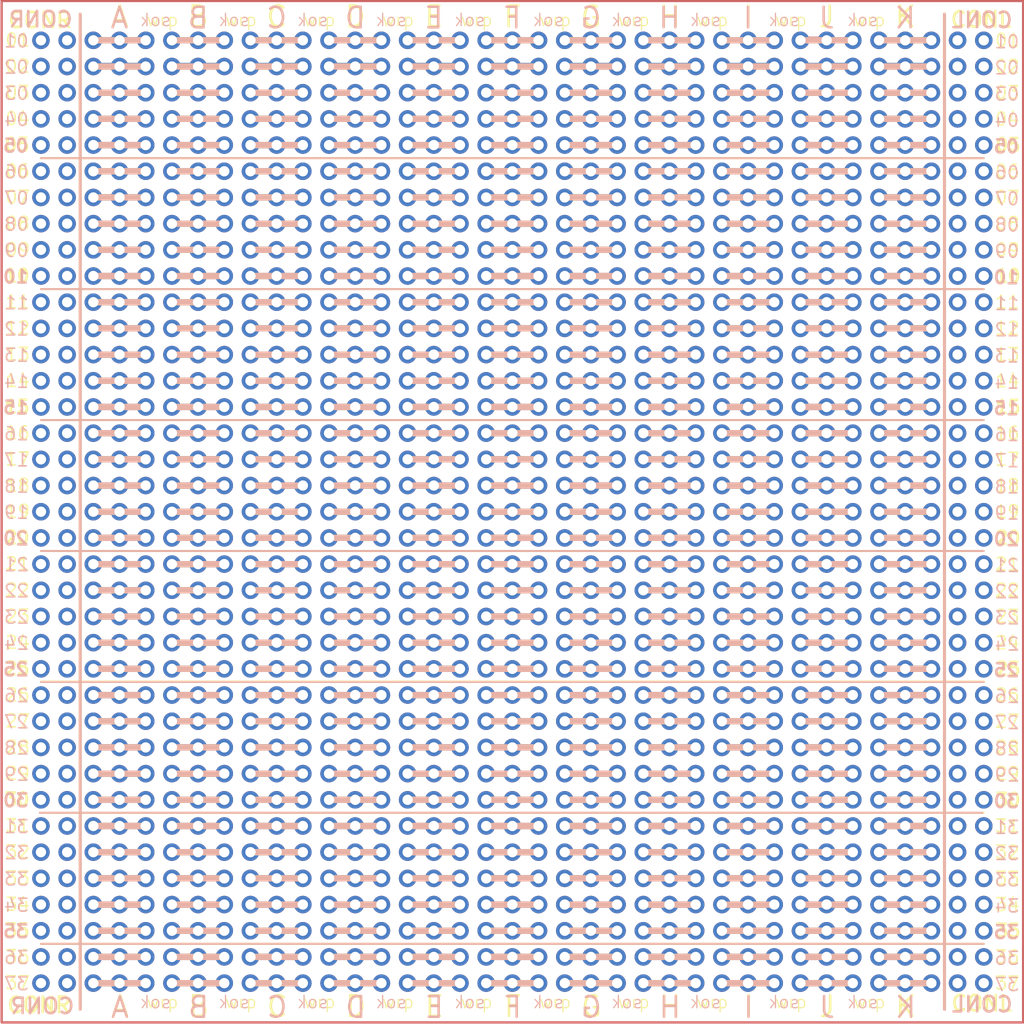
<source format=kicad_pcb>
(kicad_pcb (version 20241229) (generator "pcbnew") (generator_version "9.0")
  (layers (0 "F.Cu" signal) (2 "B.Cu" signal) (5 "F.SilkS" user "F.Silkscreen") (7 "B.SilkS" user "B.Silkscreen") (1 "F.Mask" user) (3 "B.Mask" user) (25 "Edge.Cuts" user))
  (net 0 "")
  (footprint "" (layer "F.Cu") (at 64.77 128.27)
    (property "Reference" "267" (hide yes))
    (property "Value" "")
  )
  (footprint "" (layer "F.Cu") (at 135.89 64.77)
    (property "Reference" "1328" (hide yes))
    (property "Value" "")
  )
  (footprint "" (layer "F.Cu") (at 77.47 69.85)
    (property "Reference" "475" (hide yes))
    (property "Value" "")
  )
  (footprint "" (layer "F.Cu") (at 125.73 107.95)
    (property "Reference" "1163" (hide yes))
    (property "Value" "")
  )
  (footprint "" (layer "F.Cu") (at 118.11 135.89)
    (property "Reference" "1041" (hide yes))
    (property "Value" "")
  )
  (footprint "" (layer "F.Cu") (at 95.25 54.61)
    (property "Reference" "740" (hide yes))
    (property "Value" "")
  )
  (footprint "" (layer "F.Cu") (at 54.61 135.89)
    (property "Reference" "116" (hide yes))
    (property "Value" "")
  )
  (footprint "" (layer "F.Cu") (at 72.39 57.15)
    (property "Reference" "406" (hide yes))
    (property "Value" "")
  )
  (footprint "" (layer "F.Cu") (at 95.25 57.15)
    (property "Reference" "739" (hide yes))
    (property "Value" "")
  )
  (footprint "" (layer "F.Cu") (at 128.27 140.97)
    (property "Reference" "1187" (hide yes))
    (property "Value" "")
  )
  (footprint "" (layer "F.Cu") (at 57.15 120.65)
    (property "Reference" "159" (hide yes))
    (property "Value" "")
  )
  (footprint "" (layer "F.Cu") (at 143.51 135.89)
    (property "Reference" "1411" (hide yes))
    (property "Value" "")
  )
  (footprint "" (layer "F.Cu") (at 146.05 128.27)
    (property "Reference" "82" (hide yes))
    (property "Value" "")
  )
  (footprint "" (layer "F.Cu") (at 82.55 140.97)
    (property "Reference" "521" (hide yes))
    (property "Value" "")
  )
  (footprint "" (layer "F.Cu") (at 118.11 120.65)
    (property "Reference" "1047" (hide yes))
    (property "Value" "")
  )
  (footprint "" (layer "F.Cu") (at 67.31 54.61)
    (property "Reference" "333" (hide yes))
    (property "Value" "")
  )
  (footprint "" (layer "F.Cu") (at 123.19 80.01)
    (property "Reference" "1137" (hide yes))
    (property "Value" "")
  )
  (footprint "" (layer "F.Cu") (at 87.63 105.41)
    (property "Reference" "609" (hide yes))
    (property "Value" "")
  )
  (footprint "" (layer "F.Cu") (at 107.95 92.71)
    (property "Reference" "910" (hide yes))
    (property "Value" "")
  )
  (footprint "" (layer "F.Cu") (at 85.09 85.09)
    (property "Reference" "580" (hide yes))
    (property "Value" "")
  )
  (footprint "" (layer "F.Cu") (at 125.73 143.51)
    (property "Reference" "1149" (hide yes))
    (property "Value" "")
  )
  (footprint "" (layer "F.Cu") (at 92.71 82.55)
    (property "Reference" "692" (hide yes))
    (property "Value" "")
  )
  (footprint "" (layer "F.Cu") (at 100.33 80.01)
    (property "Reference" "804" (hide yes))
    (property "Value" "")
  )
  (footprint "" (layer "F.Cu") (at 120.65 135.89)
    (property "Reference" "1078" (hide yes))
    (property "Value" "")
  )
  (footprint "" (layer "F.Cu") (at 120.65 120.65)
    (property "Reference" "1084" (hide yes))
    (property "Value" "")
  )
  (footprint "" (layer "F.Cu") (at 110.49 130.81)
    (property "Reference" "932" (hide yes))
    (property "Value" "")
  )
  (footprint "" (layer "F.Cu") (at 125.73 67.31)
    (property "Reference" "1179" (hide yes))
    (property "Value" "")
  )
  (footprint "" (layer "F.Cu") (at 59.69 125.73)
    (property "Reference" "194" (hide yes))
    (property "Value" "")
  )
  (footprint "" (layer "F.Cu") (at 143.51 105.41)
    (property "Reference" "1423" (hide yes))
    (property "Value" "")
  )
  (footprint "" (layer "F.Cu") (at 82.55 85.09)
    (property "Reference" "543" (hide yes))
    (property "Value" "")
  )
  (footprint "" (layer "F.Cu") (at 80.01 57.15)
    (property "Reference" "517" (hide yes))
    (property "Value" "")
  )
  (footprint "" (layer "F.Cu") (at 110.49 140.97)
    (property "Reference" "928" (hide yes))
    (property "Value" "")
  )
  (footprint "" (layer "F.Cu") (at 80.01 102.87)
    (property "Reference" "499" (hide yes))
    (property "Value" "")
  )
  (footprint "" (layer "F.Cu") (at 59.69 97.79)
    (property "Reference" "205" (hide yes))
    (property "Value" "")
  )
  (footprint "" (layer "F.Cu") (at 143.51 72.39)
    (property "Reference" "1436" (hide yes))
    (property "Value" "")
  )
  (footprint "" (layer "F.Cu") (at 135.89 123.19)
    (property "Reference" "1305" (hide yes))
    (property "Value" "")
  )
  (footprint "" (layer "F.Cu") (at 110.49 92.71)
    (property "Reference" "947" (hide yes))
    (property "Value" "")
  )
  (footprint "" (layer "F.Cu") (at 138.43 74.93)
    (property "Reference" "1361" (hide yes))
    (property "Value" "")
  )
  (footprint "" (layer "F.Cu") (at 133.35 59.69)
    (property "Reference" "1293" (hide yes))
    (property "Value" "")
  )
  (footprint "" (layer "F.Cu") (at 69.85 80.01)
    (property "Reference" "360" (hide yes))
    (property "Value" "")
  )
  (footprint "" (layer "F.Cu") (at 143.51 140.97)
    (property "Reference" "1409" (hide yes))
    (property "Value" "")
  )
  (footprint "" (layer "F.Cu") (at 69.85 102.87)
    (property "Reference" "351" (hide yes))
    (property "Value" "")
  )
  (footprint "" (layer "F.Cu") (at 135.89 72.39)
    (property "Reference" "1325" (hide yes))
    (property "Value" "")
  )
  (footprint "" (layer "F.Cu") (at 100.33 54.61)
    (property "Reference" "814" (hide yes))
    (property "Value" "")
  )
  (footprint "" (layer "F.Cu") (at 118.11 143.51)
    (property "Reference" "1038" (hide yes))
    (property "Value" "")
  )
  (footprint "" (layer "F.Cu") (at 115.57 57.15)
    (property "Reference" "1035" (hide yes))
    (property "Value" "")
  )
  (footprint "" (layer "F.Cu") (at 85.09 64.77)
    (property "Reference" "588" (hide yes))
    (property "Value" "")
  )
  (footprint "" (layer "F.Cu") (at 59.69 67.31)
    (property "Reference" "217" (hide yes))
    (property "Value" "")
  )
  (footprint "" (layer "F.Cu") (at 140.97 113.03)
    (property "Reference" "1383" (hide yes))
    (property "Value" "")
  )
  (footprint "" (layer "F.Cu") (at 143.51 123.19)
    (property "Reference" "1416" (hide yes))
    (property "Value" "")
  )
  (footprint "" (layer "F.Cu") (at 102.87 143.51)
    (property "Reference" "816" (hide yes))
    (property "Value" "")
  )
  (footprint "" (layer "F.Cu") (at 92.71 59.69)
    (property "Reference" "701" (hide yes))
    (property "Value" "")
  )
  (footprint "" (layer "F.Cu") (at 130.81 100.33)
    (property "Reference" "1240" (hide yes))
    (property "Value" "")
  )
  (footprint "" (layer "F.Cu") (at 118.11 59.69)
    (property "Reference" "1071" (hide yes))
    (property "Value" "")
  )
  (footprint "" (layer "F.Cu") (at 128.27 128.27)
    (property "Reference" "1192" (hide yes))
    (property "Value" "")
  )
  (footprint "" (layer "F.Cu") (at 54.61 125.73)
    (property "Reference" "120" (hide yes))
    (property "Value" "")
  )
  (footprint "" (layer "F.Cu") (at 133.35 135.89)
    (property "Reference" "1263" (hide yes))
    (property "Value" "")
  )
  (footprint "" (layer "F.Cu") (at 59.69 110.49)
    (property "Reference" "200" (hide yes))
    (property "Value" "")
  )
  (footprint "" (layer "F.Cu") (at 107.95 85.09)
    (property "Reference" "913" (hide yes))
    (property "Value" "")
  )
  (footprint "" (layer "F.Cu") (at 110.49 69.85)
    (property "Reference" "956" (hide yes))
    (property "Value" "")
  )
  (footprint "" (layer "F.Cu") (at 57.15 77.47)
    (property "Reference" "176" (hide yes))
    (property "Value" "")
  )
  (footprint "" (layer "F.Cu") (at 105.41 105.41)
    (property "Reference" "868" (hide yes))
    (property "Value" "")
  )
  (footprint "" (layer "F.Cu") (at 107.95 97.79)
    (property "Reference" "908" (hide yes))
    (property "Value" "")
  )
  (footprint "" (layer "F.Cu") (at 72.39 85.09)
    (property "Reference" "395" (hide yes))
    (property "Value" "")
  )
  (footprint "" (layer "F.Cu") (at 140.97 105.41)
    (property "Reference" "1386" (hide yes))
    (property "Value" "")
  )
  (footprint "" (layer "F.Cu") (at 146.05 143.51)
    (property "Reference" "76" (hide yes))
    (property "Value" "")
  )
  (footprint "" (layer "F.Cu") (at 120.65 105.41)
    (property "Reference" "1090" (hide yes))
    (property "Value" "")
  )
  (footprint "" (layer "F.Cu") (at 100.33 72.39)
    (property "Reference" "807" (hide yes))
    (property "Value" "")
  )
  (footprint "" (layer "F.Cu") (at 77.47 62.23)
    (property "Reference" "478" (hide yes))
    (property "Value" "")
  )
  (footprint "" (layer "F.Cu") (at 54.61 74.93)
    (property "Reference" "140" (hide yes))
    (property "Value" "")
  )
  (footprint "" (layer "F.Cu") (at 77.47 120.65)
    (property "Reference" "455" (hide yes))
    (property "Value" "")
  )
  (footprint "" (layer "F.Cu") (at 74.93 90.17)
    (property "Reference" "430" (hide yes))
    (property "Value" "")
  )
  (footprint "" (layer "F.Cu") (at 138.43 118.11)
    (property "Reference" "1344" (hide yes))
    (property "Value" "")
  )
  (footprint "" (layer "F.Cu") (at 102.87 123.19)
    (property "Reference" "824" (hide yes))
    (property "Value" "")
  )
  (footprint "" (layer "F.Cu") (at 69.85 143.51)
    (property "Reference" "335" (hide yes))
    (property "Value" "")
  )
  (footprint "" (layer "F.Cu") (at 118.11 102.87)
    (property "Reference" "1054" (hide yes))
    (property "Value" "")
  )
  (footprint "" (layer "F.Cu") (at 113.03 67.31)
    (property "Reference" "994" (hide yes))
    (property "Value" "")
  )
  (footprint "" (layer "F.Cu") (at 140.97 69.85)
    (property "Reference" "1400" (hide yes))
    (property "Value" "")
  )
  (footprint "" (layer "F.Cu") (at 107.95 64.77)
    (property "Reference" "921" (hide yes))
    (property "Value" "")
  )
  (footprint "" (layer "F.Cu") (at 118.11 118.11)
    (property "Reference" "1048" (hide yes))
    (property "Value" "")
  )
  (footprint "" (layer "F.Cu") (at 107.95 67.31)
    (property "Reference" "920" (hide yes))
    (property "Value" "")
  )
  (footprint "" (layer "F.Cu") (at 102.87 100.33)
    (property "Reference" "833" (hide yes))
    (property "Value" "")
  )
  (footprint "" (layer "F.Cu") (at 87.63 133.35)
    (property "Reference" "598" (hide yes))
    (property "Value" "")
  )
  (footprint "" (layer "F.Cu") (at 62.23 80.01)
    (property "Reference" "249" (hide yes))
    (property "Value" "")
  )
  (footprint "" (layer "F.Cu") (at 105.41 64.77)
    (property "Reference" "884" (hide yes))
    (property "Value" "")
  )
  (footprint "" (layer "F.Cu") (at 110.49 128.27)
    (property "Reference" "933" (hide yes))
    (property "Value" "")
  )
  (footprint "" (layer "F.Cu") (at 130.81 69.85)
    (property "Reference" "1252" (hide yes))
    (property "Value" "")
  )
  (footprint "" (layer "F.Cu") (at 54.61 95.25)
    (property "Reference" "132" (hide yes))
    (property "Value" "")
  )
  (footprint "" (layer "F.Cu") (at 135.89 54.61)
    (property "Reference" "1332" (hide yes))
    (property "Value" "")
  )
  (footprint "" (layer "F.Cu") (at 133.35 77.47)
    (property "Reference" "1286" (hide yes))
    (property "Value" "")
  )
  (footprint "" (layer "F.Cu") (at 128.27 62.23)
    (property "Reference" "1218" (hide yes))
    (property "Value" "")
  )
  (footprint "" (layer "F.Cu") (at 140.97 77.47)
    (property "Reference" "1397" (hide yes))
    (property "Value" "")
  )
  (footprint "" (layer "F.Cu") (at 107.95 82.55)
    (property "Reference" "914" (hide yes))
    (property "Value" "")
  )
  (footprint "" (layer "F.Cu") (at 128.27 57.15)
    (property "Reference" "1220" (hide yes))
    (property "Value" "")
  )
  (footprint "" (layer "F.Cu") (at 140.97 95.25)
    (property "Reference" "1390" (hide yes))
    (property "Value" "")
  )
  (footprint "" (layer "F.Cu") (at 115.57 72.39)
    (property "Reference" "1029" (hide yes))
    (property "Value" "")
  )
  (footprint "" (layer "F.Cu") (at 90.17 72.39)
    (property "Reference" "659" (hide yes))
    (property "Value" "")
  )
  (footprint "" (layer "F.Cu") (at 135.89 80.01)
    (property "Reference" "1322" (hide yes))
    (property "Value" "")
  )
  (footprint "" (layer "F.Cu") (at 140.97 85.09)
    (property "Reference" "1394" (hide yes))
    (property "Value" "")
  )
  (footprint "" (layer "F.Cu") (at 95.25 82.55)
    (property "Reference" "729" (hide yes))
    (property "Value" "")
  )
  (footprint "" (layer "F.Cu") (at 77.47 125.73)
    (property "Reference" "453" (hide yes))
    (property "Value" "")
  )
  (footprint "" (layer "F.Cu") (at 87.63 62.23)
    (property "Reference" "626" (hide yes))
    (property "Value" "")
  )
  (footprint "" (layer "F.Cu") (at 140.97 140.97)
    (property "Reference" "1372" (hide yes))
    (property "Value" "")
  )
  (footprint "" (layer "F.Cu") (at 64.77 102.87)
    (property "Reference" "277" (hide yes))
    (property "Value" "")
  )
  (footprint "" (layer "F.Cu") (at 140.97 80.01)
    (property "Reference" "1396" (hide yes))
    (property "Value" "")
  )
  (footprint "" (layer "F.Cu") (at 105.41 54.61)
    (property "Reference" "888" (hide yes))
    (property "Value" "")
  )
  (footprint "" (layer "F.Cu") (at 77.47 118.11)
    (property "Reference" "456" (hide yes))
    (property "Value" "")
  )
  (footprint "" (layer "F.Cu") (at 133.35 143.51)
    (property "Reference" "1260" (hide yes))
    (property "Value" "")
  )
  (footprint "" (layer "F.Cu") (at 90.17 97.79)
    (property "Reference" "649" (hide yes))
    (property "Value" "")
  )
  (footprint "" (layer "F.Cu") (at 110.49 105.41)
    (property "Reference" "942" (hide yes))
    (property "Value" "")
  )
  (footprint "" (layer "F.Cu") (at 74.93 110.49)
    (property "Reference" "422" (hide yes))
    (property "Value" "")
  )
  (footprint "" (layer "F.Cu") (at 110.49 146.05)
    (property "Reference" "926" (hide yes))
    (property "Value" "")
  )
  (footprint "" (layer "F.Cu") (at 90.17 143.51)
    (property "Reference" "631" (hide yes))
    (property "Value" "")
  )
  (footprint "" (layer "F.Cu") (at 90.17 102.87)
    (property "Reference" "647" (hide yes))
    (property "Value" "")
  )
  (footprint "" (layer "F.Cu") (at 143.51 67.31)
    (property "Reference" "1438" (hide yes))
    (property "Value" "")
  )
  (footprint "" (layer "F.Cu") (at 72.39 72.39)
    (property "Reference" "400" (hide yes))
    (property "Value" "")
  )
  (footprint "" (layer "F.Cu") (at 140.97 82.55)
    (property "Reference" "1395" (hide yes))
    (property "Value" "")
  )
  (footprint "" (layer "F.Cu") (at 69.85 105.41)
    (property "Reference" "350" (hide yes))
    (property "Value" "")
  )
  (footprint "" (layer "F.Cu") (at 82.55 82.55)
    (property "Reference" "544" (hide yes))
    (property "Value" "")
  )
  (footprint "" (layer "F.Cu") (at 90.17 57.15)
    (property "Reference" "665" (hide yes))
    (property "Value" "")
  )
  (footprint "" (layer "F.Cu") (at 69.85 107.95)
    (property "Reference" "349" (hide yes))
    (property "Value" "")
  )
  (footprint "" (layer "F.Cu") (at 100.33 143.51)
    (property "Reference" "779" (hide yes))
    (property "Value" "")
  )
  (footprint "" (layer "F.Cu") (at 143.51 90.17)
    (property "Reference" "1429" (hide yes))
    (property "Value" "")
  )
  (footprint "" (layer "F.Cu") (at 120.65 146.05)
    (property "Reference" "1074" (hide yes))
    (property "Value" "")
  )
  (footprint "" (layer "F.Cu") (at 138.43 82.55)
    (property "Reference" "1358" (hide yes))
    (property "Value" "")
  )
  (footprint "" (layer "F.Cu") (at 54.61 90.17)
    (property "Reference" "134" (hide yes))
    (property "Value" "")
  )
  (footprint "" (layer "F.Cu") (at 105.41 138.43)
    (property "Reference" "855" (hide yes))
    (property "Value" "")
  )
  (footprint "" (layer "F.Cu") (at 57.15 140.97)
    (property "Reference" "151" (hide yes))
    (property "Value" "")
  )
  (footprint "" (layer "F.Cu") (at 130.81 135.89)
    (property "Reference" "1226" (hide yes))
    (property "Value" "")
  )
  (footprint "" (layer "F.Cu") (at 133.35 90.17)
    (property "Reference" "1281" (hide yes))
    (property "Value" "")
  )
  (footprint "" (layer "F.Cu") (at 133.35 57.15)
    (property "Reference" "1294" (hide yes))
    (property "Value" "")
  )
  (footprint "" (layer "F.Cu") (at 77.47 113.03)
    (property "Reference" "458" (hide yes))
    (property "Value" "")
  )
  (footprint "" (layer "F.Cu") (at 107.95 130.81)
    (property "Reference" "895" (hide yes))
    (property "Value" "")
  )
  (footprint "" (layer "F.Cu") (at 138.43 57.15)
    (property "Reference" "1368" (hide yes))
    (property "Value" "")
  )
  (footprint "" (layer "F.Cu") (at 85.09 128.27)
    (property "Reference" "563" (hide yes))
    (property "Value" "")
  )
  (footprint "" (layer "F.Cu") (at 57.15 64.77)
    (property "Reference" "181" (hide yes))
    (property "Value" "")
  )
  (footprint "" (layer "F.Cu") (at 146.05 95.25)
    (property "Reference" "95" (hide yes))
    (property "Value" "")
  )
  (footprint "" (layer "F.Cu") (at 115.57 146.05)
    (property "Reference" "1000" (hide yes))
    (property "Value" "")
  )
  (footprint "" (layer "F.Cu") (at 135.89 115.57)
    (property "Reference" "1308" (hide yes))
    (property "Value" "")
  )
  (footprint "" (layer "F.Cu") (at 130.81 138.43)
    (property "Reference" "1225" (hide yes))
    (property "Value" "")
  )
  (footprint "" (layer "F.Cu") (at 143.51 62.23)
    (property "Reference" "1440" (hide yes))
    (property "Value" "")
  )
  (footprint "" (layer "F.Cu") (at 80.01 54.61)
    (property "Reference" "518" (hide yes))
    (property "Value" "")
  )
  (footprint "" (layer "F.Cu") (at 80.01 95.25)
    (property "Reference" "502" (hide yes))
    (property "Value" "")
  )
  (footprint "" (layer "F.Cu") (at 135.89 110.49)
    (property "Reference" "1310" (hide yes))
    (property "Value" "")
  )
  (footprint "" (layer "F.Cu") (at 140.97 59.69)
    (property "Reference" "1404" (hide yes))
    (property "Value" "")
  )
  (footprint "" (layer "F.Cu") (at 57.15 90.17)
    (property "Reference" "171" (hide yes))
    (property "Value" "")
  )
  (footprint "" (layer "F.Cu") (at 135.89 128.27)
    (property "Reference" "1303" (hide yes))
    (property "Value" "")
  )
  (footprint "" (layer "F.Cu") (at 95.25 59.69)
    (property "Reference" "738" (hide yes))
    (property "Value" "")
  )
  (footprint "" (layer "F.Cu") (at 57.15 110.49)
    (property "Reference" "163" (hide yes))
    (property "Value" "")
  )
  (footprint "" (layer "F.Cu") (at 130.81 140.97)
    (property "Reference" "1224" (hide yes))
    (property "Value" "")
  )
  (footprint "" (layer "F.Cu") (at 74.93 74.93)
    (property "Reference" "436" (hide yes))
    (property "Value" "")
  )
  (footprint "" (layer "F.Cu") (at 80.01 140.97)
    (property "Reference" "484" (hide yes))
    (property "Value" "")
  )
  (footprint "" (layer "F.Cu") (at 57.15 80.01)
    (property "Reference" "175" (hide yes))
    (property "Value" "")
  )
  (footprint "" (layer "F.Cu") (at 57.15 130.81)
    (property "Reference" "155" (hide yes))
    (property "Value" "")
  )
  (footprint "" (layer "F.Cu") (at 90.17 67.31)
    (property "Reference" "661" (hide yes))
    (property "Value" "")
  )
  (footprint "" (layer "F.Cu") (at 67.31 95.25)
    (property "Reference" "317" (hide yes))
    (property "Value" "")
  )
  (footprint "" (layer "F.Cu") (at 95.25 92.71)
    (property "Reference" "725" (hide yes))
    (property "Value" "")
  )
  (footprint "" (layer "F.Cu") (at 67.31 146.05)
    (property "Reference" "297" (hide yes))
    (property "Value" "")
  )
  (footprint "" (layer "F.Cu") (at 64.77 133.35)
    (property "Reference" "265" (hide yes))
    (property "Value" "")
  )
  (footprint "" (layer "F.Cu") (at 118.11 95.25)
    (property "Reference" "1057" (hide yes))
    (property "Value" "")
  )
  (footprint "" (layer "F.Cu") (at 138.43 125.73)
    (property "Reference" "1341" (hide yes))
    (property "Value" "")
  )
  (footprint "" (layer "F.Cu") (at 118.11 125.73)
    (property "Reference" "1045" (hide yes))
    (property "Value" "")
  )
  (footprint "" (layer "F.Cu") (at 82.55 67.31)
    (property "Reference" "550" (hide yes))
    (property "Value" "")
  )
  (footprint "" (layer "F.Cu") (at 130.81 59.69)
    (property "Reference" "1256" (hide yes))
    (property "Value" "")
  )
  (footprint "" (layer "F.Cu") (at 85.09 67.31)
    (property "Reference" "587" (hide yes))
    (property "Value" "")
  )
  (footprint "" (layer "F.Cu") (at 113.03 115.57)
    (property "Reference" "975" (hide yes))
    (property "Value" "")
  )
  (footprint "" (layer "F.Cu") (at 85.09 107.95)
    (property "Reference" "571" (hide yes))
    (property "Value" "")
  )
  (footprint "" (layer "F.Cu") (at 105.41 128.27)
    (property "Reference" "859" (hide yes))
    (property "Value" "")
  )
  (footprint "" (layer "F.Cu") (at 85.09 120.65)
    (property "Reference" "566" (hide yes))
    (property "Value" "")
  )
  (footprint "" (layer "F.Cu") (at 54.61 97.79)
    (property "Reference" "131" (hide yes))
    (property "Value" "")
  )
  (footprint "" (layer "F.Cu") (at 115.57 80.01)
    (property "Reference" "1026" (hide yes))
    (property "Value" "")
  )
  (footprint "" (layer "F.Cu") (at 135.89 77.47)
    (property "Reference" "1323" (hide yes))
    (property "Value" "")
  )
  (footprint "" (layer "F.Cu") (at 118.11 92.71)
    (property "Reference" "1058" (hide yes))
    (property "Value" "")
  )
  (footprint "" (layer "F.Cu") (at 74.93 54.61)
    (property "Reference" "444" (hide yes))
    (property "Value" "")
  )
  (footprint "" (layer "F.Cu") (at 80.01 85.09)
    (property "Reference" "506" (hide yes))
    (property "Value" "")
  )
  (footprint "" (layer "F.Cu") (at 80.01 120.65)
    (property "Reference" "492" (hide yes))
    (property "Value" "")
  )
  (footprint "" (layer "F.Cu") (at 97.79 133.35)
    (property "Reference" "746" (hide yes))
    (property "Value" "")
  )
  (footprint "" (layer "F.Cu") (at 77.47 80.01)
    (property "Reference" "471" (hide yes))
    (property "Value" "")
  )
  (footprint "" (layer "F.Cu") (at 100.33 115.57)
    (property "Reference" "790" (hide yes))
    (property "Value" "")
  )
  (footprint "" (layer "F.Cu") (at 143.51 133.35)
    (property "Reference" "1412" (hide yes))
    (property "Value" "")
  )
  (footprint "" (layer "F.Cu") (at 92.71 110.49)
    (property "Reference" "681" (hide yes))
    (property "Value" "")
  )
  (footprint "" (layer "F.Cu") (at 135.89 107.95)
    (property "Reference" "1311" (hide yes))
    (property "Value" "")
  )
  (footprint "" (layer "F.Cu") (at 143.51 146.05)
    (property "Reference" "1407" (hide yes))
    (property "Value" "")
  )
  (footprint "" (layer "F.Cu") (at 125.73 140.97)
    (property "Reference" "1150" (hide yes))
    (property "Value" "")
  )
  (footprint "" (layer "F.Cu") (at 82.55 59.69)
    (property "Reference" "553" (hide yes))
    (property "Value" "")
  )
  (footprint "" (layer "F.Cu") (at 74.93 95.25)
    (property "Reference" "428" (hide yes))
    (property "Value" "")
  )
  (footprint "" (layer "F.Cu") (at 97.79 57.15)
    (property "Reference" "776" (hide yes))
    (property "Value" "")
  )
  (footprint "" (layer "F.Cu") (at 64.77 130.81)
    (property "Reference" "266" (hide yes))
    (property "Value" "")
  )
  (footprint "" (layer "F.Cu") (at 140.97 100.33)
    (property "Reference" "1388" (hide yes))
    (property "Value" "")
  )
  (footprint "" (layer "F.Cu") (at 54.61 107.95)
    (property "Reference" "127" (hide yes))
    (property "Value" "")
  )
  (footprint "" (layer "F.Cu") (at 100.33 92.71)
    (property "Reference" "799" (hide yes))
    (property "Value" "")
  )
  (footprint "" (layer "F.Cu") (at 64.77 59.69)
    (property "Reference" "294" (hide yes))
    (property "Value" "")
  )
  (footprint "" (layer "F.Cu") (at 59.69 135.89)
    (property "Reference" "190" (hide yes))
    (property "Value" "")
  )
  (footprint "" (layer "F.Cu") (at 118.11 140.97)
    (property "Reference" "1039" (hide yes))
    (property "Value" "")
  )
  (footprint "" (layer "F.Cu") (at 59.69 140.97)
    (property "Reference" "188" (hide yes))
    (property "Value" "")
  )
  (footprint "" (layer "F.Cu") (at 97.79 69.85)
    (property "Reference" "771" (hide yes))
    (property "Value" "")
  )
  (footprint "" (layer "F.Cu") (at 135.89 118.11)
    (property "Reference" "1307" (hide yes))
    (property "Value" "")
  )
  (footprint "" (layer "F.Cu") (at 77.47 59.69)
    (property "Reference" "479" (hide yes))
    (property "Value" "")
  )
  (footprint "" (layer "F.Cu") (at 123.19 100.33)
    (property "Reference" "1129" (hide yes))
    (property "Value" "")
  )
  (footprint "" (layer "F.Cu") (at 74.93 100.33)
    (property "Reference" "426" (hide yes))
    (property "Value" "")
  )
  (footprint "" (layer "F.Cu") (at 118.11 115.57)
    (property "Reference" "1049" (hide yes))
    (property "Value" "")
  )
  (footprint "" (layer "F.Cu") (at 74.93 115.57)
    (property "Reference" "420" (hide yes))
    (property "Value" "")
  )
  (footprint "" (layer "F.Cu") (at 107.95 140.97)
    (property "Reference" "891" (hide yes))
    (property "Value" "")
  )
  (footprint "" (layer "F.Cu") (at 92.71 113.03)
    (property "Reference" "680" (hide yes))
    (property "Value" "")
  )
  (footprint "" (layer "F.Cu") (at 82.55 72.39)
    (property "Reference" "548" (hide yes))
    (property "Value" "")
  )
  (footprint "" (layer "F.Cu") (at 105.41 115.57)
    (property "Reference" "864" (hide yes))
    (property "Value" "")
  )
  (footprint "" (layer "F.Cu") (at 123.19 128.27)
    (property "Reference" "1118" (hide yes))
    (property "Value" "")
  )
  (footprint "" (layer "F.Cu") (at 82.55 69.85)
    (property "Reference" "549" (hide yes))
    (property "Value" "")
  )
  (footprint "" (layer "F.Cu") (at 62.23 102.87)
    (property "Reference" "240" (hide yes))
    (property "Value" "")
  )
  (footprint "" (layer "F.Cu") (at 69.85 59.69)
    (property "Reference" "368" (hide yes))
    (property "Value" "")
  )
  (footprint "" (layer "F.Cu") (at 118.11 67.31)
    (property "Reference" "1068" (hide yes))
    (property "Value" "")
  )
  (footprint "" (layer "F.Cu") (at 138.43 110.49)
    (property "Reference" "1347" (hide yes))
    (property "Value" "")
  )
  (footprint "" (layer "F.Cu") (at 77.47 140.97)
    (property "Reference" "447" (hide yes))
    (property "Value" "")
  )
  (footprint "" (layer "F.Cu") (at 128.27 143.51)
    (property "Reference" "1186" (hide yes))
    (property "Value" "")
  )
  (footprint "" (layer "F.Cu") (at 64.77 120.65)
    (property "Reference" "270" (hide yes))
    (property "Value" "")
  )
  (footprint "" (layer "F.Cu") (at 115.57 118.11)
    (property "Reference" "1011" (hide yes))
    (property "Value" "")
  )
  (footprint "" (layer "F.Cu") (at 69.85 125.73)
    (property "Reference" "342" (hide yes))
    (property "Value" "")
  )
  (footprint "" (layer "F.Cu") (at 107.95 80.01)
    (property "Reference" "915" (hide yes))
    (property "Value" "")
  )
  (footprint "" (layer "F.Cu") (at 113.03 92.71)
    (property "Reference" "984" (hide yes))
    (property "Value" "")
  )
  (footprint "" (layer "F.Cu") (at 128.27 102.87)
    (property "Reference" "1202" (hide yes))
    (property "Value" "")
  )
  (footprint "" (layer "F.Cu") (at 105.41 102.87)
    (property "Reference" "869" (hide yes))
    (property "Value" "")
  )
  (footprint "" (layer "F.Cu") (at 87.63 64.77)
    (property "Reference" "625" (hide yes))
    (property "Value" "")
  )
  (footprint "" (layer "F.Cu") (at 140.97 107.95)
    (property "Reference" "1385" (hide yes))
    (property "Value" "")
  )
  (footprint "" (layer "F.Cu") (at 80.01 130.81)
    (property "Reference" "488" (hide yes))
    (property "Value" "")
  )
  (footprint "" (layer "F.Cu") (at 82.55 118.11)
    (property "Reference" "530" (hide yes))
    (property "Value" "")
  )
  (footprint "" (layer "F.Cu") (at 95.25 72.39)
    (property "Reference" "733" (hide yes))
    (property "Value" "")
  )
  (footprint "" (layer "F.Cu") (at 92.71 69.85)
    (property "Reference" "697" (hide yes))
    (property "Value" "")
  )
  (footprint "" (layer "F.Cu") (at 72.39 59.69)
    (property "Reference" "405" (hide yes))
    (property "Value" "")
  )
  (footprint "" (layer "F.Cu") (at 102.87 146.05)
    (property "Reference" "815" (hide yes))
    (property "Value" "")
  )
  (footprint "" (layer "F.Cu") (at 107.95 95.25)
    (property "Reference" "909" (hide yes))
    (property "Value" "")
  )
  (footprint "" (layer "F.Cu") (at 92.71 97.79)
    (property "Reference" "686" (hide yes))
    (property "Value" "")
  )
  (footprint "" (layer "F.Cu") (at 95.25 110.49)
    (property "Reference" "718" (hide yes))
    (property "Value" "")
  )
  (footprint "" (layer "F.Cu") (at 87.63 74.93)
    (property "Reference" "621" (hide yes))
    (property "Value" "")
  )
  (footprint "" (layer "F.Cu") (at 92.71 143.51)
    (property "Reference" "668" (hide yes))
    (property "Value" "")
  )
  (footprint "" (layer "F.Cu") (at 59.69 82.55)
    (property "Reference" "211" (hide yes))
    (property "Value" "")
  )
  (footprint "" (layer "F.Cu") (at 135.89 82.55)
    (property "Reference" "1321" (hide yes))
    (property "Value" "")
  )
  (footprint "" (layer "F.Cu") (at 105.41 80.01)
    (property "Reference" "878" (hide yes))
    (property "Value" "")
  )
  (footprint "" (layer "F.Cu") (at 113.03 130.81)
    (property "Reference" "969" (hide yes))
    (property "Value" "")
  )
  (footprint "" (layer "F.Cu") (at 123.19 138.43)
    (property "Reference" "1114" (hide yes))
    (property "Value" "")
  )
  (footprint "" (layer "F.Cu") (at 87.63 130.81)
    (property "Reference" "599" (hide yes))
    (property "Value" "")
  )
  (footprint "" (layer "F.Cu") (at 125.73 105.41)
    (property "Reference" "1164" (hide yes))
    (property "Value" "")
  )
  (footprint "" (layer "F.Cu") (at 135.89 105.41)
    (property "Reference" "1312" (hide yes))
    (property "Value" "")
  )
  (footprint "" (layer "F.Cu") (at 54.61 100.33)
    (property "Reference" "130" (hide yes))
    (property "Value" "")
  )
  (footprint "" (layer "F.Cu") (at 118.11 74.93)
    (property "Reference" "1065" (hide yes))
    (property "Value" "")
  )
  (footprint "" (layer "F.Cu") (at 54.61 138.43)
    (property "Reference" "115" (hide yes))
    (property "Value" "")
  )
  (footprint "" (layer "F.Cu") (at 74.93 113.03)
    (property "Reference" "421" (hide yes))
    (property "Value" "")
  )
  (footprint "" (layer "F.Cu") (at 140.97 123.19)
    (property "Reference" "1379" (hide yes))
    (property "Value" "")
  )
  (footprint "" (layer "F.Cu") (at 130.81 87.63)
    (property "Reference" "1245" (hide yes))
    (property "Value" "")
  )
  (footprint "" (layer "F.Cu") (at 67.31 102.87)
    (property "Reference" "314" (hide yes))
    (property "Value" "")
  )
  (footprint "" (layer "F.Cu") (at 62.23 100.33)
    (property "Reference" "241" (hide yes))
    (property "Value" "")
  )
  (footprint "" (layer "F.Cu") (at 143.51 85.09)
    (property "Reference" "1431" (hide yes))
    (property "Value" "")
  )
  (footprint "" (layer "F.Cu") (at 57.15 143.51)
    (property "Reference" "150" (hide yes))
    (property "Value" "")
  )
  (footprint "" (layer "F.Cu") (at 87.63 118.11)
    (property "Reference" "604" (hide yes))
    (property "Value" "")
  )
  (footprint "" (layer "F.Cu") (at 74.93 64.77)
    (property "Reference" "440" (hide yes))
    (property "Value" "")
  )
  (footprint "" (layer "F.Cu") (at 143.51 113.03)
    (property "Reference" "1420" (hide yes))
    (property "Value" "")
  )
  (footprint "" (layer "F.Cu") (at 90.17 110.49)
    (property "Reference" "644" (hide yes))
    (property "Value" "")
  )
  (footprint "" (layer "F.Cu") (at 82.55 110.49)
    (property "Reference" "533" (hide yes))
    (property "Value" "")
  )
  (footprint "" (layer "F.Cu") (at 107.95 102.87)
    (property "Reference" "906" (hide yes))
    (property "Value" "")
  )
  (footprint "" (layer "F.Cu") (at 100.33 97.79)
    (property "Reference" "797" (hide yes))
    (property "Value" "")
  )
  (footprint "" (layer "F.Cu") (at 90.17 128.27)
    (property "Reference" "637" (hide yes))
    (property "Value" "")
  )
  (footprint "" (layer "F.Cu") (at 95.25 107.95)
    (property "Reference" "719" (hide yes))
    (property "Value" "")
  )
  (footprint "" (layer "F.Cu") (at 67.31 85.09)
    (property "Reference" "321" (hide yes))
    (property "Value" "")
  )
  (footprint "" (layer "F.Cu") (at 113.03 57.15)
    (property "Reference" "998" (hide yes))
    (property "Value" "")
  )
  (footprint "" (layer "F.Cu") (at 92.71 135.89)
    (property "Reference" "671" (hide yes))
    (property "Value" "")
  )
  (footprint "" (layer "F.Cu") (at 85.09 92.71)
    (property "Reference" "577" (hide yes))
    (property "Value" "")
  )
  (footprint "" (layer "F.Cu") (at 123.19 69.85)
    (property "Reference" "1141" (hide yes))
    (property "Value" "")
  )
  (footprint "" (layer "F.Cu") (at 123.19 143.51)
    (property "Reference" "1112" (hide yes))
    (property "Value" "")
  )
  (footprint "" (layer "F.Cu") (at 57.15 87.63)
    (property "Reference" "172" (hide yes))
    (property "Value" "")
  )
  (footprint "" (layer "F.Cu") (at 140.97 138.43)
    (property "Reference" "1373" (hide yes))
    (property "Value" "")
  )
  (footprint "" (layer "F.Cu") (at 64.77 92.71)
    (property "Reference" "281" (hide yes))
    (property "Value" "")
  )
  (footprint "" (layer "F.Cu") (at 115.57 107.95)
    (property "Reference" "1015" (hide yes))
    (property "Value" "")
  )
  (footprint "" (layer "F.Cu") (at 64.77 62.23)
    (property "Reference" "293" (hide yes))
    (property "Value" "")
  )
  (footprint "" (layer "F.Cu") (at 54.61 80.01)
    (property "Reference" "138" (hide yes))
    (property "Value" "")
  )
  (footprint "" (layer "F.Cu") (at 87.63 128.27)
    (property "Reference" "600" (hide yes))
    (property "Value" "")
  )
  (footprint "" (layer "F.Cu") (at 110.49 85.09)
    (property "Reference" "950" (hide yes))
    (property "Value" "")
  )
  (footprint "" (layer "F.Cu") (at 107.95 54.61)
    (property "Reference" "925" (hide yes))
    (property "Value" "")
  )
  (footprint "" (layer "F.Cu") (at 74.93 97.79)
    (property "Reference" "427" (hide yes))
    (property "Value" "")
  )
  (footprint "" (layer "F.Cu") (at 64.77 72.39)
    (property "Reference" "289" (hide yes))
    (property "Value" "")
  )
  (footprint "" (layer "F.Cu") (at 118.11 82.55)
    (property "Reference" "1062" (hide yes))
    (property "Value" "")
  )
  (footprint "" (layer "F.Cu") (at 133.35 140.97)
    (property "Reference" "1261" (hide yes))
    (property "Value" "")
  )
  (footprint "" (layer "F.Cu") (at 102.87 128.27)
    (property "Reference" "822" (hide yes))
    (property "Value" "")
  )
  (footprint "" (layer "F.Cu") (at 74.93 146.05)
    (property "Reference" "408" (hide yes))
    (property "Value" "")
  )
  (footprint "" (layer "F.Cu") (at 128.27 115.57)
    (property "Reference" "1197" (hide yes))
    (property "Value" "")
  )
  (footprint "" (layer "F.Cu") (at 128.27 90.17)
    (property "Reference" "1207" (hide yes))
    (property "Value" "")
  )
  (footprint "" (layer "F.Cu") (at 107.95 100.33)
    (property "Reference" "907" (hide yes))
    (property "Value" "")
  )
  (footprint "" (layer "F.Cu") (at 120.65 110.49)
    (property "Reference" "1088" (hide yes))
    (property "Value" "")
  )
  (footprint "" (layer "F.Cu") (at 69.85 146.05)
    (property "Reference" "334" (hide yes))
    (property "Value" "")
  )
  (footprint "" (layer "F.Cu") (at 118.11 138.43)
    (property "Reference" "1040" (hide yes))
    (property "Value" "")
  )
  (footprint "" (layer "F.Cu") (at 92.71 125.73)
    (property "Reference" "675" (hide yes))
    (property "Value" "")
  )
  (footprint "" (layer "F.Cu") (at 62.23 90.17)
    (property "Reference" "245" (hide yes))
    (property "Value" "")
  )
  (footprint "" (layer "F.Cu") (at 130.81 64.77)
    (property "Reference" "1254" (hide yes))
    (property "Value" "")
  )
  (footprint "" (layer "F.Cu") (at 95.25 143.51)
    (property "Reference" "705" (hide yes))
    (property "Value" "")
  )
  (footprint "" (layer "F.Cu") (at 138.43 72.39)
    (property "Reference" "1362" (hide yes))
    (property "Value" "")
  )
  (footprint "" (layer "F.Cu") (at 130.81 57.15)
    (property "Reference" "1257" (hide yes))
    (property "Value" "")
  )
  (footprint "" (layer "F.Cu") (at 110.49 82.55)
    (property "Reference" "951" (hide yes))
    (property "Value" "")
  )
  (footprint "" (layer "F.Cu") (at 62.23 95.25)
    (property "Reference" "243" (hide yes))
    (property "Value" "")
  )
  (footprint "" (layer "F.Cu") (at 138.43 138.43)
    (property "Reference" "1336" (hide yes))
    (property "Value" "")
  )
  (footprint "" (layer "F.Cu") (at 115.57 62.23)
    (property "Reference" "1033" (hide yes))
    (property "Value" "")
  )
  (footprint "" (layer "F.Cu") (at 82.55 113.03)
    (property "Reference" "532" (hide yes))
    (property "Value" "")
  )
  (footprint "" (layer "F.Cu") (at 125.73 90.17)
    (property "Reference" "1170" (hide yes))
    (property "Value" "")
  )
  (footprint "" (layer "F.Cu") (at 67.31 57.15)
    (property "Reference" "332" (hide yes))
    (property "Value" "")
  )
  (footprint "" (layer "F.Cu") (at 80.01 107.95)
    (property "Reference" "497" (hide yes))
    (property "Value" "")
  )
  (footprint "" (layer "F.Cu") (at 100.33 62.23)
    (property "Reference" "811" (hide yes))
    (property "Value" "")
  )
  (footprint "" (layer "F.Cu") (at 133.35 146.05)
    (property "Reference" "1259" (hide yes))
    (property "Value" "")
  )
  (footprint "" (layer "F.Cu") (at 95.25 77.47)
    (property "Reference" "731" (hide yes))
    (property "Value" "")
  )
  (footprint "" (layer "F.Cu") (at 80.01 110.49)
    (property "Reference" "496" (hide yes))
    (property "Value" "")
  )
  (footprint "" (layer "F.Cu") (at 120.65 130.81)
    (property "Reference" "1080" (hide yes))
    (property "Value" "")
  )
  (footprint "" (layer "F.Cu") (at 128.27 107.95)
    (property "Reference" "1200" (hide yes))
    (property "Value" "")
  )
  (footprint "" (layer "F.Cu") (at 90.17 118.11)
    (property "Reference" "641" (hide yes))
    (property "Value" "")
  )
  (footprint "" (layer "F.Cu") (at 138.43 87.63)
    (property "Reference" "1356" (hide yes))
    (property "Value" "")
  )
  (footprint "" (layer "F.Cu") (at 72.39 110.49)
    (property "Reference" "385" (hide yes))
    (property "Value" "")
  )
  (footprint "" (layer "F.Cu") (at 62.23 72.39)
    (property "Reference" "252" (hide yes))
    (property "Value" "")
  )
  (footprint "" (layer "F.Cu") (at 140.97 128.27)
    (property "Reference" "1377" (hide yes))
    (property "Value" "")
  )
  (footprint "" (layer "F.Cu") (at 62.23 97.79)
    (property "Reference" "242" (hide yes))
    (property "Value" "")
  )
  (footprint "" (layer "F.Cu") (at 97.79 143.51)
    (property "Reference" "742" (hide yes))
    (property "Value" "")
  )
  (footprint "" (layer "F.Cu") (at 102.87 113.03)
    (property "Reference" "828" (hide yes))
    (property "Value" "")
  )
  (footprint "" (layer "F.Cu") (at 130.81 77.47)
    (property "Reference" "1249" (hide yes))
    (property "Value" "")
  )
  (footprint "" (layer "F.Cu") (at 54.61 143.51)
    (property "Reference" "113" (hide yes))
    (property "Value" "")
  )
  (footprint "" (layer "F.Cu") (at 97.79 146.05)
    (property "Reference" "741" (hide yes))
    (property "Value" "")
  )
  (footprint "" (layer "F.Cu") (at 146.05 74.93)
    (property "Reference" "103" (hide yes))
    (property "Value" "")
  )
  (footprint "" (layer "F.Cu") (at 74.93 69.85)
    (property "Reference" "438" (hide yes))
    (property "Value" "")
  )
  (footprint "" (layer "F.Cu") (at 59.69 62.23)
    (property "Reference" "219" (hide yes))
    (property "Value" "")
  )
  (footprint "" (layer "F.Cu") (at 100.33 133.35)
    (property "Reference" "783" (hide yes))
    (property "Value" "")
  )
  (footprint "" (layer "F.Cu") (at 59.69 105.41)
    (property "Reference" "202" (hide yes))
    (property "Value" "")
  )
  (footprint "" (layer "F.Cu") (at 97.79 113.03)
    (property "Reference" "754" (hide yes))
    (property "Value" "")
  )
  (footprint "" (layer "F.Cu") (at 82.55 138.43)
    (property "Reference" "522" (hide yes))
    (property "Value" "")
  )
  (footprint "" (layer "F.Cu") (at 143.51 74.93)
    (property "Reference" "1435" (hide yes))
    (property "Value" "")
  )
  (footprint "" (layer "F.Cu") (at 92.71 120.65)
    (property "Reference" "677" (hide yes))
    (property "Value" "")
  )
  (footprint "" (layer "F.Cu") (at 95.25 62.23)
    (property "Reference" "737" (hide yes))
    (property "Value" "")
  )
  (footprint "" (layer "F.Cu") (at 102.87 54.61)
    (property "Reference" "851" (hide yes))
    (property "Value" "")
  )
  (footprint "" (layer "F.Cu") (at 80.01 59.69)
    (property "Reference" "516" (hide yes))
    (property "Value" "")
  )
  (footprint "" (layer "F.Cu") (at 110.49 115.57)
    (property "Reference" "938" (hide yes))
    (property "Value" "")
  )
  (footprint "" (layer "F.Cu") (at 118.11 64.77)
    (property "Reference" "1069" (hide yes))
    (property "Value" "")
  )
  (footprint "" (layer "F.Cu") (at 107.95 87.63)
    (property "Reference" "912" (hide yes))
    (property "Value" "")
  )
  (footprint "" (layer "F.Cu") (at 125.73 130.81)
    (property "Reference" "1154" (hide yes))
    (property "Value" "")
  )
  (footprint "" (layer "F.Cu") (at 92.71 133.35)
    (property "Reference" "672" (hide yes))
    (property "Value" "")
  )
  (footprint "" (layer "F.Cu") (at 82.55 123.19)
    (property "Reference" "528" (hide yes))
    (property "Value" "")
  )
  (footprint "" (layer "F.Cu") (at 138.43 140.97)
    (property "Reference" "1335" (hide yes))
    (property "Value" "")
  )
  (footprint "" (layer "F.Cu") (at 72.39 95.25)
    (property "Reference" "391" (hide yes))
    (property "Value" "")
  )
  (footprint "" (layer "F.Cu") (at 146.05 125.73)
    (property "Reference" "83" (hide yes))
    (property "Value" "")
  )
  (footprint "" (layer "F.Cu") (at 80.01 115.57)
    (property "Reference" "494" (hide yes))
    (property "Value" "")
  )
  (footprint "" (layer "F.Cu") (at 67.31 130.81)
    (property "Reference" "303" (hide yes))
    (property "Value" "")
  )
  (footprint "" (layer "F.Cu") (at 130.81 128.27)
    (property "Reference" "1229" (hide yes))
    (property "Value" "")
  )
  (footprint "" (layer "F.Cu") (at 130.81 143.51)
    (property "Reference" "1223" (hide yes))
    (property "Value" "")
  )
  (footprint "" (layer "F.Cu") (at 62.23 82.55)
    (property "Reference" "248" (hide yes))
    (property "Value" "")
  )
  (footprint "" (layer "F.Cu") (at 115.57 143.51)
    (property "Reference" "1001" (hide yes))
    (property "Value" "")
  )
  (footprint "" (layer "F.Cu") (at 92.71 102.87)
    (property "Reference" "684" (hide yes))
    (property "Value" "")
  )
  (footprint "" (layer "F.Cu") (at 140.97 90.17)
    (property "Reference" "1392" (hide yes))
    (property "Value" "")
  )
  (footprint "" (layer "F.Cu") (at 146.05 102.87)
    (property "Reference" "92" (hide yes))
    (property "Value" "")
  )
  (footprint "" (layer "F.Cu") (at 118.11 90.17)
    (property "Reference" "1059" (hide yes))
    (property "Value" "")
  )
  (footprint "" (layer "F.Cu") (at 133.35 92.71)
    (property "Reference" "1280" (hide yes))
    (property "Value" "")
  )
  (footprint "" (layer "F.Cu") (at 125.73 85.09)
    (property "Reference" "1172" (hide yes))
    (property "Value" "")
  )
  (footprint "" (layer "F.Cu") (at 123.19 59.69)
    (property "Reference" "1145" (hide yes))
    (property "Value" "")
  )
  (footprint "" (layer "F.Cu") (at 64.77 146.05)
    (property "Reference" "260" (hide yes))
    (property "Value" "")
  )
  (footprint "" (layer "F.Cu") (at 90.17 130.81)
    (property "Reference" "636" (hide yes))
    (property "Value" "")
  )
  (footprint "" (layer "F.Cu") (at 54.61 85.09)
    (property "Reference" "136" (hide yes))
    (property "Value" "")
  )
  (footprint "" (layer "F.Cu") (at 140.97 67.31)
    (property "Reference" "1401" (hide yes))
    (property "Value" "")
  )
  (footprint "" (layer "F.Cu") (at 100.33 59.69)
    (property "Reference" "812" (hide yes))
    (property "Value" "")
  )
  (footprint "" (layer "F.Cu") (at 146.05 59.69)
    (property "Reference" "109" (hide yes))
    (property "Value" "")
  )
  (footprint "" (layer "F.Cu") (at 77.47 54.61)
    (property "Reference" "481" (hide yes))
    (property "Value" "")
  )
  (footprint "" (layer "F.Cu") (at 62.23 125.73)
    (property "Reference" "231" (hide yes))
    (property "Value" "")
  )
  (footprint "" (layer "F.Cu") (at 102.87 74.93)
    (property "Reference" "843" (hide yes))
    (property "Value" "")
  )
  (footprint "" (layer "F.Cu") (at 87.63 123.19)
    (property "Reference" "602" (hide yes))
    (property "Value" "")
  )
  (footprint "" (layer "F.Cu") (at 133.35 125.73)
    (property "Reference" "1267" (hide yes))
    (property "Value" "")
  )
  (footprint "" (layer "F.Cu") (at 135.89 125.73)
    (property "Reference" "1304" (hide yes))
    (property "Value" "")
  )
  (footprint "" (layer "F.Cu") (at 62.23 85.09)
    (property "Reference" "247" (hide yes))
    (property "Value" "")
  )
  (footprint "" (layer "F.Cu") (at 85.09 69.85)
    (property "Reference" "586" (hide yes))
    (property "Value" "")
  )
  (footprint "" (layer "F.Cu") (at 69.85 120.65)
    (property "Reference" "344" (hide yes))
    (property "Value" "")
  )
  (footprint "" (layer "F.Cu") (at 105.41 123.19)
    (property "Reference" "861" (hide yes))
    (property "Value" "")
  )
  (footprint "" (layer "F.Cu") (at 135.89 146.05)
    (property "Reference" "1296" (hide yes))
    (property "Value" "")
  )
  (footprint "" (layer "F.Cu") (at 72.39 102.87)
    (property "Reference" "388" (hide yes))
    (property "Value" "")
  )
  (footprint "" (layer "F.Cu") (at 90.17 125.73)
    (property "Reference" "638" (hide yes))
    (property "Value" "")
  )
  (footprint "" (layer "F.Cu") (at 90.17 113.03)
    (property "Reference" "643" (hide yes))
    (property "Value" "")
  )
  (footprint "" (layer "F.Cu") (at 143.51 54.61)
    (property "Reference" "1443" (hide yes))
    (property "Value" "")
  )
  (footprint "" (layer "F.Cu") (at 72.39 90.17)
    (property "Reference" "393" (hide yes))
    (property "Value" "")
  )
  (footprint "" (layer "F.Cu") (at 77.47 110.49)
    (property "Reference" "459" (hide yes))
    (property "Value" "")
  )
  (footprint "" (layer "F.Cu") (at 59.69 133.35)
    (property "Reference" "191" (hide yes))
    (property "Value" "")
  )
  (footprint "" (layer "F.Cu") (at 118.11 100.33)
    (property "Reference" "1055" (hide yes))
    (property "Value" "")
  )
  (footprint "" (layer "F.Cu") (at 57.15 97.79)
    (property "Reference" "168" (hide yes))
    (property "Value" "")
  )
  (footprint "" (layer "F.Cu") (at 128.27 85.09)
    (property "Reference" "1209" (hide yes))
    (property "Value" "")
  )
  (footprint "" (layer "F.Cu") (at 146.05 105.41)
    (property "Reference" "91" (hide yes))
    (property "Value" "")
  )
  (footprint "" (layer "F.Cu") (at 97.79 90.17)
    (property "Reference" "763" (hide yes))
    (property "Value" "")
  )
  (footprint "" (layer "F.Cu") (at 62.23 133.35)
    (property "Reference" "228" (hide yes))
    (property "Value" "")
  )
  (footprint "" (layer "F.Cu") (at 57.15 125.73)
    (property "Reference" "157" (hide yes))
    (property "Value" "")
  )
  (footprint "" (layer "F.Cu") (at 115.57 90.17)
    (property "Reference" "1022" (hide yes))
    (property "Value" "")
  )
  (footprint "" (layer "F.Cu") (at 102.87 105.41)
    (property "Reference" "831" (hide yes))
    (property "Value" "")
  )
  (footprint "" (layer "F.Cu") (at 102.87 85.09)
    (property "Reference" "839" (hide yes))
    (property "Value" "")
  )
  (footprint "" (layer "F.Cu") (at 87.63 87.63)
    (property "Reference" "616" (hide yes))
    (property "Value" "")
  )
  (footprint "" (layer "F.Cu") (at 107.95 146.05)
    (property "Reference" "889" (hide yes))
    (property "Value" "")
  )
  (footprint "" (layer "F.Cu") (at 143.51 102.87)
    (property "Reference" "1424" (hide yes))
    (property "Value" "")
  )
  (footprint "" (layer "F.Cu") (at 67.31 140.97)
    (property "Reference" "299" (hide yes))
    (property "Value" "")
  )
  (footprint "" (layer "F.Cu") (at 120.65 100.33)
    (property "Reference" "1092" (hide yes))
    (property "Value" "")
  )
  (footprint "" (layer "F.Cu") (at 123.19 102.87)
    (property "Reference" "1128" (hide yes))
    (property "Value" "")
  )
  (footprint "" (layer "F.Cu") (at 123.19 118.11)
    (property "Reference" "1122" (hide yes))
    (property "Value" "")
  )
  (footprint "" (layer "F.Cu") (at 82.55 120.65)
    (property "Reference" "529" (hide yes))
    (property "Value" "")
  )
  (footprint "" (layer "F.Cu") (at 118.11 77.47)
    (property "Reference" "1064" (hide yes))
    (property "Value" "")
  )
  (footprint "" (layer "F.Cu") (at 64.77 64.77)
    (property "Reference" "292" (hide yes))
    (property "Value" "")
  )
  (footprint "" (layer "F.Cu") (at 85.09 100.33)
    (property "Reference" "574" (hide yes))
    (property "Value" "")
  )
  (footprint "" (layer "F.Cu") (at 107.95 128.27)
    (property "Reference" "896" (hide yes))
    (property "Value" "")
  )
  (footprint "" (layer "F.Cu") (at 77.47 92.71)
    (property "Reference" "466" (hide yes))
    (property "Value" "")
  )
  (footprint "" (layer "F.Cu") (at 102.87 115.57)
    (property "Reference" "827" (hide yes))
    (property "Value" "")
  )
  (footprint "" (layer "F.Cu") (at 64.77 105.41)
    (property "Reference" "276" (hide yes))
    (property "Value" "")
  )
  (footprint "" (layer "F.Cu") (at 82.55 87.63)
    (property "Reference" "542" (hide yes))
    (property "Value" "")
  )
  (footprint "" (layer "F.Cu") (at 123.19 64.77)
    (property "Reference" "1143" (hide yes))
    (property "Value" "")
  )
  (footprint "" (layer "F.Cu") (at 82.55 146.05)
    (property "Reference" "519" (hide yes))
    (property "Value" "")
  )
  (footprint "" (layer "F.Cu") (at 69.85 115.57)
    (property "Reference" "346" (hide yes))
    (property "Value" "")
  )
  (footprint "" (layer "F.Cu") (at 125.73 135.89)
    (property "Reference" "1152" (hide yes))
    (property "Value" "")
  )
  (footprint "" (layer "F.Cu") (at 80.01 77.47)
    (property "Reference" "509" (hide yes))
    (property "Value" "")
  )
  (footprint "" (layer "F.Cu") (at 59.69 113.03)
    (property "Reference" "199" (hide yes))
    (property "Value" "")
  )
  (footprint "" (layer "F.Cu") (at 97.79 85.09)
    (property "Reference" "765" (hide yes))
    (property "Value" "")
  )
  (footprint "" (layer "F.Cu") (at 54.61 102.87)
    (property "Reference" "129" (hide yes))
    (property "Value" "")
  )
  (footprint "" (layer "F.Cu") (at 95.25 133.35)
    (property "Reference" "709" (hide yes))
    (property "Value" "")
  )
  (footprint "" (layer "F.Cu") (at 64.77 143.51)
    (property "Reference" "261" (hide yes))
    (property "Value" "")
  )
  (footprint "" (layer "F.Cu") (at 82.55 92.71)
    (property "Reference" "540" (hide yes))
    (property "Value" "")
  )
  (footprint "" (layer "F.Cu") (at 118.11 133.35)
    (property "Reference" "1042" (hide yes))
    (property "Value" "")
  )
  (footprint "" (layer "F.Cu") (at 143.51 118.11)
    (property "Reference" "1418" (hide yes))
    (property "Value" "")
  )
  (footprint "" (layer "F.Cu") (at 77.47 90.17)
    (property "Reference" "467" (hide yes))
    (property "Value" "")
  )
  (footprint "" (layer "F.Cu") (at 54.61 140.97)
    (property "Reference" "114" (hide yes))
    (property "Value" "")
  )
  (footprint "" (layer "F.Cu") (at 120.65 87.63)
    (property "Reference" "1097" (hide yes))
    (property "Value" "")
  )
  (footprint "" (layer "F.Cu") (at 80.01 90.17)
    (property "Reference" "504" (hide yes))
    (property "Value" "")
  )
  (footprint "" (layer "F.Cu") (at 57.15 102.87)
    (property "Reference" "166" (hide yes))
    (property "Value" "")
  )
  (footprint "" (layer "F.Cu") (at 100.33 107.95)
    (property "Reference" "793" (hide yes))
    (property "Value" "")
  )
  (footprint "" (layer "F.Cu") (at 92.71 95.25)
    (property "Reference" "687" (hide yes))
    (property "Value" "")
  )
  (footprint "" (layer "F.Cu") (at 105.41 110.49)
    (property "Reference" "866" (hide yes))
    (property "Value" "")
  )
  (footprint "" (layer "F.Cu") (at 146.05 64.77)
    (property "Reference" "107" (hide yes))
    (property "Value" "")
  )
  (footprint "" (layer "F.Cu") (at 113.03 140.97)
    (property "Reference" "965" (hide yes))
    (property "Value" "")
  )
  (footprint "" (layer "F.Cu") (at 133.35 95.25)
    (property "Reference" "1279" (hide yes))
    (property "Value" "")
  )
  (footprint "" (layer "F.Cu") (at 133.35 64.77)
    (property "Reference" "1291" (hide yes))
    (property "Value" "")
  )
  (footprint "" (layer "F.Cu") (at 85.09 54.61)
    (property "Reference" "592" (hide yes))
    (property "Value" "")
  )
  (footprint "" (layer "F.Cu") (at 135.89 140.97)
    (property "Reference" "1298" (hide yes))
    (property "Value" "")
  )
  (footprint "" (layer "F.Cu") (at 123.19 62.23)
    (property "Reference" "1144" (hide yes))
    (property "Value" "")
  )
  (footprint "" (layer "F.Cu") (at 77.47 143.51)
    (property "Reference" "446" (hide yes))
    (property "Value" "")
  )
  (footprint "" (layer "F.Cu") (at 113.03 133.35)
    (property "Reference" "968" (hide yes))
    (property "Value" "")
  )
  (footprint "" (layer "F.Cu") (at 72.39 64.77)
    (property "Reference" "403" (hide yes))
    (property "Value" "")
  )
  (footprint "" (layer "F.Cu") (at 90.17 138.43)
    (property "Reference" "633" (hide yes))
    (property "Value" "")
  )
  (footprint "" (layer "F.Cu") (at 113.03 123.19)
    (property "Reference" "972" (hide yes))
    (property "Value" "")
  )
  (footprint "" (layer "F.Cu") (at 97.79 123.19)
    (property "Reference" "750" (hide yes))
    (property "Value" "")
  )
  (footprint "" (layer "F.Cu") (at 113.03 64.77)
    (property "Reference" "995" (hide yes))
    (property "Value" "")
  )
  (footprint "" (layer "F.Cu") (at 146.05 62.23)
    (property "Reference" "108" (hide yes))
    (property "Value" "")
  )
  (footprint "" (layer "F.Cu") (at 105.41 72.39)
    (property "Reference" "881" (hide yes))
    (property "Value" "")
  )
  (footprint "" (layer "F.Cu") (at 120.65 118.11)
    (property "Reference" "1085" (hide yes))
    (property "Value" "")
  )
  (footprint "" (layer "F.Cu") (at 95.25 135.89)
    (property "Reference" "708" (hide yes))
    (property "Value" "")
  )
  (footprint "" (layer "F.Cu") (at 54.61 120.65)
    (property "Reference" "122" (hide yes))
    (property "Value" "")
  )
  (footprint "" (layer "F.Cu") (at 146.05 82.55)
    (property "Reference" "100" (hide yes))
    (property "Value" "")
  )
  (footprint "" (layer "F.Cu") (at 113.03 107.95)
    (property "Reference" "978" (hide yes))
    (property "Value" "")
  )
  (footprint "" (layer "F.Cu") (at 64.77 90.17)
    (property "Reference" "282" (hide yes))
    (property "Value" "")
  )
  (footprint "" (layer "F.Cu") (at 130.81 95.25)
    (property "Reference" "1242" (hide yes))
    (property "Value" "")
  )
  (footprint "" (layer "F.Cu") (at 85.09 115.57)
    (property "Reference" "568" (hide yes))
    (property "Value" "")
  )
  (footprint "" (layer "F.Cu") (at 62.23 115.57)
    (property "Reference" "235" (hide yes))
    (property "Value" "")
  )
  (footprint "" (layer "F.Cu") (at 143.51 107.95)
    (property "Reference" "1422" (hide yes))
    (property "Value" "")
  )
  (footprint "" (layer "F.Cu") (at 123.19 120.65)
    (property "Reference" "1121" (hide yes))
    (property "Value" "")
  )
  (footprint "" (layer "F.Cu") (at 146.05 69.85)
    (property "Reference" "105" (hide yes))
    (property "Value" "")
  )
  (footprint "" (layer "F.Cu") (at 123.19 90.17)
    (property "Reference" "1133" (hide yes))
    (property "Value" "")
  )
  (footprint "" (layer "F.Cu") (at 72.39 54.61)
    (property "Reference" "407" (hide yes))
    (property "Value" "")
  )
  (footprint "" (layer "F.Cu") (at 62.23 105.41)
    (property "Reference" "239" (hide yes))
    (property "Value" "")
  )
  (footprint "" (layer "F.Cu") (at 123.19 82.55)
    (property "Reference" "1136" (hide yes))
    (property "Value" "")
  )
  (footprint "" (layer "F.Cu") (at 72.39 100.33)
    (property "Reference" "389" (hide yes))
    (property "Value" "")
  )
  (footprint "" (layer "F.Cu") (at 64.77 123.19)
    (property "Reference" "269" (hide yes))
    (property "Value" "")
  )
  (footprint "" (layer "F.Cu") (at 100.33 90.17)
    (property "Reference" "800" (hide yes))
    (property "Value" "")
  )
  (footprint "" (layer "F.Cu") (at 128.27 67.31)
    (property "Reference" "1216" (hide yes))
    (property "Value" "")
  )
  (footprint "" (layer "F.Cu") (at 95.25 128.27)
    (property "Reference" "711" (hide yes))
    (property "Value" "")
  )
  (footprint "" (layer "F.Cu") (at 115.57 82.55)
    (property "Reference" "1025" (hide yes))
    (property "Value" "")
  )
  (footprint "" (layer "F.Cu") (at 115.57 102.87)
    (property "Reference" "1017" (hide yes))
    (property "Value" "")
  )
  (footprint "" (layer "F.Cu") (at 92.71 80.01)
    (property "Reference" "693" (hide yes))
    (property "Value" "")
  )
  (footprint "" (layer "F.Cu") (at 59.69 69.85)
    (property "Reference" "216" (hide yes))
    (property "Value" "")
  )
  (footprint "" (layer "F.Cu") (at 64.77 82.55)
    (property "Reference" "285" (hide yes))
    (property "Value" "")
  )
  (footprint "" (layer "F.Cu") (at 67.31 138.43)
    (property "Reference" "300" (hide yes))
    (property "Value" "")
  )
  (footprint "" (layer "F.Cu") (at 146.05 97.79)
    (property "Reference" "94" (hide yes))
    (property "Value" "")
  )
  (footprint "" (layer "F.Cu") (at 118.11 146.05)
    (property "Reference" "1037" (hide yes))
    (property "Value" "")
  )
  (footprint "" (layer "F.Cu") (at 72.39 146.05)
    (property "Reference" "371" (hide yes))
    (property "Value" "")
  )
  (footprint "" (layer "F.Cu") (at 125.73 113.03)
    (property "Reference" "1161" (hide yes))
    (property "Value" "")
  )
  (footprint "" (layer "F.Cu") (at 80.01 72.39)
    (property "Reference" "511" (hide yes))
    (property "Value" "")
  )
  (footprint "" (layer "F.Cu") (at 110.49 74.93)
    (property "Reference" "954" (hide yes))
    (property "Value" "")
  )
  (footprint "" (layer "F.Cu") (at 82.55 135.89)
    (property "Reference" "523" (hide yes))
    (property "Value" "")
  )
  (footprint "" (layer "F.Cu") (at 120.65 138.43)
    (property "Reference" "1077" (hide yes))
    (property "Value" "")
  )
  (footprint "" (layer "F.Cu") (at 85.09 125.73)
    (property "Reference" "564" (hide yes))
    (property "Value" "")
  )
  (footprint "" (layer "F.Cu") (at 128.27 97.79)
    (property "Reference" "1204" (hide yes))
    (property "Value" "")
  )
  (footprint "" (layer "F.Cu") (at 105.41 82.55)
    (property "Reference" "877" (hide yes))
    (property "Value" "")
  )
  (footprint "" (layer "F.Cu") (at 69.85 118.11)
    (property "Reference" "345" (hide yes))
    (property "Value" "")
  )
  (footprint "" (layer "F.Cu") (at 85.09 77.47)
    (property "Reference" "583" (hide yes))
    (property "Value" "")
  )
  (footprint "" (layer "F.Cu") (at 64.77 107.95)
    (property "Reference" "275" (hide yes))
    (property "Value" "")
  )
  (footprint "" (layer "F.Cu") (at 113.03 80.01)
    (property "Reference" "989" (hide yes))
    (property "Value" "")
  )
  (footprint "" (layer "F.Cu") (at 140.97 133.35)
    (property "Reference" "1375" (hide yes))
    (property "Value" "")
  )
  (footprint "" (layer "F.Cu") (at 72.39 107.95)
    (property "Reference" "386" (hide yes))
    (property "Value" "")
  )
  (footprint "" (layer "F.Cu") (at 107.95 69.85)
    (property "Reference" "919" (hide yes))
    (property "Value" "")
  )
  (footprint "" (layer "F.Cu") (at 87.63 102.87)
    (property "Reference" "610" (hide yes))
    (property "Value" "")
  )
  (footprint "" (layer "F.Cu") (at 110.49 97.79)
    (property "Reference" "945" (hide yes))
    (property "Value" "")
  )
  (footprint "" (layer "F.Cu") (at 128.27 82.55)
    (property "Reference" "1210" (hide yes))
    (property "Value" "")
  )
  (footprint "" (layer "F.Cu") (at 64.77 69.85)
    (property "Reference" "290" (hide yes))
    (property "Value" "")
  )
  (footprint "" (layer "F.Cu") (at 123.19 146.05)
    (property "Reference" "1111" (hide yes))
    (property "Value" "")
  )
  (footprint "" (layer "F.Cu") (at 113.03 102.87)
    (property "Reference" "980" (hide yes))
    (property "Value" "")
  )
  (footprint "" (layer "F.Cu") (at 80.01 92.71)
    (property "Reference" "503" (hide yes))
    (property "Value" "")
  )
  (footprint "" (layer "F.Cu") (at 138.43 130.81)
    (property "Reference" "1339" (hide yes))
    (property "Value" "")
  )
  (footprint "" (layer "F.Cu") (at 77.47 130.81)
    (property "Reference" "451" (hide yes))
    (property "Value" "")
  )
  (footprint "" (layer "F.Cu") (at 125.73 59.69)
    (property "Reference" "1182" (hide yes))
    (property "Value" "")
  )
  (footprint "" (layer "F.Cu") (at 146.05 135.89)
    (property "Reference" "79" (hide yes))
    (property "Value" "")
  )
  (footprint "" (layer "F.Cu") (at 77.47 95.25)
    (property "Reference" "465" (hide yes))
    (property "Value" "")
  )
  (footprint "" (layer "F.Cu") (at 72.39 125.73)
    (property "Reference" "379" (hide yes))
    (property "Value" "")
  )
  (footprint "" (layer "F.Cu") (at 54.61 54.61)
    (property "Reference" "148" (hide yes))
    (property "Value" "")
  )
  (footprint "" (layer "F.Cu") (at 133.35 85.09)
    (property "Reference" "1283" (hide yes))
    (property "Value" "")
  )
  (footprint "" (layer "F.Cu") (at 90.17 69.85)
    (property "Reference" "660" (hide yes))
    (property "Value" "")
  )
  (footprint "" (layer "F.Cu") (at 113.03 85.09)
    (property "Reference" "987" (hide yes))
    (property "Value" "")
  )
  (footprint "" (layer "F.Cu") (at 105.41 62.23)
    (property "Reference" "885" (hide yes))
    (property "Value" "")
  )
  (footprint "" (layer "F.Cu") (at 72.39 138.43)
    (property "Reference" "374" (hide yes))
    (property "Value" "")
  )
  (footprint "" (layer "F.Cu") (at 146.05 90.17)
    (property "Reference" "97" (hide yes))
    (property "Value" "")
  )
  (footprint "" (layer "F.Cu") (at 77.47 133.35)
    (property "Reference" "450" (hide yes))
    (property "Value" "")
  )
  (footprint "" (layer "F.Cu") (at 125.73 118.11)
    (property "Reference" "1159" (hide yes))
    (property "Value" "")
  )
  (footprint "" (layer "F.Cu") (at 72.39 123.19)
    (property "Reference" "380" (hide yes))
    (property "Value" "")
  )
  (footprint "" (layer "F.Cu") (at 97.79 135.89)
    (property "Reference" "745" (hide yes))
    (property "Value" "")
  )
  (footprint "" (layer "F.Cu") (at 77.47 123.19)
    (property "Reference" "454" (hide yes))
    (property "Value" "")
  )
  (footprint "" (layer "F.Cu") (at 57.15 57.15)
    (property "Reference" "184" (hide yes))
    (property "Value" "")
  )
  (footprint "" (layer "F.Cu") (at 74.93 120.65)
    (property "Reference" "418" (hide yes))
    (property "Value" "")
  )
  (footprint "" (layer "F.Cu") (at 82.55 125.73)
    (property "Reference" "527" (hide yes))
    (property "Value" "")
  )
  (footprint "" (layer "F.Cu") (at 120.65 113.03)
    (property "Reference" "1087" (hide yes))
    (property "Value" "")
  )
  (footprint "" (layer "F.Cu") (at 74.93 102.87)
    (property "Reference" "425" (hide yes))
    (property "Value" "")
  )
  (footprint "" (layer "F.Cu") (at 120.65 133.35)
    (property "Reference" "1079" (hide yes))
    (property "Value" "")
  )
  (footprint "" (layer "F.Cu") (at 69.85 133.35)
    (property "Reference" "339" (hide yes))
    (property "Value" "")
  )
  (footprint "" (layer "F.Cu") (at 146.05 92.71)
    (property "Reference" "96" (hide yes))
    (property "Value" "")
  )
  (footprint "" (layer "F.Cu") (at 125.73 54.61)
    (property "Reference" "1184" (hide yes))
    (property "Value" "")
  )
  (footprint "" (layer "F.Cu") (at 125.73 133.35)
    (property "Reference" "1153" (hide yes))
    (property "Value" "")
  )
  (footprint "" (layer "F.Cu") (at 107.95 90.17)
    (property "Reference" "911" (hide yes))
    (property "Value" "")
  )
  (footprint "" (layer "F.Cu") (at 113.03 72.39)
    (property "Reference" "992" (hide yes))
    (property "Value" "")
  )
  (footprint "" (layer "F.Cu") (at 133.35 87.63)
    (property "Reference" "1282" (hide yes))
    (property "Value" "")
  )
  (footprint "" (layer "F.Cu") (at 138.43 67.31)
    (property "Reference" "1364" (hide yes))
    (property "Value" "")
  )
  (footprint "" (layer "F.Cu") (at 135.89 67.31)
    (property "Reference" "1327" (hide yes))
    (property "Value" "")
  )
  (footprint "" (layer "F.Cu") (at 118.11 69.85)
    (property "Reference" "1067" (hide yes))
    (property "Value" "")
  )
  (footprint "" (layer "F.Cu") (at 59.69 146.05)
    (property "Reference" "186" (hide yes))
    (property "Value" "")
  )
  (footprint "" (layer "F.Cu") (at 102.87 135.89)
    (property "Reference" "819" (hide yes))
    (property "Value" "")
  )
  (footprint "" (layer "F.Cu") (at 87.63 146.05)
    (property "Reference" "593" (hide yes))
    (property "Value" "")
  )
  (footprint "" (layer "F.Cu") (at 102.87 125.73)
    (property "Reference" "823" (hide yes))
    (property "Value" "")
  )
  (footprint "" (layer "F.Cu") (at 87.63 143.51)
    (property "Reference" "594" (hide yes))
    (property "Value" "")
  )
  (footprint "" (layer "F.Cu") (at 143.51 87.63)
    (property "Reference" "1430" (hide yes))
    (property "Value" "")
  )
  (footprint "" (layer "F.Cu") (at 102.87 72.39)
    (property "Reference" "844" (hide yes))
    (property "Value" "")
  )
  (footprint "" (layer "F.Cu") (at 102.87 97.79)
    (property "Reference" "834" (hide yes))
    (property "Value" "")
  )
  (footprint "" (layer "F.Cu") (at 135.89 90.17)
    (property "Reference" "1318" (hide yes))
    (property "Value" "")
  )
  (footprint "" (layer "F.Cu") (at 110.49 102.87)
    (property "Reference" "943" (hide yes))
    (property "Value" "")
  )
  (footprint "" (layer "F.Cu") (at 80.01 135.89)
    (property "Reference" "486" (hide yes))
    (property "Value" "")
  )
  (footprint "" (layer "F.Cu") (at 107.95 143.51)
    (property "Reference" "890" (hide yes))
    (property "Value" "")
  )
  (footprint "" (layer "F.Cu") (at 120.65 143.51)
    (property "Reference" "1075" (hide yes))
    (property "Value" "")
  )
  (footprint "" (layer "F.Cu") (at 100.33 138.43)
    (property "Reference" "781" (hide yes))
    (property "Value" "")
  )
  (footprint "" (layer "F.Cu") (at 135.89 135.89)
    (property "Reference" "1300" (hide yes))
    (property "Value" "")
  )
  (footprint "" (layer "F.Cu") (at 107.95 105.41)
    (property "Reference" "905" (hide yes))
    (property "Value" "")
  )
  (footprint "" (layer "F.Cu") (at 85.09 105.41)
    (property "Reference" "572" (hide yes))
    (property "Value" "")
  )
  (footprint "" (layer "F.Cu") (at 95.25 80.01)
    (property "Reference" "730" (hide yes))
    (property "Value" "")
  )
  (footprint "" (layer "F.Cu") (at 67.31 92.71)
    (property "Reference" "318" (hide yes))
    (property "Value" "")
  )
  (footprint "" (layer "F.Cu") (at 115.57 120.65)
    (property "Reference" "1010" (hide yes))
    (property "Value" "")
  )
  (footprint "" (layer "F.Cu") (at 135.89 102.87)
    (property "Reference" "1313" (hide yes))
    (property "Value" "")
  )
  (footprint "" (layer "F.Cu") (at 118.11 97.79)
    (property "Reference" "1056" (hide yes))
    (property "Value" "")
  )
  (footprint "" (layer "F.Cu") (at 143.51 64.77)
    (property "Reference" "1439" (hide yes))
    (property "Value" "")
  )
  (footprint "" (layer "F.Cu") (at 115.57 97.79)
    (property "Reference" "1019" (hide yes))
    (property "Value" "")
  )
  (footprint "" (layer "F.Cu") (at 74.93 105.41)
    (property "Reference" "424" (hide yes))
    (property "Value" "")
  )
  (footprint "" (layer "F.Cu") (at 92.71 77.47)
    (property "Reference" "694" (hide yes))
    (property "Value" "")
  )
  (footprint "" (layer "F.Cu") (at 62.23 146.05)
    (property "Reference" "223" (hide yes))
    (property "Value" "")
  )
  (footprint "" (layer "F.Cu") (at 90.17 59.69)
    (property "Reference" "664" (hide yes))
    (property "Value" "")
  )
  (footprint "" (layer "F.Cu") (at 143.51 95.25)
    (property "Reference" "1427" (hide yes))
    (property "Value" "")
  )
  (footprint "" (layer "F.Cu") (at 74.93 87.63)
    (property "Reference" "431" (hide yes))
    (property "Value" "")
  )
  (footprint "" (layer "F.Cu") (at 123.19 87.63)
    (property "Reference" "1134" (hide yes))
    (property "Value" "")
  )
  (footprint "" (layer "F.Cu") (at 54.61 118.11)
    (property "Reference" "123" (hide yes))
    (property "Value" "")
  )
  (footprint "" (layer "F.Cu") (at 85.09 146.05)
    (property "Reference" "556" (hide yes))
    (property "Value" "")
  )
  (footprint "" (layer "F.Cu") (at 57.15 107.95)
    (property "Reference" "164" (hide yes))
    (property "Value" "")
  )
  (footprint "" (layer "F.Cu") (at 87.63 54.61)
    (property "Reference" "629" (hide yes))
    (property "Value" "")
  )
  (footprint "" (layer "F.Cu") (at 113.03 97.79)
    (property "Reference" "982" (hide yes))
    (property "Value" "")
  )
  (footprint "" (layer "F.Cu") (at 105.41 125.73)
    (property "Reference" "860" (hide yes))
    (property "Value" "")
  )
  (footprint "" (layer "F.Cu") (at 95.25 115.57)
    (property "Reference" "716" (hide yes))
    (property "Value" "")
  )
  (footprint "" (layer "F.Cu") (at 110.49 138.43)
    (property "Reference" "929" (hide yes))
    (property "Value" "")
  )
  (footprint "" (layer "F.Cu") (at 80.01 125.73)
    (property "Reference" "490" (hide yes))
    (property "Value" "")
  )
  (footprint "" (layer "F.Cu") (at 85.09 82.55)
    (property "Reference" "581" (hide yes))
    (property "Value" "")
  )
  (footprint "" (layer "F.Cu") (at 123.19 107.95)
    (property "Reference" "1126" (hide yes))
    (property "Value" "")
  )
  (footprint "" (layer "F.Cu") (at 69.85 85.09)
    (property "Reference" "358" (hide yes))
    (property "Value" "")
  )
  (footprint "" (layer "F.Cu") (at 130.81 123.19)
    (property "Reference" "1231" (hide yes))
    (property "Value" "")
  )
  (footprint "" (layer "F.Cu") (at 118.11 113.03)
    (property "Reference" "1050" (hide yes))
    (property "Value" "")
  )
  (footprint "" (layer "F.Cu") (at 138.43 77.47)
    (property "Reference" "1360" (hide yes))
    (property "Value" "")
  )
  (footprint "" (layer "F.Cu") (at 92.71 146.05)
    (property "Reference" "667" (hide yes))
    (property "Value" "")
  )
  (footprint "" (layer "F.Cu") (at 80.01 82.55)
    (property "Reference" "507" (hide yes))
    (property "Value" "")
  )
  (footprint "" (layer "F.Cu") (at 67.31 110.49)
    (property "Reference" "311" (hide yes))
    (property "Value" "")
  )
  (footprint "" (layer "F.Cu") (at 120.65 95.25)
    (property "Reference" "1094" (hide yes))
    (property "Value" "")
  )
  (footprint "" (layer "F.Cu") (at 80.01 143.51)
    (property "Reference" "483" (hide yes))
    (property "Value" "")
  )
  (footprint "" (layer "F.Cu") (at 69.85 54.61)
    (property "Reference" "370" (hide yes))
    (property "Value" "")
  )
  (footprint "" (layer "F.Cu") (at 90.17 115.57)
    (property "Reference" "642" (hide yes))
    (property "Value" "")
  )
  (footprint "" (layer "F.Cu") (at 54.61 113.03)
    (property "Reference" "125" (hide yes))
    (property "Value" "")
  )
  (footprint "" (layer "F.Cu") (at 72.39 130.81)
    (property "Reference" "377" (hide yes))
    (property "Value" "")
  )
  (footprint "" (layer "F.Cu") (at 77.47 57.15)
    (property "Reference" "480" (hide yes))
    (property "Value" "")
  )
  (footprint "" (layer "F.Cu") (at 133.35 133.35)
    (property "Reference" "1264" (hide yes))
    (property "Value" "")
  )
  (footprint "" (layer "F.Cu") (at 105.41 67.31)
    (property "Reference" "883" (hide yes))
    (property "Value" "")
  )
  (footprint "" (layer "F.Cu") (at 59.69 118.11)
    (property "Reference" "197" (hide yes))
    (property "Value" "")
  )
  (footprint "" (layer "F.Cu") (at 57.15 59.69)
    (property "Reference" "183" (hide yes))
    (property "Value" "")
  )
  (footprint "" (layer "F.Cu") (at 85.09 143.51)
    (property "Reference" "557" (hide yes))
    (property "Value" "")
  )
  (footprint "" (layer "F.Cu") (at 62.23 59.69)
    (property "Reference" "257" (hide yes))
    (property "Value" "")
  )
  (footprint "" (layer "F.Cu") (at 105.41 143.51)
    (property "Reference" "853" (hide yes))
    (property "Value" "")
  )
  (footprint "" (layer "F.Cu") (at 97.79 120.65)
    (property "Reference" "751" (hide yes))
    (property "Value" "")
  )
  (footprint "" (layer "F.Cu") (at 80.01 80.01)
    (property "Reference" "508" (hide yes))
    (property "Value" "")
  )
  (footprint "" (layer "F.Cu") (at 69.85 64.77)
    (property "Reference" "366" (hide yes))
    (property "Value" "")
  )
  (footprint "" (layer "F.Cu") (at 64.77 87.63)
    (property "Reference" "283" (hide yes))
    (property "Value" "")
  )
  (footprint "" (layer "F.Cu") (at 120.65 67.31)
    (property "Reference" "1105" (hide yes))
    (property "Value" "")
  )
  (footprint "" (layer "F.Cu") (at 105.41 135.89)
    (property "Reference" "856" (hide yes))
    (property "Value" "")
  )
  (footprint "" (layer "F.Cu") (at 95.25 69.85)
    (property "Reference" "734" (hide yes))
    (property "Value" "")
  )
  (footprint "" (layer "F.Cu") (at 146.05 130.81)
    (property "Reference" "81" (hide yes))
    (property "Value" "")
  )
  (footprint "" (layer "F.Cu") (at 90.17 90.17)
    (property "Reference" "652" (hide yes))
    (property "Value" "")
  )
  (footprint "" (layer "F.Cu") (at 92.71 140.97)
    (property "Reference" "669" (hide yes))
    (property "Value" "")
  )
  (footprint "" (layer "F.Cu") (at 82.55 95.25)
    (property "Reference" "539" (hide yes))
    (property "Value" "")
  )
  (footprint "" (layer "F.Cu") (at 110.49 113.03)
    (property "Reference" "939" (hide yes))
    (property "Value" "")
  )
  (footprint "" (layer "F.Cu") (at 115.57 64.77)
    (property "Reference" "1032" (hide yes))
    (property "Value" "")
  )
  (footprint "" (layer "F.Cu") (at 113.03 82.55)
    (property "Reference" "988" (hide yes))
    (property "Value" "")
  )
  (footprint "" (layer "F.Cu") (at 57.15 72.39)
    (property "Reference" "178" (hide yes))
    (property "Value" "")
  )
  (footprint "" (layer "F.Cu") (at 123.19 105.41)
    (property "Reference" "1127" (hide yes))
    (property "Value" "")
  )
  (footprint "" (layer "F.Cu") (at 130.81 105.41)
    (property "Reference" "1238" (hide yes))
    (property "Value" "")
  )
  (footprint "" (layer "F.Cu") (at 135.89 133.35)
    (property "Reference" "1301" (hide yes))
    (property "Value" "")
  )
  (footprint "" (layer "F.Cu") (at 74.93 143.51)
    (property "Reference" "409" (hide yes))
    (property "Value" "")
  )
  (footprint "" (layer "F.Cu") (at 146.05 80.01)
    (property "Reference" "101" (hide yes))
    (property "Value" "")
  )
  (footprint "" (layer "F.Cu") (at 59.69 130.81)
    (property "Reference" "192" (hide yes))
    (property "Value" "")
  )
  (footprint "" (layer "F.Cu") (at 72.39 97.79)
    (property "Reference" "390" (hide yes))
    (property "Value" "")
  )
  (footprint "" (layer "F.Cu") (at 135.89 130.81)
    (property "Reference" "1302" (hide yes))
    (property "Value" "")
  )
  (footprint "" (layer "F.Cu") (at 118.11 110.49)
    (property "Reference" "1051" (hide yes))
    (property "Value" "")
  )
  (footprint "" (layer "F.Cu") (at 97.79 128.27)
    (property "Reference" "748" (hide yes))
    (property "Value" "")
  )
  (footprint "" (layer "F.Cu") (at 54.61 72.39)
    (property "Reference" "141" (hide yes))
    (property "Value" "")
  )
  (footprint "" (layer "F.Cu") (at 120.65 92.71)
    (property "Reference" "1095" (hide yes))
    (property "Value" "")
  )
  (footprint "" (layer "F.Cu") (at 82.55 90.17)
    (property "Reference" "541" (hide yes))
    (property "Value" "")
  )
  (footprint "" (layer "F.Cu") (at 77.47 102.87)
    (property "Reference" "462" (hide yes))
    (property "Value" "")
  )
  (footprint "" (layer "F.Cu") (at 67.31 105.41)
    (property "Reference" "313" (hide yes))
    (property "Value" "")
  )
  (footprint "" (layer "F.Cu") (at 90.17 123.19)
    (property "Reference" "639" (hide yes))
    (property "Value" "")
  )
  (footprint "" (layer "F.Cu") (at 77.47 72.39)
    (property "Reference" "474" (hide yes))
    (property "Value" "")
  )
  (footprint "" (layer "F.Cu") (at 74.93 85.09)
    (property "Reference" "432" (hide yes))
    (property "Value" "")
  )
  (footprint "" (layer "F.Cu") (at 95.25 95.25)
    (property "Reference" "724" (hide yes))
    (property "Value" "")
  )
  (footprint "" (layer "F.Cu") (at 59.69 57.15)
    (property "Reference" "221" (hide yes))
    (property "Value" "")
  )
  (footprint "" (layer "F.Cu") (at 62.23 54.61)
    (property "Reference" "259" (hide yes))
    (property "Value" "")
  )
  (footprint "" (layer "F.Cu") (at 59.69 59.69)
    (property "Reference" "220" (hide yes))
    (property "Value" "")
  )
  (footprint "" (layer "F.Cu") (at 67.31 62.23)
    (property "Reference" "330" (hide yes))
    (property "Value" "")
  )
  (footprint "" (layer "F.Cu") (at 128.27 74.93)
    (property "Reference" "1213" (hide yes))
    (property "Value" "")
  )
  (footprint "" (layer "F.Cu") (at 140.97 125.73)
    (property "Reference" "1378" (hide yes))
    (property "Value" "")
  )
  (footprint "" (layer "F.Cu") (at 143.51 143.51)
    (property "Reference" "1408" (hide yes))
    (property "Value" "")
  )
  (footprint "" (layer "F.Cu") (at 100.33 64.77)
    (property "Reference" "810" (hide yes))
    (property "Value" "")
  )
  (footprint "" (layer "F.Cu") (at 138.43 115.57)
    (property "Reference" "1345" (hide yes))
    (property "Value" "")
  )
  (footprint "" (layer "F.Cu") (at 113.03 120.65)
    (property "Reference" "973" (hide yes))
    (property "Value" "")
  )
  (footprint "" (layer "F.Cu") (at 62.23 138.43)
    (property "Reference" "226" (hide yes))
    (property "Value" "")
  )
  (footprint "" (layer "F.Cu") (at 85.09 90.17)
    (property "Reference" "578" (hide yes))
    (property "Value" "")
  )
  (footprint "" (layer "F.Cu") (at 87.63 120.65)
    (property "Reference" "603" (hide yes))
    (property "Value" "")
  )
  (footprint "" (layer "F.Cu") (at 67.31 97.79)
    (property "Reference" "316" (hide yes))
    (property "Value" "")
  )
  (footprint "" (layer "F.Cu") (at 69.85 135.89)
    (property "Reference" "338" (hide yes))
    (property "Value" "")
  )
  (footprint "" (layer "F.Cu") (at 105.41 77.47)
    (property "Reference" "879" (hide yes))
    (property "Value" "")
  )
  (footprint "" (layer "F.Cu") (at 62.23 67.31)
    (property "Reference" "254" (hide yes))
    (property "Value" "")
  )
  (footprint "" (layer "F.Cu") (at 128.27 118.11)
    (property "Reference" "1196" (hide yes))
    (property "Value" "")
  )
  (footprint "" (layer "F.Cu") (at 130.81 133.35)
    (property "Reference" "1227" (hide yes))
    (property "Value" "")
  )
  (footprint "" (layer "F.Cu") (at 107.95 135.89)
    (property "Reference" "893" (hide yes))
    (property "Value" "")
  )
  (footprint "" (layer "F.Cu") (at 95.25 146.05)
    (property "Reference" "704" (hide yes))
    (property "Value" "")
  )
  (footprint "" (layer "F.Cu") (at 140.97 74.93)
    (property "Reference" "1398" (hide yes))
    (property "Value" "")
  )
  (footprint "" (layer "F.Cu") (at 85.09 138.43)
    (property "Reference" "559" (hide yes))
    (property "Value" "")
  )
  (footprint "" (layer "F.Cu") (at 97.79 80.01)
    (property "Reference" "767" (hide yes))
    (property "Value" "")
  )
  (footprint "" (layer "F.Cu") (at 138.43 120.65)
    (property "Reference" "1343" (hide yes))
    (property "Value" "")
  )
  (footprint "" (layer "F.Cu") (at 69.85 113.03)
    (property "Reference" "347" (hide yes))
    (property "Value" "")
  )
  (footprint "" (layer "F.Cu") (at 87.63 69.85)
    (property "Reference" "623" (hide yes))
    (property "Value" "")
  )
  (footprint "" (layer "F.Cu") (at 95.25 140.97)
    (property "Reference" "706" (hide yes))
    (property "Value" "")
  )
  (footprint "" (layer "F.Cu") (at 72.39 118.11)
    (property "Reference" "382" (hide yes))
    (property "Value" "")
  )
  (footprint "" (layer "F.Cu") (at 64.77 100.33)
    (property "Reference" "278" (hide yes))
    (property "Value" "")
  )
  (footprint "" (layer "F.Cu") (at 102.87 107.95)
    (property "Reference" "830" (hide yes))
    (property "Value" "")
  )
  (footprint "" (layer "F.Cu") (at 59.69 77.47)
    (property "Reference" "213" (hide yes))
    (property "Value" "")
  )
  (footprint "" (layer "F.Cu") (at 110.49 123.19)
    (property "Reference" "935" (hide yes))
    (property "Value" "")
  )
  (footprint "" (layer "F.Cu") (at 143.51 128.27)
    (property "Reference" "1414" (hide yes))
    (property "Value" "")
  )
  (footprint "" (layer "F.Cu") (at 115.57 125.73)
    (property "Reference" "1008" (hide yes))
    (property "Value" "")
  )
  (footprint "" (layer "F.Cu") (at 64.77 80.01)
    (property "Reference" "286" (hide yes))
    (property "Value" "")
  )
  (footprint "" (layer "F.Cu") (at 105.41 113.03)
    (property "Reference" "865" (hide yes))
    (property "Value" "")
  )
  (footprint "" (layer "F.Cu") (at 97.79 92.71)
    (property "Reference" "762" (hide yes))
    (property "Value" "")
  )
  (footprint "" (layer "F.Cu") (at 100.33 135.89)
    (property "Reference" "782" (hide yes))
    (property "Value" "")
  )
  (footprint "" (layer "F.Cu") (at 97.79 95.25)
    (property "Reference" "761" (hide yes))
    (property "Value" "")
  )
  (footprint "" (layer "F.Cu") (at 120.65 115.57)
    (property "Reference" "1086" (hide yes))
    (property "Value" "")
  )
  (footprint "" (layer "F.Cu") (at 57.15 95.25)
    (property "Reference" "169" (hide yes))
    (property "Value" "")
  )
  (footprint "" (layer "F.Cu") (at 140.97 143.51)
    (property "Reference" "1371" (hide yes))
    (property "Value" "")
  )
  (footprint "" (layer "F.Cu") (at 85.09 57.15)
    (property "Reference" "591" (hide yes))
    (property "Value" "")
  )
  (footprint "" (layer "F.Cu") (at 67.31 90.17)
    (property "Reference" "319" (hide yes))
    (property "Value" "")
  )
  (footprint "" (layer "F.Cu") (at 113.03 138.43)
    (property "Reference" "966" (hide yes))
    (property "Value" "")
  )
  (footprint "" (layer "F.Cu") (at 57.15 128.27)
    (property "Reference" "156" (hide yes))
    (property "Value" "")
  )
  (footprint "" (layer "F.Cu") (at 80.01 113.03)
    (property "Reference" "495" (hide yes))
    (property "Value" "")
  )
  (footprint "" (layer "F.Cu") (at 146.05 67.31)
    (property "Reference" "106" (hide yes))
    (property "Value" "")
  )
  (footprint "" (layer "F.Cu") (at 77.47 64.77)
    (property "Reference" "477" (hide yes))
    (property "Value" "")
  )
  (footprint "" (layer "F.Cu") (at 80.01 138.43)
    (property "Reference" "485" (hide yes))
    (property "Value" "")
  )
  (footprint "" (layer "F.Cu") (at 64.77 85.09)
    (property "Reference" "284" (hide yes))
    (property "Value" "")
  )
  (footprint "" (layer "F.Cu") (at 102.87 59.69)
    (property "Reference" "849" (hide yes))
    (property "Value" "")
  )
  (footprint "" (layer "F.Cu") (at 95.25 90.17)
    (property "Reference" "726" (hide yes))
    (property "Value" "")
  )
  (footprint "" (layer "F.Cu") (at 125.73 62.23)
    (property "Reference" "1181" (hide yes))
    (property "Value" "")
  )
  (footprint "" (layer "F.Cu") (at 113.03 135.89)
    (property "Reference" "967" (hide yes))
    (property "Value" "")
  )
  (footprint "" (layer "F.Cu") (at 140.97 72.39)
    (property "Reference" "1399" (hide yes))
    (property "Value" "")
  )
  (footprint "" (layer "F.Cu") (at 100.33 77.47)
    (property "Reference" "805" (hide yes))
    (property "Value" "")
  )
  (footprint "" (layer "F.Cu") (at 67.31 72.39)
    (property "Reference" "326" (hide yes))
    (property "Value" "")
  )
  (footprint "" (layer "F.Cu") (at 59.69 85.09)
    (property "Reference" "210" (hide yes))
    (property "Value" "")
  )
  (footprint "" (layer "F.Cu") (at 115.57 113.03)
    (property "Reference" "1013" (hide yes))
    (property "Value" "")
  )
  (footprint "" (layer "F.Cu") (at 146.05 72.39)
    (property "Reference" "104" (hide yes))
    (property "Value" "")
  )
  (footprint "" (layer "F.Cu") (at 128.27 54.61)
    (property "Reference" "1221" (hide yes))
    (property "Value" "")
  )
  (footprint "" (layer "F.Cu") (at 102.87 140.97)
    (property "Reference" "817" (hide yes))
    (property "Value" "")
  )
  (footprint "" (layer "F.Cu") (at 95.25 64.77)
    (property "Reference" "736" (hide yes))
    (property "Value" "")
  )
  (footprint "" (layer "F.Cu") (at 77.47 138.43)
    (property "Reference" "448" (hide yes))
    (property "Value" "")
  )
  (footprint "" (layer "F.Cu") (at 133.35 110.49)
    (property "Reference" "1273" (hide yes))
    (property "Value" "")
  )
  (footprint "" (layer "F.Cu") (at 138.43 100.33)
    (property "Reference" "1351" (hide yes))
    (property "Value" "")
  )
  (footprint "" (layer "F.Cu") (at 100.33 87.63)
    (property "Reference" "801" (hide yes))
    (property "Value" "")
  )
  (footprint "" (layer "F.Cu") (at 77.47 115.57)
    (property "Reference" "457" (hide yes))
    (property "Value" "")
  )
  (footprint "" (layer "F.Cu") (at 67.31 100.33)
    (property "Reference" "315" (hide yes))
    (property "Value" "")
  )
  (footprint "" (layer "F.Cu") (at 118.11 105.41)
    (property "Reference" "1053" (hide yes))
    (property "Value" "")
  )
  (footprint "" (layer "F.Cu") (at 85.09 140.97)
    (property "Reference" "558" (hide yes))
    (property "Value" "")
  )
  (footprint "" (layer "F.Cu") (at 115.57 54.61)
    (property "Reference" "1036" (hide yes))
    (property "Value" "")
  )
  (footprint "" (layer "F.Cu") (at 69.85 69.85)
    (property "Reference" "364" (hide yes))
    (property "Value" "")
  )
  (footprint "" (layer "F.Cu") (at 133.35 120.65)
    (property "Reference" "1269" (hide yes))
    (property "Value" "")
  )
  (footprint "" (layer "F.Cu") (at 64.77 57.15)
    (property "Reference" "295" (hide yes))
    (property "Value" "")
  )
  (footprint "" (layer "F.Cu") (at 95.25 125.73)
    (property "Reference" "712" (hide yes))
    (property "Value" "")
  )
  (footprint "" (layer "F.Cu") (at 110.49 118.11)
    (property "Reference" "937" (hide yes))
    (property "Value" "")
  )
  (footprint "" (layer "F.Cu") (at 57.15 115.57)
    (property "Reference" "161" (hide yes))
    (property "Value" "")
  )
  (footprint "" (layer "F.Cu") (at 100.33 74.93)
    (property "Reference" "806" (hide yes))
    (property "Value" "")
  )
  (footprint "" (layer "F.Cu") (at 128.27 146.05)
    (property "Reference" "1185" (hide yes))
    (property "Value" "")
  )
  (footprint "" (layer "F.Cu") (at 143.51 69.85)
    (property "Reference" "1437" (hide yes))
    (property "Value" "")
  )
  (footprint "" (layer "F.Cu") (at 95.25 130.81)
    (property "Reference" "710" (hide yes))
    (property "Value" "")
  )
  (footprint "" (layer "F.Cu") (at 74.93 125.73)
    (property "Reference" "416" (hide yes))
    (property "Value" "")
  )
  (footprint "" (layer "F.Cu") (at 102.87 82.55)
    (property "Reference" "840" (hide yes))
    (property "Value" "")
  )
  (footprint "" (layer "F.Cu") (at 90.17 80.01)
    (property "Reference" "656" (hide yes))
    (property "Value" "")
  )
  (footprint "" (layer "F.Cu") (at 105.41 59.69)
    (property "Reference" "886" (hide yes))
    (property "Value" "")
  )
  (footprint "" (layer "F.Cu") (at 102.87 90.17)
    (property "Reference" "837" (hide yes))
    (property "Value" "")
  )
  (footprint "" (layer "F.Cu") (at 123.19 135.89)
    (property "Reference" "1115" (hide yes))
    (property "Value" "")
  )
  (footprint "" (layer "F.Cu") (at 130.81 110.49)
    (property "Reference" "1236" (hide yes))
    (property "Value" "")
  )
  (footprint "" (layer "F.Cu") (at 113.03 105.41)
    (property "Reference" "979" (hide yes))
    (property "Value" "")
  )
  (footprint "" (layer "F.Cu") (at 80.01 87.63)
    (property "Reference" "505" (hide yes))
    (property "Value" "")
  )
  (footprint "" (layer "F.Cu") (at 85.09 74.93)
    (property "Reference" "584" (hide yes))
    (property "Value" "")
  )
  (footprint "" (layer "F.Cu") (at 143.51 115.57)
    (property "Reference" "1419" (hide yes))
    (property "Value" "")
  )
  (footprint "" (layer "F.Cu") (at 80.01 128.27)
    (property "Reference" "489" (hide yes))
    (property "Value" "")
  )
  (footprint "" (layer "F.Cu") (at 82.55 128.27)
    (property "Reference" "526" (hide yes))
    (property "Value" "")
  )
  (footprint "" (layer "F.Cu") (at 107.95 120.65)
    (property "Reference" "899" (hide yes))
    (property "Value" "")
  )
  (footprint "" (layer "F.Cu") (at 130.81 80.01)
    (property "Reference" "1248" (hide yes))
    (property "Value" "")
  )
  (footprint "" (layer "F.Cu") (at 67.31 133.35)
    (property "Reference" "302" (hide yes))
    (property "Value" "")
  )
  (footprint "" (layer "F.Cu") (at 87.63 90.17)
    (property "Reference" "615" (hide yes))
    (property "Value" "")
  )
  (footprint "" (layer "F.Cu") (at 118.11 130.81)
    (property "Reference" "1043" (hide yes))
    (property "Value" "")
  )
  (footprint "" (layer "F.Cu") (at 80.01 100.33)
    (property "Reference" "500" (hide yes))
    (property "Value" "")
  )
  (footprint "" (layer "F.Cu") (at 54.61 92.71)
    (property "Reference" "133" (hide yes))
    (property "Value" "")
  )
  (footprint "" (layer "F.Cu") (at 77.47 82.55)
    (property "Reference" "470" (hide yes))
    (property "Value" "")
  )
  (footprint "" (layer "F.Cu") (at 115.57 135.89)
    (property "Reference" "1004" (hide yes))
    (property "Value" "")
  )
  (footprint "" (layer "F.Cu") (at 123.19 110.49)
    (property "Reference" "1125" (hide yes))
    (property "Value" "")
  )
  (footprint "" (layer "F.Cu") (at 105.41 57.15)
    (property "Reference" "887" (hide yes))
    (property "Value" "")
  )
  (footprint "" (layer "F.Cu") (at 92.71 118.11)
    (property "Reference" "678" (hide yes))
    (property "Value" "")
  )
  (footprint "" (layer "F.Cu") (at 82.55 107.95)
    (property "Reference" "534" (hide yes))
    (property "Value" "")
  )
  (footprint "" (layer "F.Cu") (at 128.27 64.77)
    (property "Reference" "1217" (hide yes))
    (property "Value" "")
  )
  (footprint "" (layer "F.Cu") (at 74.93 62.23)
    (property "Reference" "441" (hide yes))
    (property "Value" "")
  )
  (footprint "" (layer "F.Cu") (at 74.93 130.81)
    (property "Reference" "414" (hide yes))
    (property "Value" "")
  )
  (footprint "" (layer "F.Cu") (at 77.47 97.79)
    (property "Reference" "464" (hide yes))
    (property "Value" "")
  )
  (footprint "" (layer "F.Cu") (at 130.81 146.05)
    (property "Reference" "1222" (hide yes))
    (property "Value" "")
  )
  (footprint "" (layer "F.Cu") (at 128.27 135.89)
    (property "Reference" "1189" (hide yes))
    (property "Value" "")
  )
  (footprint "" (layer "F.Cu") (at 62.23 120.65)
    (property "Reference" "233" (hide yes))
    (property "Value" "")
  )
  (footprint "" (layer "F.Cu") (at 87.63 95.25)
    (property "Reference" "613" (hide yes))
    (property "Value" "")
  )
  (footprint "" (layer "F.Cu") (at 90.17 133.35)
    (property "Reference" "635" (hide yes))
    (property "Value" "")
  )
  (footprint "" (layer "F.Cu") (at 105.41 85.09)
    (property "Reference" "876" (hide yes))
    (property "Value" "")
  )
  (footprint "" (layer "F.Cu") (at 128.27 69.85)
    (property "Reference" "1215" (hide yes))
    (property "Value" "")
  )
  (footprint "" (layer "F.Cu") (at 95.25 113.03)
    (property "Reference" "717" (hide yes))
    (property "Value" "")
  )
  (footprint "" (layer "F.Cu") (at 138.43 135.89)
    (property "Reference" "1337" (hide yes))
    (property "Value" "")
  )
  (footprint "" (layer "F.Cu") (at 62.23 74.93)
    (property "Reference" "251" (hide yes))
    (property "Value" "")
  )
  (footprint "" (layer "F.Cu") (at 125.73 57.15)
    (property "Reference" "1183" (hide yes))
    (property "Value" "")
  )
  (footprint "" (layer "F.Cu") (at 123.19 133.35)
    (property "Reference" "1116" (hide yes))
    (property "Value" "")
  )
  (footprint "" (layer "F.Cu") (at 82.55 143.51)
    (property "Reference" "520" (hide yes))
    (property "Value" "")
  )
  (footprint "" (layer "F.Cu") (at 135.89 95.25)
    (property "Reference" "1316" (hide yes))
    (property "Value" "")
  )
  (footprint "" (layer "F.Cu") (at 125.73 146.05)
    (property "Reference" "1148" (hide yes))
    (property "Value" "")
  )
  (footprint "" (layer "F.Cu") (at 107.95 110.49)
    (property "Reference" "903" (hide yes))
    (property "Value" "")
  )
  (footprint "" (layer "F.Cu") (at 113.03 143.51)
    (property "Reference" "964" (hide yes))
    (property "Value" "")
  )
  (footprint "" (layer "F.Cu") (at 95.25 67.31)
    (property "Reference" "735" (hide yes))
    (property "Value" "")
  )
  (footprint "" (layer "F.Cu") (at 54.61 64.77)
    (property "Reference" "144" (hide yes))
    (property "Value" "")
  )
  (footprint "" (layer "F.Cu") (at 128.27 77.47)
    (property "Reference" "1212" (hide yes))
    (property "Value" "")
  )
  (footprint "" (layer "F.Cu") (at 102.87 102.87)
    (property "Reference" "832" (hide yes))
    (property "Value" "")
  )
  (footprint "" (layer "F.Cu") (at 100.33 130.81)
    (property "Reference" "784" (hide yes))
    (property "Value" "")
  )
  (footprint "" (layer "F.Cu") (at 138.43 128.27)
    (property "Reference" "1340" (hide yes))
    (property "Value" "")
  )
  (footprint "" (layer "F.Cu") (at 138.43 107.95)
    (property "Reference" "1348" (hide yes))
    (property "Value" "")
  )
  (footprint "" (layer "F.Cu") (at 110.49 110.49)
    (property "Reference" "940" (hide yes))
    (property "Value" "")
  )
  (footprint "" (layer "F.Cu") (at 100.33 95.25)
    (property "Reference" "798" (hide yes))
    (property "Value" "")
  )
  (footprint "" (layer "F.Cu") (at 138.43 85.09)
    (property "Reference" "1357" (hide yes))
    (property "Value" "")
  )
  (footprint "" (layer "F.Cu") (at 140.97 115.57)
    (property "Reference" "1382" (hide yes))
    (property "Value" "")
  )
  (footprint "" (layer "F.Cu") (at 146.05 140.97)
    (property "Reference" "77" (hide yes))
    (property "Value" "")
  )
  (footprint "" (layer "F.Cu") (at 72.39 120.65)
    (property "Reference" "381" (hide yes))
    (property "Value" "")
  )
  (footprint "" (layer "F.Cu") (at 67.31 113.03)
    (property "Reference" "310" (hide yes))
    (property "Value" "")
  )
  (footprint "" (layer "F.Cu") (at 54.61 123.19)
    (property "Reference" "121" (hide yes))
    (property "Value" "")
  )
  (footprint "" (layer "F.Cu") (at 110.49 143.51)
    (property "Reference" "927" (hide yes))
    (property "Value" "")
  )
  (footprint "" (layer "F.Cu") (at 97.79 125.73)
    (property "Reference" "749" (hide yes))
    (property "Value" "")
  )
  (footprint "" (layer "F.Cu") (at 113.03 118.11)
    (property "Reference" "974" (hide yes))
    (property "Value" "")
  )
  (footprint "" (layer "F.Cu") (at 72.39 143.51)
    (property "Reference" "372" (hide yes))
    (property "Value" "")
  )
  (footprint "" (layer "F.Cu") (at 146.05 54.61)
    (property "Reference" "111" (hide yes))
    (property "Value" "")
  )
  (footprint "" (layer "F.Cu") (at 64.77 74.93)
    (property "Reference" "288" (hide yes))
    (property "Value" "")
  )
  (footprint "" (layer "F.Cu") (at 140.97 54.61)
    (property "Reference" "1406" (hide yes))
    (property "Value" "")
  )
  (footprint "" (layer "F.Cu") (at 143.51 77.47)
    (property "Reference" "1434" (hide yes))
    (property "Value" "")
  )
  (footprint "" (layer "F.Cu") (at 54.61 62.23)
    (property "Reference" "145" (hide yes))
    (property "Value" "")
  )
  (footprint "" (layer "F.Cu") (at 85.09 95.25)
    (property "Reference" "576" (hide yes))
    (property "Value" "")
  )
  (footprint "" (layer "F.Cu") (at 133.35 97.79)
    (property "Reference" "1278" (hide yes))
    (property "Value" "")
  )
  (footprint "" (layer "F.Cu") (at 107.95 59.69)
    (property "Reference" "923" (hide yes))
    (property "Value" "")
  )
  (footprint "" (layer "F.Cu") (at 143.51 130.81)
    (property "Reference" "1413" (hide yes))
    (property "Value" "")
  )
  (footprint "" (layer "F.Cu") (at 143.51 100.33)
    (property "Reference" "1425" (hide yes))
    (property "Value" "")
  )
  (footprint "" (layer "F.Cu") (at 82.55 64.77)
    (property "Reference" "551" (hide yes))
    (property "Value" "")
  )
  (footprint "" (layer "F.Cu") (at 100.33 102.87)
    (property "Reference" "795" (hide yes))
    (property "Value" "")
  )
  (footprint "" (layer "F.Cu") (at 135.89 143.51)
    (property "Reference" "1297" (hide yes))
    (property "Value" "")
  )
  (footprint "" (layer "F.Cu") (at 67.31 120.65)
    (property "Reference" "307" (hide yes))
    (property "Value" "")
  )
  (footprint "" (layer "F.Cu") (at 100.33 118.11)
    (property "Reference" "789" (hide yes))
    (property "Value" "")
  )
  (footprint "" (layer "F.Cu") (at 59.69 87.63)
    (property "Reference" "209" (hide yes))
    (property "Value" "")
  )
  (footprint "" (layer "F.Cu") (at 143.51 138.43)
    (property "Reference" "1410" (hide yes))
    (property "Value" "")
  )
  (footprint "" (layer "F.Cu") (at 74.93 140.97)
    (property "Reference" "410" (hide yes))
    (property "Value" "")
  )
  (footprint "" (layer "F.Cu") (at 135.89 92.71)
    (property "Reference" "1317" (hide yes))
    (property "Value" "")
  )
  (footprint "" (layer "F.Cu") (at 125.73 110.49)
    (property "Reference" "1162" (hide yes))
    (property "Value" "")
  )
  (footprint "" (layer "F.Cu") (at 105.41 130.81)
    (property "Reference" "858" (hide yes))
    (property "Value" "")
  )
  (footprint "" (layer "F.Cu") (at 62.23 143.51)
    (property "Reference" "224" (hide yes))
    (property "Value" "")
  )
  (footprint "" (layer "F.Cu") (at 115.57 128.27)
    (property "Reference" "1007" (hide yes))
    (property "Value" "")
  )
  (footprint "" (layer "F.Cu") (at 138.43 69.85)
    (property "Reference" "1363" (hide yes))
    (property "Value" "")
  )
  (footprint "" (layer "F.Cu") (at 125.73 92.71)
    (property "Reference" "1169" (hide yes))
    (property "Value" "")
  )
  (footprint "" (layer "F.Cu") (at 95.25 123.19)
    (property "Reference" "713" (hide yes))
    (property "Value" "")
  )
  (footprint "" (layer "F.Cu") (at 130.81 90.17)
    (property "Reference" "1244" (hide yes))
    (property "Value" "")
  )
  (footprint "" (layer "F.Cu") (at 87.63 57.15)
    (property "Reference" "628" (hide yes))
    (property "Value" "")
  )
  (footprint "" (layer "F.Cu") (at 118.11 62.23)
    (property "Reference" "1070" (hide yes))
    (property "Value" "")
  )
  (footprint "" (layer "F.Cu") (at 138.43 62.23)
    (property "Reference" "1366" (hide yes))
    (property "Value" "")
  )
  (footprint "" (layer "F.Cu") (at 140.97 64.77)
    (property "Reference" "1402" (hide yes))
    (property "Value" "")
  )
  (footprint "" (layer "F.Cu") (at 138.43 59.69)
    (property "Reference" "1367" (hide yes))
    (property "Value" "")
  )
  (footprint "" (layer "F.Cu") (at 97.79 130.81)
    (property "Reference" "747" (hide yes))
    (property "Value" "")
  )
  (footprint "" (layer "F.Cu") (at 100.33 85.09)
    (property "Reference" "802" (hide yes))
    (property "Value" "")
  )
  (footprint "" (layer "F.Cu") (at 87.63 115.57)
    (property "Reference" "605" (hide yes))
    (property "Value" "")
  )
  (footprint "" (layer "F.Cu") (at 67.31 64.77)
    (property "Reference" "329" (hide yes))
    (property "Value" "")
  )
  (footprint "" (layer "F.Cu") (at 138.43 113.03)
    (property "Reference" "1346" (hide yes))
    (property "Value" "")
  )
  (footprint "" (layer "F.Cu") (at 97.79 77.47)
    (property "Reference" "768" (hide yes))
    (property "Value" "")
  )
  (footprint "" (layer "F.Cu") (at 140.97 130.81)
    (property "Reference" "1376" (hide yes))
    (property "Value" "")
  )
  (footprint "" (layer "F.Cu") (at 57.15 92.71)
    (property "Reference" "170" (hide yes))
    (property "Value" "")
  )
  (footprint "" (layer "F.Cu") (at 80.01 146.05)
    (property "Reference" "482" (hide yes))
    (property "Value" "")
  )
  (footprint "" (layer "F.Cu") (at 123.19 140.97)
    (property "Reference" "1113" (hide yes))
    (property "Value" "")
  )
  (footprint "" (layer "F.Cu") (at 74.93 123.19)
    (property "Reference" "417" (hide yes))
    (property "Value" "")
  )
  (footprint "" (layer "F.Cu") (at 57.15 74.93)
    (property "Reference" "177" (hide yes))
    (property "Value" "")
  )
  (footprint "" (layer "F.Cu") (at 69.85 110.49)
    (property "Reference" "348" (hide yes))
    (property "Value" "")
  )
  (footprint "" (layer "F.Cu") (at 120.65 97.79)
    (property "Reference" "1093" (hide yes))
    (property "Value" "")
  )
  (footprint "" (layer "F.Cu") (at 85.09 118.11)
    (property "Reference" "567" (hide yes))
    (property "Value" "")
  )
  (footprint "" (layer "F.Cu") (at 95.25 138.43)
    (property "Reference" "707" (hide yes))
    (property "Value" "")
  )
  (footprint "" (layer "F.Cu") (at 57.15 146.05)
    (property "Reference" "149" (hide yes))
    (property "Value" "")
  )
  (footprint "" (layer "F.Cu") (at 67.31 74.93)
    (property "Reference" "325" (hide yes))
    (property "Value" "")
  )
  (footprint "" (layer "F.Cu") (at 87.63 135.89)
    (property "Reference" "597" (hide yes))
    (property "Value" "")
  )
  (footprint "" (layer "F.Cu") (at 138.43 123.19)
    (property "Reference" "1342" (hide yes))
    (property "Value" "")
  )
  (footprint "" (layer "F.Cu") (at 90.17 62.23)
    (property "Reference" "663" (hide yes))
    (property "Value" "")
  )
  (footprint "" (layer "F.Cu") (at 100.33 67.31)
    (property "Reference" "809" (hide yes))
    (property "Value" "")
  )
  (footprint "" (layer "F.Cu") (at 146.05 113.03)
    (property "Reference" "88" (hide yes))
    (property "Value" "")
  )
  (footprint "" (layer "F.Cu") (at 59.69 95.25)
    (property "Reference" "206" (hide yes))
    (property "Value" "")
  )
  (footprint "" (layer "F.Cu") (at 77.47 146.05)
    (property "Reference" "445" (hide yes))
    (property "Value" "")
  )
  (footprint "" (layer "F.Cu") (at 128.27 113.03)
    (property "Reference" "1198" (hide yes))
    (property "Value" "")
  )
  (footprint "" (layer "F.Cu") (at 69.85 140.97)
    (property "Reference" "336" (hide yes))
    (property "Value" "")
  )
  (footprint "" (layer "F.Cu") (at 138.43 143.51)
    (property "Reference" "1334" (hide yes))
    (property "Value" "")
  )
  (footprint "" (layer "F.Cu") (at 110.49 90.17)
    (property "Reference" "948" (hide yes))
    (property "Value" "")
  )
  (footprint "" (layer "F.Cu") (at 120.65 77.47)
    (property "Reference" "1101" (hide yes))
    (property "Value" "")
  )
  (footprint "" (layer "F.Cu") (at 87.63 85.09)
    (property "Reference" "617" (hide yes))
    (property "Value" "")
  )
  (footprint "" (layer "F.Cu") (at 64.77 113.03)
    (property "Reference" "273" (hide yes))
    (property "Value" "")
  )
  (footprint "" (layer "F.Cu") (at 69.85 77.47)
    (property "Reference" "361" (hide yes))
    (property "Value" "")
  )
  (footprint "" (layer "F.Cu") (at 85.09 102.87)
    (property "Reference" "573" (hide yes))
    (property "Value" "")
  )
  (footprint "" (layer "F.Cu") (at 90.17 54.61)
    (property "Reference" "666" (hide yes))
    (property "Value" "")
  )
  (footprint "" (layer "F.Cu") (at 105.41 95.25)
    (property "Reference" "872" (hide yes))
    (property "Value" "")
  )
  (footprint "" (layer "F.Cu") (at 67.31 59.69)
    (property "Reference" "331" (hide yes))
    (property "Value" "")
  )
  (footprint "" (layer "F.Cu") (at 90.17 105.41)
    (property "Reference" "646" (hide yes))
    (property "Value" "")
  )
  (footprint "" (layer "F.Cu") (at 74.93 138.43)
    (property "Reference" "411" (hide yes))
    (property "Value" "")
  )
  (footprint "" (layer "F.Cu") (at 143.51 82.55)
    (property "Reference" "1432" (hide yes))
    (property "Value" "")
  )
  (footprint "" (layer "F.Cu") (at 57.15 62.23)
    (property "Reference" "182" (hide yes))
    (property "Value" "")
  )
  (footprint "" (layer "F.Cu") (at 146.05 123.19)
    (property "Reference" "84" (hide yes))
    (property "Value" "")
  )
  (footprint "" (layer "F.Cu") (at 57.15 100.33)
    (property "Reference" "167" (hide yes))
    (property "Value" "")
  )
  (footprint "" (layer "F.Cu") (at 133.35 130.81)
    (property "Reference" "1265" (hide yes))
    (property "Value" "")
  )
  (footprint "" (layer "F.Cu") (at 97.79 140.97)
    (property "Reference" "743" (hide yes))
    (property "Value" "")
  )
  (footprint "" (layer "F.Cu") (at 97.79 110.49)
    (property "Reference" "755" (hide yes))
    (property "Value" "")
  )
  (footprint "" (layer "F.Cu") (at 54.61 87.63)
    (property "Reference" "135" (hide yes))
    (property "Value" "")
  )
  (footprint "" (layer "F.Cu") (at 110.49 107.95)
    (property "Reference" "941" (hide yes))
    (property "Value" "")
  )
  (footprint "" (layer "F.Cu") (at 118.11 57.15)
    (property "Reference" "1072" (hide yes))
    (property "Value" "")
  )
  (footprint "" (layer "F.Cu") (at 90.17 82.55)
    (property "Reference" "655" (hide yes))
    (property "Value" "")
  )
  (footprint "" (layer "F.Cu") (at 128.27 138.43)
    (property "Reference" "1188" (hide yes))
    (property "Value" "")
  )
  (footprint "" (layer "F.Cu") (at 140.97 97.79)
    (property "Reference" "1389" (hide yes))
    (property "Value" "")
  )
  (footprint "" (layer "F.Cu") (at 120.65 128.27)
    (property "Reference" "1081" (hide yes))
    (property "Value" "")
  )
  (footprint "" (layer "F.Cu") (at 146.05 57.15)
    (property "Reference" "110" (hide yes))
    (property "Value" "")
  )
  (footprint "" (layer "F.Cu") (at 125.73 69.85)
    (property "Reference" "1178" (hide yes))
    (property "Value" "")
  )
  (footprint "" (layer "F.Cu") (at 72.39 67.31)
    (property "Reference" "402" (hide yes))
    (property "Value" "")
  )
  (footprint "" (layer "F.Cu") (at 97.79 82.55)
    (property "Reference" "766" (hide yes))
    (property "Value" "")
  )
  (footprint "" (layer "F.Cu") (at 115.57 115.57)
    (property "Reference" "1012" (hide yes))
    (property "Value" "")
  )
  (footprint "" (layer "F.Cu") (at 123.19 97.79)
    (property "Reference" "1130" (hide yes))
    (property "Value" "")
  )
  (footprint "" (layer "F.Cu") (at 54.61 115.57)
    (property "Reference" "124" (hide yes))
    (property "Value" "")
  )
  (footprint "" (layer "F.Cu") (at 107.95 62.23)
    (property "Reference" "922" (hide yes))
    (property "Value" "")
  )
  (footprint "" (layer "F.Cu") (at 100.33 105.41)
    (property "Reference" "794" (hide yes))
    (property "Value" "")
  )
  (footprint "" (layer "F.Cu") (at 80.01 97.79)
    (property "Reference" "501" (hide yes))
    (property "Value" "")
  )
  (footprint "" (layer "F.Cu") (at 92.71 128.27)
    (property "Reference" "674" (hide yes))
    (property "Value" "")
  )
  (footprint "" (layer "F.Cu") (at 80.01 64.77)
    (property "Reference" "514" (hide yes))
    (property "Value" "")
  )
  (footprint "" (layer "F.Cu") (at 105.41 140.97)
    (property "Reference" "854" (hide yes))
    (property "Value" "")
  )
  (footprint "" (layer "F.Cu") (at 146.05 118.11)
    (property "Reference" "86" (hide yes))
    (property "Value" "")
  )
  (footprint "" (layer "F.Cu") (at 97.79 118.11)
    (property "Reference" "752" (hide yes))
    (property "Value" "")
  )
  (footprint "" (layer "F.Cu") (at 54.61 110.49)
    (property "Reference" "126" (hide yes))
    (property "Value" "")
  )
  (footprint "" (layer "F.Cu") (at 57.15 85.09)
    (property "Reference" "173" (hide yes))
    (property "Value" "")
  )
  (footprint "" (layer "F.Cu") (at 97.79 97.79)
    (property "Reference" "760" (hide yes))
    (property "Value" "")
  )
  (footprint "" (layer "F.Cu") (at 125.73 115.57)
    (property "Reference" "1160" (hide yes))
    (property "Value" "")
  )
  (footprint "" (layer "F.Cu") (at 69.85 123.19)
    (property "Reference" "343" (hide yes))
    (property "Value" "")
  )
  (footprint "" (layer "F.Cu") (at 80.01 74.93)
    (property "Reference" "510" (hide yes))
    (property "Value" "")
  )
  (footprint "" (layer "F.Cu") (at 120.65 74.93)
    (property "Reference" "1102" (hide yes))
    (property "Value" "")
  )
  (footprint "" (layer "F.Cu") (at 113.03 62.23)
    (property "Reference" "996" (hide yes))
    (property "Value" "")
  )
  (footprint "" (layer "F.Cu") (at 57.15 54.61)
    (property "Reference" "185" (hide yes))
    (property "Value" "")
  )
  (footprint "" (layer "F.Cu") (at 85.09 123.19)
    (property "Reference" "565" (hide yes))
    (property "Value" "")
  )
  (footprint "" (layer "F.Cu") (at 54.61 67.31)
    (property "Reference" "143" (hide yes))
    (property "Value" "")
  )
  (footprint "" (layer "F.Cu") (at 133.35 102.87)
    (property "Reference" "1276" (hide yes))
    (property "Value" "")
  )
  (footprint "" (layer "F.Cu") (at 125.73 95.25)
    (property "Reference" "1168" (hide yes))
    (property "Value" "")
  )
  (footprint "" (layer "F.Cu") (at 110.49 80.01)
    (property "Reference" "952" (hide yes))
    (property "Value" "")
  )
  (footprint "" (layer "F.Cu") (at 67.31 82.55)
    (property "Reference" "322" (hide yes))
    (property "Value" "")
  )
  (footprint "" (layer "F.Cu") (at 115.57 123.19)
    (property "Reference" "1009" (hide yes))
    (property "Value" "")
  )
  (footprint "" (layer "F.Cu") (at 72.39 62.23)
    (property "Reference" "404" (hide yes))
    (property "Value" "")
  )
  (footprint "" (layer "F.Cu") (at 118.11 87.63)
    (property "Reference" "1060" (hide yes))
    (property "Value" "")
  )
  (footprint "" (layer "F.Cu") (at 130.81 115.57)
    (property "Reference" "1234" (hide yes))
    (property "Value" "")
  )
  (footprint "" (layer "F.Cu") (at 130.81 72.39)
    (property "Reference" "1251" (hide yes))
    (property "Value" "")
  )
  (footprint "" (layer "F.Cu") (at 74.93 59.69)
    (property "Reference" "442" (hide yes))
    (property "Value" "")
  )
  (footprint "" (layer "F.Cu") (at 100.33 113.03)
    (property "Reference" "791" (hide yes))
    (property "Value" "")
  )
  (footprint "" (layer "F.Cu") (at 105.41 87.63)
    (property "Reference" "875" (hide yes))
    (property "Value" "")
  )
  (footprint "" (layer "F.Cu") (at 67.31 87.63)
    (property "Reference" "320" (hide yes))
    (property "Value" "")
  )
  (footprint "" (layer "F.Cu") (at 92.71 123.19)
    (property "Reference" "676" (hide yes))
    (property "Value" "")
  )
  (footprint "" (layer "F.Cu") (at 74.93 82.55)
    (property "Reference" "433" (hide yes))
    (property "Value" "")
  )
  (footprint "" (layer "F.Cu") (at 92.71 100.33)
    (property "Reference" "685" (hide yes))
    (property "Value" "")
  )
  (footprint "" (layer "F.Cu") (at 118.11 123.19)
    (property "Reference" "1046" (hide yes))
    (property "Value" "")
  )
  (footprint "" (layer "F.Cu") (at 113.03 74.93)
    (property "Reference" "991" (hide yes))
    (property "Value" "")
  )
  (footprint "" (layer "F.Cu") (at 92.71 85.09)
    (property "Reference" "691" (hide yes))
    (property "Value" "")
  )
  (footprint "" (layer "F.Cu") (at 102.87 77.47)
    (property "Reference" "842" (hide yes))
    (property "Value" "")
  )
  (footprint "" (layer "F.Cu") (at 113.03 87.63)
    (property "Reference" "986" (hide yes))
    (property "Value" "")
  )
  (footprint "" (layer "F.Cu") (at 69.85 87.63)
    (property "Reference" "357" (hide yes))
    (property "Value" "")
  )
  (footprint "" (layer "F.Cu") (at 62.23 87.63)
    (property "Reference" "246" (hide yes))
    (property "Value" "")
  )
  (footprint "" (layer "F.Cu") (at 113.03 128.27)
    (property "Reference" "970" (hide yes))
    (property "Value" "")
  )
  (footprint "" (layer "F.Cu") (at 74.93 92.71)
    (property "Reference" "429" (hide yes))
    (property "Value" "")
  )
  (footprint "" (layer "F.Cu") (at 133.35 72.39)
    (property "Reference" "1288" (hide yes))
    (property "Value" "")
  )
  (footprint "" (layer "F.Cu") (at 133.35 100.33)
    (property "Reference" "1277" (hide yes))
    (property "Value" "")
  )
  (footprint "" (layer "F.Cu") (at 87.63 140.97)
    (property "Reference" "595" (hide yes))
    (property "Value" "")
  )
  (footprint "" (layer "F.Cu") (at 64.77 140.97)
    (property "Reference" "262" (hide yes))
    (property "Value" "")
  )
  (footprint "" (layer "F.Cu") (at 90.17 64.77)
    (property "Reference" "662" (hide yes))
    (property "Value" "")
  )
  (footprint "" (layer "F.Cu") (at 100.33 125.73)
    (property "Reference" "786" (hide yes))
    (property "Value" "")
  )
  (footprint "" (layer "F.Cu") (at 143.51 97.79)
    (property "Reference" "1426" (hide yes))
    (property "Value" "")
  )
  (footprint "" (layer "F.Cu") (at 74.93 57.15)
    (property "Reference" "443" (hide yes))
    (property "Value" "")
  )
  (footprint "" (layer "F.Cu") (at 115.57 100.33)
    (property "Reference" "1018" (hide yes))
    (property "Value" "")
  )
  (footprint "" (layer "F.Cu") (at 120.65 54.61)
    (property "Reference" "1110" (hide yes))
    (property "Value" "")
  )
  (footprint "" (layer "F.Cu") (at 67.31 125.73)
    (property "Reference" "305" (hide yes))
    (property "Value" "")
  )
  (footprint "" (layer "F.Cu") (at 102.87 64.77)
    (property "Reference" "847" (hide yes))
    (property "Value" "")
  )
  (footprint "" (layer "F.Cu") (at 90.17 85.09)
    (property "Reference" "654" (hide yes))
    (property "Value" "")
  )
  (footprint "" (layer "F.Cu") (at 125.73 128.27)
    (property "Reference" "1155" (hide yes))
    (property "Value" "")
  )
  (footprint "" (layer "F.Cu") (at 105.41 133.35)
    (property "Reference" "857" (hide yes))
    (property "Value" "")
  )
  (footprint "" (layer "F.Cu") (at 72.39 128.27)
    (property "Reference" "378" (hide yes))
    (property "Value" "")
  )
  (footprint "" (layer "F.Cu") (at 130.81 92.71)
    (property "Reference" "1243" (hide yes))
    (property "Value" "")
  )
  (footprint "" (layer "F.Cu") (at 123.19 123.19)
    (property "Reference" "1120" (hide yes))
    (property "Value" "")
  )
  (footprint "" (layer "F.Cu") (at 110.49 57.15)
    (property "Reference" "961" (hide yes))
    (property "Value" "")
  )
  (footprint "" (layer "F.Cu") (at 67.31 77.47)
    (property "Reference" "324" (hide yes))
    (property "Value" "")
  )
  (footprint "" (layer "F.Cu") (at 135.89 62.23)
    (property "Reference" "1329" (hide yes))
    (property "Value" "")
  )
  (footprint "" (layer "F.Cu") (at 107.95 107.95)
    (property "Reference" "904" (hide yes))
    (property "Value" "")
  )
  (footprint "" (layer "F.Cu") (at 115.57 140.97)
    (property "Reference" "1002" (hide yes))
    (property "Value" "")
  )
  (footprint "" (layer "F.Cu") (at 72.39 115.57)
    (property "Reference" "383" (hide yes))
    (property "Value" "")
  )
  (footprint "" (layer "F.Cu") (at 107.95 133.35)
    (property "Reference" "894" (hide yes))
    (property "Value" "")
  )
  (footprint "" (layer "F.Cu") (at 128.27 120.65)
    (property "Reference" "1195" (hide yes))
    (property "Value" "")
  )
  (footprint "" (layer "F.Cu") (at 135.89 97.79)
    (property "Reference" "1315" (hide yes))
    (property "Value" "")
  )
  (footprint "" (layer "F.Cu") (at 135.89 57.15)
    (property "Reference" "1331" (hide yes))
    (property "Value" "")
  )
  (footprint "" (layer "F.Cu") (at 138.43 133.35)
    (property "Reference" "1338" (hide yes))
    (property "Value" "")
  )
  (footprint "" (layer "F.Cu") (at 77.47 74.93)
    (property "Reference" "473" (hide yes))
    (property "Value" "")
  )
  (footprint "" (layer "F.Cu") (at 62.23 92.71)
    (property "Reference" "244" (hide yes))
    (property "Value" "")
  )
  (footprint "" (layer "F.Cu") (at 77.47 100.33)
    (property "Reference" "463" (hide yes))
    (property "Value" "")
  )
  (footprint "" (layer "F.Cu") (at 110.49 125.73)
    (property "Reference" "934" (hide yes))
    (property "Value" "")
  )
  (footprint "" (layer "F.Cu") (at 69.85 100.33)
    (property "Reference" "352" (hide yes))
    (property "Value" "")
  )
  (footprint "" (layer "F.Cu") (at 92.71 107.95)
    (property "Reference" "682" (hide yes))
    (property "Value" "")
  )
  (footprint "" (layer "F.Cu") (at 100.33 140.97)
    (property "Reference" "780" (hide yes))
    (property "Value" "")
  )
  (footprint "" (layer "F.Cu") (at 92.71 57.15)
    (property "Reference" "702" (hide yes))
    (property "Value" "")
  )
  (footprint "" (layer "F.Cu") (at 140.97 135.89)
    (property "Reference" "1374" (hide yes))
    (property "Value" "")
  )
  (footprint "" (layer "F.Cu") (at 87.63 125.73)
    (property "Reference" "601" (hide yes))
    (property "Value" "")
  )
  (footprint "" (layer "F.Cu") (at 115.57 110.49)
    (property "Reference" "1014" (hide yes))
    (property "Value" "")
  )
  (footprint "" (layer "F.Cu") (at 90.17 74.93)
    (property "Reference" "658" (hide yes))
    (property "Value" "")
  )
  (footprint "" (layer "F.Cu") (at 146.05 133.35)
    (property "Reference" "80" (hide yes))
    (property "Value" "")
  )
  (footprint "" (layer "F.Cu") (at 125.73 100.33)
    (property "Reference" "1166" (hide yes))
    (property "Value" "")
  )
  (footprint "" (layer "F.Cu") (at 92.71 92.71)
    (property "Reference" "688" (hide yes))
    (property "Value" "")
  )
  (footprint "" (layer "F.Cu") (at 115.57 69.85)
    (property "Reference" "1030" (hide yes))
    (property "Value" "")
  )
  (footprint "" (layer "F.Cu") (at 105.41 97.79)
    (property "Reference" "871" (hide yes))
    (property "Value" "")
  )
  (footprint "" (layer "F.Cu") (at 97.79 54.61)
    (property "Reference" "777" (hide yes))
    (property "Value" "")
  )
  (footprint "" (layer "F.Cu") (at 105.41 100.33)
    (property "Reference" "870" (hide yes))
    (property "Value" "")
  )
  (footprint "" (layer "F.Cu") (at 113.03 100.33)
    (property "Reference" "981" (hide yes))
    (property "Value" "")
  )
  (footprint "" (layer "F.Cu") (at 105.41 120.65)
    (property "Reference" "862" (hide yes))
    (property "Value" "")
  )
  (footprint "" (layer "F.Cu") (at 133.35 115.57)
    (property "Reference" "1271" (hide yes))
    (property "Value" "")
  )
  (footprint "" (layer "F.Cu") (at 128.27 100.33)
    (property "Reference" "1203" (hide yes))
    (property "Value" "")
  )
  (footprint "" (layer "F.Cu") (at 110.49 87.63)
    (property "Reference" "949" (hide yes))
    (property "Value" "")
  )
  (footprint "" (layer "F.Cu") (at 107.95 125.73)
    (property "Reference" "897" (hide yes))
    (property "Value" "")
  )
  (footprint "" (layer "F.Cu") (at 54.61 77.47)
    (property "Reference" "139" (hide yes))
    (property "Value" "")
  )
  (footprint "" (layer "F.Cu") (at 120.65 62.23)
    (property "Reference" "1107" (hide yes))
    (property "Value" "")
  )
  (footprint "" (layer "F.Cu") (at 62.23 135.89)
    (property "Reference" "227" (hide yes))
    (property "Value" "")
  )
  (footprint "" (layer "F.Cu") (at 67.31 69.85)
    (property "Reference" "327" (hide yes))
    (property "Value" "")
  )
  (footprint "" (layer "F.Cu") (at 100.33 82.55)
    (property "Reference" "803" (hide yes))
    (property "Value" "")
  )
  (footprint "" (layer "F.Cu") (at 67.31 80.01)
    (property "Reference" "323" (hide yes))
    (property "Value" "")
  )
  (footprint "" (layer "F.Cu") (at 59.69 123.19)
    (property "Reference" "195" (hide yes))
    (property "Value" "")
  )
  (footprint "" (layer "F.Cu") (at 140.97 110.49)
    (property "Reference" "1384" (hide yes))
    (property "Value" "")
  )
  (footprint "" (layer "F.Cu") (at 138.43 54.61)
    (property "Reference" "1369" (hide yes))
    (property "Value" "")
  )
  (footprint "" (layer "F.Cu") (at 113.03 146.05)
    (property "Reference" "963" (hide yes))
    (property "Value" "")
  )
  (footprint "" (layer "F.Cu") (at 82.55 133.35)
    (property "Reference" "524" (hide yes))
    (property "Value" "")
  )
  (footprint "" (layer "F.Cu") (at 92.71 74.93)
    (property "Reference" "695" (hide yes))
    (property "Value" "")
  )
  (footprint "" (layer "F.Cu") (at 82.55 130.81)
    (property "Reference" "525" (hide yes))
    (property "Value" "")
  )
  (footprint "" (layer "F.Cu") (at 54.61 69.85)
    (property "Reference" "142" (hide yes))
    (property "Value" "")
  )
  (footprint "" (layer "F.Cu") (at 115.57 92.71)
    (property "Reference" "1021" (hide yes))
    (property "Value" "")
  )
  (footprint "" (layer "F.Cu") (at 54.61 82.55)
    (property "Reference" "137" (hide yes))
    (property "Value" "")
  )
  (footprint "" (layer "F.Cu") (at 67.31 67.31)
    (property "Reference" "328" (hide yes))
    (property "Value" "")
  )
  (footprint "" (layer "F.Cu") (at 59.69 115.57)
    (property "Reference" "198" (hide yes))
    (property "Value" "")
  )
  (footprint "" (layer "F.Cu") (at 143.51 92.71)
    (property "Reference" "1428" (hide yes))
    (property "Value" "")
  )
  (footprint "" (layer "F.Cu") (at 133.35 69.85)
    (property "Reference" "1289" (hide yes))
    (property "Value" "")
  )
  (footprint "" (layer "F.Cu") (at 85.09 87.63)
    (property "Reference" "579" (hide yes))
    (property "Value" "")
  )
  (footprint "" (layer "F.Cu") (at 85.09 110.49)
    (property "Reference" "570" (hide yes))
    (property "Value" "")
  )
  (footprint "" (layer "F.Cu") (at 138.43 90.17)
    (property "Reference" "1355" (hide yes))
    (property "Value" "")
  )
  (footprint "" (layer "F.Cu") (at 67.31 118.11)
    (property "Reference" "308" (hide yes))
    (property "Value" "")
  )
  (footprint "" (layer "F.Cu") (at 64.77 54.61)
    (property "Reference" "296" (hide yes))
    (property "Value" "")
  )
  (footprint "" (layer "F.Cu") (at 143.51 110.49)
    (property "Reference" "1421" (hide yes))
    (property "Value" "")
  )
  (footprint "" (layer "F.Cu") (at 64.77 95.25)
    (property "Reference" "280" (hide yes))
    (property "Value" "")
  )
  (footprint "" (layer "F.Cu") (at 102.87 67.31)
    (property "Reference" "846" (hide yes))
    (property "Value" "")
  )
  (footprint "" (layer "F.Cu") (at 110.49 120.65)
    (property "Reference" "936" (hide yes))
    (property "Value" "")
  )
  (footprint "" (layer "F.Cu") (at 128.27 92.71)
    (property "Reference" "1206" (hide yes))
    (property "Value" "")
  )
  (footprint "" (layer "F.Cu") (at 125.73 97.79)
    (property "Reference" "1167" (hide yes))
    (property "Value" "")
  )
  (footprint "" (layer "F.Cu") (at 146.05 100.33)
    (property "Reference" "93" (hide yes))
    (property "Value" "")
  )
  (footprint "" (layer "F.Cu") (at 54.61 146.05)
    (property "Reference" "112" (hide yes))
    (property "Value" "")
  )
  (footprint "" (layer "F.Cu") (at 100.33 120.65)
    (property "Reference" "788" (hide yes))
    (property "Value" "")
  )
  (footprint "" (layer "F.Cu") (at 59.69 54.61)
    (property "Reference" "222" (hide yes))
    (property "Value" "")
  )
  (footprint "" (layer "F.Cu") (at 118.11 128.27)
    (property "Reference" "1044" (hide yes))
    (property "Value" "")
  )
  (footprint "" (layer "F.Cu") (at 97.79 87.63)
    (property "Reference" "764" (hide yes))
    (property "Value" "")
  )
  (footprint "" (layer "F.Cu") (at 146.05 85.09)
    (property "Reference" "99" (hide yes))
    (property "Value" "")
  )
  (footprint "" (layer "F.Cu") (at 140.97 146.05)
    (property "Reference" "1370" (hide yes))
    (property "Value" "")
  )
  (footprint "" (layer "F.Cu") (at 138.43 95.25)
    (property "Reference" "1353" (hide yes))
    (property "Value" "")
  )
  (footprint "" (layer "F.Cu") (at 69.85 57.15)
    (property "Reference" "369" (hide yes))
    (property "Value" "")
  )
  (footprint "" (layer "F.Cu") (at 130.81 102.87)
    (property "Reference" "1239" (hide yes))
    (property "Value" "")
  )
  (footprint "" (layer "F.Cu") (at 107.95 123.19)
    (property "Reference" "898" (hide yes))
    (property "Value" "")
  )
  (footprint "" (layer "F.Cu") (at 97.79 107.95)
    (property "Reference" "756" (hide yes))
    (property "Value" "")
  )
  (footprint "" (layer "F.Cu") (at 125.73 123.19)
    (property "Reference" "1157" (hide yes))
    (property "Value" "")
  )
  (footprint "" (layer "F.Cu") (at 97.79 62.23)
    (property "Reference" "774" (hide yes))
    (property "Value" "")
  )
  (footprint "" (layer "F.Cu") (at 64.77 110.49)
    (property "Reference" "274" (hide yes))
    (property "Value" "")
  )
  (footprint "" (layer "F.Cu") (at 64.77 125.73)
    (property "Reference" "268" (hide yes))
    (property "Value" "")
  )
  (footprint "" (layer "F.Cu") (at 85.09 130.81)
    (property "Reference" "562" (hide yes))
    (property "Value" "")
  )
  (footprint "" (layer "F.Cu") (at 133.35 62.23)
    (property "Reference" "1292" (hide yes))
    (property "Value" "")
  )
  (footprint "" (layer "F.Cu") (at 97.79 105.41)
    (property "Reference" "757" (hide yes))
    (property "Value" "")
  )
  (footprint "" (layer "F.Cu") (at 82.55 74.93)
    (property "Reference" "547" (hide yes))
    (property "Value" "")
  )
  (footprint "" (layer "F.Cu") (at 138.43 80.01)
    (property "Reference" "1359" (hide yes))
    (property "Value" "")
  )
  (footprint "" (layer "F.Cu") (at 146.05 115.57)
    (property "Reference" "87" (hide yes))
    (property "Value" "")
  )
  (footprint "" (layer "F.Cu") (at 118.11 80.01)
    (property "Reference" "1063" (hide yes))
    (property "Value" "")
  )
  (footprint "" (layer "F.Cu") (at 123.19 54.61)
    (property "Reference" "1147" (hide yes))
    (property "Value" "")
  )
  (footprint "" (layer "F.Cu") (at 102.87 69.85)
    (property "Reference" "845" (hide yes))
    (property "Value" "")
  )
  (footprint "" (layer "F.Cu") (at 120.65 72.39)
    (property "Reference" "1103" (hide yes))
    (property "Value" "")
  )
  (footprint "" (layer "F.Cu") (at 85.09 72.39)
    (property "Reference" "585" (hide yes))
    (property "Value" "")
  )
  (footprint "" (layer "F.Cu") (at 69.85 130.81)
    (property "Reference" "340" (hide yes))
    (property "Value" "")
  )
  (footprint "" (layer "F.Cu") (at 102.87 95.25)
    (property "Reference" "835" (hide yes))
    (property "Value" "")
  )
  (footprint "" (layer "F.Cu") (at 92.71 130.81)
    (property "Reference" "673" (hide yes))
    (property "Value" "")
  )
  (footprint "" (layer "F.Cu") (at 74.93 118.11)
    (property "Reference" "419" (hide yes))
    (property "Value" "")
  )
  (footprint "" (layer "F.Cu") (at 138.43 102.87)
    (property "Reference" "1350" (hide yes))
    (property "Value" "")
  )
  (footprint "" (layer "F.Cu") (at 102.87 138.43)
    (property "Reference" "818" (hide yes))
    (property "Value" "")
  )
  (footprint "" (layer "F.Cu") (at 135.89 138.43)
    (property "Reference" "1299" (hide yes))
    (property "Value" "")
  )
  (footprint "" (layer "F.Cu") (at 95.25 102.87)
    (property "Reference" "721" (hide yes))
    (property "Value" "")
  )
  (footprint "" (layer "F.Cu") (at 100.33 146.05)
    (property "Reference" "778" (hide yes))
    (property "Value" "")
  )
  (footprint "" (layer "F.Cu") (at 59.69 138.43)
    (property "Reference" "189" (hide yes))
    (property "Value" "")
  )
  (footprint "" (layer "F.Cu") (at 128.27 59.69)
    (property "Reference" "1219" (hide yes))
    (property "Value" "")
  )
  (footprint "" (layer "F.Cu") (at 69.85 128.27)
    (property "Reference" "341" (hide yes))
    (property "Value" "")
  )
  (footprint "" (layer "F.Cu") (at 102.87 120.65)
    (property "Reference" "825" (hide yes))
    (property "Value" "")
  )
  (footprint "" (layer "F.Cu") (at 146.05 138.43)
    (property "Reference" "78" (hide yes))
    (property "Value" "")
  )
  (footprint "" (layer "F.Cu") (at 62.23 140.97)
    (property "Reference" "225" (hide yes))
    (property "Value" "")
  )
  (footprint "" (layer "F.Cu") (at 95.25 105.41)
    (property "Reference" "720" (hide yes))
    (property "Value" "")
  )
  (footprint "" (layer "F.Cu") (at 85.09 80.01)
    (property "Reference" "582" (hide yes))
    (property "Value" "")
  )
  (footprint "" (layer "F.Cu") (at 82.55 57.15)
    (property "Reference" "554" (hide yes))
    (property "Value" "")
  )
  (footprint "" (layer "F.Cu") (at 100.33 128.27)
    (property "Reference" "785" (hide yes))
    (property "Value" "")
  )
  (footprint "" (layer "F.Cu") (at 54.61 105.41)
    (property "Reference" "128" (hide yes))
    (property "Value" "")
  )
  (footprint "" (layer "F.Cu") (at 140.97 57.15)
    (property "Reference" "1405" (hide yes))
    (property "Value" "")
  )
  (footprint "" (layer "F.Cu") (at 57.15 133.35)
    (property "Reference" "154" (hide yes))
    (property "Value" "")
  )
  (footprint "" (layer "F.Cu") (at 128.27 105.41)
    (property "Reference" "1201" (hide yes))
    (property "Value" "")
  )
  (footprint "" (layer "F.Cu") (at 90.17 77.47)
    (property "Reference" "657" (hide yes))
    (property "Value" "")
  )
  (footprint "" (layer "F.Cu") (at 62.23 110.49)
    (property "Reference" "237" (hide yes))
    (property "Value" "")
  )
  (footprint "" (layer "F.Cu") (at 140.97 62.23)
    (property "Reference" "1403" (hide yes))
    (property "Value" "")
  )
  (footprint "" (layer "F.Cu") (at 69.85 92.71)
    (property "Reference" "355" (hide yes))
    (property "Value" "")
  )
  (footprint "" (layer "F.Cu") (at 130.81 85.09)
    (property "Reference" "1246" (hide yes))
    (property "Value" "")
  )
  (footprint "" (layer "F.Cu") (at 85.09 133.35)
    (property "Reference" "561" (hide yes))
    (property "Value" "")
  )
  (footprint "" (layer "F.Cu") (at 82.55 80.01)
    (property "Reference" "545" (hide yes))
    (property "Value" "")
  )
  (footprint "" (layer "F.Cu") (at 105.41 90.17)
    (property "Reference" "874" (hide yes))
    (property "Value" "")
  )
  (footprint "" (layer "F.Cu") (at 123.19 95.25)
    (property "Reference" "1131" (hide yes))
    (property "Value" "")
  )
  (footprint "" (layer "F.Cu") (at 85.09 59.69)
    (property "Reference" "590" (hide yes))
    (property "Value" "")
  )
  (footprint "" (layer "F.Cu") (at 120.65 57.15)
    (property "Reference" "1109" (hide yes))
    (property "Value" "")
  )
  (footprint "" (layer "F.Cu") (at 123.19 72.39)
    (property "Reference" "1140" (hide yes))
    (property "Value" "")
  )
  (footprint "" (layer "F.Cu") (at 125.73 102.87)
    (property "Reference" "1165" (hide yes))
    (property "Value" "")
  )
  (footprint "" (layer "F.Cu") (at 107.95 57.15)
    (property "Reference" "924" (hide yes))
    (property "Value" "")
  )
  (footprint "" (layer "F.Cu") (at 100.33 110.49)
    (property "Reference" "792" (hide yes))
    (property "Value" "")
  )
  (footprint "" (layer "F.Cu") (at 102.87 133.35)
    (property "Reference" "820" (hide yes))
    (property "Value" "")
  )
  (footprint "" (layer "F.Cu") (at 90.17 120.65)
    (property "Reference" "640" (hide yes))
    (property "Value" "")
  )
  (footprint "" (layer "F.Cu") (at 100.33 100.33)
    (property "Reference" "796" (hide yes))
    (property "Value" "")
  )
  (footprint "" (layer "F.Cu") (at 102.87 92.71)
    (property "Reference" "836" (hide yes))
    (property "Value" "")
  )
  (footprint "" (layer "F.Cu") (at 113.03 77.47)
    (property "Reference" "990" (hide yes))
    (property "Value" "")
  )
  (footprint "" (layer "F.Cu") (at 146.05 120.65)
    (property "Reference" "85" (hide yes))
    (property "Value" "")
  )
  (footprint "" (layer "F.Cu") (at 133.35 128.27)
    (property "Reference" "1266" (hide yes))
    (property "Value" "")
  )
  (footprint "" (layer "F.Cu") (at 57.15 138.43)
    (property "Reference" "152" (hide yes))
    (property "Value" "")
  )
  (footprint "" (layer "F.Cu") (at 140.97 102.87)
    (property "Reference" "1387" (hide yes))
    (property "Value" "")
  )
  (footprint "" (layer "F.Cu") (at 130.81 118.11)
    (property "Reference" "1233" (hide yes))
    (property "Value" "")
  )
  (footprint "" (layer "F.Cu") (at 146.05 77.47)
    (property "Reference" "102" (hide yes))
    (property "Value" "")
  )
  (footprint "" (layer "F.Cu") (at 95.25 85.09)
    (property "Reference" "728" (hide yes))
    (property "Value" "")
  )
  (footprint "" (layer "F.Cu") (at 54.61 130.81)
    (property "Reference" "118" (hide yes))
    (property "Value" "")
  )
  (footprint "" (layer "F.Cu") (at 128.27 123.19)
    (property "Reference" "1194" (hide yes))
    (property "Value" "")
  )
  (footprint "" (layer "F.Cu") (at 74.93 77.47)
    (property "Reference" "435" (hide yes))
    (property "Value" "")
  )
  (footprint "" (layer "F.Cu") (at 59.69 100.33)
    (property "Reference" "204" (hide yes))
    (property "Value" "")
  )
  (footprint "" (layer "F.Cu") (at 120.65 90.17)
    (property "Reference" "1096" (hide yes))
    (property "Value" "")
  )
  (footprint "" (layer "F.Cu") (at 72.39 69.85)
    (property "Reference" "401" (hide yes))
    (property "Value" "")
  )
  (footprint "" (layer "F.Cu") (at 74.93 72.39)
    (property "Reference" "437" (hide yes))
    (property "Value" "")
  )
  (footprint "" (layer "F.Cu") (at 130.81 130.81)
    (property "Reference" "1228" (hide yes))
    (property "Value" "")
  )
  (footprint "" (layer "F.Cu") (at 77.47 105.41)
    (property "Reference" "461" (hide yes))
    (property "Value" "")
  )
  (footprint "" (layer "F.Cu") (at 82.55 97.79)
    (property "Reference" "538" (hide yes))
    (property "Value" "")
  )
  (footprint "" (layer "F.Cu") (at 92.71 138.43)
    (property "Reference" "670" (hide yes))
    (property "Value" "")
  )
  (footprint "" (layer "F.Cu") (at 128.27 95.25)
    (property "Reference" "1205" (hide yes))
    (property "Value" "")
  )
  (footprint "" (layer "F.Cu") (at 135.89 120.65)
    (property "Reference" "1306" (hide yes))
    (property "Value" "")
  )
  (footprint "" (layer "F.Cu") (at 118.11 85.09)
    (property "Reference" "1061" (hide yes))
    (property "Value" "")
  )
  (footprint "" (layer "F.Cu") (at 77.47 107.95)
    (property "Reference" "460" (hide yes))
    (property "Value" "")
  )
  (footprint "" (layer "F.Cu") (at 69.85 82.55)
    (property "Reference" "359" (hide yes))
    (property "Value" "")
  )
  (footprint "" (layer "F.Cu") (at 57.15 113.03)
    (property "Reference" "162" (hide yes))
    (property "Value" "")
  )
  (footprint "" (layer "F.Cu") (at 123.19 130.81)
    (property "Reference" "1117" (hide yes))
    (property "Value" "")
  )
  (footprint "" (layer "F.Cu") (at 67.31 135.89)
    (property "Reference" "301" (hide yes))
    (property "Value" "")
  )
  (footprint "" (layer "F.Cu") (at 123.19 113.03)
    (property "Reference" "1124" (hide yes))
    (property "Value" "")
  )
  (footprint "" (layer "F.Cu") (at 62.23 57.15)
    (property "Reference" "258" (hide yes))
    (property "Value" "")
  )
  (footprint "" (layer "F.Cu") (at 59.69 120.65)
    (property "Reference" "196" (hide yes))
    (property "Value" "")
  )
  (footprint "" (layer "F.Cu") (at 120.65 69.85)
    (property "Reference" "1104" (hide yes))
    (property "Value" "")
  )
  (footprint "" (layer "F.Cu") (at 92.71 64.77)
    (property "Reference" "699" (hide yes))
    (property "Value" "")
  )
  (footprint "" (layer "F.Cu") (at 57.15 118.11)
    (property "Reference" "160" (hide yes))
    (property "Value" "")
  )
  (footprint "" (layer "F.Cu") (at 64.77 97.79)
    (property "Reference" "279" (hide yes))
    (property "Value" "")
  )
  (footprint "" (layer "F.Cu") (at 125.73 138.43)
    (property "Reference" "1151" (hide yes))
    (property "Value" "")
  )
  (footprint "" (layer "F.Cu") (at 130.81 120.65)
    (property "Reference" "1232" (hide yes))
    (property "Value" "")
  )
  (footprint "" (layer "F.Cu") (at 90.17 135.89)
    (property "Reference" "634" (hide yes))
    (property "Value" "")
  )
  (footprint "" (layer "F.Cu") (at 123.19 92.71)
    (property "Reference" "1132" (hide yes))
    (property "Value" "")
  )
  (footprint "" (layer "F.Cu") (at 90.17 140.97)
    (property "Reference" "632" (hide yes))
    (property "Value" "")
  )
  (footprint "" (layer "F.Cu") (at 72.39 133.35)
    (property "Reference" "376" (hide yes))
    (property "Value" "")
  )
  (footprint "" (layer "F.Cu") (at 67.31 143.51)
    (property "Reference" "298" (hide yes))
    (property "Value" "")
  )
  (footprint "" (layer "F.Cu") (at 69.85 138.43)
    (property "Reference" "337" (hide yes))
    (property "Value" "")
  )
  (footprint "" (layer "F.Cu") (at 72.39 113.03)
    (property "Reference" "384" (hide yes))
    (property "Value" "")
  )
  (footprint "" (layer "F.Cu") (at 72.39 74.93)
    (property "Reference" "399" (hide yes))
    (property "Value" "")
  )
  (footprint "" (layer "F.Cu") (at 90.17 95.25)
    (property "Reference" "650" (hide yes))
    (property "Value" "")
  )
  (footprint "" (layer "F.Cu") (at 82.55 115.57)
    (property "Reference" "531" (hide yes))
    (property "Value" "")
  )
  (footprint "" (layer "F.Cu") (at 57.15 123.19)
    (property "Reference" "158" (hide yes))
    (property "Value" "")
  )
  (footprint "" (layer "F.Cu") (at 87.63 107.95)
    (property "Reference" "608" (hide yes))
    (property "Value" "")
  )
  (footprint "" (layer "F.Cu") (at 143.51 57.15)
    (property "Reference" "1442" (hide yes))
    (property "Value" "")
  )
  (footprint "" (layer "F.Cu") (at 105.41 107.95)
    (property "Reference" "867" (hide yes))
    (property "Value" "")
  )
  (footprint "" (layer "F.Cu") (at 64.77 118.11)
    (property "Reference" "271" (hide yes))
    (property "Value" "")
  )
  (footprint "" (layer "F.Cu") (at 133.35 105.41)
    (property "Reference" "1275" (hide yes))
    (property "Value" "")
  )
  (footprint "" (layer "F.Cu") (at 133.35 54.61)
    (property "Reference" "1295" (hide yes))
    (property "Value" "")
  )
  (footprint "" (layer "F.Cu") (at 77.47 67.31)
    (property "Reference" "476" (hide yes))
    (property "Value" "")
  )
  (footprint "" (layer "F.Cu") (at 74.93 80.01)
    (property "Reference" "434" (hide yes))
    (property "Value" "")
  )
  (footprint "" (layer "F.Cu") (at 59.69 102.87)
    (property "Reference" "203" (hide yes))
    (property "Value" "")
  )
  (footprint "" (layer "F.Cu") (at 74.93 133.35)
    (property "Reference" "413" (hide yes))
    (property "Value" "")
  )
  (footprint "" (layer "F.Cu") (at 133.35 82.55)
    (property "Reference" "1284" (hide yes))
    (property "Value" "")
  )
  (footprint "" (layer "F.Cu") (at 97.79 138.43)
    (property "Reference" "744" (hide yes))
    (property "Value" "")
  )
  (footprint "" (layer "F.Cu") (at 107.95 77.47)
    (property "Reference" "916" (hide yes))
    (property "Value" "")
  )
  (footprint "" (layer "F.Cu") (at 95.25 87.63)
    (property "Reference" "727" (hide yes))
    (property "Value" "")
  )
  (footprint "" (layer "F.Cu") (at 72.39 77.47)
    (property "Reference" "398" (hide yes))
    (property "Value" "")
  )
  (footprint "" (layer "F.Cu") (at 123.19 67.31)
    (property "Reference" "1142" (hide yes))
    (property "Value" "")
  )
  (footprint "" (layer "F.Cu") (at 92.71 72.39)
    (property "Reference" "696" (hide yes))
    (property "Value" "")
  )
  (footprint "" (layer "F.Cu") (at 64.77 135.89)
    (property "Reference" "264" (hide yes))
    (property "Value" "")
  )
  (footprint "" (layer "F.Cu") (at 97.79 67.31)
    (property "Reference" "772" (hide yes))
    (property "Value" "")
  )
  (footprint "" (layer "F.Cu") (at 57.15 67.31)
    (property "Reference" "180" (hide yes))
    (property "Value" "")
  )
  (footprint "" (layer "F.Cu") (at 69.85 62.23)
    (property "Reference" "367" (hide yes))
    (property "Value" "")
  )
  (footprint "" (layer "F.Cu") (at 115.57 67.31)
    (property "Reference" "1031" (hide yes))
    (property "Value" "")
  )
  (footprint "" (layer "F.Cu") (at 105.41 146.05)
    (property "Reference" "852" (hide yes))
    (property "Value" "")
  )
  (footprint "" (layer "F.Cu") (at 87.63 113.03)
    (property "Reference" "606" (hide yes))
    (property "Value" "")
  )
  (footprint "" (layer "F.Cu") (at 125.73 72.39)
    (property "Reference" "1177" (hide yes))
    (property "Value" "")
  )
  (footprint "" (layer "F.Cu") (at 77.47 135.89)
    (property "Reference" "449" (hide yes))
    (property "Value" "")
  )
  (footprint "" (layer "F.Cu") (at 125.73 125.73)
    (property "Reference" "1156" (hide yes))
    (property "Value" "")
  )
  (footprint "" (layer "F.Cu") (at 97.79 59.69)
    (property "Reference" "775" (hide yes))
    (property "Value" "")
  )
  (footprint "" (layer "F.Cu") (at 105.41 74.93)
    (property "Reference" "880" (hide yes))
    (property "Value" "")
  )
  (footprint "" (layer "F.Cu") (at 133.35 118.11)
    (property "Reference" "1270" (hide yes))
    (property "Value" "")
  )
  (footprint "" (layer "F.Cu") (at 140.97 120.65)
    (property "Reference" "1380" (hide yes))
    (property "Value" "")
  )
  (footprint "" (layer "F.Cu") (at 130.81 125.73)
    (property "Reference" "1230" (hide yes))
    (property "Value" "")
  )
  (footprint "" (layer "F.Cu") (at 107.95 115.57)
    (property "Reference" "901" (hide yes))
    (property "Value" "")
  )
  (footprint "" (layer "F.Cu") (at 62.23 130.81)
    (property "Reference" "229" (hide yes))
    (property "Value" "")
  )
  (footprint "" (layer "F.Cu") (at 105.41 92.71)
    (property "Reference" "873" (hide yes))
    (property "Value" "")
  )
  (footprint "" (layer "F.Cu") (at 133.35 138.43)
    (property "Reference" "1262" (hide yes))
    (property "Value" "")
  )
  (footprint "" (layer "F.Cu") (at 143.51 125.73)
    (property "Reference" "1415" (hide yes))
    (property "Value" "")
  )
  (footprint "" (layer "F.Cu") (at 87.63 82.55)
    (property "Reference" "618" (hide yes))
    (property "Value" "")
  )
  (footprint "" (layer "F.Cu") (at 107.95 113.03)
    (property "Reference" "902" (hide yes))
    (property "Value" "")
  )
  (footprint "" (layer "F.Cu") (at 57.15 105.41)
    (property "Reference" "165" (hide yes))
    (property "Value" "")
  )
  (footprint "" (layer "F.Cu") (at 113.03 110.49)
    (property "Reference" "977" (hide yes))
    (property "Value" "")
  )
  (footprint "" (layer "F.Cu") (at 59.69 74.93)
    (property "Reference" "214" (hide yes))
    (property "Value" "")
  )
  (footprint "" (layer "F.Cu") (at 95.25 74.93)
    (property "Reference" "732" (hide yes))
    (property "Value" "")
  )
  (footprint "" (layer "F.Cu") (at 62.23 113.03)
    (property "Reference" "236" (hide yes))
    (property "Value" "")
  )
  (footprint "" (layer "F.Cu") (at 69.85 97.79)
    (property "Reference" "353" (hide yes))
    (property "Value" "")
  )
  (footprint "" (layer "F.Cu") (at 54.61 57.15)
    (property "Reference" "147" (hide yes))
    (property "Value" "")
  )
  (footprint "" (layer "F.Cu") (at 85.09 113.03)
    (property "Reference" "569" (hide yes))
    (property "Value" "")
  )
  (footprint "" (layer "F.Cu") (at 90.17 87.63)
    (property "Reference" "653" (hide yes))
    (property "Value" "")
  )
  (footprint "" (layer "F.Cu") (at 80.01 123.19)
    (property "Reference" "491" (hide yes))
    (property "Value" "")
  )
  (footprint "" (layer "F.Cu") (at 140.97 87.63)
    (property "Reference" "1393" (hide yes))
    (property "Value" "")
  )
  (footprint "" (layer "F.Cu") (at 138.43 64.77)
    (property "Reference" "1365" (hide yes))
    (property "Value" "")
  )
  (footprint "" (layer "F.Cu") (at 130.81 62.23)
    (property "Reference" "1255" (hide yes))
    (property "Value" "")
  )
  (footprint "" (layer "F.Cu") (at 80.01 105.41)
    (property "Reference" "498" (hide yes))
    (property "Value" "")
  )
  (footprint "" (layer "F.Cu") (at 120.65 125.73)
    (property "Reference" "1082" (hide yes))
    (property "Value" "")
  )
  (footprint "" (layer "F.Cu") (at 69.85 90.17)
    (property "Reference" "356" (hide yes))
    (property "Value" "")
  )
  (footprint "" (layer "F.Cu") (at 82.55 62.23)
    (property "Reference" "552" (hide yes))
    (property "Value" "")
  )
  (footprint "" (layer "F.Cu") (at 118.11 54.61)
    (property "Reference" "1073" (hide yes))
    (property "Value" "")
  )
  (footprint "" (layer "F.Cu") (at 102.87 57.15)
    (property "Reference" "850" (hide yes))
    (property "Value" "")
  )
  (footprint "" (layer "F.Cu") (at 110.49 54.61)
    (property "Reference" "962" (hide yes))
    (property "Value" "")
  )
  (footprint "" (layer "F.Cu") (at 135.89 113.03)
    (property "Reference" "1309" (hide yes))
    (property "Value" "")
  )
  (footprint "" (layer "F.Cu") (at 59.69 92.71)
    (property "Reference" "207" (hide yes))
    (property "Value" "")
  )
  (footprint "" (layer "F.Cu") (at 62.23 123.19)
    (property "Reference" "232" (hide yes))
    (property "Value" "")
  )
  (footprint "" (layer "F.Cu") (at 120.65 59.69)
    (property "Reference" "1108" (hide yes))
    (property "Value" "")
  )
  (footprint "" (layer "F.Cu") (at 72.39 80.01)
    (property "Reference" "397" (hide yes))
    (property "Value" "")
  )
  (footprint "" (layer "F.Cu") (at 110.49 133.35)
    (property "Reference" "931" (hide yes))
    (property "Value" "")
  )
  (footprint "" (layer "F.Cu") (at 80.01 69.85)
    (property "Reference" "512" (hide yes))
    (property "Value" "")
  )
  (footprint "" (layer "F.Cu") (at 54.61 133.35)
    (property "Reference" "117" (hide yes))
    (property "Value" "")
  )
  (footprint "" (layer "F.Cu") (at 138.43 105.41)
    (property "Reference" "1349" (hide yes))
    (property "Value" "")
  )
  (footprint "" (layer "F.Cu") (at 87.63 100.33)
    (property "Reference" "611" (hide yes))
    (property "Value" "")
  )
  (footprint "" (layer "F.Cu") (at 135.89 85.09)
    (property "Reference" "1320" (hide yes))
    (property "Value" "")
  )
  (footprint "" (layer "F.Cu") (at 74.93 107.95)
    (property "Reference" "423" (hide yes))
    (property "Value" "")
  )
  (footprint "" (layer "F.Cu") (at 120.65 107.95)
    (property "Reference" "1089" (hide yes))
    (property "Value" "")
  )
  (footprint "" (layer "F.Cu") (at 87.63 77.47)
    (property "Reference" "620" (hide yes))
    (property "Value" "")
  )
  (footprint "" (layer "F.Cu") (at 133.35 80.01)
    (property "Reference" "1285" (hide yes))
    (property "Value" "")
  )
  (footprint "" (layer "F.Cu") (at 110.49 95.25)
    (property "Reference" "946" (hide yes))
    (property "Value" "")
  )
  (footprint "" (layer "F.Cu") (at 87.63 80.01)
    (property "Reference" "619" (hide yes))
    (property "Value" "")
  )
  (footprint "" (layer "F.Cu") (at 125.73 74.93)
    (property "Reference" "1176" (hide yes))
    (property "Value" "")
  )
  (footprint "" (layer "F.Cu") (at 95.25 97.79)
    (property "Reference" "723" (hide yes))
    (property "Value" "")
  )
  (footprint "" (layer "F.Cu") (at 115.57 77.47)
    (property "Reference" "1027" (hide yes))
    (property "Value" "")
  )
  (footprint "" (layer "F.Cu") (at 90.17 92.71)
    (property "Reference" "651" (hide yes))
    (property "Value" "")
  )
  (footprint "" (layer "F.Cu") (at 92.71 115.57)
    (property "Reference" "679" (hide yes))
    (property "Value" "")
  )
  (footprint "" (layer "F.Cu") (at 97.79 72.39)
    (property "Reference" "770" (hide yes))
    (property "Value" "")
  )
  (footprint "" (layer "F.Cu") (at 97.79 115.57)
    (property "Reference" "753" (hide yes))
    (property "Value" "")
  )
  (footprint "" (layer "F.Cu") (at 85.09 97.79)
    (property "Reference" "575" (hide yes))
    (property "Value" "")
  )
  (footprint "" (layer "F.Cu") (at 80.01 62.23)
    (property "Reference" "515" (hide yes))
    (property "Value" "")
  )
  (footprint "" (layer "F.Cu") (at 74.93 135.89)
    (property "Reference" "412" (hide yes))
    (property "Value" "")
  )
  (footprint "" (layer "F.Cu") (at 59.69 107.95)
    (property "Reference" "201" (hide yes))
    (property "Value" "")
  )
  (footprint "" (layer "F.Cu") (at 133.35 123.19)
    (property "Reference" "1268" (hide yes))
    (property "Value" "")
  )
  (footprint "" (layer "F.Cu") (at 97.79 64.77)
    (property "Reference" "773" (hide yes))
    (property "Value" "")
  )
  (footprint "" (layer "F.Cu") (at 54.61 59.69)
    (property "Reference" "146" (hide yes))
    (property "Value" "")
  )
  (footprint "" (layer "F.Cu") (at 87.63 110.49)
    (property "Reference" "607" (hide yes))
    (property "Value" "")
  )
  (footprint "" (layer "F.Cu") (at 146.05 146.05)
    (property "Reference" "75" (hide yes))
    (property "Value" "")
  )
  (footprint "" (layer "F.Cu") (at 77.47 85.09)
    (property "Reference" "469" (hide yes))
    (property "Value" "")
  )
  (footprint "" (layer "F.Cu") (at 82.55 77.47)
    (property "Reference" "546" (hide yes))
    (property "Value" "")
  )
  (footprint "" (layer "F.Cu") (at 138.43 146.05)
    (property "Reference" "1333" (hide yes))
    (property "Value" "")
  )
  (footprint "" (layer "F.Cu") (at 62.23 69.85)
    (property "Reference" "253" (hide yes))
    (property "Value" "")
  )
  (footprint "" (layer "F.Cu") (at 120.65 85.09)
    (property "Reference" "1098" (hide yes))
    (property "Value" "")
  )
  (footprint "" (layer "F.Cu") (at 102.87 130.81)
    (property "Reference" "821" (hide yes))
    (property "Value" "")
  )
  (footprint "" (layer "F.Cu") (at 82.55 102.87)
    (property "Reference" "536" (hide yes))
    (property "Value" "")
  )
  (footprint "" (layer "F.Cu") (at 115.57 59.69)
    (property "Reference" "1034" (hide yes))
    (property "Value" "")
  )
  (footprint "" (layer "F.Cu") (at 115.57 130.81)
    (property "Reference" "1006" (hide yes))
    (property "Value" "")
  )
  (footprint "" (layer "F.Cu") (at 130.81 82.55)
    (property "Reference" "1247" (hide yes))
    (property "Value" "")
  )
  (footprint "" (layer "F.Cu") (at 102.87 118.11)
    (property "Reference" "826" (hide yes))
    (property "Value" "")
  )
  (footprint "" (layer "F.Cu") (at 135.89 59.69)
    (property "Reference" "1330" (hide yes))
    (property "Value" "")
  )
  (footprint "" (layer "F.Cu") (at 92.71 54.61)
    (property "Reference" "703" (hide yes))
    (property "Value" "")
  )
  (footprint "" (layer "F.Cu") (at 85.09 135.89)
    (property "Reference" "560" (hide yes))
    (property "Value" "")
  )
  (footprint "" (layer "F.Cu") (at 130.81 74.93)
    (property "Reference" "1250" (hide yes))
    (property "Value" "")
  )
  (footprint "" (layer "F.Cu") (at 87.63 72.39)
    (property "Reference" "622" (hide yes))
    (property "Value" "")
  )
  (footprint "" (layer "F.Cu") (at 77.47 128.27)
    (property "Reference" "452" (hide yes))
    (property "Value" "")
  )
  (footprint "" (layer "F.Cu") (at 95.25 120.65)
    (property "Reference" "714" (hide yes))
    (property "Value" "")
  )
  (footprint "" (layer "F.Cu") (at 107.95 72.39)
    (property "Reference" "918" (hide yes))
    (property "Value" "")
  )
  (footprint "" (layer "F.Cu") (at 143.51 80.01)
    (property "Reference" "1433" (hide yes))
    (property "Value" "")
  )
  (footprint "" (layer "F.Cu") (at 125.73 120.65)
    (property "Reference" "1158" (hide yes))
    (property "Value" "")
  )
  (footprint "" (layer "F.Cu") (at 113.03 54.61)
    (property "Reference" "999" (hide yes))
    (property "Value" "")
  )
  (footprint "" (layer "F.Cu") (at 135.89 100.33)
    (property "Reference" "1314" (hide yes))
    (property "Value" "")
  )
  (footprint "" (layer "F.Cu") (at 59.69 64.77)
    (property "Reference" "218" (hide yes))
    (property "Value" "")
  )
  (footprint "" (layer "F.Cu") (at 113.03 69.85)
    (property "Reference" "993" (hide yes))
    (property "Value" "")
  )
  (footprint "" (layer "F.Cu") (at 80.01 118.11)
    (property "Reference" "493" (hide yes))
    (property "Value" "")
  )
  (footprint "" (layer "F.Cu") (at 90.17 100.33)
    (property "Reference" "648" (hide yes))
    (property "Value" "")
  )
  (footprint "" (layer "F.Cu") (at 140.97 118.11)
    (property "Reference" "1381" (hide yes))
    (property "Value" "")
  )
  (footprint "" (layer "F.Cu") (at 143.51 59.69)
    (property "Reference" "1441" (hide yes))
    (property "Value" "")
  )
  (footprint "" (layer "F.Cu") (at 87.63 97.79)
    (property "Reference" "612" (hide yes))
    (property "Value" "")
  )
  (footprint "" (layer "F.Cu") (at 115.57 138.43)
    (property "Reference" "1003" (hide yes))
    (property "Value" "")
  )
  (footprint "" (layer "F.Cu") (at 128.27 72.39)
    (property "Reference" "1214" (hide yes))
    (property "Value" "")
  )
  (footprint "" (layer "F.Cu") (at 62.23 77.47)
    (property "Reference" "250" (hide yes))
    (property "Value" "")
  )
  (footprint "" (layer "F.Cu") (at 146.05 87.63)
    (property "Reference" "98" (hide yes))
    (property "Value" "")
  )
  (footprint "" (layer "F.Cu") (at 92.71 62.23)
    (property "Reference" "700" (hide yes))
    (property "Value" "")
  )
  (footprint "" (layer "F.Cu") (at 110.49 100.33)
    (property "Reference" "944" (hide yes))
    (property "Value" "")
  )
  (footprint "" (layer "F.Cu") (at 87.63 92.71)
    (property "Reference" "614" (hide yes))
    (property "Value" "")
  )
  (footprint "" (layer "F.Cu") (at 59.69 128.27)
    (property "Reference" "193" (hide yes))
    (property "Value" "")
  )
  (footprint "" (layer "F.Cu") (at 138.43 92.71)
    (property "Reference" "1354" (hide yes))
    (property "Value" "")
  )
  (footprint "" (layer "F.Cu") (at 138.43 97.79)
    (property "Reference" "1352" (hide yes))
    (property "Value" "")
  )
  (footprint "" (layer "F.Cu") (at 54.61 128.27)
    (property "Reference" "119" (hide yes))
    (property "Value" "")
  )
  (footprint "" (layer "F.Cu") (at 110.49 72.39)
    (property "Reference" "955" (hide yes))
    (property "Value" "")
  )
  (footprint "" (layer "F.Cu") (at 135.89 87.63)
    (property "Reference" "1319" (hide yes))
    (property "Value" "")
  )
  (footprint "" (layer "F.Cu") (at 64.77 67.31)
    (property "Reference" "291" (hide yes))
    (property "Value" "")
  )
  (footprint "" (layer "F.Cu") (at 67.31 107.95)
    (property "Reference" "312" (hide yes))
    (property "Value" "")
  )
  (footprint "" (layer "F.Cu") (at 57.15 69.85)
    (property "Reference" "179" (hide yes))
    (property "Value" "")
  )
  (footprint "" (layer "F.Cu") (at 87.63 138.43)
    (property "Reference" "596" (hide yes))
    (property "Value" "")
  )
  (footprint "" (layer "F.Cu") (at 100.33 69.85)
    (property "Reference" "808" (hide yes))
    (property "Value" "")
  )
  (footprint "" (layer "F.Cu") (at 120.65 102.87)
    (property "Reference" "1091" (hide yes))
    (property "Value" "")
  )
  (footprint "" (layer "F.Cu") (at 113.03 59.69)
    (property "Reference" "997" (hide yes))
    (property "Value" "")
  )
  (footprint "" (layer "F.Cu") (at 100.33 57.15)
    (property "Reference" "813" (hide yes))
    (property "Value" "")
  )
  (footprint "" (layer "F.Cu") (at 95.25 100.33)
    (property "Reference" "722" (hide yes))
    (property "Value" "")
  )
  (footprint "" (layer "F.Cu") (at 102.87 80.01)
    (property "Reference" "841" (hide yes))
    (property "Value" "")
  )
  (footprint "" (layer "F.Cu") (at 110.49 67.31)
    (property "Reference" "957" (hide yes))
    (property "Value" "")
  )
  (footprint "" (layer "F.Cu") (at 62.23 64.77)
    (property "Reference" "255" (hide yes))
    (property "Value" "")
  )
  (footprint "" (layer "F.Cu") (at 125.73 82.55)
    (property "Reference" "1173" (hide yes))
    (property "Value" "")
  )
  (footprint "" (layer "F.Cu") (at 77.47 87.63)
    (property "Reference" "468" (hide yes))
    (property "Value" "")
  )
  (footprint "" (layer "F.Cu") (at 59.69 143.51)
    (property "Reference" "187" (hide yes))
    (property "Value" "")
  )
  (footprint "" (layer "F.Cu") (at 125.73 77.47)
    (property "Reference" "1175" (hide yes))
    (property "Value" "")
  )
  (footprint "" (layer "F.Cu") (at 125.73 87.63)
    (property "Reference" "1171" (hide yes))
    (property "Value" "")
  )
  (footprint "" (layer "F.Cu") (at 120.65 140.97)
    (property "Reference" "1076" (hide yes))
    (property "Value" "")
  )
  (footprint "" (layer "F.Cu") (at 69.85 72.39)
    (property "Reference" "363" (hide yes))
    (property "Value" "")
  )
  (footprint "" (layer "F.Cu") (at 67.31 128.27)
    (property "Reference" "304" (hide yes))
    (property "Value" "")
  )
  (footprint "" (layer "F.Cu") (at 72.39 135.89)
    (property "Reference" "375" (hide yes))
    (property "Value" "")
  )
  (footprint "" (layer "F.Cu") (at 59.69 80.01)
    (property "Reference" "212" (hide yes))
    (property "Value" "")
  )
  (footprint "" (layer "F.Cu") (at 113.03 95.25)
    (property "Reference" "983" (hide yes))
    (property "Value" "")
  )
  (footprint "" (layer "F.Cu") (at 125.73 80.01)
    (property "Reference" "1174" (hide yes))
    (property "Value" "")
  )
  (footprint "" (layer "F.Cu") (at 72.39 87.63)
    (property "Reference" "394" (hide yes))
    (property "Value" "")
  )
  (footprint "" (layer "F.Cu") (at 113.03 90.17)
    (property "Reference" "985" (hide yes))
    (property "Value" "")
  )
  (footprint "" (layer "F.Cu") (at 100.33 123.19)
    (property "Reference" "787" (hide yes))
    (property "Value" "")
  )
  (footprint "" (layer "F.Cu") (at 123.19 74.93)
    (property "Reference" "1139" (hide yes))
    (property "Value" "")
  )
  (footprint "" (layer "F.Cu") (at 115.57 95.25)
    (property "Reference" "1020" (hide yes))
    (property "Value" "")
  )
  (footprint "" (layer "F.Cu") (at 120.65 82.55)
    (property "Reference" "1099" (hide yes))
    (property "Value" "")
  )
  (footprint "" (layer "F.Cu") (at 72.39 105.41)
    (property "Reference" "387" (hide yes))
    (property "Value" "")
  )
  (footprint "" (layer "F.Cu") (at 67.31 123.19)
    (property "Reference" "306" (hide yes))
    (property "Value" "")
  )
  (footprint "" (layer "F.Cu") (at 62.23 118.11)
    (property "Reference" "234" (hide yes))
    (property "Value" "")
  )
  (footprint "" (layer "F.Cu") (at 64.77 138.43)
    (property "Reference" "263" (hide yes))
    (property "Value" "")
  )
  (footprint "" (layer "F.Cu") (at 110.49 64.77)
    (property "Reference" "958" (hide yes))
    (property "Value" "")
  )
  (footprint "" (layer "F.Cu") (at 110.49 62.23)
    (property "Reference" "959" (hide yes))
    (property "Value" "")
  )
  (footprint "" (layer "F.Cu") (at 105.41 118.11)
    (property "Reference" "863" (hide yes))
    (property "Value" "")
  )
  (footprint "" (layer "F.Cu") (at 107.95 118.11)
    (property "Reference" "900" (hide yes))
    (property "Value" "")
  )
  (footprint "" (layer "F.Cu") (at 110.49 59.69)
    (property "Reference" "960" (hide yes))
    (property "Value" "")
  )
  (footprint "" (layer "F.Cu") (at 82.55 105.41)
    (property "Reference" "535" (hide yes))
    (property "Value" "")
  )
  (footprint "" (layer "F.Cu") (at 67.31 115.57)
    (property "Reference" "309" (hide yes))
    (property "Value" "")
  )
  (footprint "" (layer "F.Cu") (at 74.93 128.27)
    (property "Reference" "415" (hide yes))
    (property "Value" "")
  )
  (footprint "" (layer "F.Cu") (at 130.81 54.61)
    (property "Reference" "1258" (hide yes))
    (property "Value" "")
  )
  (footprint "" (layer "F.Cu") (at 80.01 67.31)
    (property "Reference" "513" (hide yes))
    (property "Value" "")
  )
  (footprint "" (layer "F.Cu") (at 115.57 85.09)
    (property "Reference" "1024" (hide yes))
    (property "Value" "")
  )
  (footprint "" (layer "F.Cu") (at 115.57 133.35)
    (property "Reference" "1005" (hide yes))
    (property "Value" "")
  )
  (footprint "" (layer "F.Cu") (at 85.09 62.23)
    (property "Reference" "589" (hide yes))
    (property "Value" "")
  )
  (footprint "" (layer "F.Cu") (at 107.95 74.93)
    (property "Reference" "917" (hide yes))
    (property "Value" "")
  )
  (footprint "" (layer "F.Cu") (at 57.15 82.55)
    (property "Reference" "174" (hide yes))
    (property "Value" "")
  )
  (footprint "" (layer "F.Cu") (at 102.87 110.49)
    (property "Reference" "829" (hide yes))
    (property "Value" "")
  )
  (footprint "" (layer "F.Cu") (at 115.57 87.63)
    (property "Reference" "1023" (hide yes))
    (property "Value" "")
  )
  (footprint "" (layer "F.Cu") (at 135.89 74.93)
    (property "Reference" "1324" (hide yes))
    (property "Value" "")
  )
  (footprint "" (layer "F.Cu") (at 64.77 77.47)
    (property "Reference" "287" (hide yes))
    (property "Value" "")
  )
  (footprint "" (layer "F.Cu") (at 102.87 62.23)
    (property "Reference" "848" (hide yes))
    (property "Value" "")
  )
  (footprint "" (layer "F.Cu") (at 92.71 105.41)
    (property "Reference" "683" (hide yes))
    (property "Value" "")
  )
  (footprint "" (layer "F.Cu") (at 128.27 80.01)
    (property "Reference" "1211" (hide yes))
    (property "Value" "")
  )
  (footprint "" (layer "F.Cu") (at 123.19 57.15)
    (property "Reference" "1146" (hide yes))
    (property "Value" "")
  )
  (footprint "" (layer "F.Cu") (at 69.85 67.31)
    (property "Reference" "365" (hide yes))
    (property "Value" "")
  )
  (footprint "" (layer "F.Cu") (at 82.55 54.61)
    (property "Reference" "555" (hide yes))
    (property "Value" "")
  )
  (footprint "" (layer "F.Cu") (at 97.79 100.33)
    (property "Reference" "759" (hide yes))
    (property "Value" "")
  )
  (footprint "" (layer "F.Cu") (at 57.15 135.89)
    (property "Reference" "153" (hide yes))
    (property "Value" "")
  )
  (footprint "" (layer "F.Cu") (at 69.85 74.93)
    (property "Reference" "362" (hide yes))
    (property "Value" "")
  )
  (footprint "" (layer "F.Cu") (at 130.81 107.95)
    (property "Reference" "1237" (hide yes))
    (property "Value" "")
  )
  (footprint "" (layer "F.Cu") (at 80.01 133.35)
    (property "Reference" "487" (hide yes))
    (property "Value" "")
  )
  (footprint "" (layer "F.Cu") (at 146.05 110.49)
    (property "Reference" "89" (hide yes))
    (property "Value" "")
  )
  (footprint "" (layer "F.Cu") (at 87.63 67.31)
    (property "Reference" "624" (hide yes))
    (property "Value" "")
  )
  (footprint "" (layer "F.Cu") (at 128.27 110.49)
    (property "Reference" "1199" (hide yes))
    (property "Value" "")
  )
  (footprint "" (layer "F.Cu") (at 87.63 59.69)
    (property "Reference" "627" (hide yes))
    (property "Value" "")
  )
  (footprint "" (layer "F.Cu") (at 74.93 67.31)
    (property "Reference" "439" (hide yes))
    (property "Value" "")
  )
  (footprint "" (layer "F.Cu") (at 110.49 135.89)
    (property "Reference" "930" (hide yes))
    (property "Value" "")
  )
  (footprint "" (layer "F.Cu") (at 77.47 77.47)
    (property "Reference" "472" (hide yes))
    (property "Value" "")
  )
  (footprint "" (layer "F.Cu") (at 110.49 77.47)
    (property "Reference" "953" (hide yes))
    (property "Value" "")
  )
  (footprint "" (layer "F.Cu") (at 64.77 115.57)
    (property "Reference" "272" (hide yes))
    (property "Value" "")
  )
  (footprint "" (layer "F.Cu") (at 113.03 113.03)
    (property "Reference" "976" (hide yes))
    (property "Value" "")
  )
  (footprint "" (layer "F.Cu") (at 120.65 80.01)
    (property "Reference" "1100" (hide yes))
    (property "Value" "")
  )
  (footprint "" (layer "F.Cu") (at 82.55 100.33)
    (property "Reference" "537" (hide yes))
    (property "Value" "")
  )
  (footprint "" (layer "F.Cu") (at 133.35 113.03)
    (property "Reference" "1272" (hide yes))
    (property "Value" "")
  )
  (footprint "" (layer "F.Cu") (at 72.39 92.71)
    (property "Reference" "392" (hide yes))
    (property "Value" "")
  )
  (footprint "" (layer "F.Cu") (at 92.71 67.31)
    (property "Reference" "698" (hide yes))
    (property "Value" "")
  )
  (footprint "" (layer "F.Cu") (at 133.35 67.31)
    (property "Reference" "1290" (hide yes))
    (property "Value" "")
  )
  (footprint "" (layer "F.Cu") (at 135.89 69.85)
    (property "Reference" "1326" (hide yes))
    (property "Value" "")
  )
  (footprint "" (layer "F.Cu") (at 102.87 87.63)
    (property "Reference" "838" (hide yes))
    (property "Value" "")
  )
  (footprint "" (layer "F.Cu") (at 128.27 125.73)
    (property "Reference" "1193" (hide yes))
    (property "Value" "")
  )
  (footprint "" (layer "F.Cu") (at 113.03 125.73)
    (property "Reference" "971" (hide yes))
    (property "Value" "")
  )
  (footprint "" (layer "F.Cu") (at 69.85 95.25)
    (property "Reference" "354" (hide yes))
    (property "Value" "")
  )
  (footprint "" (layer "F.Cu") (at 72.39 82.55)
    (property "Reference" "396" (hide yes))
    (property "Value" "")
  )
  (footprint "" (layer "F.Cu") (at 120.65 123.19)
    (property "Reference" "1083" (hide yes))
    (property "Value" "")
  )
  (footprint "" (layer "F.Cu") (at 133.35 107.95)
    (property "Reference" "1274" (hide yes))
    (property "Value" "")
  )
  (footprint "" (layer "F.Cu") (at 128.27 87.63)
    (property "Reference" "1208" (hide yes))
    (property "Value" "")
  )
  (footprint "" (layer "F.Cu") (at 59.69 90.17)
    (property "Reference" "208" (hide yes))
    (property "Value" "")
  )
  (footprint "" (layer "F.Cu") (at 140.97 92.71)
    (property "Reference" "1391" (hide yes))
    (property "Value" "")
  )
  (footprint "" (layer "F.Cu") (at 123.19 125.73)
    (property "Reference" "1119" (hide yes))
    (property "Value" "")
  )
  (footprint "" (layer "F.Cu") (at 107.95 138.43)
    (property "Reference" "892" (hide yes))
    (property "Value" "")
  )
  (footprint "" (layer "F.Cu") (at 123.19 115.57)
    (property "Reference" "1123" (hide yes))
    (property "Value" "")
  )
  (footprint "" (layer "F.Cu") (at 123.19 77.47)
    (property "Reference" "1138" (hide yes))
    (property "Value" "")
  )
  (footprint "" (layer "F.Cu") (at 90.17 146.05)
    (property "Reference" "630" (hide yes))
    (property "Value" "")
  )
  (footprint "" (layer "F.Cu") (at 72.39 140.97)
    (property "Reference" "373" (hide yes))
    (property "Value" "")
  )
  (footprint "" (layer "F.Cu") (at 97.79 74.93)
    (property "Reference" "769" (hide yes))
    (property "Value" "")
  )
  (footprint "" (layer "F.Cu") (at 123.19 85.09)
    (property "Reference" "1135" (hide yes))
    (property "Value" "")
  )
  (footprint "" (layer "F.Cu") (at 95.25 118.11)
    (property "Reference" "715" (hide yes))
    (property "Value" "")
  )
  (footprint "" (layer "F.Cu") (at 59.69 72.39)
    (property "Reference" "215" (hide yes))
    (property "Value" "")
  )
  (footprint "" (layer "F.Cu") (at 133.35 74.93)
    (property "Reference" "1287" (hide yes))
    (property "Value" "")
  )
  (footprint "" (layer "F.Cu") (at 62.23 128.27)
    (property "Reference" "230" (hide yes))
    (property "Value" "")
  )
  (footprint "" (layer "F.Cu") (at 130.81 113.03)
    (property "Reference" "1235" (hide yes))
    (property "Value" "")
  )
  (footprint "" (layer "F.Cu") (at 97.79 102.87)
    (property "Reference" "758" (hide yes))
    (property "Value" "")
  )
  (footprint "" (layer "F.Cu") (at 143.51 120.65)
    (property "Reference" "1417" (hide yes))
    (property "Value" "")
  )
  (footprint "" (layer "F.Cu") (at 146.05 107.95)
    (property "Reference" "90" (hide yes))
    (property "Value" "")
  )
  (footprint "" (layer "F.Cu") (at 130.81 67.31)
    (property "Reference" "1253" (hide yes))
    (property "Value" "")
  )
  (footprint "" (layer "F.Cu") (at 105.41 69.85)
    (property "Reference" "882" (hide yes))
    (property "Value" "")
  )
  (footprint "" (layer "F.Cu") (at 62.23 62.23)
    (property "Reference" "256" (hide yes))
    (property "Value" "")
  )
  (footprint "" (layer "F.Cu") (at 92.71 90.17)
    (property "Reference" "689" (hide yes))
    (property "Value" "")
  )
  (footprint "" (layer "F.Cu") (at 92.71 87.63)
    (property "Reference" "690" (hide yes))
    (property "Value" "")
  )
  (footprint "" (layer "F.Cu") (at 125.73 64.77)
    (property "Reference" "1180" (hide yes))
    (property "Value" "")
  )
  (footprint "" (layer "F.Cu") (at 118.11 72.39)
    (property "Reference" "1066" (hide yes))
    (property "Value" "")
  )
  (footprint "" (layer "F.Cu") (at 62.23 107.95)
    (property "Reference" "238" (hide yes))
    (property "Value" "")
  )
  (footprint "" (layer "F.Cu") (at 120.65 64.77)
    (property "Reference" "1106" (hide yes))
    (property "Value" "")
  )
  (footprint "" (layer "F.Cu") (at 115.57 105.41)
    (property "Reference" "1016" (hide yes))
    (property "Value" "")
  )
  (footprint "" (layer "F.Cu") (at 128.27 130.81)
    (property "Reference" "1191" (hide yes))
    (property "Value" "")
  )
  (footprint "" (layer "F.Cu") (at 115.57 74.93)
    (property "Reference" "1028" (hide yes))
    (property "Value" "")
  )
  (footprint "" (layer "F.Cu") (at 128.27 133.35)
    (property "Reference" "1190" (hide yes))
    (property "Value" "")
  )
  (footprint "" (layer "F.Cu") (at 130.81 97.79)
    (property "Reference" "1241" (hide yes))
    (property "Value" "")
  )
  (footprint "" (layer "F.Cu") (at 90.17 107.95)
    (property "Reference" "645" (hide yes))
    (property "Value" "")
  )
  (footprint "" (layer "F.Cu") (at 118.11 107.95)
    (property "Reference" "1052" (hide yes))
    (property "Value" "")
  )
  (gr_rect (start 50.8 50.8) (end 149.86 149.86) (stroke (width 0.2)) (fill no) (layer "F.Cu"))
  (gr_line (start 118.11 140.97) (end 113.03 140.97) (stroke (width 0.6)) (layer "F.SilkS"))
  (gr_line (start 102.87 90.17) (end 97.79 90.17) (stroke (width 0.6)) (layer "F.SilkS"))
  (gr_line (start 110.49 138.43) (end 105.41 138.43) (stroke (width 0.6)) (layer "F.SilkS"))
  (gr_line (start 95.25 85.09) (end 90.17 85.09) (stroke (width 0.6)) (layer "F.SilkS"))
  (gr_line (start 125.73 130.81) (end 120.65 130.81) (stroke (width 0.6)) (layer "F.SilkS"))
  (gr_line (start 102.87 62.23) (end 97.79 62.23) (stroke (width 0.6)) (layer "F.SilkS"))
  (gr_line (start 80.01 87.63) (end 74.93 87.63) (stroke (width 0.6)) (layer "F.SilkS"))
  (gr_line (start 72.39 102.87) (end 67.31 102.87) (stroke (width 0.6)) (layer "F.SilkS"))
  (gr_line (start 133.35 57.15) (end 128.27 57.15) (stroke (width 0.6)) (layer "F.SilkS"))
  (gr_line (start 64.77 54.61) (end 59.69 54.61) (stroke (width 0.6)) (layer "F.SilkS"))
  (gr_line (start 125.73 120.65) (end 120.65 120.65) (stroke (width 0.6)) (layer "F.SilkS"))
  (gr_line (start 133.35 72.39) (end 128.27 72.39) (stroke (width 0.6)) (layer "F.SilkS"))
  (gr_line (start 80.01 62.23) (end 74.93 62.23) (stroke (width 0.6)) (layer "F.SilkS"))
  (gr_line (start 64.77 82.55) (end 59.69 82.55) (stroke (width 0.6)) (layer "F.SilkS"))
  (gr_line (start 110.49 59.69) (end 105.41 59.69) (stroke (width 0.6)) (layer "F.SilkS"))
  (gr_line (start 118.11 87.63) (end 113.03 87.63) (stroke (width 0.6)) (layer "F.SilkS"))
  (gr_line (start 72.39 110.49) (end 67.31 110.49) (stroke (width 0.6)) (layer "F.SilkS"))
  (gr_line (start 64.77 123.19) (end 59.69 123.19) (stroke (width 0.6)) (layer "F.SilkS"))
  (gr_line (start 64.77 113.03) (end 59.69 113.03) (stroke (width 0.6)) (layer "F.SilkS"))
  (gr_line (start 133.35 95.25) (end 128.27 95.25) (stroke (width 0.6)) (layer "F.SilkS"))
  (gr_line (start 95.25 80.01) (end 90.17 80.01) (stroke (width 0.6)) (layer "F.SilkS"))
  (gr_line (start 118.11 80.01) (end 113.03 80.01) (stroke (width 0.6)) (layer "F.SilkS"))
  (gr_line (start 87.63 72.39) (end 82.55 72.39) (stroke (width 0.6)) (layer "F.SilkS"))
  (gr_line (start 102.87 118.11) (end 97.79 118.11) (stroke (width 0.6)) (layer "F.SilkS"))
  (gr_line (start 140.97 57.15) (end 135.89 57.15) (stroke (width 0.6)) (layer "F.SilkS"))
  (gr_line (start 72.39 135.89) (end 67.31 135.89) (stroke (width 0.6)) (layer "F.SilkS"))
  (gr_line (start 110.49 130.81) (end 105.41 130.81) (stroke (width 0.6)) (layer "F.SilkS"))
  (gr_line (start 118.11 90.17) (end 113.03 90.17) (stroke (width 0.6)) (layer "F.SilkS"))
  (gr_line (start 110.49 143.51) (end 105.41 143.51) (stroke (width 0.6)) (layer "F.SilkS"))
  (gr_line (start 87.63 115.57) (end 82.55 115.57) (stroke (width 0.6)) (layer "F.SilkS"))
  (gr_line (start 140.97 105.41) (end 135.89 105.41) (stroke (width 0.6)) (layer "F.SilkS"))
  (gr_line (start 102.87 87.63) (end 97.79 87.63) (stroke (width 0.6)) (layer "F.SilkS"))
  (gr_line (start 118.11 120.65) (end 113.03 120.65) (stroke (width 0.6)) (layer "F.SilkS"))
  (gr_line (start 72.39 95.25) (end 67.31 95.25) (stroke (width 0.6)) (layer "F.SilkS"))
  (gr_line (start 133.35 143.51) (end 128.27 143.51) (stroke (width 0.6)) (layer "F.SilkS"))
  (gr_line (start 72.39 115.57) (end 67.31 115.57) (stroke (width 0.6)) (layer "F.SilkS"))
  (gr_line (start 133.35 138.43) (end 128.27 138.43) (stroke (width 0.6)) (layer "F.SilkS"))
  (gr_line (start 133.35 97.79) (end 128.27 97.79) (stroke (width 0.6)) (layer "F.SilkS"))
  (gr_line (start 140.97 54.61) (end 135.89 54.61) (stroke (width 0.6)) (layer "F.SilkS"))
  (gr_line (start 140.97 97.79) (end 135.89 97.79) (stroke (width 0.6)) (layer "F.SilkS"))
  (gr_line (start 80.01 118.11) (end 74.93 118.11) (stroke (width 0.6)) (layer "F.SilkS"))
  (gr_line (start 110.49 64.77) (end 105.41 64.77) (stroke (width 0.6)) (layer "F.SilkS"))
  (gr_line (start 64.77 64.77) (end 59.69 64.77) (stroke (width 0.6)) (layer "F.SilkS"))
  (gr_line (start 133.35 125.73) (end 128.27 125.73) (stroke (width 0.6)) (layer "F.SilkS"))
  (gr_line (start 110.49 133.35) (end 105.41 133.35) (stroke (width 0.6)) (layer "F.SilkS"))
  (gr_line (start 87.63 128.27) (end 82.55 128.27) (stroke (width 0.6)) (layer "F.SilkS"))
  (gr_line (start 87.63 85.09) (end 82.55 85.09) (stroke (width 0.6)) (layer "F.SilkS"))
  (gr_line (start 140.97 74.93) (end 135.89 74.93) (stroke (width 0.6)) (layer "F.SilkS"))
  (gr_line (start 125.73 87.63) (end 120.65 87.63) (stroke (width 0.6)) (layer "F.SilkS"))
  (gr_line (start 133.35 102.87) (end 128.27 102.87) (stroke (width 0.6)) (layer "F.SilkS"))
  (gr_line (start 72.39 57.15) (end 67.31 57.15) (stroke (width 0.6)) (layer "F.SilkS"))
  (gr_line (start 140.97 113.03) (end 135.89 113.03) (stroke (width 0.6)) (layer "F.SilkS"))
  (gr_line (start 72.39 77.47) (end 67.31 77.47) (stroke (width 0.6)) (layer "F.SilkS"))
  (gr_line (start 64.77 107.95) (end 59.69 107.95) (stroke (width 0.6)) (layer "F.SilkS"))
  (gr_line (start 72.39 62.23) (end 67.31 62.23) (stroke (width 0.6)) (layer "F.SilkS"))
  (gr_line (start 80.01 146.05) (end 74.93 146.05) (stroke (width 0.6)) (layer "F.SilkS"))
  (gr_line (start 140.97 110.49) (end 135.89 110.49) (stroke (width 0.6)) (layer "F.SilkS"))
  (gr_line (start 140.97 87.63) (end 135.89 87.63) (stroke (width 0.6)) (layer "F.SilkS"))
  (gr_line (start 142.24 52.07) (end 142.24 148.59) (stroke (width 0.3)) (layer "F.SilkS"))
  (gr_line (start 125.73 95.25) (end 120.65 95.25) (stroke (width 0.6)) (layer "F.SilkS"))
  (gr_line (start 118.11 97.79) (end 113.03 97.79) (stroke (width 0.6)) (layer "F.SilkS"))
  (gr_line (start 140.97 115.57) (end 135.89 115.57) (stroke (width 0.6)) (layer "F.SilkS"))
  (gr_line (start 125.73 62.23) (end 120.65 62.23) (stroke (width 0.6)) (layer "F.SilkS"))
  (gr_line (start 102.87 128.27) (end 97.79 128.27) (stroke (width 0.6)) (layer "F.SilkS"))
  (gr_line (start 72.39 85.09) (end 67.31 85.09) (stroke (width 0.6)) (layer "F.SilkS"))
  (gr_line (start 80.01 77.47) (end 74.93 77.47) (stroke (width 0.6)) (layer "F.SilkS"))
  (gr_line (start 118.11 143.51) (end 113.03 143.51) (stroke (width 0.6)) (layer "F.SilkS"))
  (gr_line (start 102.87 54.61) (end 97.79 54.61) (stroke (width 0.6)) (layer "F.SilkS"))
  (gr_line (start 64.77 67.31) (end 59.69 67.31) (stroke (width 0.6)) (layer "F.SilkS"))
  (gr_line (start 80.01 80.01) (end 74.93 80.01) (stroke (width 0.6)) (layer "F.SilkS"))
  (gr_line (start 80.01 72.39) (end 74.93 72.39) (stroke (width 0.6)) (layer "F.SilkS"))
  (gr_line (start 133.35 100.33) (end 128.27 100.33) (stroke (width 0.6)) (layer "F.SilkS"))
  (gr_line (start 95.25 77.47) (end 90.17 77.47) (stroke (width 0.6)) (layer "F.SilkS"))
  (gr_line (start 125.73 146.05) (end 120.65 146.05) (stroke (width 0.6)) (layer "F.SilkS"))
  (gr_line (start 95.25 72.39) (end 90.17 72.39) (stroke (width 0.6)) (layer "F.SilkS"))
  (gr_line (start 72.39 146.05) (end 67.31 146.05) (stroke (width 0.6)) (layer "F.SilkS"))
  (gr_line (start 125.73 67.31) (end 120.65 67.31) (stroke (width 0.6)) (layer "F.SilkS"))
  (gr_line (start 64.77 69.85) (end 59.69 69.85) (stroke (width 0.6)) (layer "F.SilkS"))
  (gr_line (start 140.97 62.23) (end 135.89 62.23) (stroke (width 0.6)) (layer "F.SilkS"))
  (gr_line (start 118.11 95.25) (end 113.03 95.25) (stroke (width 0.6)) (layer "F.SilkS"))
  (gr_line (start 102.87 140.97) (end 97.79 140.97) (stroke (width 0.6)) (layer "F.SilkS"))
  (gr_line (start 102.87 74.93) (end 97.79 74.93) (stroke (width 0.6)) (layer "F.SilkS"))
  (gr_line (start 80.01 54.61) (end 74.93 54.61) (stroke (width 0.6)) (layer "F.SilkS"))
  (gr_line (start 140.97 133.35) (end 135.89 133.35) (stroke (width 0.6)) (layer "F.SilkS"))
  (gr_line (start 118.11 74.93) (end 113.03 74.93) (stroke (width 0.6)) (layer "F.SilkS"))
  (gr_line (start 95.25 74.93) (end 90.17 74.93) (stroke (width 0.6)) (layer "F.SilkS"))
  (gr_line (start 87.63 59.69) (end 82.55 59.69) (stroke (width 0.6)) (layer "F.SilkS"))
  (gr_line (start 102.87 77.47) (end 97.79 77.47) (stroke (width 0.6)) (layer "F.SilkS"))
  (gr_line (start 95.25 130.81) (end 90.17 130.81) (stroke (width 0.6)) (layer "F.SilkS"))
  (gr_line (start 72.39 90.17) (end 67.31 90.17) (stroke (width 0.6)) (layer "F.SilkS"))
  (gr_line (start 87.63 57.15) (end 82.55 57.15) (stroke (width 0.6)) (layer "F.SilkS"))
  (gr_line (start 125.73 115.57) (end 120.65 115.57) (stroke (width 0.6)) (layer "F.SilkS"))
  (gr_line (start 133.35 105.41) (end 128.27 105.41) (stroke (width 0.6)) (layer "F.SilkS"))
  (gr_line (start 133.35 120.65) (end 128.27 120.65) (stroke (width 0.6)) (layer "F.SilkS"))
  (gr_line (start 125.73 138.43) (end 120.65 138.43) (stroke (width 0.6)) (layer "F.SilkS"))
  (gr_line (start 87.63 143.51) (end 82.55 143.51) (stroke (width 0.6)) (layer "F.SilkS"))
  (gr_line (start 87.63 80.01) (end 82.55 80.01) (stroke (width 0.6)) (layer "F.SilkS"))
  (gr_line (start 87.63 105.41) (end 82.55 105.41) (stroke (width 0.6)) (layer "F.SilkS"))
  (gr_line (start 133.35 67.31) (end 128.27 67.31) (stroke (width 0.6)) (layer "F.SilkS"))
  (gr_line (start 87.63 130.81) (end 82.55 130.81) (stroke (width 0.6)) (layer "F.SilkS"))
  (gr_line (start 102.87 143.51) (end 97.79 143.51) (stroke (width 0.6)) (layer "F.SilkS"))
  (gr_line (start 133.35 115.57) (end 128.27 115.57) (stroke (width 0.6)) (layer "F.SilkS"))
  (gr_line (start 72.39 143.51) (end 67.31 143.51) (stroke (width 0.6)) (layer "F.SilkS"))
  (gr_line (start 133.35 135.89) (end 128.27 135.89) (stroke (width 0.6)) (layer "F.SilkS"))
  (gr_line (start 102.87 113.03) (end 97.79 113.03) (stroke (width 0.6)) (layer "F.SilkS"))
  (gr_line (start 87.63 120.65) (end 82.55 120.65) (stroke (width 0.6)) (layer "F.SilkS"))
  (gr_line (start 133.35 64.77) (end 128.27 64.77) (stroke (width 0.6)) (layer "F.SilkS"))
  (gr_line (start 110.49 115.57) (end 105.41 115.57) (stroke (width 0.6)) (layer "F.SilkS"))
  (gr_line (start 110.49 123.19) (end 105.41 123.19) (stroke (width 0.6)) (layer "F.SilkS"))
  (gr_line (start 64.77 92.71) (end 59.69 92.71) (stroke (width 0.6)) (layer "F.SilkS"))
  (gr_line (start 95.25 107.95) (end 90.17 107.95) (stroke (width 0.6)) (layer "F.SilkS"))
  (gr_line (start 87.63 95.25) (end 82.55 95.25) (stroke (width 0.6)) (layer "F.SilkS"))
  (gr_line (start 110.49 87.63) (end 105.41 87.63) (stroke (width 0.6)) (layer "F.SilkS"))
  (gr_line (start 118.11 130.81) (end 113.03 130.81) (stroke (width 0.6)) (layer "F.SilkS"))
  (gr_line (start 80.01 100.33) (end 74.93 100.33) (stroke (width 0.6)) (layer "F.SilkS"))
  (gr_line (start 80.01 97.79) (end 74.93 97.79) (stroke (width 0.6)) (layer "F.SilkS"))
  (gr_line (start 72.39 64.77) (end 67.31 64.77) (stroke (width 0.6)) (layer "F.SilkS"))
  (gr_line (start 102.87 125.73) (end 97.79 125.73) (stroke (width 0.6)) (layer "F.SilkS"))
  (gr_line (start 72.39 130.81) (end 67.31 130.81) (stroke (width 0.6)) (layer "F.SilkS"))
  (gr_line (start 102.87 80.01) (end 97.79 80.01) (stroke (width 0.6)) (layer "F.SilkS"))
  (gr_line (start 72.39 120.65) (end 67.31 120.65) (stroke (width 0.6)) (layer "F.SilkS"))
  (gr_line (start 72.39 107.95) (end 67.31 107.95) (stroke (width 0.6)) (layer "F.SilkS"))
  (gr_line (start 80.01 140.97) (end 74.93 140.97) (stroke (width 0.6)) (layer "F.SilkS"))
  (gr_line (start 140.97 64.77) (end 135.89 64.77) (stroke (width 0.6)) (layer "F.SilkS"))
  (gr_line (start 87.63 133.35) (end 82.55 133.35) (stroke (width 0.6)) (layer "F.SilkS"))
  (gr_line (start 125.73 64.77) (end 120.65 64.77) (stroke (width 0.6)) (layer "F.SilkS"))
  (gr_line (start 118.11 110.49) (end 113.03 110.49) (stroke (width 0.6)) (layer "F.SilkS"))
  (gr_line (start 118.11 118.11) (end 113.03 118.11) (stroke (width 0.6)) (layer "F.SilkS"))
  (gr_line (start 146.05 142.24) (end 54.61 142.24) (stroke (width 0.2)) (layer "F.SilkS"))
  (gr_line (start 118.11 107.95) (end 113.03 107.95) (stroke (width 0.6)) (layer "F.SilkS"))
  (gr_line (start 95.25 92.71) (end 90.17 92.71) (stroke (width 0.6)) (layer "F.SilkS"))
  (gr_line (start 87.63 113.03) (end 82.55 113.03) (stroke (width 0.6)) (layer "F.SilkS"))
  (gr_line (start 102.87 69.85) (end 97.79 69.85) (stroke (width 0.6)) (layer "F.SilkS"))
  (gr_line (start 110.49 100.33) (end 105.41 100.33) (stroke (width 0.6)) (layer "F.SilkS"))
  (gr_line (start 102.87 100.33) (end 97.79 100.33) (stroke (width 0.6)) (layer "F.SilkS"))
  (gr_line (start 140.97 100.33) (end 135.89 100.33) (stroke (width 0.6)) (layer "F.SilkS"))
  (gr_line (start 95.25 102.87) (end 90.17 102.87) (stroke (width 0.6)) (layer "F.SilkS"))
  (gr_line (start 102.87 64.77) (end 97.79 64.77) (stroke (width 0.6)) (layer "F.SilkS"))
  (gr_line (start 133.35 74.93) (end 128.27 74.93) (stroke (width 0.6)) (layer "F.SilkS"))
  (gr_line (start 95.25 87.63) (end 90.17 87.63) (stroke (width 0.6)) (layer "F.SilkS"))
  (gr_line (start 125.73 82.55) (end 120.65 82.55) (stroke (width 0.6)) (layer "F.SilkS"))
  (gr_line (start 64.77 100.33) (end 59.69 100.33) (stroke (width 0.6)) (layer "F.SilkS"))
  (gr_line (start 102.87 123.19) (end 97.79 123.19) (stroke (width 0.6)) (layer "F.SilkS"))
  (gr_line (start 72.39 100.33) (end 67.31 100.33) (stroke (width 0.6)) (layer "F.SilkS"))
  (gr_line (start 110.49 102.87) (end 105.41 102.87) (stroke (width 0.6)) (layer "F.SilkS"))
  (gr_line (start 87.63 54.61) (end 82.55 54.61) (stroke (width 0.6)) (layer "F.SilkS"))
  (gr_line (start 72.39 140.97) (end 67.31 140.97) (stroke (width 0.6)) (layer "F.SilkS"))
  (gr_line (start 72.39 67.31) (end 67.31 67.31) (stroke (width 0.6)) (layer "F.SilkS"))
  (gr_line (start 140.97 92.71) (end 135.89 92.71) (stroke (width 0.6)) (layer "F.SilkS"))
  (gr_line (start 80.01 133.35) (end 74.93 133.35) (stroke (width 0.6)) (layer "F.SilkS"))
  (gr_line (start 95.25 69.85) (end 90.17 69.85) (stroke (width 0.6)) (layer "F.SilkS"))
  (gr_line (start 140.97 80.01) (end 135.89 80.01) (stroke (width 0.6)) (layer "F.SilkS"))
  (gr_line (start 133.35 128.27) (end 128.27 128.27) (stroke (width 0.6)) (layer "F.SilkS"))
  (gr_line (start 118.11 82.55) (end 113.03 82.55) (stroke (width 0.6)) (layer "F.SilkS"))
  (gr_line (start 118.11 135.89) (end 113.03 135.89) (stroke (width 0.6)) (layer "F.SilkS"))
  (gr_line (start 110.49 128.27) (end 105.41 128.27) (stroke (width 0.6)) (layer "F.SilkS"))
  (gr_line (start 72.39 133.35) (end 67.31 133.35) (stroke (width 0.6)) (layer "F.SilkS"))
  (gr_line (start 80.01 69.85) (end 74.93 69.85) (stroke (width 0.6)) (layer "F.SilkS"))
  (gr_line (start 72.39 128.27) (end 67.31 128.27) (stroke (width 0.6)) (layer "F.SilkS"))
  (gr_line (start 80.01 74.93) (end 74.93 74.93) (stroke (width 0.6)) (layer "F.SilkS"))
  (gr_line (start 118.11 123.19) (end 113.03 123.19) (stroke (width 0.6)) (layer "F.SilkS"))
  (gr_line (start 64.77 105.41) (end 59.69 105.41) (stroke (width 0.6)) (layer "F.SilkS"))
  (gr_line (start 118.11 138.43) (end 113.03 138.43) (stroke (width 0.6)) (layer "F.SilkS"))
  (gr_line (start 80.01 115.57) (end 74.93 115.57) (stroke (width 0.6)) (layer "F.SilkS"))
  (gr_line (start 87.63 138.43) (end 82.55 138.43) (stroke (width 0.6)) (layer "F.SilkS"))
  (gr_line (start 87.63 100.33) (end 82.55 100.33) (stroke (width 0.6)) (layer "F.SilkS"))
  (gr_line (start 95.25 110.49) (end 90.17 110.49) (stroke (width 0.6)) (layer "F.SilkS"))
  (gr_line (start 102.87 110.49) (end 97.79 110.49) (stroke (width 0.6)) (layer "F.SilkS"))
  (gr_line (start 110.49 113.03) (end 105.41 113.03) (stroke (width 0.6)) (layer "F.SilkS"))
  (gr_line (start 133.35 80.01) (end 128.27 80.01) (stroke (width 0.6)) (layer "F.SilkS"))
  (gr_line (start 133.35 62.23) (end 128.27 62.23) (stroke (width 0.6)) (layer "F.SilkS"))
  (gr_line (start 125.73 135.89) (end 120.65 135.89) (stroke (width 0.6)) (layer "F.SilkS"))
  (gr_line (start 140.97 102.87) (end 135.89 102.87) (stroke (width 0.6)) (layer "F.SilkS"))
  (gr_line (start 102.87 57.15) (end 97.79 57.15) (stroke (width 0.6)) (layer "F.SilkS"))
  (gr_line (start 80.01 85.09) (end 74.93 85.09) (stroke (width 0.6)) (layer "F.SilkS"))
  (gr_line (start 110.49 120.65) (end 105.41 120.65) (stroke (width 0.6)) (layer "F.SilkS"))
  (gr_line (start 125.73 118.11) (end 120.65 118.11) (stroke (width 0.6)) (layer "F.SilkS"))
  (gr_line (start 140.97 128.27) (end 135.89 128.27) (stroke (width 0.6)) (layer "F.SilkS"))
  (gr_line (start 140.97 90.17) (end 135.89 90.17) (stroke (width 0.6)) (layer "F.SilkS"))
  (gr_line (start 64.77 85.09) (end 59.69 85.09) (stroke (width 0.6)) (layer "F.SilkS"))
  (gr_line (start 133.35 87.63) (end 128.27 87.63) (stroke (width 0.6)) (layer "F.SilkS"))
  (gr_line (start 140.97 135.89) (end 135.89 135.89) (stroke (width 0.6)) (layer "F.SilkS"))
  (gr_line (start 95.25 120.65) (end 90.17 120.65) (stroke (width 0.6)) (layer "F.SilkS"))
  (gr_line (start 80.01 123.19) (end 74.93 123.19) (stroke (width 0.6)) (layer "F.SilkS"))
  (gr_line (start 125.73 105.41) (end 120.65 105.41) (stroke (width 0.6)) (layer "F.SilkS"))
  (gr_line (start 72.39 125.73) (end 67.31 125.73) (stroke (width 0.6)) (layer "F.SilkS"))
  (gr_line (start 110.49 125.73) (end 105.41 125.73) (stroke (width 0.6)) (layer "F.SilkS"))
  (gr_line (start 125.73 69.85) (end 120.65 69.85) (stroke (width 0.6)) (layer "F.SilkS"))
  (gr_line (start 64.77 57.15) (end 59.69 57.15) (stroke (width 0.6)) (layer "F.SilkS"))
  (gr_line (start 64.77 90.17) (end 59.69 90.17) (stroke (width 0.6)) (layer "F.SilkS"))
  (gr_line (start 102.87 120.65) (end 97.79 120.65) (stroke (width 0.6)) (layer "F.SilkS"))
  (gr_line (start 80.01 110.49) (end 74.93 110.49) (stroke (width 0.6)) (layer "F.SilkS"))
  (gr_line (start 80.01 107.95) (end 74.93 107.95) (stroke (width 0.6)) (layer "F.SilkS"))
  (gr_line (start 146.05 66.04) (end 54.61 66.04) (stroke (width 0.2)) (layer "F.SilkS"))
  (gr_line (start 102.87 102.87) (end 97.79 102.87) (stroke (width 0.6)) (layer "F.SilkS"))
  (gr_line (start 133.35 92.71) (end 128.27 92.71) (stroke (width 0.6)) (layer "F.SilkS"))
  (gr_line (start 95.25 113.03) (end 90.17 113.03) (stroke (width 0.6)) (layer "F.SilkS"))
  (gr_line (start 64.77 118.11) (end 59.69 118.11) (stroke (width 0.6)) (layer "F.SilkS"))
  (gr_line (start 140.97 69.85) (end 135.89 69.85) (stroke (width 0.6)) (layer "F.SilkS"))
  (gr_line (start 118.11 77.47) (end 113.03 77.47) (stroke (width 0.6)) (layer "F.SilkS"))
  (gr_line (start 64.77 62.23) (end 59.69 62.23) (stroke (width 0.6)) (layer "F.SilkS"))
  (gr_line (start 87.63 118.11) (end 82.55 118.11) (stroke (width 0.6)) (layer "F.SilkS"))
  (gr_line (start 80.01 67.31) (end 74.93 67.31) (stroke (width 0.6)) (layer "F.SilkS"))
  (gr_line (start 133.35 54.61) (end 128.27 54.61) (stroke (width 0.6)) (layer "F.SilkS"))
  (gr_line (start 95.25 133.35) (end 90.17 133.35) (stroke (width 0.6)) (layer "F.SilkS"))
  (gr_line (start 140.97 77.47) (end 135.89 77.47) (stroke (width 0.6)) (layer "F.SilkS"))
  (gr_line (start 110.49 82.55) (end 105.41 82.55) (stroke (width 0.6)) (layer "F.SilkS"))
  (gr_line (start 95.25 143.51) (end 90.17 143.51) (stroke (width 0.6)) (layer "F.SilkS"))
  (gr_line (start 95.25 138.43) (end 90.17 138.43) (stroke (width 0.6)) (layer "F.SilkS"))
  (gr_line (start 64.77 115.57) (end 59.69 115.57) (stroke (width 0.6)) (layer "F.SilkS"))
  (gr_line (start 87.63 67.31) (end 82.55 67.31) (stroke (width 0.6)) (layer "F.SilkS"))
  (gr_line (start 140.97 67.31) (end 135.89 67.31) (stroke (width 0.6)) (layer "F.SilkS"))
  (gr_line (start 95.25 82.55) (end 90.17 82.55) (stroke (width 0.6)) (layer "F.SilkS"))
  (gr_line (start 133.35 59.69) (end 128.27 59.69) (stroke (width 0.6)) (layer "F.SilkS"))
  (gr_line (start 95.25 64.77) (end 90.17 64.77) (stroke (width 0.6)) (layer "F.SilkS"))
  (gr_line (start 110.49 135.89) (end 105.41 135.89) (stroke (width 0.6)) (layer "F.SilkS"))
  (gr_line (start 72.39 92.71) (end 67.31 92.71) (stroke (width 0.6)) (layer "F.SilkS"))
  (gr_line (start 64.77 74.93) (end 59.69 74.93) (stroke (width 0.6)) (layer "F.SilkS"))
  (gr_line (start 125.73 107.95) (end 120.65 107.95) (stroke (width 0.6)) (layer "F.SilkS"))
  (gr_line (start 110.49 95.25) (end 105.41 95.25) (stroke (width 0.6)) (layer "F.SilkS"))
  (gr_line (start 118.11 57.15) (end 113.03 57.15) (stroke (width 0.6)) (layer "F.SilkS"))
  (gr_line (start 102.87 133.35) (end 97.79 133.35) (stroke (width 0.6)) (layer "F.SilkS"))
  (gr_line (start 102.87 115.57) (end 97.79 115.57) (stroke (width 0.6)) (layer "F.SilkS"))
  (gr_line (start 72.39 105.41) (end 67.31 105.41) (stroke (width 0.6)) (layer "F.SilkS"))
  (gr_line (start 64.77 87.63) (end 59.69 87.63) (stroke (width 0.6)) (layer "F.SilkS"))
  (gr_line (start 110.49 146.05) (end 105.41 146.05) (stroke (width 0.6)) (layer "F.SilkS"))
  (gr_line (start 118.11 133.35) (end 113.03 133.35) (stroke (width 0.6)) (layer "F.SilkS"))
  (gr_line (start 58.42 52.07) (end 58.42 148.59) (stroke (width 0.3)) (layer "F.SilkS"))
  (gr_line (start 110.49 140.97) (end 105.41 140.97) (stroke (width 0.6)) (layer "F.SilkS"))
  (gr_line (start 87.63 125.73) (end 82.55 125.73) (stroke (width 0.6)) (layer "F.SilkS"))
  (gr_line (start 146.080896 116.806205) (end 54.640896 116.806205) (stroke (width 0.2)) (layer "F.SilkS"))
  (gr_line (start 146.05 104.14) (end 54.61 104.14) (stroke (width 0.2)) (layer "F.SilkS"))
  (gr_line (start 118.11 125.73) (end 113.03 125.73) (stroke (width 0.6)) (layer "F.SilkS"))
  (gr_line (start 118.11 62.23) (end 113.03 62.23) (stroke (width 0.6)) (layer "F.SilkS"))
  (gr_line (start 125.73 123.19) (end 120.65 123.19) (stroke (width 0.6)) (layer "F.SilkS"))
  (gr_line (start 64.77 143.51) (end 59.69 143.51) (stroke (width 0.6)) (layer "F.SilkS"))
  (gr_line (start 125.73 77.47) (end 120.65 77.47) (stroke (width 0.6)) (layer "F.SilkS"))
  (gr_line (start 64.77 110.49) (end 59.69 110.49) (stroke (width 0.6)) (layer "F.SilkS"))
  (gr_line (start 95.25 115.57) (end 90.17 115.57) (stroke (width 0.6)) (layer "F.SilkS"))
  (gr_line (start 72.39 138.43) (end 67.31 138.43) (stroke (width 0.6)) (layer "F.SilkS"))
  (gr_line (start 110.49 105.41) (end 105.41 105.41) (stroke (width 0.6)) (layer "F.SilkS"))
  (gr_line (start 80.01 82.55) (end 74.93 82.55) (stroke (width 0.6)) (layer "F.SilkS"))
  (gr_line (start 110.49 72.39) (end 105.41 72.39) (stroke (width 0.6)) (layer "F.SilkS"))
  (gr_line (start 87.63 102.87) (end 82.55 102.87) (stroke (width 0.6)) (layer "F.SilkS"))
  (gr_line (start 87.63 90.17) (end 82.55 90.17) (stroke (width 0.6)) (layer "F.SilkS"))
  (gr_line (start 140.97 146.05) (end 135.89 146.05) (stroke (width 0.6)) (layer "F.SilkS"))
  (gr_line (start 72.39 113.03) (end 67.31 113.03) (stroke (width 0.6)) (layer "F.SilkS"))
  (gr_line (start 80.01 57.15) (end 74.93 57.15) (stroke (width 0.6)) (layer "F.SilkS"))
  (gr_line (start 110.49 80.01) (end 105.41 80.01) (stroke (width 0.6)) (layer "F.SilkS"))
  (gr_line (start 95.25 123.19) (end 90.17 123.19) (stroke (width 0.6)) (layer "F.SilkS"))
  (gr_line (start 118.11 92.71) (end 113.03 92.71) (stroke (width 0.6)) (layer "F.SilkS"))
  (gr_line (start 95.25 54.61) (end 90.17 54.61) (stroke (width 0.6)) (layer "F.SilkS"))
  (gr_line (start 64.77 72.39) (end 59.69 72.39) (stroke (width 0.6)) (layer "F.SilkS"))
  (gr_line (start 95.25 90.17) (end 90.17 90.17) (stroke (width 0.6)) (layer "F.SilkS"))
  (gr_line (start 87.63 146.05) (end 82.55 146.05) (stroke (width 0.6)) (layer "F.SilkS"))
  (gr_line (start 110.49 62.23) (end 105.41 62.23) (stroke (width 0.6)) (layer "F.SilkS"))
  (gr_line (start 125.73 133.35) (end 120.65 133.35) (stroke (width 0.6)) (layer "F.SilkS"))
  (gr_line (start 64.77 138.43) (end 59.69 138.43) (stroke (width 0.6)) (layer "F.SilkS"))
  (gr_line (start 80.01 120.65) (end 74.93 120.65) (stroke (width 0.6)) (layer "F.SilkS"))
  (gr_line (start 133.35 110.49) (end 128.27 110.49) (stroke (width 0.6)) (layer "F.SilkS"))
  (gr_line (start 118.11 54.61) (end 113.03 54.61) (stroke (width 0.6)) (layer "F.SilkS"))
  (gr_line (start 72.39 72.39) (end 67.31 72.39) (stroke (width 0.6)) (layer "F.SilkS"))
  (gr_line (start 110.49 69.85) (end 105.41 69.85) (stroke (width 0.6)) (layer "F.SilkS"))
  (gr_line (start 64.77 120.65) (end 59.69 120.65) (stroke (width 0.6)) (layer "F.SilkS"))
  (gr_line (start 72.39 69.85) (end 67.31 69.85) (stroke (width 0.6)) (layer "F.SilkS"))
  (gr_line (start 102.87 107.95) (end 97.79 107.95) (stroke (width 0.6)) (layer "F.SilkS"))
  (gr_line (start 110.49 118.11) (end 105.41 118.11) (stroke (width 0.6)) (layer "F.SilkS"))
  (gr_line (start 64.77 97.79) (end 59.69 97.79) (stroke (width 0.6)) (layer "F.SilkS"))
  (gr_line (start 102.87 138.43) (end 97.79 138.43) (stroke (width 0.6)) (layer "F.SilkS"))
  (gr_line (start 64.77 95.25) (end 59.69 95.25) (stroke (width 0.6)) (layer "F.SilkS"))
  (gr_line (start 64.77 133.35) (end 59.69 133.35) (stroke (width 0.6)) (layer "F.SilkS"))
  (gr_line (start 118.11 72.39) (end 113.03 72.39) (stroke (width 0.6)) (layer "F.SilkS"))
  (gr_line (start 87.63 135.89) (end 82.55 135.89) (stroke (width 0.6)) (layer "F.SilkS"))
  (gr_line (start 80.01 113.03) (end 74.93 113.03) (stroke (width 0.6)) (layer "F.SilkS"))
  (gr_line (start 102.87 85.09) (end 97.79 85.09) (stroke (width 0.6)) (layer "F.SilkS"))
  (gr_line (start 64.77 128.27) (end 59.69 128.27) (stroke (width 0.6)) (layer "F.SilkS"))
  (gr_line (start 95.25 146.05) (end 90.17 146.05) (stroke (width 0.6)) (layer "F.SilkS"))
  (gr_line (start 118.11 115.57) (end 113.03 115.57) (stroke (width 0.6)) (layer "F.SilkS"))
  (gr_line (start 64.77 102.87) (end 59.69 102.87) (stroke (width 0.6)) (layer "F.SilkS"))
  (gr_line (start 102.87 67.31) (end 97.79 67.31) (stroke (width 0.6)) (layer "F.SilkS"))
  (gr_line (start 118.11 67.31) (end 113.03 67.31) (stroke (width 0.6)) (layer "F.SilkS"))
  (gr_line (start 146.05 78.74) (end 54.61 78.74) (stroke (width 0.2)) (layer "F.SilkS"))
  (gr_line (start 80.01 102.87) (end 74.93 102.87) (stroke (width 0.6)) (layer "F.SilkS"))
  (gr_line (start 118.11 69.85) (end 113.03 69.85) (stroke (width 0.6)) (layer "F.SilkS"))
  (gr_line (start 125.73 125.73) (end 120.65 125.73) (stroke (width 0.6)) (layer "F.SilkS"))
  (gr_line (start 133.35 113.03) (end 128.27 113.03) (stroke (width 0.6)) (layer "F.SilkS"))
  (gr_line (start 102.87 59.69) (end 97.79 59.69) (stroke (width 0.6)) (layer "F.SilkS"))
  (gr_line (start 133.35 146.05) (end 128.27 146.05) (stroke (width 0.6)) (layer "F.SilkS"))
  (gr_line (start 95.25 97.79) (end 90.17 97.79) (stroke (width 0.6)) (layer "F.SilkS"))
  (gr_line (start 133.35 133.35) (end 128.27 133.35) (stroke (width 0.6)) (layer "F.SilkS"))
  (gr_line (start 125.73 74.93) (end 120.65 74.93) (stroke (width 0.6)) (layer "F.SilkS"))
  (gr_line (start 133.35 85.09) (end 128.27 85.09) (stroke (width 0.6)) (layer "F.SilkS"))
  (gr_line (start 95.25 57.15) (end 90.17 57.15) (stroke (width 0.6)) (layer "F.SilkS"))
  (gr_line (start 118.11 128.27) (end 113.03 128.27) (stroke (width 0.6)) (layer "F.SilkS"))
  (gr_line (start 87.63 82.55) (end 82.55 82.55) (stroke (width 0.6)) (layer "F.SilkS"))
  (gr_line (start 72.39 97.79) (end 67.31 97.79) (stroke (width 0.6)) (layer "F.SilkS"))
  (gr_line (start 125.73 102.87) (end 120.65 102.87) (stroke (width 0.6)) (layer "F.SilkS"))
  (gr_line (start 95.25 128.27) (end 90.17 128.27) (stroke (width 0.6)) (layer "F.SilkS"))
  (gr_line (start 125.73 72.39) (end 120.65 72.39) (stroke (width 0.6)) (layer "F.SilkS"))
  (gr_line (start 102.87 95.25) (end 97.79 95.25) (stroke (width 0.6)) (layer "F.SilkS"))
  (gr_line (start 140.97 130.81) (end 135.89 130.81) (stroke (width 0.6)) (layer "F.SilkS"))
  (gr_line (start 110.49 54.61) (end 105.41 54.61) (stroke (width 0.6)) (layer "F.SilkS"))
  (gr_line (start 118.11 102.87) (end 113.03 102.87) (stroke (width 0.6)) (layer "F.SilkS"))
  (gr_line (start 125.73 143.51) (end 120.65 143.51) (stroke (width 0.6)) (layer "F.SilkS"))
  (gr_line (start 140.97 72.39) (end 135.89 72.39) (stroke (width 0.6)) (layer "F.SilkS"))
  (gr_line (start 80.01 64.77) (end 74.93 64.77) (stroke (width 0.6)) (layer "F.SilkS"))
  (gr_line (start 102.87 105.41) (end 97.79 105.41) (stroke (width 0.6)) (layer "F.SilkS"))
  (gr_line (start 125.73 128.27) (end 120.65 128.27) (stroke (width 0.6)) (layer "F.SilkS"))
  (gr_line (start 118.11 100.33) (end 113.03 100.33) (stroke (width 0.6)) (layer "F.SilkS"))
  (gr_line (start 140.97 125.73) (end 135.89 125.73) (stroke (width 0.6)) (layer "F.SilkS"))
  (gr_line (start 72.39 87.63) (end 67.31 87.63) (stroke (width 0.6)) (layer "F.SilkS"))
  (gr_line (start 64.77 125.73) (end 59.69 125.73) (stroke (width 0.6)) (layer "F.SilkS"))
  (gr_line (start 125.73 100.33) (end 120.65 100.33) (stroke (width 0.6)) (layer "F.SilkS"))
  (gr_line (start 118.11 64.77) (end 113.03 64.77) (stroke (width 0.6)) (layer "F.SilkS"))
  (gr_line (start 140.97 138.43) (end 135.89 138.43) (stroke (width 0.6)) (layer "F.SilkS"))
  (gr_line (start 87.63 107.95) (end 82.55 107.95) (stroke (width 0.6)) (layer "F.SilkS"))
  (gr_line (start 72.39 59.69) (end 67.31 59.69) (stroke (width 0.6)) (layer "F.SilkS"))
  (gr_line (start 118.11 146.05) (end 113.03 146.05) (stroke (width 0.6)) (layer "F.SilkS"))
  (gr_line (start 133.35 123.19) (end 128.27 123.19) (stroke (width 0.6)) (layer "F.SilkS"))
  (gr_line (start 95.25 95.25) (end 90.17 95.25) (stroke (width 0.6)) (layer "F.SilkS"))
  (gr_line (start 87.63 69.85) (end 82.55 69.85) (stroke (width 0.6)) (layer "F.SilkS"))
  (gr_line (start 140.97 118.11) (end 135.89 118.11) (stroke (width 0.6)) (layer "F.SilkS"))
  (gr_line (start 95.25 135.89) (end 90.17 135.89) (stroke (width 0.6)) (layer "F.SilkS"))
  (gr_line (start 140.97 95.25) (end 135.89 95.25) (stroke (width 0.6)) (layer "F.SilkS"))
  (gr_line (start 95.25 118.11) (end 90.17 118.11) (stroke (width 0.6)) (layer "F.SilkS"))
  (gr_line (start 110.49 97.79) (end 105.41 97.79) (stroke (width 0.6)) (layer "F.SilkS"))
  (gr_line (start 102.87 82.55) (end 97.79 82.55) (stroke (width 0.6)) (layer "F.SilkS"))
  (gr_line (start 140.97 59.69) (end 135.89 59.69) (stroke (width 0.6)) (layer "F.SilkS"))
  (gr_line (start 125.73 92.71) (end 120.65 92.71) (stroke (width 0.6)) (layer "F.SilkS"))
  (gr_line (start 125.73 59.69) (end 120.65 59.69) (stroke (width 0.6)) (layer "F.SilkS"))
  (gr_line (start 140.97 85.09) (end 135.89 85.09) (stroke (width 0.6)) (layer "F.SilkS"))
  (gr_line (start 125.73 90.17) (end 120.65 90.17) (stroke (width 0.6)) (layer "F.SilkS"))
  (gr_line (start 125.73 97.79) (end 120.65 97.79) (stroke (width 0.6)) (layer "F.SilkS"))
  (gr_line (start 80.01 128.27) (end 74.93 128.27) (stroke (width 0.6)) (layer "F.SilkS"))
  (gr_line (start 87.63 110.49) (end 82.55 110.49) (stroke (width 0.6)) (layer "F.SilkS"))
  (gr_line (start 146.05 129.54) (end 54.61 129.54) (stroke (width 0.2)) (layer "F.SilkS"))
  (gr_line (start 80.01 143.51) (end 74.93 143.51) (stroke (width 0.6)) (layer "F.SilkS"))
  (gr_line (start 140.97 120.65) (end 135.89 120.65) (stroke (width 0.6)) (layer "F.SilkS"))
  (gr_line (start 64.77 140.97) (end 59.69 140.97) (stroke (width 0.6)) (layer "F.SilkS"))
  (gr_line (start 140.97 143.51) (end 135.89 143.51) (stroke (width 0.6)) (layer "F.SilkS"))
  (gr_line (start 140.97 123.19) (end 135.89 123.19) (stroke (width 0.6)) (layer "F.SilkS"))
  (gr_line (start 102.87 130.81) (end 97.79 130.81) (stroke (width 0.6)) (layer "F.SilkS"))
  (gr_line (start 64.77 59.69) (end 59.69 59.69) (stroke (width 0.6)) (layer "F.SilkS"))
  (gr_line (start 80.01 138.43) (end 74.93 138.43) (stroke (width 0.6)) (layer "F.SilkS"))
  (gr_line (start 146.05 91.44) (end 54.61 91.44) (stroke (width 0.2)) (layer "F.SilkS"))
  (gr_line (start 102.87 92.71) (end 97.79 92.71) (stroke (width 0.6)) (layer "F.SilkS"))
  (gr_line (start 72.39 123.19) (end 67.31 123.19) (stroke (width 0.6)) (layer "F.SilkS"))
  (gr_line (start 110.49 90.17) (end 105.41 90.17) (stroke (width 0.6)) (layer "F.SilkS"))
  (gr_line (start 133.35 130.81) (end 128.27 130.81) (stroke (width 0.6)) (layer "F.SilkS"))
  (gr_line (start 125.73 80.01) (end 120.65 80.01) (stroke (width 0.6)) (layer "F.SilkS"))
  (gr_line (start 118.11 85.09) (end 113.03 85.09) (stroke (width 0.6)) (layer "F.SilkS"))
  (gr_line (start 80.01 135.89) (end 74.93 135.89) (stroke (width 0.6)) (layer "F.SilkS"))
  (gr_line (start 110.49 110.49) (end 105.41 110.49) (stroke (width 0.6)) (layer "F.SilkS"))
  (gr_line (start 64.77 146.05) (end 59.69 146.05) (stroke (width 0.6)) (layer "F.SilkS"))
  (gr_line (start 118.11 113.03) (end 113.03 113.03) (stroke (width 0.6)) (layer "F.SilkS"))
  (gr_line (start 80.01 105.41) (end 74.93 105.41) (stroke (width 0.6)) (layer "F.SilkS"))
  (gr_line (start 80.01 92.71) (end 74.93 92.71) (stroke (width 0.6)) (layer "F.SilkS"))
  (gr_line (start 64.77 130.81) (end 59.69 130.81) (stroke (width 0.6)) (layer "F.SilkS"))
  (gr_line (start 133.35 140.97) (end 128.27 140.97) (stroke (width 0.6)) (layer "F.SilkS"))
  (gr_line (start 87.63 62.23) (end 82.55 62.23) (stroke (width 0.6)) (layer "F.SilkS"))
  (gr_line (start 118.11 105.41) (end 113.03 105.41) (stroke (width 0.6)) (layer "F.SilkS"))
  (gr_line (start 125.73 113.03) (end 120.65 113.03) (stroke (width 0.6)) (layer "F.SilkS"))
  (gr_line (start 140.97 140.97) (end 135.89 140.97) (stroke (width 0.6)) (layer "F.SilkS"))
  (gr_line (start 133.35 107.95) (end 128.27 107.95) (stroke (width 0.6)) (layer "F.SilkS"))
  (gr_line (start 87.63 74.93) (end 82.55 74.93) (stroke (width 0.6)) (layer "F.SilkS"))
  (gr_line (start 110.49 85.09) (end 105.41 85.09) (stroke (width 0.6)) (layer "F.SilkS"))
  (gr_line (start 87.63 77.47) (end 82.55 77.47) (stroke (width 0.6)) (layer "F.SilkS"))
  (gr_line (start 133.35 77.47) (end 128.27 77.47) (stroke (width 0.6)) (layer "F.SilkS"))
  (gr_line (start 102.87 135.89) (end 97.79 135.89) (stroke (width 0.6)) (layer "F.SilkS"))
  (gr_line (start 110.49 77.47) (end 105.41 77.47) (stroke (width 0.6)) (layer "F.SilkS"))
  (gr_line (start 140.97 107.95) (end 135.89 107.95) (stroke (width 0.6)) (layer "F.SilkS"))
  (gr_line (start 64.77 77.47) (end 59.69 77.47) (stroke (width 0.6)) (layer "F.SilkS"))
  (gr_line (start 125.73 54.61) (end 120.65 54.61) (stroke (width 0.6)) (layer "F.SilkS"))
  (gr_line (start 72.39 80.01) (end 67.31 80.01) (stroke (width 0.6)) (layer "F.SilkS"))
  (gr_line (start 110.49 92.71) (end 105.41 92.71) (stroke (width 0.6)) (layer "F.SilkS"))
  (gr_line (start 95.25 59.69) (end 90.17 59.69) (stroke (width 0.6)) (layer "F.SilkS"))
  (gr_line (start 80.01 130.81) (end 74.93 130.81) (stroke (width 0.6)) (layer "F.SilkS"))
  (gr_line (start 80.01 95.25) (end 74.93 95.25) (stroke (width 0.6)) (layer "F.SilkS"))
  (gr_line (start 87.63 64.77) (end 82.55 64.77) (stroke (width 0.6)) (layer "F.SilkS"))
  (gr_line (start 102.87 72.39) (end 97.79 72.39) (stroke (width 0.6)) (layer "F.SilkS"))
  (gr_line (start 80.01 59.69) (end 74.93 59.69) (stroke (width 0.6)) (layer "F.SilkS"))
  (gr_line (start 72.39 74.93) (end 67.31 74.93) (stroke (width 0.6)) (layer "F.SilkS"))
  (gr_line (start 87.63 97.79) (end 82.55 97.79) (stroke (width 0.6)) (layer "F.SilkS"))
  (gr_line (start 110.49 57.15) (end 105.41 57.15) (stroke (width 0.6)) (layer "F.SilkS"))
  (gr_line (start 133.35 69.85) (end 128.27 69.85) (stroke (width 0.6)) (layer "F.SilkS"))
  (gr_line (start 87.63 92.71) (end 82.55 92.71) (stroke (width 0.6)) (layer "F.SilkS"))
  (gr_line (start 80.01 90.17) (end 74.93 90.17) (stroke (width 0.6)) (layer "F.SilkS"))
  (gr_line (start 72.39 54.61) (end 67.31 54.61) (stroke (width 0.6)) (layer "F.SilkS"))
  (gr_line (start 95.25 140.97) (end 90.17 140.97) (stroke (width 0.6)) (layer "F.SilkS"))
  (gr_line (start 95.25 62.23) (end 90.17 62.23) (stroke (width 0.6)) (layer "F.SilkS"))
  (gr_line (start 87.63 123.19) (end 82.55 123.19) (stroke (width 0.6)) (layer "F.SilkS"))
  (gr_line (start 110.49 67.31) (end 105.41 67.31) (stroke (width 0.6)) (layer "F.SilkS"))
  (gr_line (start 133.35 118.11) (end 128.27 118.11) (stroke (width 0.6)) (layer "F.SilkS"))
  (gr_line (start 72.39 82.55) (end 67.31 82.55) (stroke (width 0.6)) (layer "F.SilkS"))
  (gr_line (start 64.77 80.01) (end 59.69 80.01) (stroke (width 0.6)) (layer "F.SilkS"))
  (gr_line (start 125.73 57.15) (end 120.65 57.15) (stroke (width 0.6)) (layer "F.SilkS"))
  (gr_line (start 95.25 67.31) (end 90.17 67.31) (stroke (width 0.6)) (layer "F.SilkS"))
  (gr_line (start 133.35 90.17) (end 128.27 90.17) (stroke (width 0.6)) (layer "F.SilkS"))
  (gr_line (start 133.35 82.55) (end 128.27 82.55) (stroke (width 0.6)) (layer "F.SilkS"))
  (gr_line (start 118.11 59.69) (end 113.03 59.69) (stroke (width 0.6)) (layer "F.SilkS"))
  (gr_line (start 95.25 125.73) (end 90.17 125.73) (stroke (width 0.6)) (layer "F.SilkS"))
  (gr_line (start 110.49 74.93) (end 105.41 74.93) (stroke (width 0.6)) (layer "F.SilkS"))
  (gr_line (start 80.01 125.73) (end 74.93 125.73) (stroke (width 0.6)) (layer "F.SilkS"))
  (gr_line (start 125.73 110.49) (end 120.65 110.49) (stroke (width 0.6)) (layer "F.SilkS"))
  (gr_line (start 87.63 140.97) (end 82.55 140.97) (stroke (width 0.6)) (layer "F.SilkS"))
  (gr_line (start 95.25 105.41) (end 90.17 105.41) (stroke (width 0.6)) (layer "F.SilkS"))
  (gr_line (start 102.87 146.05) (end 97.79 146.05) (stroke (width 0.6)) (layer "F.SilkS"))
  (gr_line (start 72.39 118.11) (end 67.31 118.11) (stroke (width 0.6)) (layer "F.SilkS"))
  (gr_line (start 102.87 97.79) (end 97.79 97.79) (stroke (width 0.6)) (layer "F.SilkS"))
  (gr_line (start 140.97 82.55) (end 135.89 82.55) (stroke (width 0.6)) (layer "F.SilkS"))
  (gr_line (start 64.77 135.89) (end 59.69 135.89) (stroke (width 0.6)) (layer "F.SilkS"))
  (gr_line (start 95.25 100.33) (end 90.17 100.33) (stroke (width 0.6)) (layer "F.SilkS"))
  (gr_line (start 125.73 85.09) (end 120.65 85.09) (stroke (width 0.6)) (layer "F.SilkS"))
  (gr_line (start 125.73 140.97) (end 120.65 140.97) (stroke (width 0.6)) (layer "F.SilkS"))
  (gr_line (start 110.49 107.95) (end 105.41 107.95) (stroke (width 0.6)) (layer "F.SilkS"))
  (gr_line (start 87.63 87.63) (end 82.55 87.63) (stroke (width 0.6)) (layer "F.SilkS"))
  (gr_line (start 113.03 85.09) (end 118.11 85.09) (stroke (width 0.6)) (layer "B.SilkS"))
  (gr_line (start 135.89 100.33) (end 140.97 100.33) (stroke (width 0.6)) (layer "B.SilkS"))
  (gr_line (start 82.55 67.31) (end 87.63 67.31) (stroke (width 0.6)) (layer "B.SilkS"))
  (gr_line (start 120.65 113.03) (end 125.73 113.03) (stroke (width 0.6)) (layer "B.SilkS"))
  (gr_line (start 120.65 77.47) (end 125.73 77.47) (stroke (width 0.6)) (layer "B.SilkS"))
  (gr_line (start 113.03 62.23) (end 118.11 62.23) (stroke (width 0.6)) (layer "B.SilkS"))
  (gr_line (start 74.93 128.27) (end 80.01 128.27) (stroke (width 0.6)) (layer "B.SilkS"))
  (gr_line (start 74.93 92.71) (end 80.01 92.71) (stroke (width 0.6)) (layer "B.SilkS"))
  (gr_line (start 59.69 115.57) (end 64.77 115.57) (stroke (width 0.6)) (layer "B.SilkS"))
  (gr_line (start 59.69 57.15) (end 64.77 57.15) (stroke (width 0.6)) (layer "B.SilkS"))
  (gr_line (start 67.31 59.69) (end 72.39 59.69) (stroke (width 0.6)) (layer "B.SilkS"))
  (gr_line (start 128.27 128.27) (end 133.35 128.27) (stroke (width 0.6)) (layer "B.SilkS"))
  (gr_line (start 120.65 57.15) (end 125.73 57.15) (stroke (width 0.6)) (layer "B.SilkS"))
  (gr_line (start 135.89 62.23) (end 140.97 62.23) (stroke (width 0.6)) (layer "B.SilkS"))
  (gr_line (start 74.93 67.31) (end 80.01 67.31) (stroke (width 0.6)) (layer "B.SilkS"))
  (gr_line (start 120.65 62.23) (end 125.73 62.23) (stroke (width 0.6)) (layer "B.SilkS"))
  (gr_line (start 74.93 115.57) (end 80.01 115.57) (stroke (width 0.6)) (layer "B.SilkS"))
  (gr_line (start 74.93 95.25) (end 80.01 95.25) (stroke (width 0.6)) (layer "B.SilkS"))
  (gr_line (start 135.89 125.73) (end 140.97 125.73) (stroke (width 0.6)) (layer "B.SilkS"))
  (gr_line (start 59.69 107.95) (end 64.77 107.95) (stroke (width 0.6)) (layer "B.SilkS"))
  (gr_line (start 90.17 135.89) (end 95.25 135.89) (stroke (width 0.6)) (layer "B.SilkS"))
  (gr_line (start 120.65 92.71) (end 125.73 92.71) (stroke (width 0.6)) (layer "B.SilkS"))
  (gr_line (start 90.17 69.85) (end 95.25 69.85) (stroke (width 0.6)) (layer "B.SilkS"))
  (gr_line (start 142.24 148.59) (end 142.24 52.07) (stroke (width 0.3)) (layer "B.SilkS"))
  (gr_line (start 135.89 135.89) (end 140.97 135.89) (stroke (width 0.6)) (layer "B.SilkS"))
  (gr_line (start 82.55 113.03) (end 87.63 113.03) (stroke (width 0.6)) (layer "B.SilkS"))
  (gr_line (start 74.93 102.87) (end 80.01 102.87) (stroke (width 0.6)) (layer "B.SilkS"))
  (gr_line (start 105.41 67.31) (end 110.49 67.31) (stroke (width 0.6)) (layer "B.SilkS"))
  (gr_line (start 67.31 87.63) (end 72.39 87.63) (stroke (width 0.6)) (layer "B.SilkS"))
  (gr_line (start 105.41 95.25) (end 110.49 95.25) (stroke (width 0.6)) (layer "B.SilkS"))
  (gr_line (start 128.27 59.69) (end 133.35 59.69) (stroke (width 0.6)) (layer "B.SilkS"))
  (gr_line (start 135.89 77.47) (end 140.97 77.47) (stroke (width 0.6)) (layer "B.SilkS"))
  (gr_line (start 59.69 100.33) (end 64.77 100.33) (stroke (width 0.6)) (layer "B.SilkS"))
  (gr_line (start 90.17 128.27) (end 95.25 128.27) (stroke (width 0.6)) (layer "B.SilkS"))
  (gr_line (start 82.55 62.23) (end 87.63 62.23) (stroke (width 0.6)) (layer "B.SilkS"))
  (gr_line (start 67.31 110.49) (end 72.39 110.49) (stroke (width 0.6)) (layer "B.SilkS"))
  (gr_line (start 90.17 140.97) (end 95.25 140.97) (stroke (width 0.6)) (layer "B.SilkS"))
  (gr_line (start 105.41 125.73) (end 110.49 125.73) (stroke (width 0.6)) (layer "B.SilkS"))
  (gr_line (start 90.17 54.61) (end 95.25 54.61) (stroke (width 0.6)) (layer "B.SilkS"))
  (gr_line (start 67.31 74.93) (end 72.39 74.93) (stroke (width 0.6)) (layer "B.SilkS"))
  (gr_line (start 59.69 135.89) (end 64.77 135.89) (stroke (width 0.6)) (layer "B.SilkS"))
  (gr_line (start 113.03 95.25) (end 118.11 95.25) (stroke (width 0.6)) (layer "B.SilkS"))
  (gr_line (start 128.27 102.87) (end 133.35 102.87) (stroke (width 0.6)) (layer "B.SilkS"))
  (gr_line (start 135.89 67.31) (end 140.97 67.31) (stroke (width 0.6)) (layer "B.SilkS"))
  (gr_line (start 97.79 125.73) (end 102.87 125.73) (stroke (width 0.6)) (layer "B.SilkS"))
  (gr_line (start 82.55 95.25) (end 87.63 95.25) (stroke (width 0.6)) (layer "B.SilkS"))
  (gr_line (start 74.93 140.97) (end 80.01 140.97) (stroke (width 0.6)) (layer "B.SilkS"))
  (gr_line (start 59.69 64.77) (end 64.77 64.77) (stroke (width 0.6)) (layer "B.SilkS"))
  (gr_line (start 97.79 77.47) (end 102.87 77.47) (stroke (width 0.6)) (layer "B.SilkS"))
  (gr_line (start 135.89 54.61) (end 140.97 54.61) (stroke (width 0.6)) (layer "B.SilkS"))
  (gr_line (start 120.65 130.81) (end 125.73 130.81) (stroke (width 0.6)) (layer "B.SilkS"))
  (gr_line (start 67.31 138.43) (end 72.39 138.43) (stroke (width 0.6)) (layer "B.SilkS"))
  (gr_line (start 82.55 64.77) (end 87.63 64.77) (stroke (width 0.6)) (layer "B.SilkS"))
  (gr_line (start 128.27 138.43) (end 133.35 138.43) (stroke (width 0.6)) (layer "B.SilkS"))
  (gr_line (start 74.93 82.55) (end 80.01 82.55) (stroke (width 0.6)) (layer "B.SilkS"))
  (gr_line (start 59.69 143.51) (end 64.77 143.51) (stroke (width 0.6)) (layer "B.SilkS"))
  (gr_line (start 82.55 138.43) (end 87.63 138.43) (stroke (width 0.6)) (layer "B.SilkS"))
  (gr_line (start 113.03 90.17) (end 118.11 90.17) (stroke (width 0.6)) (layer "B.SilkS"))
  (gr_line (start 59.69 138.43) (end 64.77 138.43) (stroke (width 0.6)) (layer "B.SilkS"))
  (gr_line (start 97.79 90.17) (end 102.87 90.17) (stroke (width 0.6)) (layer "B.SilkS"))
  (gr_line (start 59.69 85.09) (end 64.77 85.09) (stroke (width 0.6)) (layer "B.SilkS"))
  (gr_line (start 128.27 146.05) (end 133.35 146.05) (stroke (width 0.6)) (layer "B.SilkS"))
  (gr_line (start 67.31 128.27) (end 72.39 128.27) (stroke (width 0.6)) (layer "B.SilkS"))
  (gr_line (start 97.79 102.87) (end 102.87 102.87) (stroke (width 0.6)) (layer "B.SilkS"))
  (gr_line (start 90.17 64.77) (end 95.25 64.77) (stroke (width 0.6)) (layer "B.SilkS"))
  (gr_line (start 74.93 100.33) (end 80.01 100.33) (stroke (width 0.6)) (layer "B.SilkS"))
  (gr_line (start 120.65 90.17) (end 125.73 90.17) (stroke (width 0.6)) (layer "B.SilkS"))
  (gr_line (start 105.41 87.63) (end 110.49 87.63) (stroke (width 0.6)) (layer "B.SilkS"))
  (gr_line (start 90.17 74.93) (end 95.25 74.93) (stroke (width 0.6)) (layer "B.SilkS"))
  (gr_line (start 67.31 72.39) (end 72.39 72.39) (stroke (width 0.6)) (layer "B.SilkS"))
  (gr_line (start 113.03 54.61) (end 118.11 54.61) (stroke (width 0.6)) (layer "B.SilkS"))
  (gr_line (start 105.41 105.41) (end 110.49 105.41) (stroke (width 0.6)) (layer "B.SilkS"))
  (gr_line (start 82.55 85.09) (end 87.63 85.09) (stroke (width 0.6)) (layer "B.SilkS"))
  (gr_line (start 74.93 72.39) (end 80.01 72.39) (stroke (width 0.6)) (layer "B.SilkS"))
  (gr_line (start 74.93 105.41) (end 80.01 105.41) (stroke (width 0.6)) (layer "B.SilkS"))
  (gr_line (start 105.41 138.43) (end 110.49 138.43) (stroke (width 0.6)) (layer "B.SilkS"))
  (gr_line (start 67.31 64.77) (end 72.39 64.77) (stroke (width 0.6)) (layer "B.SilkS"))
  (gr_line (start 128.27 115.57) (end 133.35 115.57) (stroke (width 0.6)) (layer "B.SilkS"))
  (gr_line (start 113.03 135.89) (end 118.11 135.89) (stroke (width 0.6)) (layer "B.SilkS"))
  (gr_line (start 113.03 80.01) (end 118.11 80.01) (stroke (width 0.6)) (layer "B.SilkS"))
  (gr_line (start 128.27 140.97) (end 133.35 140.97) (stroke (width 0.6)) (layer "B.SilkS"))
  (gr_line (start 135.89 74.93) (end 140.97 74.93) (stroke (width 0.6)) (layer "B.SilkS"))
  (gr_line (start 97.79 128.27) (end 102.87 128.27) (stroke (width 0.6)) (layer "B.SilkS"))
  (gr_line (start 135.89 133.35) (end 140.97 133.35) (stroke (width 0.6)) (layer "B.SilkS"))
  (gr_line (start 90.17 102.87) (end 95.25 102.87) (stroke (width 0.6)) (layer "B.SilkS"))
  (gr_line (start 67.31 54.61) (end 72.39 54.61) (stroke (width 0.6)) (layer "B.SilkS"))
  (gr_line (start 82.55 107.95) (end 87.63 107.95) (stroke (width 0.6)) (layer "B.SilkS"))
  (gr_line (start 128.27 87.63) (end 133.35 87.63) (stroke (width 0.6)) (layer "B.SilkS"))
  (gr_line (start 128.27 74.93) (end 133.35 74.93) (stroke (width 0.6)) (layer "B.SilkS"))
  (gr_line (start 74.93 120.65) (end 80.01 120.65) (stroke (width 0.6)) (layer "B.SilkS"))
  (gr_line (start 82.55 146.05) (end 87.63 146.05) (stroke (width 0.6)) (layer "B.SilkS"))
  (gr_line (start 135.89 138.43) (end 140.97 138.43) (stroke (width 0.6)) (layer "B.SilkS"))
  (gr_line (start 59.69 123.19) (end 64.77 123.19) (stroke (width 0.6)) (layer "B.SilkS"))
  (gr_line (start 90.17 125.73) (end 95.25 125.73) (stroke (width 0.6)) (layer "B.SilkS"))
  (gr_line (start 105.41 74.93) (end 110.49 74.93) (stroke (width 0.6)) (layer "B.SilkS"))
  (gr_line (start 54.494861 129.528265) (end 145.934861 129.528265) (stroke (width 0.2)) (layer "B.SilkS"))
  (gr_line (start 59.69 69.85) (end 64.77 69.85) (stroke (width 0.6)) (layer "B.SilkS"))
  (gr_line (start 113.03 140.97) (end 118.11 140.97) (stroke (width 0.6)) (layer "B.SilkS"))
  (gr_line (start 113.03 64.77) (end 118.11 64.77) (stroke (width 0.6)) (layer "B.SilkS"))
  (gr_line (start 135.89 143.51) (end 140.97 143.51) (stroke (width 0.6)) (layer "B.SilkS"))
  (gr_line (start 90.17 62.23) (end 95.25 62.23) (stroke (width 0.6)) (layer "B.SilkS"))
  (gr_line (start 128.27 105.41) (end 133.35 105.41) (stroke (width 0.6)) (layer "B.SilkS"))
  (gr_line (start 120.65 125.73) (end 125.73 125.73) (stroke (width 0.6)) (layer "B.SilkS"))
  (gr_line (start 97.79 54.61) (end 102.87 54.61) (stroke (width 0.6)) (layer "B.SilkS"))
  (gr_line (start 128.27 92.71) (end 133.35 92.71) (stroke (width 0.6)) (layer "B.SilkS"))
  (gr_line (start 105.41 92.71) (end 110.49 92.71) (stroke (width 0.6)) (layer "B.SilkS"))
  (gr_line (start 120.65 67.31) (end 125.73 67.31) (stroke (width 0.6)) (layer "B.SilkS"))
  (gr_line (start 128.27 62.23) (end 133.35 62.23) (stroke (width 0.6)) (layer "B.SilkS"))
  (gr_line (start 97.79 62.23) (end 102.87 62.23) (stroke (width 0.6)) (layer "B.SilkS"))
  (gr_line (start 82.55 128.27) (end 87.63 128.27) (stroke (width 0.6)) (layer "B.SilkS"))
  (gr_line (start 59.69 74.93) (end 64.77 74.93) (stroke (width 0.6)) (layer "B.SilkS"))
  (gr_line (start 113.03 77.47) (end 118.11 77.47) (stroke (width 0.6)) (layer "B.SilkS"))
  (gr_line (start 97.79 74.93) (end 102.87 74.93) (stroke (width 0.6)) (layer "B.SilkS"))
  (gr_line (start 120.65 140.97) (end 125.73 140.97) (stroke (width 0.6)) (layer "B.SilkS"))
  (gr_line (start 128.27 69.85) (end 133.35 69.85) (stroke (width 0.6)) (layer "B.SilkS"))
  (gr_line (start 105.41 135.89) (end 110.49 135.89) (stroke (width 0.6)) (layer "B.SilkS"))
  (gr_line (start 90.17 107.95) (end 95.25 107.95) (stroke (width 0.6)) (layer "B.SilkS"))
  (gr_line (start 82.55 87.63) (end 87.63 87.63) (stroke (width 0.6)) (layer "B.SilkS"))
  (gr_line (start 97.79 123.19) (end 102.87 123.19) (stroke (width 0.6)) (layer "B.SilkS"))
  (gr_line (start 135.89 57.15) (end 140.97 57.15) (stroke (width 0.6)) (layer "B.SilkS"))
  (gr_line (start 67.31 135.89) (end 72.39 135.89) (stroke (width 0.6)) (layer "B.SilkS"))
  (gr_line (start 67.31 105.41) (end 72.39 105.41) (stroke (width 0.6)) (layer "B.SilkS"))
  (gr_line (start 105.41 146.05) (end 110.49 146.05) (stroke (width 0.6)) (layer "B.SilkS"))
  (gr_line (start 120.65 85.09) (end 125.73 85.09) (stroke (width 0.6)) (layer "B.SilkS"))
  (gr_line (start 97.79 105.41) (end 102.87 105.41) (stroke (width 0.6)) (layer "B.SilkS"))
  (gr_line (start 67.31 95.25) (end 72.39 95.25) (stroke (width 0.6)) (layer "B.SilkS"))
  (gr_line (start 59.69 133.35) (end 64.77 133.35) (stroke (width 0.6)) (layer "B.SilkS"))
  (gr_line (start 90.17 133.35) (end 95.25 133.35) (stroke (width 0.6)) (layer "B.SilkS"))
  (gr_line (start 74.93 143.51) (end 80.01 143.51) (stroke (width 0.6)) (layer "B.SilkS"))
  (gr_line (start 67.31 130.81) (end 72.39 130.81) (stroke (width 0.6)) (layer "B.SilkS"))
  (gr_line (start 113.03 87.63) (end 118.11 87.63) (stroke (width 0.6)) (layer "B.SilkS"))
  (gr_line (start 113.03 59.69) (end 118.11 59.69) (stroke (width 0.6)) (layer "B.SilkS"))
  (gr_line (start 90.17 123.19) (end 95.25 123.19) (stroke (width 0.6)) (layer "B.SilkS"))
  (gr_line (start 59.69 62.23) (end 64.77 62.23) (stroke (width 0.6)) (layer "B.SilkS"))
  (gr_line (start 128.27 118.11) (end 133.35 118.11) (stroke (width 0.6)) (layer "B.SilkS"))
  (gr_line (start 105.41 82.55) (end 110.49 82.55) (stroke (width 0.6)) (layer "B.SilkS"))
  (gr_line (start 105.41 107.95) (end 110.49 107.95) (stroke (width 0.6)) (layer "B.SilkS"))
  (gr_line (start 82.55 92.71) (end 87.63 92.71) (stroke (width 0.6)) (layer "B.SilkS"))
  (gr_line (start 120.65 69.85) (end 125.73 69.85) (stroke (width 0.6)) (layer "B.SilkS"))
  (gr_line (start 113.03 107.95) (end 118.11 107.95) (stroke (width 0.6)) (layer "B.SilkS"))
  (gr_line (start 74.93 64.77) (end 80.01 64.77) (stroke (width 0.6)) (layer "B.SilkS"))
  (gr_line (start 59.69 95.25) (end 64.77 95.25) (stroke (width 0.6)) (layer "B.SilkS"))
  (gr_line (start 67.31 77.47) (end 72.39 77.47) (stroke (width 0.6)) (layer "B.SilkS"))
  (gr_line (start 97.79 140.97) (end 102.87 140.97) (stroke (width 0.6)) (layer "B.SilkS"))
  (gr_line (start 105.41 54.61) (end 110.49 54.61) (stroke (width 0.6)) (layer "B.SilkS"))
  (gr_line (start 105.41 62.23) (end 110.49 62.23) (stroke (width 0.6)) (layer "B.SilkS"))
  (gr_line (start 74.93 118.11) (end 80.01 118.11) (stroke (width 0.6)) (layer "B.SilkS"))
  (gr_line (start 135.89 118.11) (end 140.97 118.11) (stroke (width 0.6)) (layer "B.SilkS"))
  (gr_line (start 105.41 100.33) (end 110.49 100.33) (stroke (width 0.6)) (layer "B.SilkS"))
  (gr_line (start 135.89 59.69) (end 140.97 59.69) (stroke (width 0.6)) (layer "B.SilkS"))
  (gr_line (start 67.31 146.05) (end 72.39 146.05) (stroke (width 0.6)) (layer "B.SilkS"))
  (gr_line (start 74.93 97.79) (end 80.01 97.79) (stroke (width 0.6)) (layer "B.SilkS"))
  (gr_line (start 97.79 113.03) (end 102.87 113.03) (stroke (width 0.6)) (layer "B.SilkS"))
  (gr_line (start 135.89 113.03) (end 140.97 113.03) (stroke (width 0.6)) (layer "B.SilkS"))
  (gr_line (start 105.41 110.49) (end 110.49 110.49) (stroke (width 0.6)) (layer "B.SilkS"))
  (gr_line (start 128.27 125.73) (end 133.35 125.73) (stroke (width 0.6)) (layer "B.SilkS"))
  (gr_line (start 90.17 92.71) (end 95.25 92.71) (stroke (width 0.6)) (layer "B.SilkS"))
  (gr_line (start 97.79 135.89) (end 102.87 135.89) (stroke (width 0.6)) (layer "B.SilkS"))
  (gr_line (start 90.17 110.49) (end 95.25 110.49) (stroke (width 0.6)) (layer "B.SilkS"))
  (gr_line (start 120.65 128.27) (end 125.73 128.27) (stroke (width 0.6)) (layer "B.SilkS"))
  (gr_line (start 120.65 82.55) (end 125.73 82.55) (stroke (width 0.6)) (layer "B.SilkS"))
  (gr_line (start 82.55 125.73) (end 87.63 125.73) (stroke (width 0.6)) (layer "B.SilkS"))
  (gr_line (start 90.17 95.25) (end 95.25 95.25) (stroke (width 0.6)) (layer "B.SilkS"))
  (gr_line (start 82.55 110.49) (end 87.63 110.49) (stroke (width 0.6)) (layer "B.SilkS"))
  (gr_line (start 128.27 85.09) (end 133.35 85.09) (stroke (width 0.6)) (layer "B.SilkS"))
  (gr_line (start 120.65 118.11) (end 125.73 118.11) (stroke (width 0.6)) (layer "B.SilkS"))
  (gr_line (start 82.55 82.55) (end 87.63 82.55) (stroke (width 0.6)) (layer "B.SilkS"))
  (gr_line (start 97.79 87.63) (end 102.87 87.63) (stroke (width 0.6)) (layer "B.SilkS"))
  (gr_line (start 97.79 72.39) (end 102.87 72.39) (stroke (width 0.6)) (layer "B.SilkS"))
  (gr_line (start 59.69 97.79) (end 64.77 97.79) (stroke (width 0.6)) (layer "B.SilkS"))
  (gr_line (start 113.03 110.49) (end 118.11 110.49) (stroke (width 0.6)) (layer "B.SilkS"))
  (gr_line (start 74.93 80.01) (end 80.01 80.01) (stroke (width 0.6)) (layer "B.SilkS"))
  (gr_line (start 97.79 146.05) (end 102.87 146.05) (stroke (width 0.6)) (layer "B.SilkS"))
  (gr_line (start 113.03 120.65) (end 118.11 120.65) (stroke (width 0.6)) (layer "B.SilkS"))
  (gr_line (start 120.65 100.33) (end 125.73 100.33) (stroke (width 0.6)) (layer "B.SilkS"))
  (gr_line (start 82.55 72.39) (end 87.63 72.39) (stroke (width 0.6)) (layer "B.SilkS"))
  (gr_line (start 97.79 138.43) (end 102.87 138.43) (stroke (width 0.6)) (layer "B.SilkS"))
  (gr_line (start 120.65 143.51) (end 125.73 143.51) (stroke (width 0.6)) (layer "B.SilkS"))
  (gr_line (start 59.69 130.81) (end 64.77 130.81) (stroke (width 0.6)) (layer "B.SilkS"))
  (gr_line (start 113.03 100.33) (end 118.11 100.33) (stroke (width 0.6)) (layer "B.SilkS"))
  (gr_line (start 90.17 118.11) (end 95.25 118.11) (stroke (width 0.6)) (layer "B.SilkS"))
  (gr_line (start 90.17 90.17) (end 95.25 90.17) (stroke (width 0.6)) (layer "B.SilkS"))
  (gr_line (start 135.89 90.17) (end 140.97 90.17) (stroke (width 0.6)) (layer "B.SilkS"))
  (gr_line (start 113.03 146.05) (end 118.11 146.05) (stroke (width 0.6)) (layer "B.SilkS"))
  (gr_line (start 82.55 59.69) (end 87.63 59.69) (stroke (width 0.6)) (layer "B.SilkS"))
  (gr_line (start 90.17 120.65) (end 95.25 120.65) (stroke (width 0.6)) (layer "B.SilkS"))
  (gr_line (start 90.17 143.51) (end 95.25 143.51) (stroke (width 0.6)) (layer "B.SilkS"))
  (gr_line (start 113.03 67.31) (end 118.11 67.31) (stroke (width 0.6)) (layer "B.SilkS"))
  (gr_line (start 82.55 102.87) (end 87.63 102.87) (stroke (width 0.6)) (layer "B.SilkS"))
  (gr_line (start 97.79 107.95) (end 102.87 107.95) (stroke (width 0.6)) (layer "B.SilkS"))
  (gr_line (start 105.41 85.09) (end 110.49 85.09) (stroke (width 0.6)) (layer "B.SilkS"))
  (gr_line (start 113.03 97.79) (end 118.11 97.79) (stroke (width 0.6)) (layer "B.SilkS"))
  (gr_line (start 82.55 74.93) (end 87.63 74.93) (stroke (width 0.6)) (layer "B.SilkS"))
  (gr_line (start 74.93 85.09) (end 80.01 85.09) (stroke (width 0.6)) (layer "B.SilkS"))
  (gr_line (start 74.93 90.17) (end 80.01 90.17) (stroke (width 0.6)) (layer "B.SilkS"))
  (gr_line (start 105.41 77.47) (end 110.49 77.47) (stroke (width 0.6)) (layer "B.SilkS"))
  (gr_line (start 97.79 85.09) (end 102.87 85.09) (stroke (width 0.6)) (layer "B.SilkS"))
  (gr_line (start 97.79 110.49) (end 102.87 110.49) (stroke (width 0.6)) (layer "B.SilkS"))
  (gr_line (start 135.89 72.39) (end 140.97 72.39) (stroke (width 0.6)) (layer "B.SilkS"))
  (gr_line (start 128.27 133.35) (end 133.35 133.35) (stroke (width 0.6)) (layer "B.SilkS"))
  (gr_line (start 120.65 105.41) (end 125.73 105.41) (stroke (width 0.6)) (layer "B.SilkS"))
  (gr_line (start 74.93 130.81) (end 80.01 130.81) (stroke (width 0.6)) (layer "B.SilkS"))
  (gr_line (start 59.69 59.69) (end 64.77 59.69) (stroke (width 0.6)) (layer "B.SilkS"))
  (gr_line (start 105.41 102.87) (end 110.49 102.87) (stroke (width 0.6)) (layer "B.SilkS"))
  (gr_line (start 105.41 69.85) (end 110.49 69.85) (stroke (width 0.6)) (layer "B.SilkS"))
  (gr_line (start 135.89 115.57) (end 140.97 115.57) (stroke (width 0.6)) (layer "B.SilkS"))
  (gr_line (start 128.27 80.01) (end 133.35 80.01) (stroke (width 0.6)) (layer "B.SilkS"))
  (gr_line (start 54.61 66.04) (end 146.05 66.04) (stroke (width 0.2)) (layer "B.SilkS"))
  (gr_line (start 128.27 135.89) (end 133.35 135.89) (stroke (width 0.6)) (layer "B.SilkS"))
  (gr_line (start 82.55 90.17) (end 87.63 90.17) (stroke (width 0.6)) (layer "B.SilkS"))
  (gr_line (start 128.27 95.25) (end 133.35 95.25) (stroke (width 0.6)) (layer "B.SilkS"))
  (gr_line (start 105.41 130.81) (end 110.49 130.81) (stroke (width 0.6)) (layer "B.SilkS"))
  (gr_line (start 59.69 102.87) (end 64.77 102.87) (stroke (width 0.6)) (layer "B.SilkS"))
  (gr_line (start 113.03 133.35) (end 118.11 133.35) (stroke (width 0.6)) (layer "B.SilkS"))
  (gr_line (start 105.41 140.97) (end 110.49 140.97) (stroke (width 0.6)) (layer "B.SilkS"))
  (gr_line (start 90.17 97.79) (end 95.25 97.79) (stroke (width 0.6)) (layer "B.SilkS"))
  (gr_line (start 120.65 87.63) (end 125.73 87.63) (stroke (width 0.6)) (layer "B.SilkS"))
  (gr_line (start 105.41 133.35) (end 110.49 133.35) (stroke (width 0.6)) (layer "B.SilkS"))
  (gr_line (start 59.69 146.05) (end 64.77 146.05) (stroke (width 0.6)) (layer "B.SilkS"))
  (gr_line (start 59.69 110.49) (end 64.77 110.49) (stroke (width 0.6)) (layer "B.SilkS"))
  (gr_line (start 135.89 110.49) (end 140.97 110.49) (stroke (width 0.6)) (layer "B.SilkS"))
  (gr_line (start 59.69 92.71) (end 64.77 92.71) (stroke (width 0.6)) (layer "B.SilkS"))
  (gr_line (start 90.17 85.09) (end 95.25 85.09) (stroke (width 0.6)) (layer "B.SilkS"))
  (gr_line (start 90.17 105.41) (end 95.25 105.41) (stroke (width 0.6)) (layer "B.SilkS"))
  (gr_line (start 59.69 140.97) (end 64.77 140.97) (stroke (width 0.6)) (layer "B.SilkS"))
  (gr_line (start 67.31 90.17) (end 72.39 90.17) (stroke (width 0.6)) (layer "B.SilkS"))
  (gr_line (start 97.79 120.65) (end 102.87 120.65) (stroke (width 0.6)) (layer "B.SilkS"))
  (gr_line (start 113.03 138.43) (end 118.11 138.43) (stroke (width 0.6)) (layer "B.SilkS"))
  (gr_line (start 120.65 133.35) (end 125.73 133.35) (stroke (width 0.6)) (layer "B.SilkS"))
  (gr_line (start 135.89 107.95) (end 140.97 107.95) (stroke (width 0.6)) (layer "B.SilkS"))
  (gr_line (start 90.17 87.63) (end 95.25 87.63) (stroke (width 0.6)) (layer "B.SilkS"))
  (gr_line (start 74.93 110.49) (end 80.01 110.49) (stroke (width 0.6)) (layer "B.SilkS"))
  (gr_line (start 105.41 118.11) (end 110.49 118.11) (stroke (width 0.6)) (layer "B.SilkS"))
  (gr_line (start 74.93 62.23) (end 80.01 62.23) (stroke (width 0.6)) (layer "B.SilkS"))
  (gr_line (start 113.03 128.27) (end 118.11 128.27) (stroke (width 0.6)) (layer "B.SilkS"))
  (gr_line (start 97.79 64.77) (end 102.87 64.77) (stroke (width 0.6)) (layer "B.SilkS"))
  (gr_line (start 97.79 115.57) (end 102.87 115.57) (stroke (width 0.6)) (layer "B.SilkS"))
  (gr_line (start 67.31 133.35) (end 72.39 133.35) (stroke (width 0.6)) (layer "B.SilkS"))
  (gr_line (start 67.31 62.23) (end 72.39 62.23) (stroke (width 0.6)) (layer "B.SilkS"))
  (gr_line (start 74.93 135.89) (end 80.01 135.89) (stroke (width 0.6)) (layer "B.SilkS"))
  (gr_line (start 59.69 80.01) (end 64.77 80.01) (stroke (width 0.6)) (layer "B.SilkS"))
  (gr_line (start 54.61 91.44) (end 146.05 91.44) (stroke (width 0.2)) (layer "B.SilkS"))
  (gr_line (start 105.41 59.69) (end 110.49 59.69) (stroke (width 0.6)) (layer "B.SilkS"))
  (gr_line (start 128.27 82.55) (end 133.35 82.55) (stroke (width 0.6)) (layer "B.SilkS"))
  (gr_line (start 59.69 118.11) (end 64.77 118.11) (stroke (width 0.6)) (layer "B.SilkS"))
  (gr_line (start 59.69 72.39) (end 64.77 72.39) (stroke (width 0.6)) (layer "B.SilkS"))
  (gr_line (start 120.65 120.65) (end 125.73 120.65) (stroke (width 0.6)) (layer "B.SilkS"))
  (gr_line (start 82.55 120.65) (end 87.63 120.65) (stroke (width 0.6)) (layer "B.SilkS"))
  (gr_line (start 59.69 125.73) (end 64.77 125.73) (stroke (width 0.6)) (layer "B.SilkS"))
  (gr_line (start 67.31 85.09) (end 72.39 85.09) (stroke (width 0.6)) (layer "B.SilkS"))
  (gr_line (start 82.55 97.79) (end 87.63 97.79) (stroke (width 0.6)) (layer "B.SilkS"))
  (gr_line (start 74.93 133.35) (end 80.01 133.35) (stroke (width 0.6)) (layer "B.SilkS"))
  (gr_line (start 97.79 130.81) (end 102.87 130.81) (stroke (width 0.6)) (layer "B.SilkS"))
  (gr_line (start 97.79 59.69) (end 102.87 59.69) (stroke (width 0.6)) (layer "B.SilkS"))
  (gr_line (start 135.89 130.81) (end 140.97 130.81) (stroke (width 0.6)) (layer "B.SilkS"))
  (gr_line (start 59.69 54.61) (end 64.77 54.61) (stroke (width 0.6)) (layer "B.SilkS"))
  (gr_line (start 128.27 110.49) (end 133.35 110.49) (stroke (width 0.6)) (layer "B.SilkS"))
  (gr_line (start 74.93 107.95) (end 80.01 107.95) (stroke (width 0.6)) (layer "B.SilkS"))
  (gr_line (start 74.93 74.93) (end 80.01 74.93) (stroke (width 0.6)) (layer "B.SilkS"))
  (gr_line (start 128.27 64.77) (end 133.35 64.77) (stroke (width 0.6)) (layer "B.SilkS"))
  (gr_line (start 97.79 143.51) (end 102.87 143.51) (stroke (width 0.6)) (layer "B.SilkS"))
  (gr_line (start 54.61 142.24) (end 146.05 142.24) (stroke (width 0.2)) (layer "B.SilkS"))
  (gr_line (start 59.69 90.17) (end 64.77 90.17) (stroke (width 0.6)) (layer "B.SilkS"))
  (gr_line (start 128.27 123.19) (end 133.35 123.19) (stroke (width 0.6)) (layer "B.SilkS"))
  (gr_line (start 128.27 107.95) (end 133.35 107.95) (stroke (width 0.6)) (layer "B.SilkS"))
  (gr_line (start 97.79 133.35) (end 102.87 133.35) (stroke (width 0.6)) (layer "B.SilkS"))
  (gr_line (start 59.69 87.63) (end 64.77 87.63) (stroke (width 0.6)) (layer "B.SilkS"))
  (gr_line (start 67.31 113.03) (end 72.39 113.03) (stroke (width 0.6)) (layer "B.SilkS"))
  (gr_line (start 90.17 130.81) (end 95.25 130.81) (stroke (width 0.6)) (layer "B.SilkS"))
  (gr_line (start 105.41 57.15) (end 110.49 57.15) (stroke (width 0.6)) (layer "B.SilkS"))
  (gr_line (start 59.69 67.31) (end 64.77 67.31) (stroke (width 0.6)) (layer "B.SilkS"))
  (gr_line (start 113.03 125.73) (end 118.11 125.73) (stroke (width 0.6)) (layer "B.SilkS"))
  (gr_line (start 120.65 138.43) (end 125.73 138.43) (stroke (width 0.6)) (layer "B.SilkS"))
  (gr_line (start 74.93 77.47) (end 80.01 77.47) (stroke (width 0.6)) (layer "B.SilkS"))
  (gr_line (start 128.27 54.61) (end 133.35 54.61) (stroke (width 0.6)) (layer "B.SilkS"))
  (gr_line (start 67.31 120.65) (end 72.39 120.65) (stroke (width 0.6)) (layer "B.SilkS"))
  (gr_line (start 113.03 74.93) (end 118.11 74.93) (stroke (width 0.6)) (layer "B.SilkS"))
  (gr_line (start 113.03 115.57) (end 118.11 115.57) (stroke (width 0.6)) (layer "B.SilkS"))
  (gr_line (start 67.31 92.71) (end 72.39 92.71) (stroke (width 0.6)) (layer "B.SilkS"))
  (gr_line (start 90.17 80.01) (end 95.25 80.01) (stroke (width 0.6)) (layer "B.SilkS"))
  (gr_line (start 120.65 115.57) (end 125.73 115.57) (stroke (width 0.6)) (layer "B.SilkS"))
  (gr_line (start 82.55 105.41) (end 87.63 105.41) (stroke (width 0.6)) (layer "B.SilkS"))
  (gr_line (start 74.93 113.03) (end 80.01 113.03) (stroke (width 0.6)) (layer "B.SilkS"))
  (gr_line (start 74.93 125.73) (end 80.01 125.73) (stroke (width 0.6)) (layer "B.SilkS"))
  (gr_line (start 128.27 100.33) (end 133.35 100.33) (stroke (width 0.6)) (layer "B.SilkS"))
  (gr_line (start 67.31 67.31) (end 72.39 67.31) (stroke (width 0.6)) (layer "B.SilkS"))
  (gr_line (start 135.89 97.79) (end 140.97 97.79) (stroke (width 0.6)) (layer "B.SilkS"))
  (gr_line (start 120.65 97.79) (end 125.73 97.79) (stroke (width 0.6)) (layer "B.SilkS"))
  (gr_line (start 128.27 90.17) (end 133.35 90.17) (stroke (width 0.6)) (layer "B.SilkS"))
  (gr_line (start 105.41 123.19) (end 110.49 123.19) (stroke (width 0.6)) (layer "B.SilkS"))
  (gr_line (start 90.17 77.47) (end 95.25 77.47) (stroke (width 0.6)) (layer "B.SilkS"))
  (gr_line (start 120.65 64.77) (end 125.73 64.77) (stroke (width 0.6)) (layer "B.SilkS"))
  (gr_line (start 67.31 140.97) (end 72.39 140.97) (stroke (width 0.6)) (layer "B.SilkS"))
  (gr_line (start 74.93 59.69) (end 80.01 59.69) (stroke (width 0.6)) (layer "B.SilkS"))
  (gr_line (start 67.31 107.95) (end 72.39 107.95) (stroke (width 0.6)) (layer "B.SilkS"))
  (gr_line (start 113.03 72.39) (end 118.11 72.39) (stroke (width 0.6)) (layer "B.SilkS"))
  (gr_line (start 59.69 120.65) (end 64.77 120.65) (stroke (width 0.6)) (layer "B.SilkS"))
  (gr_line (start 82.55 80.01) (end 87.63 80.01) (stroke (width 0.6)) (layer "B.SilkS"))
  (gr_line (start 128.27 120.65) (end 133.35 120.65) (stroke (width 0.6)) (layer "B.SilkS"))
  (gr_line (start 120.65 110.49) (end 125.73 110.49) (stroke (width 0.6)) (layer "B.SilkS"))
  (gr_line (start 105.41 128.27) (end 110.49 128.27) (stroke (width 0.6)) (layer "B.SilkS"))
  (gr_line (start 90.17 82.55) (end 95.25 82.55) (stroke (width 0.6)) (layer "B.SilkS"))
  (gr_line (start 120.65 72.39) (end 125.73 72.39) (stroke (width 0.6)) (layer "B.SilkS"))
  (gr_line (start 82.55 133.35) (end 87.63 133.35) (stroke (width 0.6)) (layer "B.SilkS"))
  (gr_line (start 97.79 57.15) (end 102.87 57.15) (stroke (width 0.6)) (layer "B.SilkS"))
  (gr_line (start 113.03 123.19) (end 118.11 123.19) (stroke (width 0.6)) (layer "B.SilkS"))
  (gr_line (start 90.17 67.31) (end 95.25 67.31) (stroke (width 0.6)) (layer "B.SilkS"))
  (gr_line (start 105.41 120.65) (end 110.49 120.65) (stroke (width 0.6)) (layer "B.SilkS"))
  (gr_line (start 120.65 95.25) (end 125.73 95.25) (stroke (width 0.6)) (layer "B.SilkS"))
  (gr_line (start 135.89 95.25) (end 140.97 95.25) (stroke (width 0.6)) (layer "B.SilkS"))
  (gr_line (start 67.31 125.73) (end 72.39 125.73) (stroke (width 0.6)) (layer "B.SilkS"))
  (gr_line (start 120.65 107.95) (end 125.73 107.95) (stroke (width 0.6)) (layer "B.SilkS"))
  (gr_line (start 128.27 57.15) (end 133.35 57.15) (stroke (width 0.6)) (layer "B.SilkS"))
  (gr_line (start 113.03 143.51) (end 118.11 143.51) (stroke (width 0.6)) (layer "B.SilkS"))
  (gr_line (start 67.31 97.79) (end 72.39 97.79) (stroke (width 0.6)) (layer "B.SilkS"))
  (gr_line (start 120.65 123.19) (end 125.73 123.19) (stroke (width 0.6)) (layer "B.SilkS"))
  (gr_line (start 82.55 69.85) (end 87.63 69.85) (stroke (width 0.6)) (layer "B.SilkS"))
  (gr_line (start 120.65 80.01) (end 125.73 80.01) (stroke (width 0.6)) (layer "B.SilkS"))
  (gr_line (start 82.55 143.51) (end 87.63 143.51) (stroke (width 0.6)) (layer "B.SilkS"))
  (gr_line (start 97.79 95.25) (end 102.87 95.25) (stroke (width 0.6)) (layer "B.SilkS"))
  (gr_line (start 113.03 92.71) (end 118.11 92.71) (stroke (width 0.6)) (layer "B.SilkS"))
  (gr_line (start 135.89 146.05) (end 140.97 146.05) (stroke (width 0.6)) (layer "B.SilkS"))
  (gr_line (start 59.69 105.41) (end 64.77 105.41) (stroke (width 0.6)) (layer "B.SilkS"))
  (gr_line (start 54.61 78.74) (end 146.05 78.74) (stroke (width 0.2)) (layer "B.SilkS"))
  (gr_line (start 90.17 100.33) (end 95.25 100.33) (stroke (width 0.6)) (layer "B.SilkS"))
  (gr_line (start 67.31 143.51) (end 72.39 143.51) (stroke (width 0.6)) (layer "B.SilkS"))
  (gr_line (start 135.89 85.09) (end 140.97 85.09) (stroke (width 0.6)) (layer "B.SilkS"))
  (gr_line (start 97.79 97.79) (end 102.87 97.79) (stroke (width 0.6)) (layer "B.SilkS"))
  (gr_line (start 113.03 69.85) (end 118.11 69.85) (stroke (width 0.6)) (layer "B.SilkS"))
  (gr_line (start 67.31 115.57) (end 72.39 115.57) (stroke (width 0.6)) (layer "B.SilkS"))
  (gr_line (start 135.89 87.63) (end 140.97 87.63) (stroke (width 0.6)) (layer "B.SilkS"))
  (gr_line (start 120.65 102.87) (end 125.73 102.87) (stroke (width 0.6)) (layer "B.SilkS"))
  (gr_line (start 58.42 148.59) (end 58.42 52.07) (stroke (width 0.3)) (layer "B.SilkS"))
  (gr_line (start 135.89 82.55) (end 140.97 82.55) (stroke (width 0.6)) (layer "B.SilkS"))
  (gr_line (start 113.03 130.81) (end 118.11 130.81) (stroke (width 0.6)) (layer "B.SilkS"))
  (gr_line (start 105.41 113.03) (end 110.49 113.03) (stroke (width 0.6)) (layer "B.SilkS"))
  (gr_line (start 135.89 80.01) (end 140.97 80.01) (stroke (width 0.6)) (layer "B.SilkS"))
  (gr_line (start 67.31 80.01) (end 72.39 80.01) (stroke (width 0.6)) (layer "B.SilkS"))
  (gr_line (start 128.27 143.51) (end 133.35 143.51) (stroke (width 0.6)) (layer "B.SilkS"))
  (gr_line (start 135.89 64.77) (end 140.97 64.77) (stroke (width 0.6)) (layer "B.SilkS"))
  (gr_line (start 82.55 54.61) (end 87.63 54.61) (stroke (width 0.6)) (layer "B.SilkS"))
  (gr_line (start 135.89 92.71) (end 140.97 92.71) (stroke (width 0.6)) (layer "B.SilkS"))
  (gr_line (start 82.55 57.15) (end 87.63 57.15) (stroke (width 0.6)) (layer "B.SilkS"))
  (gr_line (start 67.31 118.11) (end 72.39 118.11) (stroke (width 0.6)) (layer "B.SilkS"))
  (gr_line (start 135.89 105.41) (end 140.97 105.41) (stroke (width 0.6)) (layer "B.SilkS"))
  (gr_line (start 113.03 102.87) (end 118.11 102.87) (stroke (width 0.6)) (layer "B.SilkS"))
  (gr_line (start 135.89 69.85) (end 140.97 69.85) (stroke (width 0.6)) (layer "B.SilkS"))
  (gr_line (start 120.65 74.93) (end 125.73 74.93) (stroke (width 0.6)) (layer "B.SilkS"))
  (gr_line (start 74.93 54.61) (end 80.01 54.61) (stroke (width 0.6)) (layer "B.SilkS"))
  (gr_line (start 135.89 120.65) (end 140.97 120.65) (stroke (width 0.6)) (layer "B.SilkS"))
  (gr_line (start 74.93 138.43) (end 80.01 138.43) (stroke (width 0.6)) (layer "B.SilkS"))
  (gr_line (start 82.55 118.11) (end 87.63 118.11) (stroke (width 0.6)) (layer "B.SilkS"))
  (gr_line (start 128.27 97.79) (end 133.35 97.79) (stroke (width 0.6)) (layer "B.SilkS"))
  (gr_line (start 82.55 135.89) (end 87.63 135.89) (stroke (width 0.6)) (layer "B.SilkS"))
  (gr_line (start 97.79 118.11) (end 102.87 118.11) (stroke (width 0.6)) (layer "B.SilkS"))
  (gr_line (start 97.79 100.33) (end 102.87 100.33) (stroke (width 0.6)) (layer "B.SilkS"))
  (gr_line (start 105.41 97.79) (end 110.49 97.79) (stroke (width 0.6)) (layer "B.SilkS"))
  (gr_line (start 105.41 80.01) (end 110.49 80.01) (stroke (width 0.6)) (layer "B.SilkS"))
  (gr_line (start 105.41 72.39) (end 110.49 72.39) (stroke (width 0.6)) (layer "B.SilkS"))
  (gr_line (start 82.55 140.97) (end 87.63 140.97) (stroke (width 0.6)) (layer "B.SilkS"))
  (gr_line (start 90.17 138.43) (end 95.25 138.43) (stroke (width 0.6)) (layer "B.SilkS"))
  (gr_line (start 90.17 57.15) (end 95.25 57.15) (stroke (width 0.6)) (layer "B.SilkS"))
  (gr_line (start 135.89 102.87) (end 140.97 102.87) (stroke (width 0.6)) (layer "B.SilkS"))
  (gr_line (start 97.79 67.31) (end 102.87 67.31) (stroke (width 0.6)) (layer "B.SilkS"))
  (gr_line (start 67.31 82.55) (end 72.39 82.55) (stroke (width 0.6)) (layer "B.SilkS"))
  (gr_line (start 135.89 123.19) (end 140.97 123.19) (stroke (width 0.6)) (layer "B.SilkS"))
  (gr_line (start 128.27 77.47) (end 133.35 77.47) (stroke (width 0.6)) (layer "B.SilkS"))
  (gr_line (start 105.41 64.77) (end 110.49 64.77) (stroke (width 0.6)) (layer "B.SilkS"))
  (gr_line (start 74.93 57.15) (end 80.01 57.15) (stroke (width 0.6)) (layer "B.SilkS"))
  (gr_line (start 74.93 146.05) (end 80.01 146.05) (stroke (width 0.6)) (layer "B.SilkS"))
  (gr_line (start 54.61 104.14) (end 146.05 104.14) (stroke (width 0.2)) (layer "B.SilkS"))
  (gr_line (start 97.79 69.85) (end 102.87 69.85) (stroke (width 0.6)) (layer "B.SilkS"))
  (gr_line (start 120.65 59.69) (end 125.73 59.69) (stroke (width 0.6)) (layer "B.SilkS"))
  (gr_line (start 59.69 82.55) (end 64.77 82.55) (stroke (width 0.6)) (layer "B.SilkS"))
  (gr_line (start 120.65 135.89) (end 125.73 135.89) (stroke (width 0.6)) (layer "B.SilkS"))
  (gr_line (start 128.27 67.31) (end 133.35 67.31) (stroke (width 0.6)) (layer "B.SilkS"))
  (gr_line (start 59.69 113.03) (end 64.77 113.03) (stroke (width 0.6)) (layer "B.SilkS"))
  (gr_line (start 82.55 130.81) (end 87.63 130.81) (stroke (width 0.6)) (layer "B.SilkS"))
  (gr_line (start 135.89 140.97) (end 140.97 140.97) (stroke (width 0.6)) (layer "B.SilkS"))
  (gr_line (start 67.31 57.15) (end 72.39 57.15) (stroke (width 0.6)) (layer "B.SilkS"))
  (gr_line (start 82.55 77.47) (end 87.63 77.47) (stroke (width 0.6)) (layer "B.SilkS"))
  (gr_line (start 59.69 128.27) (end 64.77 128.27) (stroke (width 0.6)) (layer "B.SilkS"))
  (gr_line (start 54.61 116.84) (end 146.05 116.84) (stroke (width 0.2)) (layer "B.SilkS"))
  (gr_line (start 113.03 113.03) (end 118.11 113.03) (stroke (width 0.6)) (layer "B.SilkS"))
  (gr_line (start 105.41 143.51) (end 110.49 143.51) (stroke (width 0.6)) (layer "B.SilkS"))
  (gr_line (start 97.79 80.01) (end 102.87 80.01) (stroke (width 0.6)) (layer "B.SilkS"))
  (gr_line (start 90.17 59.69) (end 95.25 59.69) (stroke (width 0.6)) (layer "B.SilkS"))
  (gr_line (start 128.27 72.39) (end 133.35 72.39) (stroke (width 0.6)) (layer "B.SilkS"))
  (gr_line (start 67.31 123.19) (end 72.39 123.19) (stroke (width 0.6)) (layer "B.SilkS"))
  (gr_line (start 67.31 69.85) (end 72.39 69.85) (stroke (width 0.6)) (layer "B.SilkS"))
  (gr_line (start 128.27 113.03) (end 133.35 113.03) (stroke (width 0.6)) (layer "B.SilkS"))
  (gr_line (start 90.17 113.03) (end 95.25 113.03) (stroke (width 0.6)) (layer "B.SilkS"))
  (gr_line (start 105.41 115.57) (end 110.49 115.57) (stroke (width 0.6)) (layer "B.SilkS"))
  (gr_line (start 105.41 90.17) (end 110.49 90.17) (stroke (width 0.6)) (layer "B.SilkS"))
  (gr_line (start 74.93 87.63) (end 80.01 87.63) (stroke (width 0.6)) (layer "B.SilkS"))
  (gr_line (start 82.55 100.33) (end 87.63 100.33) (stroke (width 0.6)) (layer "B.SilkS"))
  (gr_line (start 59.69 77.47) (end 64.77 77.47) (stroke (width 0.6)) (layer "B.SilkS"))
  (gr_line (start 120.65 146.05) (end 125.73 146.05) (stroke (width 0.6)) (layer "B.SilkS"))
  (gr_line (start 67.31 102.87) (end 72.39 102.87) (stroke (width 0.6)) (layer "B.SilkS"))
  (gr_line (start 74.93 123.19) (end 80.01 123.19) (stroke (width 0.6)) (layer "B.SilkS"))
  (gr_line (start 82.55 115.57) (end 87.63 115.57) (stroke (width 0.6)) (layer "B.SilkS"))
  (gr_line (start 135.89 128.27) (end 140.97 128.27) (stroke (width 0.6)) (layer "B.SilkS"))
  (gr_line (start 67.31 100.33) (end 72.39 100.33) (stroke (width 0.6)) (layer "B.SilkS"))
  (gr_line (start 113.03 57.15) (end 118.11 57.15) (stroke (width 0.6)) (layer "B.SilkS"))
  (gr_line (start 128.27 130.81) (end 133.35 130.81) (stroke (width 0.6)) (layer "B.SilkS"))
  (gr_line (start 113.03 105.41) (end 118.11 105.41) (stroke (width 0.6)) (layer "B.SilkS"))
  (gr_line (start 90.17 115.57) (end 95.25 115.57) (stroke (width 0.6)) (layer "B.SilkS"))
  (gr_line (start 120.65 54.61) (end 125.73 54.61) (stroke (width 0.6)) (layer "B.SilkS"))
  (gr_line (start 97.79 92.71) (end 102.87 92.71) (stroke (width 0.6)) (layer "B.SilkS"))
  (gr_line (start 90.17 72.39) (end 95.25 72.39) (stroke (width 0.6)) (layer "B.SilkS"))
  (gr_line (start 113.03 118.11) (end 118.11 118.11) (stroke (width 0.6)) (layer "B.SilkS"))
  (gr_line (start 74.93 69.85) (end 80.01 69.85) (stroke (width 0.6)) (layer "B.SilkS"))
  (gr_line (start 90.17 146.05) (end 95.25 146.05) (stroke (width 0.6)) (layer "B.SilkS"))
  (gr_line (start 97.79 82.55) (end 102.87 82.55) (stroke (width 0.6)) (layer "B.SilkS"))
  (gr_line (start 82.55 123.19) (end 87.63 123.19) (stroke (width 0.6)) (layer "B.SilkS"))
  (gr_line (start 113.03 82.55) (end 118.11 82.55) (stroke (width 0.6)) (layer "B.SilkS"))
  (gr_rect (start 50.8 50.8) (end 149.86 149.86) (stroke (width 0.05)) (fill no) (layer "Edge.Cuts"))
  (gr_text "06" (at 53.642101 67.282139 0) (layer "F.SilkS") (effects (font (size 1.25 1.25) (thickness 0.15625)) (justify right)))
  (gr_text "14" (at 53.642101 87.602139 0) (layer "F.SilkS") (effects (font (size 1.25 1.25) (thickness 0.15625)) (justify right)))
  (gr_text "CONL\n" (at 145.848446 148.019135 0) (layer "F.SilkS") (effects (font (size 1.5 1.5) (thickness 0.25))))
  (gr_text "wrp" (at 110.49 53.34 0) (layer "F.SilkS") (effects (font (size 1.2 1.2) (thickness 0.12)) (justify left bottom)))
  (gr_text "E" (at 92.728309 53.498114 0) (layer "F.SilkS") (effects (font (size 2 2) (thickness 0.25) (bold yes)) (justify bottom)))
  (gr_text "24" (at 147.045164 113.03 0) (layer "F.SilkS") (effects (font (size 1.25 1.25) (thickness 0.15625)) (justify left)))
  (gr_text "CONR" (at 54.520544 52.660272 0) (layer "F.SilkS") (effects (font (size 1.5 1.5) (thickness 0.25))))
  (gr_text "21" (at 147.045164 105.41 0) (layer "F.SilkS") (effects (font (size 1.25 1.25) (thickness 0.15625)) (justify left)))
  (gr_text "37" (at 147.045164 146.05 0) (layer "F.SilkS") (effects (font (size 1.25 1.25) (thickness 0.15625)) (justify left)))
  (gr_text "I" (at 123.244927 149.489239 0) (layer "F.SilkS") (effects (font (size 2 2) (thickness 0.25) (bold yes)) (justify bottom)))
  (gr_text "E" (at 92.764927 149.489239 0) (layer "F.SilkS") (effects (font (size 2 2) (thickness 0.25) (bold yes)) (justify bottom)))
  (gr_text "D" (at 85.108309 53.498114 0) (layer "F.SilkS") (effects (font (size 2 2) (thickness 0.25) (bold yes)) (justify bottom)))
  (gr_text "10" (at 53.642101 77.442139 0) (layer "F.SilkS") (effects (font (size 1.25 1.25) (thickness 0.25) (bold yes)) (justify right)))
  (gr_text "13" (at 147.045164 85.09 0) (layer "F.SilkS") (effects (font (size 1.25 1.25) (thickness 0.15625)) (justify left)))
  (gr_text "15" (at 53.642101 90.142139 0) (layer "F.SilkS") (effects (font (size 1.25 1.25) (thickness 0.25) (bold yes)) (justify right)))
  (gr_text "06" (at 147.045164 67.31 0) (layer "F.SilkS") (effects (font (size 1.25 1.25) (thickness 0.15625)) (justify left)))
  (gr_text "27" (at 147.045164 120.65 0) (layer "F.SilkS") (effects (font (size 1.25 1.25) (thickness 0.15625)) (justify left)))
  (gr_text "07\n" (at 147.045164 69.85 0) (layer "F.SilkS") (effects (font (size 1.25 1.25) (thickness 0.15625)) (justify left)))
  (gr_text "33" (at 53.642101 135.862139 0) (layer "F.SilkS") (effects (font (size 1.25 1.25) (thickness 0.15625)) (justify right)))
  (gr_text "36" (at 53.642101 143.482139 0) (layer "F.SilkS") (effects (font (size 1.25 1.25) (thickness 0.15625)) (justify right)))
  (gr_text "15" (at 147.045164 90.17 0) (layer "F.SilkS") (effects (font (size 1.25 1.25) (thickness 0.25) (bold yes)) (justify left)))
  (gr_text "24" (at 53.642101 113.002139 0) (layer "F.SilkS") (effects (font (size 1.25 1.25) (thickness 0.15625)) (justify right)))
  (gr_text "17" (at 53.642101 95.222139 0) (layer "F.SilkS") (effects (font (size 1.25 1.25) (thickness 0.15625)) (justify right)))
  (gr_text "01" (at 53.642101 54.582139 0) (layer "F.SilkS") (effects (font (size 1.25 1.25) (thickness 0.15625)) (justify right)))
  (gr_text "22" (at 147.045164 107.95 0) (layer "F.SilkS") (effects (font (size 1.25 1.25) (thickness 0.15625)) (justify left)))
  (gr_text "wrp" (at 133.35 53.34 0) (layer "F.SilkS") (effects (font (size 1.2 1.2) (thickness 0.12)) (justify left bottom)))
  (gr_text "wrp" (at 125.73 53.34 0) (layer "F.SilkS") (effects (font (size 1.2 1.2) (thickness 0.12)) (justify left bottom)))
  (gr_text "23" (at 147.045164 110.49 0) (layer "F.SilkS") (effects (font (size 1.25 1.25) (thickness 0.15625)) (justify left)))
  (gr_text "36" (at 147.045164 143.51 0) (layer "F.SilkS") (effects (font (size 1.25 1.25) (thickness 0.15625)) (justify left)))
  (gr_text "10" (at 147.045164 77.47 0) (layer "F.SilkS") (effects (font (size 1.25 1.25) (thickness 0.25) (bold yes)) (justify left)))
  (gr_text "08" (at 147.045164 72.39 0) (layer "F.SilkS") (effects (font (size 1.25 1.25) (thickness 0.15625)) (justify left)))
  (gr_text "wrp" (at 87.63 148.59 0) (layer "F.SilkS") (effects (font (size 1.2 1.2) (thickness 0.12)) (justify left bottom)))
  (gr_text "K" (at 138.448309 53.498114 0) (layer "F.SilkS") (effects (font (size 2 2) (thickness 0.25) (bold yes)) (justify bottom)))
  (gr_text "27" (at 53.642101 120.622139 0) (layer "F.SilkS") (effects (font (size 1.25 1.25) (thickness 0.15625)) (justify right)))
  (gr_text "H" (at 115.624927 149.489239 0) (layer "F.SilkS") (effects (font (size 2 2) (thickness 0.25) (bold yes)) (justify bottom)))
  (gr_text "18" (at 147.045164 97.79 0) (layer "F.SilkS") (effects (font (size 1.25 1.25) (thickness 0.15625)) (justify left)))
  (gr_text "K" (at 138.484927 149.489239 0) (layer "F.SilkS") (effects (font (size 2 2) (thickness 0.25) (bold yes)) (justify bottom)))
  (gr_text "25" (at 53.642101 115.542139 0) (layer "F.SilkS") (effects (font (size 1.25 1.25) (thickness 0.25) (bold yes)) (justify right)))
  (gr_text "35" (at 53.642101 140.942139 0) (layer "F.SilkS") (effects (font (size 1.25 1.25) (thickness 0.25) (bold yes)) (justify right)))
  (gr_text "CONR" (at 54.425058 148.173618 0) (layer "F.SilkS") (effects (font (size 1.5 1.5) (thickness 0.25))))
  (gr_text "14" (at 147.045164 87.63 0) (layer "F.SilkS") (effects (font (size 1.25 1.25) (thickness 0.15625)) (justify left)))
  (gr_text "wrp" (at 72.39 53.34 0) (layer "F.SilkS") (effects (font (size 1.2 1.2) (thickness 0.12)) (justify left bottom)))
  (gr_text "07\n" (at 53.642101 69.822139 0) (layer "F.SilkS") (effects (font (size 1.25 1.25) (thickness 0.15625)) (justify right)))
  (gr_text "29" (at 147.045164 125.73 0) (layer "F.SilkS") (effects (font (size 1.25 1.25) (thickness 0.15625)) (justify left)))
  (gr_text "16" (at 147.045164 92.71 0) (layer "F.SilkS") (effects (font (size 1.25 1.25) (thickness 0.15625)) (justify left)))
  (gr_text "C" (at 77.524927 149.489239 0) (layer "F.SilkS") (effects (font (size 2 2) (thickness 0.25) (bold yes)) (justify bottom)))
  (gr_text "wrp" (at 95.25 53.34 0) (layer "F.SilkS") (effects (font (size 1.2 1.2) (thickness 0.12)) (justify left bottom)))
  (gr_text "16" (at 53.642101 92.682139 0) (layer "F.SilkS") (effects (font (size 1.25 1.25) (thickness 0.15625)) (justify right)))
  (gr_text "32" (at 147.045164 133.35 0) (layer "F.SilkS") (effects (font (size 1.25 1.25) (thickness 0.15625)) (justify left)))
  (gr_text "09" (at 147.045164 74.93 0) (layer "F.SilkS") (effects (font (size 1.25 1.25) (thickness 0.15625)) (justify left)))
  (gr_text "wrp" (at 118.11 53.34 0) (layer "F.SilkS") (effects (font (size 1.2 1.2) (thickness 0.12)) (justify left bottom)))
  (gr_text "08" (at 53.642101 72.362139 0) (layer "F.SilkS") (effects (font (size 1.25 1.25) (thickness 0.15625)) (justify right)))
  (gr_text "09" (at 53.642101 74.902139 0) (layer "F.SilkS") (effects (font (size 1.25 1.25) (thickness 0.15625)) (justify right)))
  (gr_text "wrp" (at 125.73 148.59 0) (layer "F.SilkS") (effects (font (size 1.2 1.2) (thickness 0.12)) (justify left bottom)))
  (gr_text "11" (at 147.045164 80.01 0) (layer "F.SilkS") (effects (font (size 1.25 1.25) (thickness 0.15625)) (justify left)))
  (gr_text "29" (at 53.642101 125.702139 0) (layer "F.SilkS") (effects (font (size 1.25 1.25) (thickness 0.15625)) (justify right)))
  (gr_text "wrp" (at 64.77 53.34 0) (layer "F.SilkS") (effects (font (size 1.2 1.2) (thickness 0.12)) (justify left bottom)))
  (gr_text "23" (at 53.642101 110.462139 0) (layer "F.SilkS") (effects (font (size 1.25 1.25) (thickness 0.15625)) (justify right)))
  (gr_text "wrp" (at 80.01238 148.576268 0) (layer "F.SilkS") (effects (font (size 1.2 1.2) (thickness 0.12)) (justify left bottom)))
  (gr_text "34" (at 147.045164 138.43 0) (layer "F.SilkS") (effects (font (size 1.25 1.25) (thickness 0.15625)) (justify left)))
  (gr_text "30" (at 53.642101 128.242139 0) (layer "F.SilkS") (effects (font (size 1.25 1.25) (thickness 0.25) (bold yes)) (justify right)))
  (gr_text "02" (at 147.045164 57.15 0) (layer "F.SilkS") (effects (font (size 1.25 1.25) (thickness 0.15625)) (justify left)))
  (gr_text "34" (at 53.642101 138.402139 0) (layer "F.SilkS") (effects (font (size 1.25 1.25) (thickness 0.15625)) (justify right)))
  (gr_text "21" (at 53.642101 105.382139 0) (layer "F.SilkS") (effects (font (size 1.25 1.25) (thickness 0.15625)) (justify right)))
  (gr_text "CONL" (at 145.789448 52.598478 0) (layer "F.SilkS") (effects (font (size 1.5 1.5) (thickness 0.25))))
  (gr_text "G" (at 108.004927 149.489239 0) (layer "F.SilkS") (effects (font (size 2 2) (thickness 0.25) (bold yes)) (justify bottom)))
  (gr_text "20" (at 53.642101 102.842139 0) (layer "F.SilkS") (effects (font (size 1.25 1.25) (thickness 0.25) (bold yes)) (justify right)))
  (gr_text "C" (at 77.488309 53.498114 0) (layer "F.SilkS") (effects (font (size 2 2) (thickness 0.25) (bold yes)) (justify bottom)))
  (gr_text "22" (at 53.642101 107.922139 0) (layer "F.SilkS") (effects (font (size 1.25 1.25) (thickness 0.15625)) (justify right)))
  (gr_text "20" (at 147.045164 102.87 0) (layer "F.SilkS") (effects (font (size 1.25 1.25) (thickness 0.25) (bold yes)) (justify left)))
  (gr_text "12" (at 53.642101 82.522139 0) (layer "F.SilkS") (effects (font (size 1.25 1.25) (thickness 0.15625)) (justify right)))
  (gr_text "H" (at 115.588309 53.498114 0) (layer "F.SilkS") (effects (font (size 2 2) (thickness 0.25) (bold yes)) (justify bottom)))
  (gr_text "01" (at 147.045164 54.61 0) (layer "F.SilkS") (effects (font (size 1.25 1.25) (thickness 0.15625)) (justify left)))
  (gr_text "30" (at 147.045164 128.27 0) (layer "F.SilkS") (effects (font (size 1.25 1.25) (thickness 0.25) (bold yes)) (justify left)))
  (gr_text "A" (at 62.248309 53.498114 0) (layer "F.SilkS") (effects (font (size 2 2) (thickness 0.25) (bold yes)) (justify bottom mirror)))
  (gr_text "J" (at 130.828309 53.498114 0) (layer "F.SilkS") (effects (font (size 2 2) (thickness 0.25) (bold yes)) (justify bottom)))
  (gr_text "37" (at 53.642101 146.022139 0) (layer "F.SilkS") (effects (font (size 1.25 1.25) (thickness 0.15625)) (justify right)))
  (gr_text "wrp" (at 95.25 148.59 0) (layer "F.SilkS") (effects (font (size 1.2 1.2) (thickness 0.12)) (justify left bottom)))
  (gr_text "35" (at 147.045164 140.97 0) (layer "F.SilkS") (effects (font (size 1.25 1.25) (thickness 0.25) (bold yes)) (justify left)))
  (gr_text "wrp" (at 64.77 148.59 0) (layer "F.SilkS") (effects (font (size 1.2 1.2) (thickness 0.12)) (justify left bottom)))
  (gr_text "D" (at 85.144927 149.489239 0) (layer "F.SilkS") (effects (font (size 2 2) (thickness 0.25) (bold yes)) (justify bottom)))
  (gr_text "wrp" (at 80.01 53.34 0) (layer "F.SilkS") (effects (font (size 1.2 1.2) (thickness 0.12)) (justify left bottom)))
  (gr_text "05" (at 147.045164 64.77 0) (layer "F.SilkS") (effects (font (size 1.25 1.25) (thickness 0.25) (bold yes)) (justify left)))
  (gr_text "32" (at 53.642101 133.322139 0) (layer "F.SilkS") (effects (font (size 1.25 1.25) (thickness 0.15625)) (justify right)))
  (gr_text "19" (at 53.642101 100.302139 0) (layer "F.SilkS") (effects (font (size 1.25 1.25) (thickness 0.15625)) (justify right)))
  (gr_text "J" (at 130.864927 149.489239 0) (layer "F.SilkS") (effects (font (size 2 2) (thickness 0.25) (bold yes)) (justify bottom)))
  (gr_text "A" (at 62.284927 149.489239 0) (layer "F.SilkS") (effects (font (size 2 2) (thickness 0.25) (bold yes)) (justify bottom mirror)))
  (gr_text "28" (at 53.642101 123.162139 0) (layer "F.SilkS") (effects (font (size 1.25 1.25) (thickness 0.15625)) (justify right)))
  (gr_text "26" (at 53.642101 118.082139 0) (layer "F.SilkS") (effects (font (size 1.25 1.25) (thickness 0.15625)) (justify right)))
  (gr_text "33" (at 147.045164 135.89 0) (layer "F.SilkS") (effects (font (size 1.25 1.25) (thickness 0.15625)) (justify left)))
  (gr_text "F" (at 100.384927 149.489239 0) (layer "F.SilkS") (effects (font (size 2 2) (thickness 0.25) (bold yes)) (justify bottom)))
  (gr_text "wrp" (at 102.87 53.34 0) (layer "F.SilkS") (effects (font (size 1.2 1.2) (thickness 0.12)) (justify left bottom)))
  (gr_text "03" (at 53.642101 59.662139 0) (layer "F.SilkS") (effects (font (size 1.25 1.25) (thickness 0.15625)) (justify right)))
  (gr_text "04" (at 53.642101 62.202139 0) (layer "F.SilkS") (effects (font (size 1.25 1.25) (thickness 0.15625)) (justify right)))
  (gr_text "G" (at 107.968309 53.498114 0) (layer "F.SilkS") (effects (font (size 2 2) (thickness 0.25) (bold yes)) (justify bottom)))
  (gr_text "19" (at 147.045164 100.33 0) (layer "F.SilkS") (effects (font (size 1.25 1.25) (thickness 0.15625)) (justify left)))
  (gr_text "wrp" (at 118.11 148.59 0) (layer "F.SilkS") (effects (font (size 1.2 1.2) (thickness 0.12)) (justify left bottom)))
  (gr_text "05" (at 53.642101 64.742139 0) (layer "F.SilkS") (effects (font (size 1.25 1.25) (thickness 0.25) (bold yes)) (justify right)))
  (gr_text "18" (at 53.642101 97.762139 0) (layer "F.SilkS") (effects (font (size 1.25 1.25) (thickness 0.15625)) (justify right)))
  (gr_text "12" (at 147.045164 82.55 0) (layer "F.SilkS") (effects (font (size 1.25 1.25) (thickness 0.15625)) (justify left)))
  (gr_text "28" (at 147.045164 123.19 0) (layer "F.SilkS") (effects (font (size 1.25 1.25) (thickness 0.15625)) (justify left)))
  (gr_text "26" (at 147.045164 118.11 0) (layer "F.SilkS") (effects (font (size 1.25 1.25) (thickness 0.15625)) (justify left)))
  (gr_text "04" (at 147.045164 62.23 0) (layer "F.SilkS") (effects (font (size 1.25 1.25) (thickness 0.15625)) (justify left)))
  (gr_text "31" (at 53.642101 130.782139 0) (layer "F.SilkS") (effects (font (size 1.25 1.25) (thickness 0.15625)) (justify right)))
  (gr_text "wrp" (at 72.39 148.59 0) (layer "F.SilkS") (effects (font (size 1.2 1.2) (thickness 0.12)) (justify left bottom)))
  (gr_text "17" (at 147.045164 95.25 0) (layer "F.SilkS") (effects (font (size 1.25 1.25) (thickness 0.15625)) (justify left)))
  (gr_text "13" (at 53.642101 85.062139 0) (layer "F.SilkS") (effects (font (size 1.25 1.25) (thickness 0.15625)) (justify right)))
  (gr_text "03" (at 147.045164 59.69 0) (layer "F.SilkS") (effects (font (size 1.25 1.25) (thickness 0.15625)) (justify left)))
  (gr_text "I" (at 123.208309 53.498114 0) (layer "F.SilkS") (effects (font (size 2 2) (thickness 0.25) (bold yes)) (justify bottom)))
  (gr_text "wrp" (at 110.49 148.59 0) (layer "F.SilkS") (effects (font (size 1.2 1.2) (thickness 0.12)) (justify left bottom)))
  (gr_text "B" (at 69.868309 53.498114 0) (layer "F.SilkS") (effects (font (size 2 2) (thickness 0.25) (bold yes)) (justify bottom)))
  (gr_text "11" (at 53.642101 79.982139 0) (layer "F.SilkS") (effects (font (size 1.25 1.25) (thickness 0.15625)) (justify right)))
  (gr_text "02" (at 53.642101 57.122139 0) (layer "F.SilkS") (effects (font (size 1.25 1.25) (thickness 0.15625)) (justify right)))
  (gr_text "31" (at 147.045164 130.81 0) (layer "F.SilkS") (effects (font (size 1.25 1.25) (thickness 0.15625)) (justify left)))
  (gr_text "wrp" (at 133.35 148.59 0) (layer "F.SilkS") (effects (font (size 1.2 1.2) (thickness 0.12)) (justify left bottom)))
  (gr_text "wrp" (at 87.63 53.34 0) (layer "F.SilkS") (effects (font (size 1.2 1.2) (thickness 0.12)) (justify left bottom)))
  (gr_text "wrp" (at 102.87 148.59 0) (layer "F.SilkS") (effects (font (size 1.2 1.2) (thickness 0.12)) (justify left bottom)))
  (gr_text "B" (at 69.904927 149.489239 0) (layer "F.SilkS") (effects (font (size 2 2) (thickness 0.25) (bold yes)) (justify bottom)))
  (gr_text "25" (at 147.045164 115.57 0) (layer "F.SilkS") (effects (font (size 1.25 1.25) (thickness 0.25) (bold yes)) (justify left)))
  (gr_text "F" (at 100.348309 53.498114 0) (layer "F.SilkS") (effects (font (size 2 2) (thickness 0.25) (bold yes)) (justify bottom)))
  (gr_text "04" (at 53.518514 62.291595 -0) (layer "B.SilkS") (effects (font (size 1.25 1.25) (thickness 0.15625)) (justify left mirror)))
  (gr_text "17" (at 53.518514 95.311595 -0) (layer "B.SilkS") (effects (font (size 1.25 1.25) (thickness 0.15625)) (justify left mirror)))
  (gr_text "sok" (at 82.55 53.34 0) (layer "B.SilkS") (effects (font (size 1.2 1.2) (thickness 0.12)) (justify left bottom mirror)))
  (gr_text "05" (at 149.585164 64.90712 -0) (layer "B.SilkS") (effects (font (size 1.25 1.25) (thickness 0.25) (bold yes)) (justify left mirror)))
  (gr_text "sok" (at 135.89 53.34 0) (layer "B.SilkS") (effects (font (size 1.2 1.2) (thickness 0.12)) (justify left bottom mirror)))
  (gr_text "A" (at 62.269939 149.567167 0) (layer "B.SilkS") (effects (font (size 2 2) (thickness 0.25) (bold yes)) (justify bottom)))
  (gr_text "21" (at 53.518514 105.471595 -0) (layer "B.SilkS") (effects (font (size 1.25 1.25) (thickness 0.15625)) (justify left mirror)))
  (gr_text "16" (at 53.518514 92.771595 -0) (layer "B.SilkS") (effects (font (size 1.25 1.25) (thickness 0.15625)) (justify left mirror)))
  (gr_text "CONR" (at 57.994311 149.153006 0) (layer "B.SilkS") (effects (font (size 1.5 1.5) (thickness 0.25) (bold yes)) (justify left bottom mirror)))
  (gr_text "25" (at 53.518514 115.631595 -0) (layer "B.SilkS") (effects (font (size 1.25 1.25) (thickness 0.25) (bold yes)) (justify left mirror)))
  (gr_text "H" (at 115.609939 149.567167 0) (layer "B.SilkS") (effects (font (size 2 2) (thickness 0.25) (bold yes)) (justify bottom mirror)))
  (gr_text "19" (at 53.518514 100.391595 -0) (layer "B.SilkS") (effects (font (size 1.25 1.25) (thickness 0.15625)) (justify left mirror)))
  (gr_text "sok" (at 120.65 148.59 0) (layer "B.SilkS") (effects (font (size 1.2 1.2) (thickness 0.12)) (justify left bottom mirror)))
  (gr_text "G" (at 107.947512 53.607969 0) (layer "B.SilkS") (effects (font (size 2 2) (thickness 0.25) (bold yes)) (justify bottom mirror)))
  (gr_text "12" (at 53.518514 82.611595 -0) (layer "B.SilkS") (effects (font (size 1.25 1.25) (thickness 0.15625)) (justify left mirror)))
  (gr_text "05" (at 53.518514 64.831595 -0) (layer "B.SilkS") (effects (font (size 1.25 1.25) (thickness 0.25) (bold yes)) (justify left mirror)))
  (gr_text "24" (at 53.518514 113.091595 -0) (layer "B.SilkS") (effects (font (size 1.25 1.25) (thickness 0.15625)) (justify left mirror)))
  (gr_text "C" (at 77.467512 53.607969 0) (layer "B.SilkS") (effects (font (size 2 2) (thickness 0.25) (bold yes)) (justify bottom mirror)))
  (gr_text "34" (at 53.518514 138.491595 -0) (layer "B.SilkS") (effects (font (size 1.25 1.25) (thickness 0.15625)) (justify left mirror)))
  (gr_text "29" (at 53.518514 125.791595 -0) (layer "B.SilkS") (effects (font (size 1.25 1.25) (thickness 0.15625)) (justify left mirror)))
  (gr_text "sok" (at 105.41 53.34 0) (layer "B.SilkS") (effects (font (size 1.2 1.2) (thickness 0.12)) (justify left bottom mirror)))
  (gr_text "sok" (at 97.79 53.34 0) (layer "B.SilkS") (effects (font (size 1.2 1.2) (thickness 0.12)) (justify left bottom mirror)))
  (gr_text "sok" (at 113.03 148.59 0) (layer "B.SilkS") (effects (font (size 1.2 1.2) (thickness 0.12)) (justify left bottom mirror)))
  (gr_text "06" (at 149.585164 67.44712 -0) (layer "B.SilkS") (effects (font (size 1.25 1.25) (thickness 0.15625)) (justify left mirror)))
  (gr_text "K" (at 138.427512 53.607969 0) (layer "B.SilkS") (effects (font (size 2 2) (thickness 0.25) (bold yes)) (justify bottom mirror)))
  (gr_text "11" (at 149.585164 80.14712 -0) (layer "B.SilkS") (effects (font (size 1.25 1.25) (thickness 0.15625)) (justify left mirror)))
  (gr_text "36" (at 149.585164 143.64712 -0) (layer "B.SilkS") (effects (font (size 1.25 1.25) (thickness 0.15625)) (justify left mirror)))
  (gr_text "29" (at 149.585164 125.86712 -0) (layer "B.SilkS") (effects (font (size 1.25 1.25) (thickness 0.15625)) (justify left mirror)))
  (gr_text "34" (at 149.585164 138.56712 -0) (layer "B.SilkS") (effects (font (size 1.25 1.25) (thickness 0.15625)) (justify left mirror)))
  (gr_text "sok" (at 128.27 53.34 0) (layer "B.SilkS") (effects (font (size 1.2 1.2) (thickness 0.12)) (justify left bottom mirror)))
  (gr_text "13" (at 149.585164 85.22712 -0) (layer "B.SilkS") (effects (font (size 1.25 1.25) (thickness 0.15625)) (justify left mirror)))
  (gr_text "10" (at 53.518514 77.531595 -0) (layer "B.SilkS") (effects (font (size 1.25 1.25) (thickness 0.25) (bold yes)) (justify left mirror)))
  (gr_text "13" (at 53.518514 85.151595 -0) (layer "B.SilkS") (effects (font (size 1.25 1.25) (thickness 0.15625)) (justify left mirror)))
  (gr_text "A" (at 62.227512 53.607969 0) (layer "B.SilkS") (effects (font (size 2 2) (thickness 0.25) (bold yes)) (justify bottom)))
  (gr_text "F" (at 100.369939 149.567167 0) (layer "B.SilkS") (effects (font (size 2 2) (thickness 0.25) (bold yes)) (justify bottom mirror)))
  (gr_text "sok" (at 97.79 148.59 0) (layer "B.SilkS") (effects (font (size 1.2 1.2) (thickness 0.12)) (justify left bottom mirror)))
  (gr_text "10" (at 149.585164 77.60712 -0) (layer "B.SilkS") (effects (font (size 1.25 1.25) (thickness 0.25) (bold yes)) (justify left mirror)))
  (gr_text "24" (at 149.585164 113.16712 -0) (layer "B.SilkS") (effects (font (size 1.25 1.25) (thickness 0.15625)) (justify left mirror)))
  (gr_text "03" (at 53.518514 59.751595 -0) (layer "B.SilkS") (effects (font (size 1.25 1.25) (thickness 0.15625)) (justify left mirror)))
  (gr_text "sok" (at 135.89 148.59 0) (layer "B.SilkS") (effects (font (size 1.2 1.2) (thickness 0.12)) (justify left bottom mirror)))
  (gr_text "J" (at 130.849939 149.567167 0) (layer "B.SilkS") (effects (font (size 2 2) (thickness 0.25) (bold yes)) (justify bottom mirror)))
  (gr_text "32" (at 53.518514 133.411595 -0) (layer "B.SilkS") (effects (font (size 1.25 1.25) (thickness 0.15625)) (justify left mirror)))
  (gr_text "09" (at 53.518514 74.991595 -0) (layer "B.SilkS") (effects (font (size 1.25 1.25) (thickness 0.15625)) (justify left mirror)))
  (gr_text "B" (at 69.847512 53.607969 0) (layer "B.SilkS") (effects (font (size 2 2) (thickness 0.25) (bold yes)) (justify bottom mirror)))
  (gr_text "07\n" (at 149.585164 69.98712 -0) (layer "B.SilkS") (effects (font (size 1.25 1.25) (thickness 0.15625)) (justify left mirror)))
  (gr_text "B" (at 69.889939 149.567167 0) (layer "B.SilkS") (effects (font (size 2 2) (thickness 0.25) (bold yes)) (justify bottom mirror)))
  (gr_text "G" (at 107.989939 149.567167 0) (layer "B.SilkS") (effects (font (size 2 2) (thickness 0.25) (bold yes)) (justify bottom mirror)))
  (gr_text "CONL" (at 148.988224 53.525578 0) (layer "B.SilkS") (effects (font (size 1.5 1.5) (thickness 0.25) (bold yes)) (justify left bottom mirror)))
  (gr_text "37" (at 149.585164 146.18712 -0) (layer "B.SilkS") (effects (font (size 1.25 1.25) (thickness 0.15625)) (justify left mirror)))
  (gr_text "sok" (at 74.93 148.59 0) (layer "B.SilkS") (effects (font (size 1.2 1.2) (thickness 0.12)) (justify left bottom mirror)))
  (gr_text "26" (at 149.585164 118.24712 -0) (layer "B.SilkS") (effects (font (size 1.25 1.25) (thickness 0.15625)) (justify left mirror)))
  (gr_text "18" (at 53.518514 97.851595 -0) (layer "B.SilkS") (effects (font (size 1.25 1.25) (thickness 0.15625)) (justify left mirror)))
  (gr_text "D" (at 85.087512 53.607969 0) (layer "B.SilkS") (effects (font (size 2 2) (thickness 0.25) (bold yes)) (justify bottom mirror)))
  (gr_text "04" (at 149.585164 62.36712 -0) (layer "B.SilkS") (effects (font (size 1.25 1.25) (thickness 0.15625)) (justify left mirror)))
  (gr_text "36" (at 53.518514 143.571595 -0) (layer "B.SilkS") (effects (font (size 1.25 1.25) (thickness 0.15625)) (justify left mirror)))
  (gr_text "02" (at 149.585164 57.28712 -0) (layer "B.SilkS") (effects (font (size 1.25 1.25) (thickness 0.15625)) (justify left mirror)))
  (gr_text "31" (at 53.518514 130.871595 -0) (layer "B.SilkS") (effects (font (size 1.25 1.25) (thickness 0.15625)) (justify left mirror)))
  (gr_text "sok" (at 82.55 148.59 0) (layer "B.SilkS") (effects (font (size 1.2 1.2) (thickness 0.12)) (justify left bottom mirror)))
  (gr_text "sok" (at 90.17 53.34 0) (layer "B.SilkS") (effects (font (size 1.2 1.2) (thickness 0.12)) (justify left bottom mirror)))
  (gr_text "08" (at 149.585164 72.52712 -0) (layer "B.SilkS") (effects (font (size 1.25 1.25) (thickness 0.15625)) (justify left mirror)))
  (gr_text "17" (at 149.585164 95.38712 -0) (layer "B.SilkS") (effects (font (size 1.25 1.25) (thickness 0.15625)) (justify left mirror)))
  (gr_text "H" (at 115.567512 53.607969 0) (layer "B.SilkS") (effects (font (size 2 2) (thickness 0.25) (bold yes)) (justify bottom mirror)))
  (gr_text "CONL" (at 149.001956 148.987232 0) (layer "B.SilkS") (effects (font (size 1.5 1.5) (thickness 0.25) (bold yes)) (justify left bottom mirror)))
  (gr_text "33" (at 53.518514 135.951595 -0) (layer "B.SilkS") (effects (font (size 1.25 1.25) (thickness 0.15625)) (justify left mirror)))
  (gr_text "15" (at 53.518514 90.231595 -0) (layer "B.SilkS") (effects (font (size 1.25 1.25) (thickness 0.25) (bold yes)) (justify left mirror)))
  (gr_text "15" (at 149.585164 90.30712 -0) (layer "B.SilkS") (effects (font (size 1.25 1.25) (thickness 0.25) (bold yes)) (justify left mirror)))
  (gr_text "21" (at 149.585164 105.54712 -0) (layer "B.SilkS") (effects (font (size 1.25 1.25) (thickness 0.15625)) (justify left mirror)))
  (gr_text "CONR" (at 57.829727 53.457117 0) (layer "B.SilkS") (effects (font (size 1.5 1.5) (thickness 0.25) (bold yes)) (justify left bottom mirror)))
  (gr_text "37" (at 53.518514 146.111595 -0) (layer "B.SilkS") (effects (font (size 1.25 1.25) (thickness 0.15625)) (justify left mirror)))
  (gr_text "14" (at 149.585164 87.76712 -0) (layer "B.SilkS") (effects (font (size 1.25 1.25) (thickness 0.15625)) (justify left mirror)))
  (gr_text "sok" (at 113.03 53.34 0) (layer "B.SilkS") (effects (font (size 1.2 1.2) (thickness 0.12)) (justify left bottom mirror)))
  (gr_text "01" (at 53.518514 54.671595 -0) (layer "B.SilkS") (effects (font (size 1.25 1.25) (thickness 0.15625)) (justify left mirror)))
  (gr_text "sok" (at 128.27 148.59 0) (layer "B.SilkS") (effects (font (size 1.2 1.2) (thickness 0.12)) (justify left bottom mirror)))
  (gr_text "E" (at 92.707512 53.607969 0) (layer "B.SilkS") (effects (font (size 2 2) (thickness 0.25) (bold yes)) (justify bottom mirror)))
  (gr_text "35" (at 53.518514 141.031595 -0) (layer "B.SilkS") (effects (font (size 1.25 1.25) (thickness 0.25) (bold yes)) (justify left mirror)))
  (gr_text "09" (at 149.585164 75.06712 -0) (layer "B.SilkS") (effects (font (size 1.25 1.25) (thickness 0.15625)) (justify left mirror)))
  (gr_text "K" (at 138.469939 149.567167 0) (layer "B.SilkS") (effects (font (size 2 2) (thickness 0.25) (bold yes)) (justify bottom mirror)))
  (gr_text "30" (at 53.518514 128.331595 -0) (layer "B.SilkS") (effects (font (size 1.25 1.25) (thickness 0.25) (bold yes)) (justify left mirror)))
  (gr_text "35" (at 149.585164 141.10712 -0) (layer "B.SilkS") (effects (font (size 1.25 1.25) (thickness 0.25) (bold yes)) (justify left mirror)))
  (gr_text "sok" (at 90.17 148.59 0) (layer "B.SilkS") (effects (font (size 1.2 1.2) (thickness 0.12)) (justify left bottom mirror)))
  (gr_text "J" (at 130.807512 53.607969 0) (layer "B.SilkS") (effects (font (size 2 2) (thickness 0.25) (bold yes)) (justify bottom mirror)))
  (gr_text "06" (at 53.518514 67.371595 -0) (layer "B.SilkS") (effects (font (size 1.25 1.25) (thickness 0.15625)) (justify left mirror)))
  (gr_text "25" (at 149.585164 115.70712 -0) (layer "B.SilkS") (effects (font (size 1.25 1.25) (thickness 0.25) (bold yes)) (justify left mirror)))
  (gr_text "I" (at 123.187512 53.607969 0) (layer "B.SilkS") (effects (font (size 2 2) (thickness 0.25) (bold yes)) (justify bottom mirror)))
  (gr_text "01" (at 149.585164 54.74712 -0) (layer "B.SilkS") (effects (font (size 1.25 1.25) (thickness 0.15625)) (justify left mirror)))
  (gr_text "sok" (at 120.65 53.34 0) (layer "B.SilkS") (effects (font (size 1.2 1.2) (thickness 0.12)) (justify left bottom mirror)))
  (gr_text "E" (at 92.749939 149.567167 0) (layer "B.SilkS") (effects (font (size 2 2) (thickness 0.25) (bold yes)) (justify bottom mirror)))
  (gr_text "22" (at 149.585164 108.08712 -0) (layer "B.SilkS") (effects (font (size 1.25 1.25) (thickness 0.15625)) (justify left mirror)))
  (gr_text "08" (at 53.518514 72.451595 -0) (layer "B.SilkS") (effects (font (size 1.25 1.25) (thickness 0.15625)) (justify left mirror)))
  (gr_text "27" (at 149.585164 120.78712 -0) (layer "B.SilkS") (effects (font (size 1.25 1.25) (thickness 0.15625)) (justify left mirror)))
  (gr_text "27" (at 53.518514 120.711595 -0) (layer "B.SilkS") (effects (font (size 1.25 1.25) (thickness 0.15625)) (justify left mirror)))
  (gr_text "03" (at 149.585164 59.82712 -0) (layer "B.SilkS") (effects (font (size 1.25 1.25) (thickness 0.15625)) (justify left mirror)))
  (gr_text "C" (at 77.509939 149.567167 0) (layer "B.SilkS") (effects (font (size 2 2) (thickness 0.25) (bold yes)) (justify bottom mirror)))
  (gr_text "F" (at 100.327512 53.607969 0) (layer "B.SilkS") (effects (font (size 2 2) (thickness 0.25) (bold yes)) (justify bottom mirror)))
  (gr_text "18" (at 149.585164 97.92712 -0) (layer "B.SilkS") (effects (font (size 1.25 1.25) (thickness 0.15625)) (justify left mirror)))
  (gr_text "26" (at 53.518514 118.171595 -0) (layer "B.SilkS") (effects (font (size 1.25 1.25) (thickness 0.15625)) (justify left mirror)))
  (gr_text "23" (at 53.518514 110.551595 -0) (layer "B.SilkS") (effects (font (size 1.25 1.25) (thickness 0.15625)) (justify left mirror)))
  (gr_text "02" (at 53.518514 57.211595 -0) (layer "B.SilkS") (effects (font (size 1.25 1.25) (thickness 0.15625)) (justify left mirror)))
  (gr_text "33" (at 149.585164 136.02712 -0) (layer "B.SilkS") (effects (font (size 1.25 1.25) (thickness 0.15625)) (justify left mirror)))
  (gr_text "23" (at 149.585164 110.62712 -0) (layer "B.SilkS") (effects (font (size 1.25 1.25) (thickness 0.15625)) (justify left mirror)))
  (gr_text "12" (at 149.585164 82.68712 -0) (layer "B.SilkS") (effects (font (size 1.25 1.25) (thickness 0.15625)) (justify left mirror)))
  (gr_text "14" (at 53.518514 87.691595 -0) (layer "B.SilkS") (effects (font (size 1.25 1.25) (thickness 0.15625)) (justify left mirror)))
  (gr_text "28" (at 149.585164 123.32712 -0) (layer "B.SilkS") (effects (font (size 1.25 1.25) (thickness 0.15625)) (justify left mirror)))
  (gr_text "sok" (at 105.41 148.59 0) (layer "B.SilkS") (effects (font (size 1.2 1.2) (thickness 0.12)) (justify left bottom mirror)))
  (gr_text "22" (at 53.518514 108.011595 -0) (layer "B.SilkS") (effects (font (size 1.25 1.25) (thickness 0.15625)) (justify left mirror)))
  (gr_text "sok" (at 67.31 53.34 0) (layer "B.SilkS") (effects (font (size 1.2 1.2) (thickness 0.12)) (justify left bottom mirror)))
  (gr_text "07\n" (at 53.518514 69.911595 -0) (layer "B.SilkS") (effects (font (size 1.25 1.25) (thickness 0.15625)) (justify left mirror)))
  (gr_text "11" (at 53.518514 80.071595 -0) (layer "B.SilkS") (effects (font (size 1.25 1.25) (thickness 0.15625)) (justify left mirror)))
  (gr_text "D" (at 85.129939 149.567167 0) (layer "B.SilkS") (effects (font (size 2 2) (thickness 0.25) (bold yes)) (justify bottom mirror)))
  (gr_text "28" (at 53.518514 123.251595 -0) (layer "B.SilkS") (effects (font (size 1.25 1.25) (thickness 0.15625)) (justify left mirror)))
  (gr_text "30" (at 149.585164 128.40712 -0) (layer "B.SilkS") (effects (font (size 1.25 1.25) (thickness 0.25) (bold yes)) (justify left mirror)))
  (gr_text "sok" (at 74.93 53.34 0) (layer "B.SilkS") (effects (font (size 1.2 1.2) (thickness 0.12)) (justify left bottom mirror)))
  (gr_text "19" (at 149.585164 100.46712 -0) (layer "B.SilkS") (effects (font (size 1.25 1.25) (thickness 0.15625)) (justify left mirror)))
  (gr_text "16" (at 149.585164 92.84712 -0) (layer "B.SilkS") (effects (font (size 1.25 1.25) (thickness 0.15625)) (justify left mirror)))
  (gr_text "I" (at 123.229939 149.567167 0) (layer "B.SilkS") (effects (font (size 2 2) (thickness 0.25) (bold yes)) (justify bottom mirror)))
  (gr_text "31" (at 149.585164 130.94712 -0) (layer "B.SilkS") (effects (font (size 1.25 1.25) (thickness 0.15625)) (justify left mirror)))
  (gr_text "20" (at 149.585164 103.00712 -0) (layer "B.SilkS") (effects (font (size 1.25 1.25) (thickness 0.25) (bold yes)) (justify left mirror)))
  (gr_text "32" (at 149.585164 133.48712 -0) (layer "B.SilkS") (effects (font (size 1.25 1.25) (thickness 0.15625)) (justify left mirror)))
  (gr_text "sok" (at 67.31 148.59 0) (layer "B.SilkS") (effects (font (size 1.2 1.2) (thickness 0.12)) (justify left bottom mirror)))
  (gr_text "20" (at 53.518514 102.931595 -0) (layer "B.SilkS") (effects (font (size 1.25 1.25) (thickness 0.25) (bold yes)) (justify left mirror)))
  (segment (start 77.47 143.51) (end 80.01 143.51) (width 0.6) (layer "F.Cu") (net 0))
  (segment (start 100.33 64.77) (end 102.87 64.77) (width 0.6) (layer "F.Cu") (net 0))
  (segment (start 135.89 82.55) (end 138.43 82.55) (width 0.6) (layer "F.Cu") (net 0))
  (segment (start 123.19 74.93) (end 125.73 74.93) (width 0.6) (layer "F.Cu") (net 0))
  (segment (start 100.33 69.85) (end 102.87 69.85) (width 0.6) (layer "F.Cu") (net 0))
  (segment (start 130.81 80.01) (end 133.35 80.01) (width 0.6) (layer "F.Cu") (net 0))
  (segment (start 82.55 97.79) (end 85.09 97.79) (width 0.6) (layer "F.Cu") (net 0))
  (segment (start 115.57 72.39) (end 118.11 72.39) (width 0.6) (layer "F.Cu") (net 0))
  (segment (start 128.27 72.39) (end 130.81 72.39) (width 0.6) (layer "F.Cu") (net 0))
  (segment (start 128.27 135.89) (end 130.81 135.89) (width 0.6) (layer "F.Cu") (net 0))
  (segment (start 62.23 100.33) (end 64.77 100.33) (width 0.6) (layer "F.Cu") (net 0))
  (segment (start 62.23 82.55) (end 64.77 82.55) (width 0.6) (layer "F.Cu") (net 0))
  (segment (start 90.17 120.65) (end 92.71 120.65) (width 0.6) (layer "F.Cu") (net 0))
  (segment (start 85.09 128.27) (end 87.63 128.27) (width 0.6) (layer "F.Cu") (net 0))
  (segment (start 120.65 95.25) (end 123.19 95.25) (width 0.6) (layer "F.Cu") (net 0))
  (segment (start 77.47 64.77) (end 80.01 64.77) (width 0.6) (layer "F.Cu") (net 0))
  (segment (start 105.41 74.93) (end 107.95 74.93) (width 0.6) (layer "F.Cu") (net 0))
  (segment (start 90.17 62.23) (end 92.71 62.23) (width 0.6) (layer "F.Cu") (net 0))
  (segment (start 130.81 87.63) (end 133.35 87.63) (width 0.6) (layer "F.Cu") (net 0))
  (segment (start 62.23 113.03) (end 64.77 113.03) (width 0.6) (layer "F.Cu") (net 0))
  (segment (start 120.65 57.15) (end 123.19 57.15) (width 0.6) (layer "F.Cu") (net 0))
  (segment (start 105.41 64.77) (end 107.95 64.77) (width 0.6) (layer "F.Cu") (net 0))
  (segment (start 130.81 143.51) (end 133.35 143.51) (width 0.6) (layer "F.Cu") (net 0))
  (segment (start 74.93 135.89) (end 77.47 135.89) (width 0.6) (layer "F.Cu") (net 0))
  (segment (start 82.55 72.39) (end 85.09 72.39) (width 0.6) (layer "F.Cu") (net 0))
  (segment (start 128.27 128.27) (end 130.81 128.27) (width 0.6) (layer "F.Cu") (net 0))
  (segment (start 74.93 85.09) (end 77.47 85.09) (width 0.6) (layer "F.Cu") (net 0))
  (segment (start 120.65 105.41) (end 123.19 105.41) (width 0.6) (layer "F.Cu") (net 0))
  (segment (start 69.85 92.71) (end 72.39 92.71) (width 0.6) (layer "F.Cu") (net 0))
  (segment (start 130.81 54.61) (end 133.35 54.61) (width 0.6) (layer "F.Cu") (net 0))
  (segment (start 85.09 74.93) (end 87.63 74.93) (width 0.6) (layer "F.Cu") (net 0))
  (segment (start 120.65 92.71) (end 123.19 92.71) (width 0.6) (layer "F.Cu") (net 0))
  (segment (start 62.23 146.05) (end 64.77 146.05) (width 0.6) (layer "F.Cu") (net 0))
  (segment (start 113.03 123.19) (end 115.57 123.19) (width 0.6) (layer "F.Cu") (net 0))
  (segment (start 120.65 90.17) (end 123.19 90.17) (width 0.6) (layer "F.Cu") (net 0))
  (segment (start 85.09 85.09) (end 87.63 85.09) (width 0.6) (layer "F.Cu") (net 0))
  (segment (start 128.27 130.81) (end 130.81 130.81) (width 0.6) (layer "F.Cu") (net 0))
  (segment (start 85.09 69.85) (end 87.63 69.85) (width 0.6) (layer "F.Cu") (net 0))
  (segment (start 123.19 85.09) (end 125.73 85.09) (width 0.6) (layer "F.Cu") (net 0))
  (segment (start 113.03 135.89) (end 115.57 135.89) (width 0.6) (layer "F.Cu") (net 0))
  (segment (start 74.93 64.77) (end 77.47 64.77) (width 0.6) (layer "F.Cu") (net 0))
  (segment (start 105.41 128.27) (end 107.95 128.27) (width 0.6) (layer "F.Cu") (net 0))
  (segment (start 67.31 107.95) (end 69.85 107.95) (width 0.6) (layer "F.Cu") (net 0))
  (segment (start 115.57 74.93) (end 118.11 74.93) (width 0.6) (layer "F.Cu") (net 0))
  (segment (start 74.93 87.63) (end 77.47 87.63) (width 0.6) (layer "F.Cu") (net 0))
  (segment (start 130.81 100.33) (end 133.35 100.33) (width 0.6) (layer "F.Cu") (net 0))
  (segment (start 90.17 130.81) (end 92.71 130.81) (width 0.6) (layer "F.Cu") (net 0))
  (segment (start 123.19 92.71) (end 125.73 92.71) (width 0.6) (layer "F.Cu") (net 0))
  (segment (start 67.31 90.17) (end 69.85 90.17) (width 0.6) (layer "F.Cu") (net 0))
  (segment (start 120.65 143.51) (end 123.19 143.51) (width 0.6) (layer "F.Cu") (net 0))
  (segment (start 59.69 115.57) (end 62.23 115.57) (width 0.6) (layer "F.Cu") (net 0))
  (segment (start 74.93 107.95) (end 77.47 107.95) (width 0.6) (layer "F.Cu") (net 0))
  (segment (start 130.81 67.31) (end 133.35 67.31) (width 0.6) (layer "F.Cu") (net 0))
  (segment (start 82.55 64.77) (end 85.09 64.77) (width 0.6) (layer "F.Cu") (net 0))
  (segment (start 105.41 138.43) (end 107.95 138.43) (width 0.6) (layer "F.Cu") (net 0))
  (segment (start 120.65 130.81) (end 123.19 130.81) (width 0.6) (layer "F.Cu") (net 0))
  (segment (start 138.43 54.61) (end 140.97 54.61) (width 0.6) (layer "F.Cu") (net 0))
  (segment (start 130.81 95.25) (end 133.35 95.25) (width 0.6) (layer "F.Cu") (net 0))
  (segment (start 90.17 100.33) (end 92.71 100.33) (width 0.6) (layer "F.Cu") (net 0))
  (segment (start 135.89 123.19) (end 138.43 123.19) (width 0.6) (layer "F.Cu") (net 0))
  (segment (start 82.55 107.95) (end 85.09 107.95) (width 0.6) (layer "F.Cu") (net 0))
  (segment (start 105.41 113.03) (end 107.95 113.03) (width 0.6) (layer "F.Cu") (net 0))
  (segment (start 135.89 72.39) (end 138.43 72.39) (width 0.6) (layer "F.Cu") (net 0))
  (segment (start 130.81 77.47) (end 133.35 77.47) (width 0.6) (layer "F.Cu") (net 0))
  (segment (start 62.23 123.19) (end 64.77 123.19) (width 0.6) (layer "F.Cu") (net 0))
  (segment (start 138.43 92.71) (end 140.97 92.71) (width 0.6) (layer "F.Cu") (net 0))
  (segment (start 123.19 100.33) (end 125.73 100.33) (width 0.6) (layer "F.Cu") (net 0))
  (segment (start 69.85 77.47) (end 72.39 77.47) (width 0.6) (layer "F.Cu") (net 0))
  (segment (start 59.69 80.01) (end 62.23 80.01) (width 0.6) (layer "F.Cu") (net 0))
  (segment (start 67.31 123.19) (end 69.85 123.19) (width 0.6) (layer "F.Cu") (net 0))
  (segment (start 115.57 67.31) (end 118.11 67.31) (width 0.6) (layer "F.Cu") (net 0))
  (segment (start 69.85 113.03) (end 72.39 113.03) (width 0.6) (layer "F.Cu") (net 0))
  (segment (start 92.71 54.61) (end 95.25 54.61) (width 0.6) (layer "F.Cu") (net 0))
  (segment (start 74.93 69.85) (end 77.47 69.85) (width 0.6) (layer "F.Cu") (net 0))
  (segment (start 74.93 115.57) (end 77.47 115.57) (width 0.6) (layer "F.Cu") (net 0))
  (segment (start 92.71 138.43) (end 95.25 138.43) (width 0.6) (layer "F.Cu") (net 0))
  (segment (start 67.31 95.25) (end 69.85 95.25) (width 0.6) (layer "F.Cu") (net 0))
  (segment (start 74.93 138.43) (end 77.47 138.43) (width 0.6) (layer "F.Cu") (net 0))
  (segment (start 97.79 120.65) (end 100.33 120.65) (width 0.6) (layer "F.Cu") (net 0))
  (segment (start 138.43 57.15) (end 140.97 57.15) (width 0.6) (layer "F.Cu") (net 0))
  (segment (start 115.57 140.97) (end 118.11 140.97) (width 0.6) (layer "F.Cu") (net 0))
  (segment (start 105.41 72.39) (end 107.95 72.39) (width 0.6) (layer "F.Cu") (net 0))
  (segment (start 105.41 77.47) (end 107.95 77.47) (width 0.6) (layer "F.Cu") (net 0))
  (segment (start 69.85 123.19) (end 72.39 123.19) (width 0.6) (layer "F.Cu") (net 0))
  (segment (start 77.47 72.39) (end 80.01 72.39) (width 0.6) (layer "F.Cu") (net 0))
  (segment (start 77.47 90.17) (end 80.01 90.17) (width 0.6) (layer "F.Cu") (net 0))
  (segment (start 82.55 102.87) (end 85.09 102.87) (width 0.6) (layer "F.Cu") (net 0))
  (segment (start 123.19 107.95) (end 125.73 107.95) (width 0.6) (layer "F.Cu") (net 0))
  (segment (start 82.55 143.51) (end 85.09 143.51) (width 0.6) (layer "F.Cu") (net 0))
  (segment (start 59.69 90.17) (end 62.23 90.17) (width 0.6) (layer "F.Cu") (net 0))
  (segment (start 59.69 102.87) (end 62.23 102.87) (width 0.6) (layer "F.Cu") (net 0))
  (segment (start 128.27 77.47) (end 130.81 77.47) (width 0.6) (layer "F.Cu") (net 0))
  (segment (start 130.81 130.81) (end 133.35 130.81) (width 0.6) (layer "F.Cu") (net 0))
  (segment (start 59.69 123.19) (end 62.23 123.19) (width 0.6) (layer "F.Cu") (net 0))
  (segment (start 82.55 95.25) (end 85.09 95.25) (width 0.6) (layer "F.Cu") (net 0))
  (segment (start 107.95 128.27) (end 110.49 128.27) (width 0.6) (layer "F.Cu") (net 0))
  (segment (start 130.81 118.11) (end 133.35 118.11) (width 0.6) (layer "F.Cu") (net 0))
  (segment (start 105.41 85.09) (end 107.95 85.09) (width 0.6) (layer "F.Cu") (net 0))
  (segment (start 77.47 128.27) (end 80.01 128.27) (width 0.6) (layer "F.Cu") (net 0))
  (segment (start 135.89 59.69) (end 138.43 59.69) (width 0.6) (layer "F.Cu") (net 0))
  (segment (start 135.89 143.51) (end 138.43 143.51) (width 0.6) (layer "F.Cu") (net 0))
  (segment (start 135.89 138.43) (end 138.43 138.43) (width 0.6) (layer "F.Cu") (net 0))
  (segment (start 130.81 123.19) (end 133.35 123.19) (width 0.6) (layer "F.Cu") (net 0))
  (segment (start 130.81 69.85) (end 133.35 69.85) (width 0.6) (layer "F.Cu") (net 0))
  (segment (start 130.81 72.39) (end 133.35 72.39) (width 0.6) (layer "F.Cu") (net 0))
  (segment (start 69.85 128.27) (end 72.39 128.27) (width 0.6) (layer "F.Cu") (net 0))
  (segment (start 123.19 115.57) (end 125.73 115.57) (width 0.6) (layer "F.Cu") (net 0))
  (segment (start 59.69 140.97) (end 62.23 140.97) (width 0.6) (layer "F.Cu") (net 0))
  (segment (start 105.41 90.17) (end 107.95 90.17) (width 0.6) (layer "F.Cu") (net 0))
  (segment (start 138.43 74.93) (end 140.97 74.93) (width 0.6) (layer "F.Cu") (net 0))
  (segment (start 74.93 90.17) (end 77.47 90.17) (width 0.6) (layer "F.Cu") (net 0))
  (segment (start 82.55 67.31) (end 85.09 67.31) (width 0.6) (layer "F.Cu") (net 0))
  (segment (start 120.65 74.93) (end 123.19 74.93) (width 0.6) (layer "F.Cu") (net 0))
  (segment (start 90.17 54.61) (end 92.71 54.61) (width 0.6) (layer "F.Cu") (net 0))
  (segment (start 105.41 120.65) (end 107.95 120.65) (width 0.6) (layer "F.Cu") (net 0))
  (segment (start 123.19 62.23) (end 125.73 62.23) (width 0.6) (layer "F.Cu") (net 0))
  (segment (start 100.33 97.79) (end 102.87 97.79) (width 0.6) (layer "F.Cu") (net 0))
  (segment (start 59.69 143.51) (end 62.23 143.51) (width 0.6) (layer "F.Cu") (net 0))
  (segment (start 130.81 138.43) (end 133.35 138.43) (width 0.6) (layer "F.Cu") (net 0))
  (segment (start 92.71 128.27) (end 95.25 128.27) (width 0.6) (layer "F.Cu") (net 0))
  (segment (start 97.79 113.03) (end 100.33 113.03) (width 0.6) (layer "F.Cu") (net 0))
  (segment (start 100.33 143.51) (end 102.87 143.51) (width 0.6) (layer "F.Cu") (net 0))
  (segment (start 59.69 113.03) (end 62.23 113.03) (width 0.6) (layer "F.Cu") (net 0))
  (segment (start 123.19 105.41) (end 125.73 105.41) (width 0.6) (layer "F.Cu") (net 0))
  (segment (start 130.81 92.71) (end 133.35 92.71) (width 0.6) (layer "F.Cu") (net 0))
  (segment (start 67.31 125.73) (end 69.85 125.73) (width 0.6) (layer "F.Cu") (net 0))
  (segment (start 77.47 77.47) (end 80.01 77.47) (width 0.6) (layer "F.Cu") (net 0))
  (segment (start 97.79 146.05) (end 100.33 146.05) (width 0.6) (layer "F.Cu") (net 0))
  (segment (start 113.03 57.15) (end 115.57 57.15) (width 0.6) (layer "F.Cu") (net 0))
  (segment (start 77.47 113.03) (end 80.01 113.03) (width 0.6) (layer "F.Cu") (net 0))
  (segment (start 105.41 80.01) (end 107.95 80.01) (width 0.6) (layer "F.Cu") (net 0))
  (segment (start 115.57 87.63) (end 118.11 87.63) (width 0.6) (layer "F.Cu") (net 0))
  (segment (start 82.55 146.05) (end 85.09 146.05) (width 0.6) (layer "F.Cu") (net 0))
  (segment (start 90.17 125.73) (end 92.71 125.73) (width 0.6) (layer "F.Cu") (net 0))
  (segment (start 82.55 54.61) (end 85.09 54.61) (width 0.6) (layer "F.Cu") (net 0))
  (segment (start 123.19 133.35) (end 125.73 133.35) (width 0.6) (layer "F.Cu") (net 0))
  (segment (start 120.65 62.23) (end 123.19 62.23) (width 0.6) (layer "F.Cu") (net 0))
  (segment (start 74.93 105.41) (end 77.47 105.41) (width 0.6) (layer "F.Cu") (net 0))
  (segment (start 97.79 97.79) (end 100.33 97.79) (width 0.6) (layer "F.Cu") (net 0))
  (segment (start 128.27 118.11) (end 130.81 118.11) (width 0.6) (layer "F.Cu") (net 0))
  (segment (start 123.19 110.49) (end 125.73 110.49) (width 0.6) (layer "F.Cu") (net 0))
  (segment (start 82.55 113.03) (end 85.09 113.03) (width 0.6) (layer "F.Cu") (net 0))
  (segment (start 74.93 128.27) (end 77.47 128.27) (width 0.6) (layer "F.Cu") (net 0))
  (segment (start 120.65 140.97) (end 123.19 140.97) (width 0.6) (layer "F.Cu") (net 0))
  (segment (start 138.43 62.23) (end 140.97 62.23) (width 0.6) (layer "F.Cu") (net 0))
  (segment (start 74.93 59.69) (end 77.47 59.69) (width 0.6) (layer "F.Cu") (net 0))
  (segment (start 74.93 97.79) (end 77.47 97.79) (width 0.6) (layer "F.Cu") (net 0))
  (segment (start 113.03 146.05) (end 115.57 146.05) (width 0.6) (layer "F.Cu") (net 0))
  (segment (start 92.71 77.47) (end 95.25 77.47) (width 0.6) (layer "F.Cu") (net 0))
  (segment (start 123.19 77.47) (end 125.73 77.47) (width 0.6) (layer "F.Cu") (net 0))
  (segment (start 92.71 74.93) (end 95.25 74.93) (width 0.6) (layer "F.Cu") (net 0))
  (segment (start 92.71 72.39) (end 95.25 72.39) (width 0.6) (layer "F.Cu") (net 0))
  (segment (start 82.55 80.01) (end 85.09 80.01) (width 0.6) (layer "F.Cu") (net 0))
  (segment (start 138.43 125.73) (end 140.97 125.73) (width 0.6) (layer "F.Cu") (net 0))
  (segment (start 62.23 133.35) (end 64.77 133.35) (width 0.6) (layer "F.Cu") (net 0))
  (segment (start 59.69 100.33) (end 62.23 100.33) (width 0.6) (layer "F.Cu") (net 0))
  (segment (start 128.27 102.87) (end 130.81 102.87) (width 0.6) (layer "F.Cu") (net 0))
  (segment (start 115.57 97.79) (end 118.11 97.79) (width 0.6) (layer "F.Cu") (net 0))
  (segment (start 100.33 107.95) (end 102.87 107.95) (width 0.6) (layer "F.Cu") (net 0))
  (segment (start 85.09 102.87) (end 87.63 102.87) (width 0.6) (layer "F.Cu") (net 0))
  (segment (start 128.27 100.33) (end 130.81 100.33) (width 0.6) (layer "F.Cu") (net 0))
  (segment (start 97.79 54.61) (end 100.33 54.61) (width 0.6) (layer "F.Cu") (net 0))
  (segment (start 120.65 100.33) (end 123.19 100.33) (width 0.6) (layer "F.Cu") (net 0))
  (segment (start 90.17 110.49) (end 92.71 110.49) (width 0.6) (layer "F.Cu") (net 0))
  (segment (start 130.81 125.73) (end 133.35 125.73) (width 0.6) (layer "F.Cu") (net 0))
  (segment (start 120.65 125.73) (end 123.19 125.73) (width 0.6) (layer "F.Cu") (net 0))
  (segment (start 138.43 69.85) (end 140.97 69.85) (width 0.6) (layer "F.Cu") (net 0))
  (segment (start 123.19 120.65) (end 125.73 120.65) (width 0.6) (layer "F.Cu") (net 0))
  (segment (start 120.65 59.69) (end 123.19 59.69) (width 0.6) (layer "F.Cu") (net 0))
  (segment (start 107.95 143.51) (end 110.49 143.51) (width 0.6) (layer "F.Cu") (net 0))
  (segment (start 82.55 135.89) (end 85.09 135.89) (width 0.6) (layer "F.Cu") (net 0))
  (segment (start 82.55 123.19) (end 85.09 123.19) (width 0.6) (layer "F.Cu") (net 0))
  (segment (start 113.03 107.95) (end 115.57 107.95) (width 0.6) (layer "F.Cu") (net 0))
  (segment (start 105.41 130.81) (end 107.95 130.81) (width 0.6) (layer "F.Cu") (net 0))
  (segment (start 62.23 90.17) (end 64.77 90.17) (width 0.6) (layer "F.Cu") (net 0))
  (segment (start 115.57 82.55) (end 118.11 82.55) (width 0.6) (layer "F.Cu") (net 0))
  (segment (start 92.71 110.49) (end 95.25 110.49) (width 0.6) (layer "F.Cu") (net 0))
  (segment (start 105.41 143.51) (end 107.95 143.51) (width 0.6) (layer "F.Cu") (net 0))
  (segment (start 67.31 120.65) (end 69.85 120.65) (width 0.6) (layer "F.Cu") (net 0))
  (segment (start 77.47 95.25) (end 80.01 95.25) (width 0.6) (layer "F.Cu") (net 0))
  (segment (start 74.93 67.31) (end 77.47 67.31) (width 0.6) (layer "F.Cu") (net 0))
  (segment (start 82.55 130.81) (end 85.09 130.81) (width 0.6) (layer "F.Cu") (net 0))
  (segment (start 62.23 120.65) (end 64.77 120.65) (width 0.6) (layer "F.Cu") (net 0))
  (segment (start 115.57 130.81) (end 118.11 130.81) (width 0.6) (layer "F.Cu") (net 0))
  (segment (start 135.89 105.41) (end 138.43 105.41) (width 0.6) (layer "F.Cu") (net 0))
  (segment (start 105.41 87.63) (end 107.95 87.63) (width 0.6) (layer "F.Cu") (net 0))
  (segment (start 100.33 118.11) (end 102.87 118.11) (width 0.6) (layer "F.Cu") (net 0))
  (segment (start 69.85 100.33) (end 72.39 100.33) (width 0.6) (layer "F.Cu") (net 0))
  (segment (start 105.41 115.57) (end 107.95 115.57) (width 0.6) (layer "F.Cu") (net 0))
  (segment (start 113.03 95.25) (end 115.57 95.25) (width 0.6) (layer "F.Cu") (net 0))
  (segment (start 130.81 140.97) (end 133.35 140.97) (width 0.6) (layer "F.Cu") (net 0))
  (segment (start 97.79 128.27) (end 100.33 128.27) (width 0.6) (layer "F.Cu") (net 0))
  (segment (start 62.23 80.01) (end 64.77 80.01) (width 0.6) (layer "F.Cu") (net 0))
  (segment (start 67.31 80.01) (end 69.85 80.01) (width 0.6) (layer "F.Cu") (net 0))
  (segment (start 138.43 100.33) (end 140.97 100.33) (width 0.6) (layer "F.Cu") (net 0))
  (segment (start 77.47 80.01) (end 80.01 80.01) (width 0.6) (layer "F.Cu") (net 0))
  (segment (start 62.23 128.27) (end 64.77 128.27) (width 0.6) (layer "F.Cu") (net 0))
  (segment (start 92.71 120.65) (end 95.25 120.65) (width 0.6) (layer "F.Cu") (net 0))
  (segment (start 113.03 64.77) (end 115.57 64.77) (width 0.6) (layer "F.Cu") (net 0))
  (segment (start 69.85 57.15) (end 72.39 57.15) (width 0.6) (layer "F.Cu") (net 0))
  (segment (start 67.31 118.11) (end 69.85 118.11) (width 0.6) (layer "F.Cu") (net 0))
  (segment (start 123.19 97.79) (end 125.73 97.79) (width 0.6) (layer "F.Cu") (net 0))
  (segment (start 123.19 140.97) (end 125.73 140.97) (width 0.6) (layer "F.Cu") (net 0))
  (segment (start 107.95 77.47) (end 110.49 77.47) (width 0.6) (layer "F.Cu") (net 0))
  (segment (start 130.81 102.87) (end 133.35 102.87) (width 0.6) (layer "F.Cu") (net 0))
  (segment (start 69.85 97.79) (end 72.39 97.79) (width 0.6) (layer "F.Cu") (net 0))
  (segment (start 123.19 118.11) (end 125.73 118.11) (width 0.6) (layer "F.Cu") (net 0))
  (segment (start 115.57 128.27) (end 118.11 128.27) (width 0.6) (layer "F.Cu") (net 0))
  (segment (start 85.09 59.69) (end 87.63 59.69) (width 0.6) (layer "F.Cu") (net 0))
  (segment (start 138.43 115.57) (end 140.97 115.57) (width 0.6) (layer "F.Cu") (net 0))
  (segment (start 135.89 133.35) (end 138.43 133.35) (width 0.6) (layer "F.Cu") (net 0))
  (segment (start 135.89 146.05) (end 138.43 146.05) (width 0.6) (layer "F.Cu") (net 0))
  (segment (start 85.09 90.17) (end 87.63 90.17) (width 0.6) (layer "F.Cu") (net 0))
  (segment (start 135.89 57.15) (end 138.43 57.15) (width 0.6) (layer "F.Cu") (net 0))
  (segment (start 128.27 113.03) (end 130.81 113.03) (width 0.6) (layer "F.Cu") (net 0))
  (segment (start 123.19 72.39) (end 125.73 72.39) (width 0.6) (layer "F.Cu") (net 0))
  (segment (start 82.55 77.47) (end 85.09 77.47) (width 0.6) (layer "F.Cu") (net 0))
  (segment (start 107.95 97.79) (end 110.49 97.79) (width 0.6) (layer "F.Cu") (net 0))
  (segment (start 115.57 102.87) (end 118.11 102.87) (width 0.6) (layer "F.Cu") (net 0))
  (segment (start 59.69 62.23) (end 62.23 62.23) (width 0.6) (layer "F.Cu") (net 0))
  (segment (start 123.19 80.01) (end 125.73 80.01) (width 0.6) (layer "F.Cu") (net 0))
  (segment (start 123.19 102.87) (end 125.73 102.87) (width 0.6) (layer "F.Cu") (net 0))
  (segment (start 97.79 69.85) (end 100.33 69.85) (width 0.6) (layer "F.Cu") (net 0))
  (segment (start 135.89 100.33) (end 138.43 100.33) (width 0.6) (layer "F.Cu") (net 0))
  (segment (start 138.43 118.11) (end 140.97 118.11) (width 0.6) (layer "F.Cu") (net 0))
  (segment (start 130.81 113.03) (end 133.35 113.03) (width 0.6) (layer "F.Cu") (net 0))
  (segment (start 77.47 140.97) (end 80.01 140.97) (width 0.6) (layer "F.Cu") (net 0))
  (segment (start 69.85 143.51) (end 72.39 143.51) (width 0.6) (layer "F.Cu") (net 0))
  (segment (start 62.23 105.41) (end 64.77 105.41) (width 0.6) (layer "F.Cu") (net 0))
  (segment (start 67.31 57.15) (end 69.85 57.15) (width 0.6) (layer "F.Cu") (net 0))
  (segment (start 135.89 67.31) (end 138.43 67.31) (width 0.6) (layer "F.Cu") (net 0))
  (segment (start 59.69 77.47) (end 62.23 77.47) (width 0.6) (layer "F.Cu") (net 0))
  (segment (start 100.33 140.97) (end 102.87 140.97) (width 0.6) (layer "F.Cu") (net 0))
  (segment (start 77.47 102.87) (end 80.01 102.87) (width 0.6) (layer "F.Cu") (net 0))
  (segment (start 135.89 102.87) (end 138.43 102.87) (width 0.6) (layer "F.Cu") (net 0))
  (segment (start 62.23 107.95) (end 64.77 107.95) (width 0.6) (layer "F.Cu") (net 0))
  (segment (start 92.71 107.95) (end 95.25 107.95) (width 0.6) (layer "F.Cu") (net 0))
  (segment (start 135.89 113.03) (end 138.43 113.03) (width 0.6) (layer "F.Cu") (net 0))
  (segment (start 130.81 115.57) (end 133.35 115.57) (width 0.6) (layer "F.Cu") (net 0))
  (segment (start 113.03 143.51) (end 115.57 143.51) (width 0.6) (layer "F.Cu") (net 0))
  (segment (start 69.85 115.57) (end 72.39 115.57) (width 0.6) (layer "F.Cu") (net 0))
  (segment (start 113.03 118.11) (end 115.57 118.11) (width 0.6) (layer "F.Cu") (net 0))
  (segment (start 107.95 113.03) (end 110.49 113.03) (width 0.6) (layer "F.Cu") (net 0))
  (segment (start 107.95 54.61) (end 110.49 54.61) (width 0.6) (layer "F.Cu") (net 0))
  (segment (start 128.27 90.17) (end 130.81 90.17) (width 0.6) (layer "F.Cu") (net 0))
  (segment (start 97.79 130.81) (end 100.33 130.81) (width 0.6) (layer "F.Cu") (net 0))
  (segment (start 59.69 133.35) (end 62.23 133.35) (width 0.6) (layer "F.Cu") (net 0))
  (segment (start 138.43 97.79) (end 140.97 97.79) (width 0.6) (layer "F.Cu") (net 0))
  (segment (start 113.03 62.23) (end 115.57 62.23) (width 0.6) (layer "F.Cu") (net 0))
  (segment (start 82.55 74.93) (end 85.09 74.93) (width 0.6) (layer "F.Cu") (net 0))
  (segment (start 120.65 80.01) (end 123.19 80.01) (width 0.6) (layer "F.Cu") (net 0))
  (segment (start 100.33 87.63) (end 102.87 87.63) (width 0.6) (layer "F.Cu") (net 0))
  (segment (start 100.33 138.43) (end 102.87 138.43) (width 0.6) (layer "F.Cu") (net 0))
  (segment (start 100.33 80.01) (end 102.87 80.01) (width 0.6) (layer "F.Cu") (net 0))
  (segment (start 105.41 82.55) (end 107.95 82.55) (width 0.6) (layer "F.Cu") (net 0))
  (segment (start 115.57 146.05) (end 118.11 146.05) (width 0.6) (layer "F.Cu") (net 0))
  (segment (start 115.57 69.85) (end 118.11 69.85) (width 0.6) (layer "F.Cu") (net 0))
  (segment (start 77.47 133.35) (end 80.01 133.35) (width 0.6) (layer "F.Cu") (net 0))
  (segment (start 105.41 110.49) (end 107.95 110.49) (width 0.6) (layer "F.Cu") (net 0))
  (segment (start 138.43 77.47) (end 140.97 77.47) (width 0.6) (layer "F.Cu") (net 0))
  (segment (start 107.95 80.01) (end 110.49 80.01) (width 0.6) (layer "F.Cu") (net 0))
  (segment (start 90.17 72.39) (end 92.71 72.39) (width 0.6) (layer "F.Cu") (net 0))
  (segment (start 59.69 64.77) (end 62.23 64.77) (width 0.6) (layer "F.Cu") (net 0))
  (segment (start 100.33 133.35) (end 102.87 133.35) (width 0.6) (layer "F.Cu") (net 0))
  (segment (start 123.19 95.25) (end 125.73 95.25) (width 0.6) (layer "F.Cu") (net 0))
  (segment (start 74.93 133.35) (end 77.47 133.35) (width 0.6) (layer "F.Cu") (net 0))
  (segment (start 115.57 77.47) (end 118.11 77.47) (width 0.6) (layer "F.Cu") (net 0))
  (segment (start 74.93 130.81) (end 77.47 130.81) (width 0.6) (layer "F.Cu") (net 0))
  (segment (start 74.93 100.33) (end 77.47 100.33) (width 0.6) (layer "F.Cu") (net 0))
  (segment (start 120.65 113.03) (end 123.19 113.03) (width 0.6) (layer "F.Cu") (net 0))
  (segment (start 77.47 135.89) (end 80.01 135.89) (width 0.6) (layer "F.Cu") (net 0))
  (segment (start 74.93 125.73) (end 77.47 125.73) (width 0.6) (layer "F.Cu") (net 0))
  (segment (start 128.27 133.35) (end 130.81 133.35) (width 0.6) (layer "F.Cu") (net 0))
  (segment (start 123.19 125.73) (end 125.73 125.73) (width 0.6) (layer "F.Cu") (net 0))
  (segment (start 130.81 90.17) (end 133.35 90.17) (width 0.6) (layer "F.Cu") (net 0))
  (segment (start 85.09 118.11) (end 87.63 118.11) (width 0.6) (layer "F.Cu") (net 0))
  (segment (start 69.85 110.49) (end 72.39 110.49) (width 0.6) (layer "F.Cu") (net 0))
  (segment (start 90.17 118.11) (end 92.71 118.11) (width 0.6) (layer "F.Cu") (net 0))
  (segment (start 59.69 135.89) (end 62.23 135.89) (width 0.6) (layer "F.Cu") (net 0))
  (segment (start 115.57 59.69) (end 118.11 59.69) (width 0.6) (layer "F.Cu") (net 0))
  (segment (start 138.43 135.89) (end 140.97 135.89) (width 0.6) (layer "F.Cu") (net 0))
  (segment (start 113.03 74.93) (end 115.57 74.93) (width 0.6) (layer "F.Cu") (net 0))
  (segment (start 74.93 77.47) (end 77.47 77.47) (width 0.6) (layer "F.Cu") (net 0))
  (segment (start 135.89 85.09) (end 138.43 85.09) (width 0.6) (layer "F.Cu") (net 0))
  (segment (start 90.17 67.31) (end 92.71 67.31) (width 0.6) (layer "F.Cu") (net 0))
  (segment (start 123.19 64.77) (end 125.73 64.77) (width 0.6) (layer "F.Cu") (net 0))
  (segment (start 113.03 140.97) (end 115.57 140.97) (width 0.6) (layer "F.Cu") (net 0))
  (segment (start 67.31 97.79) (end 69.85 97.79) (width 0.6) (layer "F.Cu") (net 0))
  (segment (start 120.65 146.05) (end 123.19 146.05) (width 0.6) (layer "F.Cu") (net 0))
  (segment (start 107.95 82.55) (end 110.49 82.55) (width 0.6) (layer "F.Cu") (net 0))
  (segment (start 90.17 105.41) (end 92.71 105.41) (width 0.6) (layer "F.Cu") (net 0))
  (segment (start 107.95 100.33) (end 110.49 100.33) (width 0.6) (layer "F.Cu") (net 0))
  (segment (start 92.71 100.33) (end 95.25 100.33) (width 0.6) (layer "F.Cu") (net 0))
  (segment (start 92.71 57.15) (end 95.25 57.15) (width 0.6) (layer "F.Cu") (net 0))
  (segment (start 92.71 64.77) (end 95.25 64.77) (width 0.6) (layer "F.Cu") (net 0))
  (segment (start 67.31 92.71) (end 69.85 92.71) (width 0.6) (layer "F.Cu") (net 0))
  (segment (start 85.09 62.23) (end 87.63 62.23) (width 0.6) (layer "F.Cu") (net 0))
  (segment (start 97.79 62.23) (end 100.33 62.23) (width 0.6) (layer "F.Cu") (net 0))
  (segment (start 135.89 87.63) (end 138.43 87.63) (width 0.6) (layer "F.Cu") (net 0))
  (segment (start 67.31 113.03) (end 69.85 113.03) (width 0.6) (layer "F.Cu") (net 0))
  (segment (start 62.23 97.79) (end 64.77 97.79) (width 0.6) (layer "F.Cu") (net 0))
  (segment (start 59.69 107.95) (end 62.23 107.95) (width 0.6) (layer "F.Cu") (net 0))
  (segment (start 82.55 69.85) (end 85.09 69.85) (width 0.6) (layer "F.Cu") (net 0))
  (segment (start 62.23 64.77) (end 64.77 64.77) (width 0.6) (layer "F.Cu") (net 0))
  (segment (start 128.27 125.73) (end 130.81 125.73) (width 0.6) (layer "F.Cu") (net 0))
  (segment (start 90.17 135.89) (end 92.71 135.89) (width 0.6) (layer "F.Cu") (net 0))
  (segment (start 135.89 110.49) (end 138.43 110.49) (width 0.6) (layer "F.Cu") (net 0))
  (segment (start 105.41 133.35) (end 107.95 133.35) (width 0.6) (layer "F.Cu") (net 0))
  (segment (start 105.41 54.61) (end 107.95 54.61) (width 0.6) (layer "F.Cu") (net 0))
  (segment (start 97.79 115.57) (end 100.33 115.57) (width 0.6) (layer "F.Cu") (net 0))
  (segment (start 85.09 54.61) (end 87.63 54.61) (width 0.6) (layer "F.Cu") (net 0))
  (segment (start 97.79 123.19) (end 100.33 123.19) (width 0.6) (layer "F.Cu") (net 0))
  (segment (start 97.79 85.09) (end 100.33 85.09) (width 0.6) (layer "F.Cu") (net 0))
  (segment (start 105.41 102.87) (end 107.95 102.87) (width 0.6) (layer "F.Cu") (net 0))
  (segment (start 135.89 95.25) (end 138.43 95.25) (width 0.6) (layer "F.Cu") (net 0))
  (segment (start 107.95 85.09) (end 110.49 85.09) (width 0.6) (layer "F.Cu") (net 0))
  (segment (start 123.19 143.51) (end 125.73 143.51) (width 0.6) (layer "F.Cu") (net 0))
  (segment (start 113.03 138.43) (end 115.57 138.43) (width 0.6) (layer "F.Cu") (net 0))
  (segment (start 85.09 123.19) (end 87.63 123.19) (width 0.6) (layer "F.Cu") (net 0))
  (segment (start 135.89 69.85) (end 138.43 69.85) (width 0.6) (layer "F.Cu") (net 0))
  (segment (start 123.19 69.85) (end 125.73 69.85) (width 0.6) (layer "F.Cu") (net 0))
  (segment (start 128.27 95.25) (end 130.81 95.25) (width 0.6) (layer "F.Cu") (net 0))
  (segment (start 123.19 128.27) (end 125.73 128.27) (width 0.6) (layer "F.Cu") (net 0))
  (segment (start 74.93 72.39) (end 77.47 72.39) (width 0.6) (layer "F.Cu") (net 0))
  (segment (start 130.81 146.05) (end 133.35 146.05) (width 0.6) (layer "F.Cu") (net 0))
  (segment (start 92.71 102.87) (end 95.25 102.87) (width 0.6) (layer "F.Cu") (net 0))
  (segment (start 67.31 138.43) (end 69.85 138.43) (width 0.6) (layer "F.Cu") (net 0))
  (segment (start 90.17 57.15) (end 92.71 57.15) (width 0.6) (layer "F.Cu") (net 0))
  (segment (start 113.03 92.71) (end 115.57 92.71) (width 0.6) (layer "F.Cu") (net 0))
  (segment (start 120.65 69.85) (end 123.19 69.85) (width 0.6) (layer "F.Cu") (net 0))
  (segment (start 69.85 72.39) (end 72.39 72.39) (width 0.6) (layer "F.Cu") (net 0))
  (segment (start 138.43 110.49) (end 140.97 110.49) (width 0.6) (layer "F.Cu") (net 0))
  (segment (start 100.33 110.49) (end 102.87 110.49) (width 0.6) (layer "F.Cu") (net 0))
  (segment (start 100.33 77.47) (end 102.87 77.47) (width 0.6) (layer "F.Cu") (net 0))
  (segment (start 100.33 95.25) (end 102.87 95.25) (width 0.6) (layer "F.Cu") (net 0))
  (segment (start 67.31 135.89) (end 69.85 135.89) (width 0.6) (layer "F.Cu") (net 0))
  (segment (start 115.57 143.51) (end 118.11 143.51) (width 0.6) (layer "F.Cu") (net 0))
  (segment (start 107.95 110.49) (end 110.49 110.49) (width 0.6) (layer "F.Cu") (net 0))
  (segment (start 67.31 74.93) (end 69.85 74.93) (width 0.6) (layer "F.Cu") (net 0))
  (segment (start 77.47 85.09) (end 80.01 85.09) (width 0.6) (layer "F.Cu") (net 0))
  (segment (start 90.17 74.93) (end 92.71 74.93) (width 0.6) (layer "F.Cu") (net 0))
  (segment (start 82.55 92.71) (end 85.09 92.71) (width 0.6) (layer "F.Cu") (net 0))
  (segment (start 62.23 69.85) (end 64.77 69.85) (width 0.6) (layer "F.Cu") (net 0))
  (segment (start 130.81 120.65) (end 133.35 120.65) (width 0.6) (layer "F.Cu") (net 0))
  (segment (start 135.89 125.73) (end 138.43 125.73) (width 0.6) (layer "F.Cu") (net 0))
  (segment (start 120.65 97.79) (end 123.19 97.79) (width 0.6) (layer "F.Cu") (net 0))
  (segment (start 59.69 120.65) (end 62.23 120.65) (width 0.6) (layer "F.Cu") (net 0))
  (segment (start 85.09 80.01) (end 87.63 80.01) (width 0.6) (layer "F.Cu") (net 0))
  (segment (start 69.85 130.81) (end 72.39 130.81) (width 0.6) (layer "F.Cu") (net 0))
  (segment (start 105.41 123.19) (end 107.95 123.19) (width 0.6) (layer "F.Cu") (net 0))
  (segment (start 115.57 107.95) (end 118.11 107.95) (width 0.6) (layer "F.Cu") (net 0))
  (segment (start 138.43 128.27) (end 140.97 128.27) (width 0.6) (layer "F.Cu") (net 0))
  (segment (start 105.41 57.15) (end 107.95 57.15) (width 0.6) (layer "F.Cu") (net 0))
  (segment (start 90.17 123.19) (end 92.71 123.19) (width 0.6) (layer "F.Cu") (net 0))
  (segment (start 100.33 105.41) (end 102.87 105.41) (width 0.6) (layer "F.Cu") (net 0))
  (segment (start 107.95 69.85) (end 110.49 69.85) (width 0.6) (layer "F.Cu") (net 0))
  (segment (start 135.89 128.27) (end 138.43 128.27) (width 0.6) (layer "F.Cu") (net 0))
  (segment (start 92.71 133.35) (end 95.25 133.35) (width 0.6) (layer "F.Cu") (net 0))
  (segment (start 120.65 77.47) (end 123.19 77.47) (width 0.6) (layer "F.Cu") (net 0))
  (segment (start 59.69 69.85) (end 62.23 69.85) (width 0.6) (layer "F.Cu") (net 0))
  (segment (start 107.95 133.35) (end 110.49 133.35) (width 0.6) (layer "F.Cu") (net 0))
  (segment (start 85.09 97.79) (end 87.63 97.79) (width 0.6) (layer "F.Cu") (net 0))
  (segment (start 85.09 125.73) (end 87.63 125.73) (width 0.6) (layer "F.Cu") (net 0))
  (segment (start 85.09 92.71) (end 87.63 92.71) (width 0.6) (layer "F.Cu") (net 0))
  (segment (start 59.69 59.69) (end 62.23 59.69) (width 0.6) (layer "F.Cu") (net 0))
  (segment (start 85.09 138.43) (end 87.63 138.43) (width 0.6) (layer "F.Cu") (net 0))
  (segment (start 67.31 54.61) (end 69.85 54.61) (width 0.6) (layer "F.Cu") (net 0))
  (segment (start 128.27 92.71) (end 130.81 92.71) (width 0.6) (layer "F.Cu") (net 0))
  (segment (start 69.85 80.01) (end 72.39 80.01) (width 0.6) (layer "F.Cu") (net 0))
  (segment (start 113.03 128.27) (end 115.57 128.27) (width 0.6) (layer "F.Cu") (net 0))
  (segment (start 92.71 92.71) (end 95.25 92.71) (width 0.6) (layer "F.Cu") (net 0))
  (segment (start 123.19 59.69) (end 125.73 59.69) (width 0.6) (layer "F.Cu") (net 0))
  (segment (start 77.47 54.61) (end 80.01 54.61) (width 0.6) (layer "F.Cu") (net 0))
  (segment (start 69.85 90.17) (end 72.39 90.17) (width 0.6) (layer "F.Cu") (net 0))
  (segment (start 113.03 85.09) (end 115.57 85.09) (width 0.6) (layer "F.Cu") (net 0))
  (segment (start 82.55 82.55) (end 85.09 82.55) (width 0.6) (layer "F.Cu") (net 0))
  (segment (start 62.23 74.93) (end 64.77 74.93) (width 0.6) (layer "F.Cu") (net 0))
  (segment (start 128.27 82.55) (end 130.81 82.55) (width 0.6) (layer "F.Cu") (net 0))
  (segment (start 107.95 123.19) (end 110.49 123.19) (width 0.6) (layer "F.Cu") (net 0))
  (segment (start 69.85 120.65) (end 72.39 120.65) (width 0.6) (layer "F.Cu") (net 0))
  (segment (start 128.27 62.23) (end 130.81 62.23) (width 0.6) (layer "F.Cu") (net 0))
  (segment (start 85.09 140.97) (end 87.63 140.97) (width 0.6) (layer "F.Cu") (net 0))
  (segment (start 77.47 123.19) (end 80.01 123.19) (width 0.6) (layer "F.Cu") (net 0))
  (segment (start 69.85 140.97) (end 72.39 140.97) (width 0.6) (layer "F.Cu") (net 0))
  (segment (start 107.95 125.73) (end 110.49 125.73) (width 0.6) (layer "F.Cu") (net 0))
  (segment (start 115.57 57.15) (end 118.11 57.15) (width 0.6) (layer "F.Cu") (net 0))
  (segment (start 97.79 72.39) (end 100.33 72.39) (width 0.6) (layer "F.Cu") (net 0))
  (segment (start 105.41 100.33) (end 107.95 100.33) (width 0.6) (layer "F.Cu") (net 0))
  (segment (start 113.03 125.73) (end 115.57 125.73) (width 0.6) (layer "F.Cu") (net 0))
  (segment (start 92.71 105.41) (end 95.25 105.41) (width 0.6) (layer "F.Cu") (net 0))
  (segment (start 135.89 130.81) (end 138.43 130.81) (width 0.6) (layer "F.Cu") (net 0))
  (segment (start 115.57 123.19) (end 118.11 123.19) (width 0.6) (layer "F.Cu") (net 0))
  (segment (start 69.85 54.61) (end 72.39 54.61) (width 0.6) (layer "F.Cu") (net 0))
  (segment (start 107.95 115.57) (end 110.49 115.57) (width 0.6) (layer "F.Cu") (net 0))
  (segment (start 69.85 64.77) (end 72.39 64.77) (width 0.6) (layer "F.Cu") (net 0))
  (segment (start 100.33 85.09) (end 102.87 85.09) (width 0.6) (layer "F.Cu") (net 0))
  (segment (start 62.23 102.87) (end 64.77 102.87) (width 0.6) (layer "F.Cu") (net 0))
  (segment (start 77.47 146.05) (end 80.01 146.05) (width 0.6) (layer "F.Cu") (net 0))
  (segment (start 62.23 118.11) (end 64.77 118.11) (width 0.6) (layer "F.Cu") (net 0))
  (segment (start 90.17 69.85) (end 92.71 69.85) (width 0.6) (layer "F.Cu") (net 0))
  (segment (start 82.55 138.43) (end 85.09 138.43) (width 0.6) (layer "F.Cu") (net 0))
  (segment (start 62.23 95.25) (end 64.77 95.25) (width 0.6) (layer "F.Cu") (net 0))
  (segment (start 120.65 123.19) (end 123.19 123.19) (width 0.6) (layer "F.Cu") (net 0))
  (segment (start 115.57 54.61) (end 118.11 54.61) (width 0.6) (layer "F.Cu") (net 0))
  (segment (start 77.47 82.55) (end 80.01 82.55) (width 0.6) (layer "F.Cu") (net 0))
  (segment (start 92.71 85.09) (end 95.25 85.09) (width 0.6) (layer "F.Cu") (net 0))
  (segment (start 107.95 138.43) (end 110.49 138.43) (width 0.6) (layer "F.Cu") (net 0))
  (segment (start 82.55 128.27) (end 85.09 128.27) (width 0.6) (layer "F.Cu") (net 0))
  (segment (start 97.79 102.87) (end 100.33 102.87) (width 0.6) (layer "F.Cu") (net 0))
  (segment (start 90.17 85.09) (end 92.71 85.09) (width 0.6) (layer "F.Cu") (net 0))
  (segment (start 90.17 128.27) (end 92.71 128.27) (width 0.6) (layer "F.Cu") (net 0))
  (segment (start 69.85 69.85) (end 72.39 69.85) (width 0.6) (layer "F.Cu") (net 0))
  (segment (start 77.47 69.85) (end 80.01 69.85) (width 0.6) (layer "F.Cu") (net 0))
  (segment (start 138.43 105.41) (end 140.97 105.41) (width 0.6) (layer "F.Cu") (net 0))
  (segment (start 92.71 135.89) (end 95.25 135.89) (width 0.6) (layer "F.Cu") (net 0))
  (segment (start 107.95 146.05) (end 110.49 146.05) (width 0.6) (layer "F.Cu") (net 0))
  (segment (start 100.33 115.57) (end 102.87 115.57) (width 0.6) (layer "F.Cu") (net 0))
  (segment (start 67.31 62.23) (end 69.85 62.23) (width 0.6) (layer "F.Cu") (net 0))
  (segment (start 85.09 110.49) (end 87.63 110.49) (width 0.6) (layer "F.Cu") (net 0))
  (segment (start 59.69 118.11) (end 62.23 118.11) (width 0.6) (layer "F.Cu") (net 0))
  (segment (start 69.85 67.31) (end 72.39 67.31) (width 0.6) (layer "F.Cu") (net 0))
  (segment (start 115.57 118.11) (end 118.11 118.11) (width 0.6) (layer "F.Cu") (net 0))
  (segment (start 138.43 80.01) (end 140.97 80.01) (width 0.6) (layer "F.Cu") (net 0))
  (segment (start 128.27 146.05) (end 130.81 146.05) (width 0.6) (layer "F.Cu") (net 0))
  (segment (start 123.19 146.05) (end 125.73 146.05) (width 0.6) (layer "F.Cu") (net 0))
  (segment (start 113.03 67.31) (end 115.57 67.31) (width 0.6) (layer "F.Cu") (net 0))
  (segment (start 100.33 113.03) (end 102.87 113.03) (width 0.6) (layer "F.Cu") (net 0))
  (segment (start 90.17 59.69) (end 92.71 59.69) (width 0.6) (layer "F.Cu") (net 0))
  (segment (start 59.69 54.61) (end 62.23 54.61) (width 0.6) (layer "F.Cu") (net 0))
  (segment (start 92.71 118.11) (end 95.25 118.11) (width 0.6) (layer "F.Cu") (net 0))
  (segment (start 82.55 85.09) (end 85.09 85.09) (width 0.6) (layer "F.Cu") (net 0))
  (segment (start 67.31 115.57) (end 69.85 115.57) (width 0.6) (layer "F.Cu") (net 0))
  (segment (start 100.33 82.55) (end 102.87 82.55) (width 0.6) (layer "F.Cu") (net 0))
  (segment (start 97.79 80.01) (end 100.33 80.01) (width 0.6) (layer "F.Cu") (net 0))
  (segment (start 130.81 97.79) (end 133.35 97.79) (width 0.6) (layer "F.Cu") (net 0))
  (segment (start 85.09 146.05) (end 87.63 146.05) (width 0.6) (layer "F.Cu") (net 0))
  (segment (start 138.43 90.17) (end 140.97 90.17) (width 0.6) (layer "F.Cu") (net 0))
  (segment (start 115.57 80.01) (end 118.11 80.01) (width 0.6) (layer "F.Cu") (net 0))
  (segment (start 100.33 128.27) (end 102.87 128.27) (width 0.6) (layer "F.Cu") (net 0))
  (segment (start 77.47 62.23) (end 80.01 62.23) (width 0.6) (layer "F.Cu") (net 0))
  (segment (start 128.27 80.01) (end 130.81 80.01) (width 0.6) (layer "F.Cu") (net 0))
  (segment (start 123.19 54.61) (end 125.73 54.61) (width 0.6) (layer "F.Cu") (net 0))
  (segment (start 67.31 110.49) (end 69.85 110.49) (width 0.6) (layer "F.Cu") (net 0))
  (segment (start 128.27 67.31) (end 130.81 67.31) (width 0.6) (layer "F.Cu") (net 0))
  (segment (start 123.19 82.55) (end 125.73 82.55) (width 0.6) (layer "F.Cu") (net 0))
  (segment (start 74.93 74.93) (end 77.47 74.93) (width 0.6) (layer "F.Cu") (net 0))
  (segment (start 115.57 133.35) (end 118.11 133.35) (width 0.6) (layer "F.Cu") (net 0))
  (segment (start 62.23 87.63) (end 64.77 87.63) (width 0.6) (layer "F.Cu") (net 0))
  (segment (start 135.89 135.89) (end 138.43 135.89) (width 0.6) (layer "F.Cu") (net 0))
  (segment (start 69.85 105.41) (end 72.39 105.41) (width 0.6) (layer "F.Cu") (net 0))
  (segment (start 74.93 62.23) (end 77.47 62.23) (width 0.6) (layer "F.Cu") (net 0))
  (segment (start 100.33 57.15) (end 102.87 57.15) (width 0.6) (layer "F.Cu") (net 0))
  (segment (start 97.79 59.69) (end 100.33 59.69) (width 0.6) (layer "F.Cu") (net 0))
  (segment (start 59.69 146.05) (end 62.23 146.05) (width 0.6) (layer "F.Cu") (net 0))
  (segment (start 85.09 120.65) (end 87.63 120.65) (width 0.6) (layer "F.Cu") (net 0))
  (segment (start 97.79 82.55) (end 100.33 82.55) (width 0.6) (layer "F.Cu") (net 0))
  (segment (start 135.89 115.57) (end 138.43 115.57) (width 0.6) (layer "F.Cu") (net 0))
  (segment (start 77.47 97.79) (end 80.01 97.79) (width 0.6) (layer "F.Cu") (net 0))
  (segment (start 90.17 115.57) (end 92.71 115.57) (width 0.6) (layer "F.Cu") (net 0))
  (segment (start 85.09 115.57) (end 87.63 115.57) (width 0.6) (layer "F.Cu") (net 0))
  (segment (start 59.69 125.73) (end 62.23 125.73) (width 0.6) (layer "F.Cu") (net 0))
  (segment (start 107.95 72.39) (end 110.49 72.39) (width 0.6) (layer "F.Cu") (net 0))
  (segment (start 130.81 74.93) (end 133.35 74.93) (width 0.6) (layer "F.Cu") (net 0))
  (segment (start 74.93 80.01) (end 77.47 80.01) (width 0.6) (layer "F.Cu") (net 0))
  (segment (start 128.27 140.97) (end 130.81 140.97) (width 0.6) (layer "F.Cu") (net 0))
  (segment (start 120.65 133.35) (end 123.19 133.35) (width 0.6) (layer "F.Cu") (net 0))
  (segment (start 97.79 133.35) (end 100.33 133.35) (width 0.6) (layer "F.Cu") (net 0))
  (segment (start 138.43 130.81) (end 140.97 130.81) (width 0.6) (layer "F.Cu") (net 0))
  (segment (start 90.17 64.77) (end 92.71 64.77) (width 0.6) (layer "F.Cu") (net 0))
  (segment (start 135.89 77.47) (end 138.43 77.47) (width 0.6) (layer "F.Cu") (net 0))
  (segment (start 90.17 97.79) (end 92.71 97.79) (width 0.6) (layer "F.Cu") (net 0))
  (segment (start 92.71 123.19) (end 95.25 123.19) (width 0.6) (layer "F.Cu") (net 0))
  (segment (start 90.17 138.43) (end 92.71 138.43) (width 0.6) (layer "F.Cu") (net 0))
  (segment (start 74.93 120.65) (end 77.47 120.65) (width 0.6) (layer "F.Cu") (net 0))
  (segment (start 130.81 62.23) (end 133.35 62.23) (width 0.6) (layer "F.Cu") (net 0))
  (segment (start 69.85 146.05) (end 72.39 146.05) (width 0.6) (layer "F.Cu") (net 0))
  (segment (start 107.95 67.31) (end 110.49 67.31) (width 0.6) (layer "F.Cu") (net 0))
  (segment (start 69.85 125.73) (end 72.39 125.73) (width 0.6) (layer "F.Cu") (net 0))
  (segment (start 120.65 115.57) (end 123.19 115.57) (width 0.6) (layer "F.Cu") (net 0))
  (segment (start 92.71 97.79) (end 95.25 97.79) (width 0.6) (layer "F.Cu") (net 0))
  (segment (start 97.79 140.97) (end 100.33 140.97) (width 0.6) (layer "F.Cu") (net 0))
  (segment (start 120.65 110.49) (end 123.19 110.49) (width 0.6) (layer "F.Cu") (net 0))
  (segment (start 62.23 62.23) (end 64.77 62.23) (width 0.6) (layer "F.Cu") (net 0))
  (segment (start 59.69 82.55) (end 62.23 82.55) (width 0.6) (layer "F.Cu") (net 0))
  (segment (start 115.57 105.41) (end 118.11 105.41) (width 0.6) (layer "F.Cu") (net 0))
  (segment (start 85.09 113.03) (end 87.63 113.03) (width 0.6) (layer "F.Cu") (net 0))
  (segment (start 135.89 64.77) (end 138.43 64.77) (width 0.6) (layer "F.Cu") (net 0))
  (segment (start 115.57 100.33) (end 118.11 100.33) (width 0.6) (layer "F.Cu") (net 0))
  (segment (start 69.85 62.23) (end 72.39 62.23) (width 0.6) (layer "F.Cu") (net 0))
  (segment (start 130.81 85.09) (end 133.35 85.09) (width 0.6) (layer "F.Cu") (net 0))
  (segment (start 107.95 64.77) (end 110.49 64.77) (width 0.6) (layer "F.Cu") (net 0))
  (segment (start 69.85 135.89) (end 72.39 135.89) (width 0.6) (layer "F.Cu") (net 0))
  (segment (start 82.55 118.11) (end 85.09 118.11) (width 0.6) (layer "F.Cu") (net 0))
  (segment (start 113.03 69.85) (end 115.57 69.85) (width 0.6) (layer "F.Cu") (net 0))
  (segment (start 128.27 57.15) (end 130.81 57.15) (width 0.6) (layer "F.Cu") (net 0))
  (segment (start 138.43 87.63) (end 140.97 87.63) (width 0.6) (layer "F.Cu") (net 0))
  (segment (start 113.03 120.65) (end 115.57 120.65) (width 0.6) (layer "F.Cu") (net 0))
  (segment (start 92.71 140.97) (end 95.25 140.97) (width 0.6) (layer "F.Cu") (net 0))
  (segment (start 77.47 100.33) (end 80.01 100.33) (width 0.6) (layer "F.Cu") (net 0))
  (segment (start 120.65 72.39) (end 123.19 72.39) (width 0.6) (layer "F.Cu") (net 0))
  (segment (start 74.93 110.49) (end 77.47 110.49) (width 0.6) (layer "F.Cu") (net 0))
  (segment (start 74.93 54.61) (end 77.47 54.61) (width 0.6) (layer "F.Cu") (net 0))
  (segment (start 97.79 92.71) (end 100.33 92.71) (width 0.6) (layer "F.Cu") (net 0))
  (segment (start 67.31 85.09) (end 69.85 85.09) (width 0.6) (layer "F.Cu") (net 0))
  (segment (start 135.89 80.01) (end 138.43 80.01) (width 0.6) (layer "F.Cu") (net 0))
  (segment (start 105.41 69.85) (end 107.95 69.85) (width 0.6) (layer "F.Cu") (net 0))
  (segment (start 67.31 72.39) (end 69.85 72.39) (width 0.6) (layer "F.Cu") (net 0))
  (segment (start 82.55 133.35) (end 85.09 133.35) (width 0.6) (layer "F.Cu") (net 0))
  (segment (start 85.09 77.47) (end 87.63 77.47) (width 0.6) (layer "F.Cu") (net 0))
  (segment (start 105.41 59.69) (end 107.95 59.69) (width 0.6) (layer "F.Cu") (net 0))
  (segment (start 85.09 95.25) (end 87.63 95.25) (width 0.6) (layer "F.Cu") (net 0))
  (segment (start 130.81 82.55) (end 133.35 82.55) (width 0.6) (layer "F.Cu") (net 0))
  (segment (start 107.95 120.65) (end 110.49 120.65) (width 0.6) (layer "F.Cu") (net 0))
  (segment (start 67.31 146.05) (end 69.85 146.05) (width 0.6) (layer "F.Cu") (net 0))
  (segment (start 69.85 138.43) (end 72.39 138.43) (width 0.6) (layer "F.Cu") (net 0))
  (segment (start 67.31 130.81) (end 69.85 130.81) (width 0.6) (layer "F.Cu") (net 0))
  (segment (start 77.47 120.65) (end 80.01 120.65) (width 0.6) (layer "F.Cu") (net 0))
  (segment (start 69.85 74.93) (end 72.39 74.93) (width 0.6) (layer "F.Cu") (net 0))
  (segment (start 105.41 146.05) (end 107.95 146.05) (width 0.6) (layer "F.Cu") (net 0))
  (segment (start 120.65 54.61) (end 123.19 54.61) (width 0.6) (layer "F.Cu") (net 0))
  (segment (start 128.27 110.49) (end 130.81 110.49) (width 0.6) (layer "F.Cu") (net 0))
  (segment (start 120.65 85.09) (end 123.19 85.09) (width 0.6) (layer "F.Cu") (net 0))
  (segment (start 97.79 67.31) (end 100.33 67.31) (width 0.6) (layer "F.Cu") (net 0))
  (segment (start 135.89 107.95) (end 138.43 107.95) (width 0.6) (layer "F.Cu") (net 0))
  (segment (start 113.03 72.39) (end 115.57 72.39) (width 0.6) (layer "F.Cu") (net 0))
  (segment (start 130.81 107.95) (end 133.35 107.95) (width 0.6) (layer "F.Cu") (net 0))
  (segment (start 62.23 85.09) (end 64.77 85.09) (width 0.6) (layer "F.Cu") (net 0))
  (segment (start 123.19 123.19) (end 125.73 123.19) (width 0.6) (layer "F.Cu") (net 0))
  (segment (start 100.33 125.73) (end 102.87 125.73) (width 0.6) (layer "F.Cu") (net 0))
  (segment (start 138.43 102.87) (end 140.97 102.87) (width 0.6) (layer "F.Cu") (net 0))
  (segment (start 105.41 140.97) (end 107.95 140.97) (width 0.6) (layer "F.Cu") (net 0))
  (segment (start 92.71 67.31) (end 95.25 67.31) (width 0.6) (layer "F.Cu") (net 0))
  (segment (start 120.65 102.87) (end 123.19 102.87) (width 0.6) (layer "F.Cu") (net 0))
  (segment (start 113.03 82.55) (end 115.57 82.55) (width 0.6) (layer "F.Cu") (net 0))
  (segment (start 97.79 57.15) (end 100.33 57.15) (width 0.6) (layer "F.Cu") (net 0))
  (segment (start 135.89 118.11) (end 138.43 118.11) (width 0.6) (layer "F.Cu") (net 0))
  (segment (start 120.65 87.63) (end 123.19 87.63) (width 0.6) (layer "F.Cu") (net 0))
  (segment (start 62.23 130.81) (end 64.77 130.81) (width 0.6) (layer "F.Cu") (net 0))
  (segment (start 138.43 82.55) (end 140.97 82.55) (width 0.6) (layer "F.Cu") (net 0))
  (segment (start 82.55 125.73) (end 85.09 125.73) (width 0.6) (layer "F.Cu") (net 0))
  (segment (start 92.71 69.85) (end 95.25 69.85) (width 0.6) (layer "F.Cu") (net 0))
  (segment (start 128.27 123.19) (end 130.81 123.19) (width 0.6) (layer "F.Cu") (net 0))
  (segment (start 77.47 105.41) (end 80.01 105.41) (width 0.6) (layer "F.Cu") (net 0))
  (segment (start 130.81 110.49) (end 133.35 110.49) (width 0.6) (layer "F.Cu") (net 0))
  (segment (start 123.19 90.17) (end 125.73 90.17) (width 0.6) (layer "F.Cu") (net 0))
  (segment (start 107.95 118.11) (end 110.49 118.11) (width 0.6) (layer "F.Cu") (net 0))
  (segment (start 92.71 130.81) (end 95.25 130.81) (width 0.6) (layer "F.Cu") (net 0))
  (segment (start 135.89 92.71) (end 138.43 92.71) (width 0.6) (layer "F.Cu") (net 0))
  (segment (start 59.69 130.81) (end 62.23 130.81) (width 0.6) (layer "F.Cu") (net 0))
  (segment (start 90.17 95.25) (end 92.71 95.25) (width 0.6) (layer "F.Cu") (net 0))
  (segment (start 128.27 87.63) (end 130.81 87.63) (width 0.6) (layer "F.Cu") (net 0))
  (segment (start 77.47 57.15) (end 80.01 57.15) (width 0.6) (layer "F.Cu") (net 0))
  (segment (start 135.89 74.93) (end 138.43 74.93) (width 0.6) (layer "F.Cu") (net 0))
  (segment (start 97.79 135.89) (end 100.33 135.89) (width 0.6) (layer "F.Cu") (net 0))
  (segment (start 138.43 146.05) (end 140.97 146.05) (width 0.6) (layer "F.Cu") (net 0))
  (segment (start 105.41 62.23) (end 107.95 62.23) (width 0.6) (layer "F.Cu") (net 0))
  (segment (start 138.43 140.97) (end 140.97 140.97) (width 0.6) (layer "F.Cu") (net 0))
  (segment (start 90.17 143.51) (end 92.71 143.51) (width 0.6) (layer "F.Cu") (net 0))
  (segment (start 97.79 138.43) (end 100.33 138.43) (width 0.6) (layer "F.Cu") (net 0))
  (segment (start 123.19 130.81) (end 125.73 130.81) (width 0.6) (layer "F.Cu") (net 0))
  (segment (start 59.69 74.93) (end 62.23 74.93) (width 0.6) (layer "F.Cu") (net 0))
  (segment (start 113.03 102.87) (end 115.57 102.87) (width 0.6) (layer "F.Cu") (net 0))
  (segment (start 135.89 97.79) (end 138.43 97.79) (width 0.6) (layer "F.Cu") (net 0))
  (segment (start 62.23 57.15) (end 64.77 57.15) (width 0.6) (layer "F.Cu") (net 0))
  (segment (start 97.79 125.73) (end 100.33 125.73) (width 0.6) (layer "F.Cu") (net 0))
  (segment (start 74.93 143.51) (end 77.47 143.51) (width 0.6) (layer "F.Cu") (net 0))
  (segment (start 97.79 64.77) (end 100.33 64.77) (width 0.6) (layer "F.Cu") (net 0))
  (segment (start 77.47 67.31) (end 80.01 67.31) (width 0.6) (layer "F.Cu") (net 0))
  (segment (start 115.57 64.77) (end 118.11 64.77) (width 0.6) (layer "F.Cu") (net 0))
  (segment (start 115.57 110.49) (end 118.11 110.49) (width 0.6) (layer "F.Cu") (net 0))
  (segment (start 59.69 105.41) (end 62.23 105.41) (width 0.6) (layer "F.Cu") (net 0))
  (segment (start 92.71 59.69) (end 95.25 59.69) (width 0.6) (layer "F.Cu") (net 0))
  (segment (start 77.47 118.11) (end 80.01 118.11) (width 0.6) (layer "F.Cu") (net 0))
  (segment (start 97.79 110.49) (end 100.33 110.49) (width 0.6) (layer "F.Cu") (net 0))
  (segment (start 62.23 110.49) (end 64.77 110.49) (width 0.6) (layer "F.Cu") (net 0))
  (segment (start 82.55 62.23) (end 85.09 62.23) (width 0.6) (layer "F.Cu") (net 0))
  (segment (start 92.71 115.57) (end 95.25 115.57) (width 0.6) (layer "F.Cu") (net 0))
  (segment (start 77.47 138.43) (end 80.01 138.43) (width 0.6) (layer "F.Cu") (net 0))
  (segment (start 62.23 72.39) (end 64.77 72.39) (width 0.6) (layer "F.Cu") (net 0))
  (segment (start 77.47 59.69) (end 80.01 59.69) (width 0.6) (layer "F.Cu") (net 0))
  (segment (start 128.27 138.43) (end 130.81 138.43) (width 0.6) (layer "F.Cu") (net 0))
  (segment (start 120.65 135.89) (end 123.19 135.89) (width 0.6) (layer "F.Cu") (net 0))
  (segment (start 105.41 118.11) (end 107.95 118.11) (width 0.6) (layer "F.Cu") (net 0))
  (segment (start 115.57 138.43) (end 118.11 138.43) (width 0.6) (layer "F.Cu") (net 0))
  (segment (start 90.17 92.71) (end 92.71 92.71) (width 0.6) (layer "F.Cu") (net 0))
  (segment (start 74.93 102.87) (end 77.47 102.87) (width 0.6) (layer "F.Cu") (net 0))
  (segment (start 85.09 130.81) (end 87.63 130.81) (width 0.6) (layer "F.Cu") (net 0))
  (segment (start 82.55 120.65) (end 85.09 120.65) (width 0.6) (layer "F.Cu") (net 0))
  (segment (start 62.23 135.89) (end 64.77 135.89) (width 0.6) (layer "F.Cu") (net 0))
  (segment (start 97.79 95.25) (end 100.33 95.25) (width 0.6) (layer "F.Cu") (net 0))
  (segment (start 77.47 130.81) (end 80.01 130.81) (width 0.6) (layer "F.Cu") (net 0))
  (segment (start 138.43 67.31) (end 140.97 67.31) (width 0.6) (layer "F.Cu") (net 0))
  (segment (start 69.85 107.95) (end 72.39 107.95) (width 0.6) (layer "F.Cu") (net 0))
  (segment (start 113.03 105.41) (end 115.57 105.41) (width 0.6) (layer "F.Cu") (net 0))
  (segment (start 90.17 87.63) (end 92.71 87.63) (width 0.6) (layer "F.Cu") (net 0))
  (segment (start 62.23 54.61) (end 64.77 54.61) (width 0.6) (layer "F.Cu") (net 0))
  (segment (start 130.81 133.35) (end 133.35 133.35) (width 0.6) (layer "F.Cu") (net 0))
  (segment (start 67.31 69.85) (end 69.85 69.85) (width 0.6) (layer "F.Cu") (net 0))
  (segment (start 138.43 59.69) (end 140.97 59.69) (width 0.6) (layer "F.Cu") (net 0))
  (segment (start 59.69 95.25) (end 62.23 95.25) (width 0.6) (layer "F.Cu") (net 0))
  (segment (start 120.65 67.31) (end 123.19 67.31) (width 0.6) (layer "F.Cu") (net 0))
  (segment (start 90.17 82.55) (end 92.71 82.55) (width 0.6) (layer "F.Cu") (net 0))
  (segment (start 100.33 146.05) (end 102.87 146.05) (width 0.6) (layer "F.Cu") (net 0))
  (segment (start 107.95 92.71) (end 110.49 92.71) (width 0.6) (layer "F.Cu") (net 0))
  (segment (start 97.79 74.93) (end 100.33 74.93) (width 0.6) (layer "F.Cu") (net 0))
  (segment (start 59.69 110.49) (end 62.23 110.49) (width 0.6) (layer "F.Cu") (net 0))
  (segment (start 85.09 107.95) (end 87.63 107.95) (width 0.6) (layer "F.Cu") (net 0))
  (segment (start 128.27 97.79) (end 130.81 97.79) (width 0.6) (layer "F.Cu") (net 0))
  (segment (start 107.95 74.93) (end 110.49 74.93) (width 0.6) (layer "F.Cu") (net 0))
  (segment (start 90.17 77.47) (end 92.71 77.47) (width 0.6) (layer "F.Cu") (net 0))
  (segment (start 135.89 62.23) (end 138.43 62.23) (width 0.6) (layer "F.Cu") (net 0))
  (segment (start 107.95 130.81) (end 110.49 130.81) (width 0.6) (layer "F.Cu") (net 0))
  (segment (start 69.85 133.35) (end 72.39 133.35) (width 0.6) (layer "F.Cu") (net 0))
  (segment (start 120.65 138.43) (end 123.19 138.43) (width 0.6) (layer "F.Cu") (net 0))
  (segment (start 115.57 92.71) (end 118.11 92.71) (width 0.6) (layer "F.Cu") (net 0))
  (segment (start 92.71 62.23) (end 95.25 62.23) (width 0.6) (layer "F.Cu") (net 0))
  (segment (start 92.71 87.63) (end 95.25 87.63) (width 0.6) (layer "F.Cu") (net 0))
  (segment (start 74.93 123.19) (end 77.47 123.19) (width 0.6) (layer "F.Cu") (net 0))
  (segment (start 128.27 59.69) (end 130.81 59.69) (width 0.6) (layer "F.Cu") (net 0))
  (segment (start 90.17 102.87) (end 92.71 102.87) (width 0.6) (layer "F.Cu") (net 0))
  (segment (start 92.71 80.01) (end 95.25 80.01) (width 0.6) (layer "F.Cu") (net 0))
  (segment (start 59.69 57.15) (end 62.23 57.15) (width 0.6) (layer "F.Cu") (net 0))
  (segment (start 62.23 125.73) (end 64.77 125.73) (width 0.6) (layer "F.Cu") (net 0))
  (segment (start 115.57 62.23) (end 118.11 62.23) (width 0.6) (layer "F.Cu") (net 0))
  (segment (start 107.95 95.25) (end 110.49 95.25) (width 0.6) (layer "F.Cu") (net 0))
  (segment (start 128.252456 54.56174) (end 130.792456 54.56174) (width 0.6) (layer "F.Cu") (net 0))
  (segment (start 59.69 67.31) (end 62.23 67.31) (width 0.6) (layer "F.Cu") (net 0))
  (segment (start 130.81 57.15) (end 133.35 57.15) (width 0.6) (layer "F.Cu") (net 0))
  (segment (start 135.89 90.17) (end 138.43 90.17) (width 0.6) (layer "F.Cu") (net 0))
  (segment (start 59.69 138.43) (end 62.23 138.43) (width 0.6) (layer "F.Cu") (net 0))
  (segment (start 120.65 120.65) (end 123.19 120.65) (width 0.6) (layer "F.Cu") (net 0))
  (segment (start 100.33 130.81) (end 102.87 130.81) (width 0.6) (layer "F.Cu") (net 0))
  (segment (start 67.31 100.33) (end 69.85 100.33) (width 0.6) (layer "F.Cu") (net 0))
  (segment (start 62.23 77.47) (end 64.77 77.47) (width 0.6) (layer "F.Cu") (net 0))
  (segment (start 67.31 82.55) (end 69.85 82.55) (width 0.6) (layer "F.Cu") (net 0))
  (segment (start 67.31 59.69) (end 69.85 59.69) (width 0.6) (layer "F.Cu") (net 0))
  (segment (start 85.09 143.51) (end 87.63 143.51) (width 0.6) (layer "F.Cu") (net 0))
  (segment (start 90.17 140.97) (end 92.71 140.97) (width 0.6) (layer "F.Cu") (net 0))
  (segment (start 67.31 77.47) (end 69.85 77.47) (width 0.6) (layer "F.Cu") (net 0))
  (segment (start 85.09 133.35) (end 87.63 133.35) (width 0.6) (layer "F.Cu") (net 0))
  (segment (start 100.33 54.61) (end 102.87 54.61) (width 0.6) (layer "F.Cu") (net 0))
  (segment (start 113.03 87.63) (end 115.57 87.63) (width 0.6) (layer "F.Cu") (net 0))
  (segment (start 123.19 87.63) (end 125.73 87.63) (width 0.6) (layer "F.Cu") (net 0))
  (segment (start 67.31 64.77) (end 69.85 64.77) (width 0.6) (layer "F.Cu") (net 0))
  (segment (start 115.57 113.03) (end 118.11 113.03) (width 0.6) (layer "F.Cu") (net 0))
  (segment (start 100.33 120.65) (end 102.87 120.65) (width 0.6) (layer "F.Cu") (net 0))
  (segment (start 67.31 102.87) (end 69.85 102.87) (width 0.6) (layer "F.Cu") (net 0))
  (segment (start 92.71 82.55) (end 95.25 82.55) (width 0.6) (layer "F.Cu") (net 0))
  (segment (start 107.95 107.95) (end 110.49 107.95) (width 0.6) (layer "F.Cu") (net 0))
  (segment (start 82.55 57.15) (end 85.09 57.15) (width 0.6) (layer "F.Cu") (net 0))
  (segment (start 128.27 85.09) (end 130.81 85.09) (width 0.6) (layer "F.Cu") (net 0))
  (segment (start 105.41 135.89) (end 107.95 135.89) (width 0.6) (layer "F.Cu") (net 0))
  (segment (start 100.33 72.39) (end 102.87 72.39) (width 0.6) (layer "F.Cu") (net 0))
  (segment (start 138.43 120.65) (end 140.97 120.65) (width 0.6) (layer "F.Cu") (net 0))
  (segment (start 128.27 143.51) (end 130.81 143.51) (width 0.6) (layer "F.Cu") (net 0))
  (segment (start 62.23 59.69) (end 64.77 59.69) (width 0.6) (layer "F.Cu") (net 0))
  (segment (start 67.31 128.27) (end 69.85 128.27) (width 0.6) (layer "F.Cu") (net 0))
  (segment (start 115.57 120.65) (end 118.11 120.65) (width 0.6) (layer "F.Cu") (net 0))
  (segment (start 123.19 138.43) (end 125.73 138.43) (width 0.6) (layer "F.Cu") (net 0))
  (segment (start 85.09 72.39) (end 87.63 72.39) (width 0.6) (layer "F.Cu") (net 0))
  (segment (start 138.43 85.09) (end 140.97 85.09) (width 0.6) (layer "F.Cu") (net 0))
  (segment (start 135.89 140.97) (end 138.43 140.97) (width 0.6) (layer "F.Cu") (net 0))
  (segment (start 120.65 64.77) (end 123.19 64.77) (width 0.6) (layer "F.Cu") (net 0))
  (segment (start 97.79 87.63) (end 100.33 87.63) (width 0.6) (layer "F.Cu") (net 0))
  (segment (start 120.65 118.11) (end 123.19 118.11) (width 0.6) (layer "F.Cu") (net 0))
  (segment (start 107.95 105.41) (end 110.49 105.41) (width 0.6) (layer "F.Cu") (net 0))
  (segment (start 59.69 72.39) (end 62.23 72.39) (width 0.6) (layer "F.Cu") (net 0))
  (segment (start 128.27 120.65) (end 130.81 120.65) (width 0.6) (layer "F.Cu") (net 0))
  (segment (start 74.93 92.71) (end 77.47 92.71) (width 0.6) (layer "F.Cu") (net 0))
  (segment (start 100.33 67.31) (end 102.87 67.31) (width 0.6) (layer "F.Cu") (net 0))
  (segment (start 74.93 146.05) (end 77.47 146.05) (width 0.6) (layer "F.Cu") (net 0))
  (segment (start 69.85 85.09) (end 72.39 85.09) (width 0.6) (layer "F.Cu") (net 0))
  (segment (start 74.93 82.55) (end 77.47 82.55) (width 0.6) (layer "F.Cu") (net 0))
  (segment (start 105.41 95.25) (end 107.95 95.25) (width 0.6) (layer "F.Cu") (net 0))
  (segment (start 82.55 140.97) (end 85.09 140.97) (width 0.6) (layer "F.Cu") (net 0))
  (segment (start 90.17 113.03) (end 92.71 113.03) (width 0.6) (layer "F.Cu") (net 0))
  (segment (start 82.55 100.33) (end 85.09 100.33) (width 0.6) (layer "F.Cu") (net 0))
  (segment (start 128.27 69.85) (end 130.81 69.85) (width 0.6) (layer "F.Cu") (net 0))
  (segment (start 74.93 113.03) (end 77.47 113.03) (width 0.6) (layer "F.Cu") (net 0))
  (segment (start 67.31 133.35) (end 69.85 133.35) (width 0.6) (layer "F.Cu") (net 0))
  (segment (start 113.03 130.81) (end 115.57 130.81) (width 0.6) (layer "F.Cu") (net 0))
  (segment (start 113.03 77.47) (end 115.57 77.47) (width 0.6) (layer "F.Cu") (net 0))
  (segment (start 138.43 95.25) (end 140.97 95.25) (width 0.6) (layer "F.Cu") (net 0))
  (segment (start 130.81 64.77) (end 133.35 64.77) (width 0.6) (layer "F.Cu") (net 0))
  (segment (start 115.57 135.89) (end 118.11 135.89) (width 0.6) (layer "F.Cu") (net 0))
  (segment (start 123.19 57.15) (end 125.73 57.15) (width 0.6) (layer "F.Cu") (net 0))
  (segment (start 92.71 90.17) (end 95.25 90.17) (width 0.6) (layer "F.Cu") (net 0))
  (segment (start 128.27 105.41) (end 130.81 105.41) (width 0.6) (layer "F.Cu") (net 0))
  (segment (start 97.79 143.51) (end 100.33 143.51) (width 0.6) (layer "F.Cu") (net 0))
  (segment (start 100.33 59.69) (end 102.87 59.69) (width 0.6) (layer "F.Cu") (net 0))
  (segment (start 97.79 77.47) (end 100.33 77.47) (width 0.6) (layer "F.Cu") (net 0))
  (segment (start 82.55 87.63) (end 85.09 87.63) (width 0.6) (layer "F.Cu") (net 0))
  (segment (start 92.71 125.73) (end 95.25 125.73) (width 0.6) (layer "F.Cu") (net 0))
  (segment (start 90.17 133.35) (end 92.71 133.35) (width 0.6) (layer "F.Cu") (net 0))
  (segment (start 107.95 102.87) (end 110.49 102.87) (width 0.6) (layer "F.Cu") (net 0))
  (segment (start 128.27 74.93) (end 130.81 74.93) (width 0.6) (layer "F.Cu") (net 0))
  (segment (start 77.47 107.95) (end 80.01 107.95) (width 0.6) (layer "F.Cu") (net 0))
  (segment (start 105.41 107.95) (end 107.95 107.95) (width 0.6) (layer "F.Cu") (net 0))
  (segment (start 67.31 67.31) (end 69.85 67.31) (width 0.6) (layer "F.Cu") (net 0))
  (segment (start 115.57 95.25) (end 118.11 95.25) (width 0.6) (layer "F.Cu") (net 0))
  (segment (start 69.85 59.69) (end 72.39 59.69) (width 0.6) (layer "F.Cu") (net 0))
  (segment (start 59.69 97.79) (end 62.23 97.79) (width 0.6) (layer "F.Cu") (net 0))
  (segment (start 135.89 54.61) (end 138.43 54.61) (width 0.6) (layer "F.Cu") (net 0))
  (segment (start 138.43 113.03) (end 140.97 113.03) (width 0.6) (layer "F.Cu") (net 0))
  (segment (start 69.85 102.87) (end 72.39 102.87) (width 0.6) (layer "F.Cu") (net 0))
  (segment (start 138.43 107.95) (end 140.97 107.95) (width 0.6) (layer "F.Cu") (net 0))
  (segment (start 59.69 92.71) (end 62.23 92.71) (width 0.6) (layer "F.Cu") (net 0))
  (segment (start 59.69 87.63) (end 62.23 87.63) (width 0.6) (layer "F.Cu") (net 0))
  (segment (start 138.43 143.51) (end 140.97 143.51) (width 0.6) (layer "F.Cu") (net 0))
  (segment (start 100.33 102.87) (end 102.87 102.87) (width 0.6) (layer "F.Cu") (net 0))
  (segment (start 85.09 135.89) (end 87.63 135.89) (width 0.6) (layer "F.Cu") (net 0))
  (segment (start 100.33 62.23) (end 102.87 62.23) (width 0.6) (layer "F.Cu") (net 0))
  (segment (start 123.19 135.89) (end 125.73 135.89) (width 0.6) (layer "F.Cu") (net 0))
  (segment (start 97.79 105.41) (end 100.33 105.41) (width 0.6) (layer "F.Cu") (net 0))
  (segment (start 85.09 105.41) (end 87.63 105.41) (width 0.6) (layer "F.Cu") (net 0))
  (segment (start 85.09 67.31) (end 87.63 67.31) (width 0.6) (layer "F.Cu") (net 0))
  (segment (start 62.23 92.71) (end 64.77 92.71) (width 0.6) (layer "F.Cu") (net 0))
  (segment (start 113.03 115.57) (end 115.57 115.57) (width 0.6) (layer "F.Cu") (net 0))
  (segment (start 77.47 110.49) (end 80.01 110.49) (width 0.6) (layer "F.Cu") (net 0))
  (segment (start 130.81 128.27) (end 133.35 128.27) (width 0.6) (layer "F.Cu") (net 0))
  (segment (start 113.03 59.69) (end 115.57 59.69) (width 0.6) (layer "F.Cu") (net 0))
  (segment (start 130.81 105.41) (end 133.35 105.41) (width 0.6) (layer "F.Cu") (net 0))
  (segment (start 100.33 74.93) (end 102.87 74.93) (width 0.6) (layer "F.Cu") (net 0))
  (segment (start 82.55 110.49) (end 85.09 110.49) (width 0.6) (layer "F.Cu") (net 0))
  (segment (start 138.43 133.35) (end 140.97 133.35) (width 0.6) (layer "F.Cu") (net 0))
  (segment (start 128.27 115.57) (end 130.81 115.57) (width 0.6) (layer "F.Cu") (net 0))
  (segment (start 100.33 123.19) (end 102.87 123.19) (width 0.6) (layer "F.Cu") (net 0))
  (segment (start 128.27 107.95) (end 130.81 107.95) (width 0.6) (layer "F.Cu") (net 0))
  (segment (start 67.31 143.51) (end 69.85 143.51) (width 0.6) (layer "F.Cu") (net 0))
  (segment (start 67.31 87.63) (end 69.85 87.63) (width 0.6) (layer "F.Cu") (net 0))
  (segment (start 130.81 135.89) (end 133.35 135.89) (width 0.6) (layer "F.Cu") (net 0))
  (segment (start 107.95 59.69) (end 110.49 59.69) (width 0.6) (layer "F.Cu") (net 0))
  (segment (start 69.85 95.25) (end 72.39 95.25) (width 0.6) (layer "F.Cu") (net 0))
  (segment (start 107.95 57.15) (end 110.49 57.15) (width 0.6) (layer "F.Cu") (net 0))
  (segment (start 85.09 100.33) (end 87.63 100.33) (width 0.6) (layer "F.Cu") (net 0))
  (segment (start 59.69 128.27) (end 62.23 128.27) (width 0.6) (layer "F.Cu") (net 0))
  (segment (start 97.79 100.33) (end 100.33 100.33) (width 0.6) (layer "F.Cu") (net 0))
  (segment (start 113.03 100.33) (end 115.57 100.33) (width 0.6) (layer "F.Cu") (net 0))
  (segment (start 97.79 90.17) (end 100.33 90.17) (width 0.6) (layer "F.Cu") (net 0))
  (segment (start 62.23 115.57) (end 64.77 115.57) (width 0.6) (layer "F.Cu") (net 0))
  (segment (start 74.93 118.11) (end 77.47 118.11) (width 0.6) (layer "F.Cu") (net 0))
  (segment (start 92.71 95.25) (end 95.25 95.25) (width 0.6) (layer "F.Cu") (net 0))
  (segment (start 62.23 138.43) (end 64.77 138.43) (width 0.6) (layer "F.Cu") (net 0))
  (segment (start 100.33 92.71) (end 102.87 92.71) (width 0.6) (layer "F.Cu") (net 0))
  (segment (start 107.95 90.17) (end 110.49 90.17) (width 0.6) (layer "F.Cu") (net 0))
  (segment (start 100.33 135.89) (end 102.87 135.89) (width 0.6) (layer "F.Cu") (net 0))
  (segment (start 113.03 113.03) (end 115.57 113.03) (width 0.6) (layer "F.Cu") (net 0))
  (segment (start 62.23 67.31) (end 64.77 67.31) (width 0.6) (layer "F.Cu") (net 0))
  (segment (start 82.55 115.57) (end 85.09 115.57) (width 0.6) (layer "F.Cu") (net 0))
  (segment (start 138.43 138.43) (end 140.97 138.43) (width 0.6) (layer "F.Cu") (net 0))
  (segment (start 77.47 87.63) (end 80.01 87.63) (width 0.6) (layer "F.Cu") (net 0))
  (segment (start 92.71 146.05) (end 95.25 146.05) (width 0.6) (layer "F.Cu") (net 0))
  (segment (start 77.47 92.71) (end 80.01 92.71) (width 0.6) (layer "F.Cu") (net 0))
  (segment (start 130.81 59.69) (end 133.35 59.69) (width 0.6) (layer "F.Cu") (net 0))
  (segment (start 115.57 90.17) (end 118.11 90.17) (width 0.6) (layer "F.Cu") (net 0))
  (segment (start 107.95 87.63) (end 110.49 87.63) (width 0.6) (layer "F.Cu") (net 0))
  (segment (start 120.65 128.27) (end 123.19 128.27) (width 0.6) (layer "F.Cu") (net 0))
  (segment (start 113.03 97.79) (end 115.57 97.79) (width 0.6) (layer "F.Cu") (net 0))
  (segment (start 105.41 92.71) (end 107.95 92.71) (width 0.6) (layer "F.Cu") (net 0))
  (segment (start 92.71 113.03) (end 95.25 113.03) (width 0.6) (layer "F.Cu") (net 0))
  (segment (start 138.43 72.39) (end 140.97 72.39) (width 0.6) (layer "F.Cu") (net 0))
  (segment (start 92.71 143.51) (end 95.25 143.51) (width 0.6) (layer "F.Cu") (net 0))
  (segment (start 105.41 125.73) (end 107.95 125.73) (width 0.6) (layer "F.Cu") (net 0))
  (segment (start 138.43 123.19) (end 140.97 123.19) (width 0.6) (layer "F.Cu") (net 0))
  (segment (start 97.79 118.11) (end 100.33 118.11) (width 0.6) (layer "F.Cu") (net 0))
  (segment (start 115.57 115.57) (end 118.11 115.57) (width 0.6) (layer "F.Cu") (net 0))
  (segment (start 82.55 105.41) (end 85.09 105.41) (width 0.6) (layer "F.Cu") (net 0))
  (segment (start 69.85 82.55) (end 72.39 82.55) (width 0.6) (layer "F.Cu") (net 0))
  (segment (start 105.41 105.41) (end 107.95 105.41) (width 0.6) (layer "F.Cu") (net 0))
  (segment (start 123.19 67.31) (end 125.73 67.31) (width 0.6) (layer "F.Cu") (net 0))
  (segment (start 74.93 140.97) (end 77.47 140.97) (width 0.6) (layer "F.Cu") (net 0))
  (segment (start 128.27 64.77) (end 130.81 64.77) (width 0.6) (layer "F.Cu") (net 0))
  (segment (start 90.17 90.17) (end 92.71 90.17) (width 0.6) (layer "F.Cu") (net 0))
  (segment (start 135.89 120.65) (end 138.43 120.65) (width 0.6) (layer "F.Cu") (net 0))
  (segment (start 74.93 57.15) (end 77.47 57.15) (width 0.6) (layer "F.Cu") (net 0))
  (segment (start 113.03 90.17) (end 115.57 90.17) (width 0.6) (layer "F.Cu") (net 0))
  (segment (start 113.03 110.49) (end 115.57 110.49) (width 0.6) (layer "F.Cu") (net 0))
  (segment (start 97.79 107.95) (end 100.33 107.95) (width 0.6) (layer "F.Cu") (net 0))
  (segment (start 59.69 85.09) (end 62.23 85.09) (width 0.6) (layer "F.Cu") (net 0))
  (segment (start 113.03 54.61) (end 115.57 54.61) (width 0.6) (layer "F.Cu") (net 0))
  (segment (start 85.09 82.55) (end 87.63 82.55) (width 0.6) (layer "F.Cu") (net 0))
  (segment (start 90.17 80.01) (end 92.71 80.01) (width 0.6) (layer "F.Cu") (net 0))
  (segment (start 85.09 87.63) (end 87.63 87.63) (width 0.6) (layer "F.Cu") (net 0))
  (segment (start 67.31 105.41) (end 69.85 105.41) (width 0.6) (layer "F.Cu") (net 0))
  (segment (start 74.93 95.25) (end 77.47 95.25) (width 0.6) (layer "F.Cu") (net 0))
  (segment (start 113.03 133.35) (end 115.57 133.35) (width 0.6) (layer "F.Cu") (net 0))
  (segment (start 85.09 57.15) (end 87.63 57.15) (width 0.6) (layer "F.Cu") (net 0))
  (segment (start 77.47 115.57) (end 80.01 115.57) (width 0.6) (layer "F.Cu") (net 0))
  (segment (start 107.95 140.97) (end 110.49 140.97) (width 0.6) (layer "F.Cu") (net 0))
  (segment (start 115.57 125.73) (end 118.11 125.73) (width 0.6) (layer "F.Cu") (net 0))
  (segment (start 120.65 107.95) (end 123.19 107.95) (width 0.6) (layer "F.Cu") (net 0))
  (segment (start 85.09 64.77) (end 87.63 64.77) (width 0.6) (layer "F.Cu") (net 0))
  (segment (start 107.95 62.23) (end 110.49 62.23) (width 0.6) (layer "F.Cu") (net 0))
  (segment (start 107.95 135.89) (end 110.49 135.89) (width 0.6) (layer "F.Cu") (net 0))
  (segment (start 62.23 140.97) (end 64.77 140.97) (width 0.6) (layer "F.Cu") (net 0))
  (segment (start 62.23 143.51) (end 64.77 143.51) (width 0.6) (layer "F.Cu") (net 0))
  (segment (start 105.41 67.31) (end 107.95 67.31) (width 0.6) (layer "F.Cu") (net 0))
  (segment (start 105.41 97.79) (end 107.95 97.79) (width 0.6) (layer "F.Cu") (net 0))
  (segment (start 90.17 107.95) (end 92.71 107.95) (width 0.6) (layer "F.Cu") (net 0))
  (segment (start 82.55 90.17) (end 85.09 90.17) (width 0.6) (layer "F.Cu") (net 0))
  (segment (start 123.19 113.03) (end 125.73 113.03) (width 0.6) (layer "F.Cu") (net 0))
  (segment (start 77.47 74.93) (end 80.01 74.93) (width 0.6) (layer "F.Cu") (net 0))
  (segment (start 138.43 64.77) (end 140.97 64.77) (width 0.6) (layer "F.Cu") (net 0))
  (segment (start 100.33 90.17) (end 102.87 90.17) (width 0.6) (layer "F.Cu") (net 0))
  (segment (start 100.33 100.33) (end 102.87 100.33) (width 0.6) (layer "F.Cu") (net 0))
  (segment (start 69.85 118.11) (end 72.39 118.11) (width 0.6) (layer "F.Cu") (net 0))
  (segment (start 77.47 125.73) (end 80.01 125.73) (width 0.6) (layer "F.Cu") (net 0))
  (segment (start 67.31 140.97) (end 69.85 140.97) (width 0.6) (layer "F.Cu") (net 0))
  (segment (start 90.17 146.05) (end 92.71 146.05) (width 0.6) (layer "F.Cu") (net 0))
  (segment (start 115.57 85.09) (end 118.11 85.09) (width 0.6) (layer "F.Cu") (net 0))
  (segment (start 113.03 80.01) (end 115.57 80.01) (width 0.6) (layer "F.Cu") (net 0))
  (segment (start 82.55 59.69) (end 85.09 59.69) (width 0.6) (layer "F.Cu") (net 0))
  (segment (start 69.85 87.63) (end 72.39 87.63) (width 0.6) (layer "F.Cu") (net 0))
  (segment (start 120.65 82.55) (end 123.19 82.55) (width 0.6) (layer "F.Cu") (net 0))
  (segment (start 123.19 69.85) (end 120.65 69.85) (width 0.6) (layer "B.Cu") (net 0))
  (segment (start 100.33 54.61) (end 97.79 54.61) (width 0.6) (layer "B.Cu") (net 0))
  (segment (start 62.23 135.89) (end 59.69 135.89) (width 0.6) (layer "B.Cu") (net 0))
  (segment (start 77.47 120.65) (end 74.93 120.65) (width 0.6) (layer "B.Cu") (net 0))
  (segment (start 87.63 107.95) (end 85.09 107.95) (width 0.6) (layer "B.Cu") (net 0))
  (segment (start 100.33 140.97) (end 97.79 140.97) (width 0.6) (layer "B.Cu") (net 0))
  (segment (start 92.71 74.93) (end 90.17 74.93) (width 0.6) (layer "B.Cu") (net 0))
  (segment (start 64.77 107.95) (end 62.23 107.95) (width 0.6) (layer "B.Cu") (net 0))
  (segment (start 123.19 138.43) (end 120.65 138.43) (width 0.6) (layer "B.Cu") (net 0))
  (segment (start 95.25 107.95) (end 92.71 107.95) (width 0.6) (layer "B.Cu") (net 0))
  (segment (start 133.35 82.55) (end 130.81 82.55) (width 0.6) (layer "B.Cu") (net 0))
  (segment (start 130.81 100.33) (end 128.27 100.33) (width 0.6) (layer "B.Cu") (net 0))
  (segment (start 85.09 77.47) (end 82.55 77.47) (width 0.6) (layer "B.Cu") (net 0))
  (segment (start 125.73 105.41) (end 123.19 105.41) (width 0.6) (layer "B.Cu") (net 0))
  (segment (start 87.63 74.93) (end 85.09 74.93) (width 0.6) (layer "B.Cu") (net 0))
  (segment (start 87.63 95.25) (end 85.09 95.25) (width 0.6) (layer "B.Cu") (net 0))
  (segment (start 107.95 77.47) (end 105.41 77.47) (width 0.6) (layer "B.Cu") (net 0))
  (segment (start 95.25 125.73) (end 92.71 125.73) (width 0.6) (layer "B.Cu") (net 0))
  (segment (start 87.63 92.71) (end 85.09 92.71) (width 0.6) (layer "B.Cu") (net 0))
  (segment (start 138.43 123.19) (end 135.89 123.19) (width 0.6) (layer "B.Cu") (net 0))
  (segment (start 92.71 128.27) (end 90.17 128.27) (width 0.6) (layer "B.Cu") (net 0))
  (segment (start 118.11 125.73) (end 115.57 125.73) (width 0.6) (layer "B.Cu") (net 0))
  (segment (start 133.35 85.09) (end 130.81 85.09) (width 0.6) (layer "B.Cu") (net 0))
  (segment (start 140.97 105.41) (end 138.43 105.41) (width 0.6) (layer "B.Cu") (net 0))
  (segment (start 87.63 77.47) (end 85.09 77.47) (width 0.6) (layer "B.Cu") (net 0))
  (segment (start 64.77 59.69) (end 62.23 59.69) (width 0.6) (layer "B.Cu") (net 0))
  (segment (start 115.57 102.87) (end 113.03 102.87) (width 0.6) (layer "B.Cu") (net 0))
  (segment (start 133.35 69.85) (end 130.81 69.85) (width 0.6) (layer "B.Cu") (net 0))
  (segment (start 92.71 140.97) (end 90.17 140.97) (width 0.6) (layer "B.Cu") (net 0))
  (segment (start 64.77 115.57) (end 62.23 115.57) (width 0.6) (layer "B.Cu") (net 0))
  (segment (start 107.95 115.57) (end 105.41 115.57) (width 0.6) (layer "B.Cu") (net 0))
  (segment (start 115.57 143.51) (end 113.03 143.51) (width 0.6) (layer "B.Cu") (net 0))
  (segment (start 125.73 62.23) (end 123.19 62.23) (width 0.6) (layer "B.Cu") (net 0))
  (segment (start 102.87 64.77) (end 100.33 64.77) (width 0.6) (layer "B.Cu") (net 0))
  (segment (start 140.97 62.23) (end 138.43 62.23) (width 0.6) (layer "B.Cu") (net 0))
  (segment (start 64.77 97.79) (end 62.23 97.79) (width 0.6) (layer "B.Cu") (net 0))
  (segment (start 95.25 97.79) (end 92.71 97.79) (width 0.6) (layer "B.Cu") (net 0))
  (segment (start 77.47 92.71) (end 74.93 92.71) (width 0.6) (layer "B.Cu") (net 0))
  (segment (start 64.77 110.49) (end 62.23 110.49) (width 0.6) (layer "B.Cu") (net 0))
  (segment (start 107.95 110.49) (end 105.41 110.49) (width 0.6) (layer "B.Cu") (net 0))
  (segment (start 72.39 113.03) (end 69.85 113.03) (width 0.6) (layer "B.Cu") (net 0))
  (segment (start 138.43 74.93) (end 135.89 74.93) (width 0.6) (layer "B.Cu") (net 0))
  (segment (start 69.85 82.55) (end 67.31 82.55) (width 0.6) (layer "B.Cu") (net 0))
  (segment (start 125.73 115.57) (end 123.19 115.57) (width 0.6) (layer "B.Cu") (net 0))
  (segment (start 77.47 138.43) (end 74.93 138.43) (width 0.6) (layer "B.Cu") (net 0))
  (segment (start 100.33 115.57) (end 97.79 115.57) (width 0.6) (layer "B.Cu") (net 0))
  (segment (start 69.85 80.01) (end 67.31 80.01) (width 0.6) (layer "B.Cu") (net 0))
  (segment (start 85.09 80.01) (end 82.55 80.01) (width 0.6) (layer "B.Cu") (net 0))
  (segment (start 125.73 92.71) (end 123.19 92.71) (width 0.6) (layer "B.Cu") (net 0))
  (segment (start 80.01 143.51) (end 77.47 143.51) (width 0.6) (layer "B.Cu") (net 0))
  (segment (start 62.23 57.094675) (end 59.69 57.094675) (width 0.6) (layer "B.Cu") (net 0))
  (segment (start 64.77 120.65) (end 62.23 120.65) (width 0.6) (layer "B.Cu") (net 0))
  (segment (start 118.11 123.19) (end 115.57 123.19) (width 0.6) (layer "B.Cu") (net 0))
  (segment (start 95.25 59.69) (end 92.71 59.69) (width 0.6) (layer "B.Cu") (net 0))
  (segment (start 123.19 125.73) (end 120.65 125.73) (width 0.6) (layer "B.Cu") (net 0))
  (segment (start 72.39 123.19) (end 69.85 123.19) (width 0.6) (layer "B.Cu") (net 0))
  (segment (start 87.63 82.55) (end 85.09 82.55) (width 0.6) (layer "B.Cu") (net 0))
  (segment (start 123.19 140.97) (end 120.65 140.97) (width 0.6) (layer "B.Cu") (net 0))
  (segment (start 118.11 92.71) (end 115.57 92.71) (width 0.6) (layer "B.Cu") (net 0))
  (segment (start 95.25 72.39) (end 92.71 72.39) (width 0.6) (layer "B.Cu") (net 0))
  (segment (start 100.33 125.73) (end 97.79 125.73) (width 0.6) (layer "B.Cu") (net 0))
  (segment (start 130.81 140.97) (end 128.27 140.97) (width 0.6) (layer "B.Cu") (net 0))
  (segment (start 80.01 133.35) (end 77.47 133.35) (width 0.6) (layer "B.Cu") (net 0))
  (segment (start 130.81 110.49) (end 128.27 110.49) (width 0.6) (layer "B.Cu") (net 0))
  (segment (start 107.95 85.09) (end 105.41 85.09) (width 0.6) (layer "B.Cu") (net 0))
  (segment (start 72.39 74.93) (end 69.85 74.93) (width 0.6) (layer "B.Cu") (net 0))
  (segment (start 77.47 123.19) (end 74.93 123.19) (width 0.6) (layer "B.Cu") (net 0))
  (segment (start 140.97 59.69) (end 138.43 59.69) (width 0.6) (layer "B.Cu") (net 0))
  (segment (start 77.47 110.49) (end 74.93 110.49) (width 0.6) (layer "B.Cu") (net 0))
  (segment (start 133.35 62.23) (end 130.81 62.23) (width 0.6) (layer "B.Cu") (net 0))
  (segment (start 100.33 57.094675) (end 97.79 57.094675) (width 0.6) (layer "B.Cu") (net 0))
  (segment (start 72.39 67.31) (end 69.85 67.31) (width 0.6) (layer "B.Cu") (net 0))
  (segment (start 140.97 67.31) (end 138.43 67.31) (width 0.6) (layer "B.Cu") (net 0))
  (segment (start 130.81 113.03) (end 128.27 113.03) (width 0.6) (layer "B.Cu") (net 0))
  (segment (start 115.57 74.93) (end 113.03 74.93) (width 0.6) (layer "B.Cu") (net 0))
  (segment (start 87.63 130.81) (end 85.09 130.81) (width 0.6) (layer "B.Cu") (net 0))
  (segment (start 85.09 85.09) (end 82.55 85.09) (width 0.6) (layer "B.Cu") (net 0))
  (segment (start 125.73 67.31) (end 123.19 67.31) (width 0.6) (layer "B.Cu") (net 0))
  (segment (start 77.47 82.55) (end 74.93 82.55) (width 0.6) (layer "B.Cu") (net 0))
  (segment (start 87.63 69.85) (end 85.09 69.85) (width 0.6) (layer "B.Cu") (net 0))
  (segment (start 95.25 100.33) (end 92.71 100.33) (width 0.6) (layer "B.Cu") (net 0))
  (segment (start 102.87 140.97) (end 100.33 140.97) (width 0.6) (layer "B.Cu") (net 0))
  (segment (start 92.71 82.55) (end 90.17 82.55) (width 0.6) (layer "B.Cu") (net 0))
  (segment (start 140.97 107.95) (end 138.43 107.95) (width 0.6) (layer "B.Cu") (net 0))
  (segment (start 107.95 133.35) (end 105.41 133.35) (width 0.6) (layer "B.Cu") (net 0))
  (segment (start 64.77 118.11) (end 62.23 118.11) (width 0.6) (layer "B.Cu") (net 0))
  (segment (start 77.47 59.69) (end 74.93 59.69) (width 0.6) (layer "B.Cu") (net 0))
  (segment (start 130.81 146.05) (end 128.27 146.05) (width 0.6) (layer "B.Cu") (net 0))
  (segment (start 85.09 82.55) (end 82.55 82.55) (width 0.6) (layer "B.Cu") (net 0))
  (segment (start 107.95 125.73) (end 105.41 125.73) (width 0.6) (layer "B.Cu") (net 0))
  (segment (start 69.85 54.61) (end 67.31 54.61) (width 0.6) (layer "B.Cu") (net 0))
  (segment (start 77.47 113.03) (end 74.93 113.03) (width 0.6) (layer "B.Cu") (net 0))
  (segment (start 77.47 118.11) (end 74.93 118.11) (width 0.6) (layer "B.Cu") (net 0))
  (segment (start 72.39 107.95) (end 69.85 107.95) (width 0.6) (layer "B.Cu") (net 0))
  (segment (start 85.09 54.61) (end 82.55 54.61) (width 0.6) (layer "B.Cu") (net 0))
  (segment (start 123.19 82.55) (end 120.65 82.55) (width 0.6) (layer "B.Cu") (net 0))
  (segment (start 102.87 57.094675) (end 100.33 57.094675) (width 0.6) (layer "B.Cu") (net 0))
  (segment (start 130.81 85.09) (end 128.27 85.09) (width 0.6) (layer "B.Cu") (net 0))
  (segment (start 102.87 120.65) (end 100.33 120.65) (width 0.6) (layer "B.Cu") (net 0))
  (segment (start 130.81 143.51) (end 128.27 143.51) (width 0.6) (layer "B.Cu") (net 0))
  (segment (start 118.11 100.33) (end 115.57 100.33) (width 0.6) (layer "B.Cu") (net 0))
  (segment (start 102.87 146.05) (end 100.33 146.05) (width 0.6) (layer "B.Cu") (net 0))
  (segment (start 133.35 128.27) (end 130.81 128.27) (width 0.6) (layer "B.Cu") (net 0))
  (segment (start 110.49 107.95) (end 107.95 107.95) (width 0.6) (layer "B.Cu") (net 0))
  (segment (start 95.25 120.65) (end 92.71 120.65) (width 0.6) (layer "B.Cu") (net 0))
  (segment (start 130.81 87.63) (end 128.27 87.63) (width 0.6) (layer "B.Cu") (net 0))
  (segment (start 80.01 105.41) (end 77.47 105.41) (width 0.6) (layer "B.Cu") (net 0))
  (segment (start 87.63 146.05) (end 85.09 146.05) (width 0.6) (layer "B.Cu") (net 0))
  (segment (start 138.43 135.89) (end 135.89 135.89) (width 0.6) (layer "B.Cu") (net 0))
  (segment (start 123.19 59.69) (end 120.65 59.69) (width 0.6) (layer "B.Cu") (net 0))
  (segment (start 85.09 105.41) (end 82.55 105.41) (width 0.6) (layer "B.Cu") (net 0))
  (segment (start 72.39 97.79) (end 69.85 97.79) (width 0.6) (layer "B.Cu") (net 0))
  (segment (start 115.57 80.01) (end 113.03 80.01) (width 0.6) (layer "B.Cu") (net 0))
  (segment (start 92.71 107.95) (end 90.17 107.95) (width 0.6) (layer "B.Cu") (net 0))
  (segment (start 133.35 118.11) (end 130.81 118.11) (width 0.6) (layer "B.Cu") (net 0))
  (segment (start 138.43 133.35) (end 135.89 133.35) (width 0.6) (layer "B.Cu") (net 0))
  (segment (start 110.49 67.31) (end 107.95 67.31) (width 0.6) (layer "B.Cu") (net 0))
  (segment (start 115.57 146.05) (end 113.03 146.05) (width 0.6) (layer "B.Cu") (net 0))
  (segment (start 125.73 64.77) (end 123.19 64.77) (width 0.6) (layer "B.Cu") (net 0))
  (segment (start 107.95 118.11) (end 105.41 118.11) (width 0.6) (layer "B.Cu") (net 0))
  (segment (start 123.19 110.49) (end 120.65 110.49) (width 0.6) (layer "B.Cu") (net 0))
  (segment (start 100.33 120.65) (end 97.79 120.65) (width 0.6) (layer "B.Cu") (net 0))
  (segment (start 138.43 72.39) (end 135.89 72.39) (width 0.6) (layer "B.Cu") (net 0))
  (segment (start 133.35 140.97) (end 130.81 140.97) (width 0.6) (layer "B.Cu") (net 0))
  (segment (start 133.35 107.95) (end 130.81 107.95) (width 0.6) (layer "B.Cu") (net 0))
  (segment (start 118.11 74.93) (end 115.57 74.93) (width 0.6) (layer "B.Cu") (net 0))
  (segment (start 87.63 128.27) (end 85.09 128.27) (width 0.6) (layer "B.Cu") (net 0))
  (segment (start 140.97 87.63) (end 138.43 87.63) (width 0.6) (layer "B.Cu") (net 0))
  (segment (start 62.23 85.09) (end 59.69 85.09) (width 0.6) (layer "B.Cu") (net 0))
  (segment (start 62.23 90.17) (end 59.69 90.17) (width 0.6) (layer "B.Cu") (net 0))
  (segment (start 140.97 146.05) (end 138.43 146.05) (width 0.6) (layer "B.Cu") (net 0))
  (segment (start 125.73 82.55) (end 123.19 82.55) (width 0.6) (layer "B.Cu") (net 0))
  (segment (start 123.19 80.01) (end 120.65 80.01) (width 0.6) (layer "B.Cu") (net 0))
  (segment (start 115.57 100.33) (end 113.03 100.33) (width 0.6) (layer "B.Cu") (net 0))
  (segment (start 95.25 87.63) (end 92.71 87.63) (width 0.6) (layer "B.Cu") (net 0))
  (segment (start 69.85 113.03) (end 67.31 113.03) (width 0.6) (layer "B.Cu") (net 0))
  (segment (start 62.23 92.71) (end 59.69 92.71) (width 0.6) (layer "B.Cu") (net 0))
  (segment (start 123.19 67.31) (end 120.65 67.31) (width 0.6) (layer "B.Cu") (net 0))
  (segment (start 69.85 130.81) (end 67.31 130.81) (width 0.6) (layer "B.Cu") (net 0))
  (segment (start 85.09 133.35) (end 82.55 133.35) (width 0.6) (layer "B.Cu") (net 0))
  (segment (start 140.97 69.85) (end 138.43 69.85) (width 0.6) (layer "B.Cu") (net 0))
  (segment (start 64.77 133.35) (end 62.23 133.35) (width 0.6) (layer "B.Cu") (net 0))
  (segment (start 110.49 57.094675) (end 107.95 57.094675) (width 0.6) (layer "B.Cu") (net 0))
  (segment (start 92.71 102.87) (end 90.17 102.87) (width 0.6) (layer "B.Cu") (net 0))
  (segment (start 138.43 54.61) (end 135.89 54.61) (width 0.6) (layer "B.Cu") (net 0))
  (segment (start 138.43 146.05) (end 135.89 146.05) (width 0.6) (layer "B.Cu") (net 0))
  (segment (start 140.97 100.33) (end 138.43 100.33) (width 0.6) (layer "B.Cu") (net 0))
  (segment (start 102.87 110.49) (end 100.33 110.49) (width 0.6) (layer "B.Cu") (net 0))
  (segment (start 92.71 77.47) (end 90.17 77.47) (width 0.6) (layer "B.Cu") (net 0))
  (segment (start 140.97 64.77) (end 138.43 64.77) (width 0.6) (layer "B.Cu") (net 0))
  (segment (start 69.85 77.47) (end 67.31 77.47) (width 0.6) (layer "B.Cu") (net 0))
  (segment (start 102.87 125.73) (end 100.33 125.73) (width 0.6) (layer "B.Cu") (net 0))
  (segment (start 133.35 120.65) (end 130.81 120.65) (width 0.6) (layer "B.Cu") (net 0))
  (segment (start 92.71 85.09) (end 90.17 85.09) (width 0.6) (layer "B.Cu") (net 0))
  (segment (start 115.57 87.63) (end 113.03 87.63) (width 0.6) (layer "B.Cu") (net 0))
  (segment (start 85.09 64.77) (end 82.55 64.77) (width 0.6) (layer "B.Cu") (net 0))
  (segment (start 130.81 69.85) (end 128.27 69.85) (width 0.6) (layer "B.Cu") (net 0))
  (segment (start 69.85 59.69) (end 67.31 59.69) (width 0.6) (layer "B.Cu") (net 0))
  (segment (start 102.87 138.43) (end 100.33 138.43) (width 0.6) (layer "B.Cu") (net 0))
  (segment (start 85.09 113.03) (end 82.55 113.03) (width 0.6) (layer "B.Cu") (net 0))
  (segment (start 62.23 125.73) (end 59.69 125.73) (width 0.6) (layer "B.Cu") (net 0))
  (segment (start 69.85 69.85) (end 67.31 69.85) (width 0.6) (layer "B.Cu") (net 0))
  (segment (start 123.19 115.57) (end 120.65 115.57) (width 0.6) (layer "B.Cu") (net 0))
  (segment (start 133.35 57.094675) (end 130.81 57.094675) (width 0.6) (layer "B.Cu") (net 0))
  (segment (start 92.71 90.17) (end 90.17 90.17) (width 0.6) (layer "B.Cu") (net 0))
  (segment (start 64.77 77.47) (end 62.23 77.47) (width 0.6) (layer "B.Cu") (net 0))
  (segment (start 87.63 54.61) (end 85.09 54.61) (width 0.6) (layer "B.Cu") (net 0))
  (segment (start 123.19 123.19) (end 120.65 123.19) (width 0.6) (layer "B.Cu") (net 0))
  (segment (start 77.47 72.39) (end 74.93 72.39) (width 0.6) (layer "B.Cu") (net 0))
  (segment (start 64.77 64.77) (end 62.23 64.77) (width 0.6) (layer "B.Cu") (net 0))
  (segment (start 102.87 87.63) (end 100.33 87.63) (width 0.6) (layer "B.Cu") (net 0))
  (segment (start 110.49 95.25) (end 107.95 95.25) (width 0.6) (layer "B.Cu") (net 0))
  (segment (start 125.73 100.33) (end 123.19 100.33) (width 0.6) (layer "B.Cu") (net 0))
  (segment (start 140.97 125.73) (end 138.43 125.73) (width 0.6) (layer "B.Cu") (net 0))
  (segment (start 133.35 97.79) (end 130.81 97.79) (width 0.6) (layer "B.Cu") (net 0))
  (segment (start 133.35 146.05) (end 130.81 146.05) (width 0.6) (layer "B.Cu") (net 0))
  (segment (start 77.47 97.79) (end 74.93 97.79) (width 0.6) (layer "B.Cu") (net 0))
  (segment (start 140.97 143.51) (end 138.43 143.51) (width 0.6) (layer "B.Cu") (net 0))
  (segment (start 72.39 72.39) (end 69.85 72.39) (width 0.6) (layer "B.Cu") (net 0))
  (segment (start 138.43 102.87) (end 135.89 102.87) (width 0.6) (layer "B.Cu") (net 0))
  (segment (start 110.49 62.23) (end 107.95 62.23) (width 0.6) (layer "B.Cu") (net 0))
  (segment (start 95.25 140.97) (end 92.71 140.97) (width 0.6) (layer "B.Cu") (net 0))
  (segment (start 102.87 105.41) (end 100.33 105.41) (width 0.6) (layer "B.Cu") (net 0))
  (segment (start 130.81 82.55) (end 128.27 82.55) (width 0.6) (layer "B.Cu") (net 0))
  (segment (start 100.33 143.51) (end 97.79 143.51) (width 0.6) (layer "B.Cu") (net 0))
  (segment (start 118.11 59.69) (end 115.57 59.69) (width 0.6) (layer "B.Cu") (net 0))
  (segment (start 62.23 110.49) (end 59.69 110.49) (width 0.6) (layer "B.Cu") (net 0))
  (segment (start 140.97 57.094675) (end 138.43 57.094675) (width 0.6) (layer "B.Cu") (net 0))
  (segment (start 123.19 87.63) (end 120.65 87.63) (width 0.6) (layer "B.Cu") (net 0))
  (segment (start 130.81 77.47) (end 128.27 77.47) (width 0.6) (layer "B.Cu") (net 0))
  (segment (start 64.77 57.094675) (end 62.23 57.094675) (width 0.6) (layer "B.Cu") (net 0))
  (segment (start 77.47 95.25) (end 74.93 95.25) (width 0.6) (layer "B.Cu") (net 0))
  (segment (start 110.49 130.81) (end 107.95 130.81) (width 0.6) (layer "B.Cu") (net 0))
  (segment (start 118.11 140.97) (end 115.57 140.97) (width 0.6) (layer "B.Cu") (net 0))
  (segment (start 102.87 123.19) (end 100.33 123.19) (width 0.6) (layer "B.Cu") (net 0))
  (segment (start 92.71 135.89) (end 90.17 135.89) (width 0.6) (layer "B.Cu") (net 0))
  (segment (start 95.25 57.094675) (end 92.71 57.094675) (width 0.6) (layer "B.Cu") (net 0))
  (segment (start 69.85 110.49) (end 67.31 110.49) (width 0.6) (layer "B.Cu") (net 0))
  (segment (start 100.33 135.89) (end 97.79 135.89) (width 0.6) (layer "B.Cu") (net 0))
  (segment (start 69.85 87.63) (end 67.31 87.63) (width 0.6) (layer "B.Cu") (net 0))
  (segment (start 87.63 110.49) (end 85.09 110.49) (width 0.6) (layer "B.Cu") (net 0))
  (segment (start 130.81 130.81) (end 128.27 130.81) (width 0.6) (layer "B.Cu") (net 0))
  (segment (start 140.97 135.89) (end 138.43 135.89) (width 0.6) (layer "B.Cu") (net 0))
  (segment (start 77.47 130.81) (end 74.93 130.81) (width 0.6) (layer "B.Cu") (net 0))
  (segment (start 125.73 133.35) (end 123.19 133.35) (width 0.6) (layer "B.Cu") (net 0))
  (segment (start 87.63 100.33) (end 85.09 100.33) (width 0.6) (layer "B.Cu") (net 0))
  (segment (start 118.11 64.77) (end 115.57 64.77) (width 0.6) (layer "B.Cu") (net 0))
  (segment (start 95.25 69.85) (end 92.71 69.85) (width 0.6) (layer "B.Cu") (net 0))
  (segment (start 80.01 113.03) (end 77.47 113.03) (width 0.6) (layer "B.Cu") (net 0))
  (segment (start 62.23 146.05) (end 59.69 146.05) (width 0.6) (layer "B.Cu") (net 0))
  (segment (start 133.35 67.31) (end 130.81 67.31) (width 0.6) (layer "B.Cu") (net 0))
  (segment (start 100.33 64.77) (end 97.79 64.77) (width 0.6) (layer "B.Cu") (net 0))
  (segment (start 125.73 110.49) (end 123.19 110.49) (width 0.6) (layer "B.Cu") (net 0))
  (segment (start 115.57 105.41) (end 113.03 105.41) (width 0.6) (layer "B.Cu") (net 0))
  (segment (start 100.33 92.71) (end 97.79 92.71) (width 0.6) (layer "B.Cu") (net 0))
  (segment (start 110.49 97.79) (end 107.95 97.79) (width 0.6) (layer "B.Cu") (net 0))
  (segment (start 64.77 72.39) (end 62.23 72.39) (width 0.6) (layer "B.Cu") (net 0))
  (segment (start 62.23 130.81) (end 59.69 130.81) (width 0.6) (layer "B.Cu") (net 0))
  (segment (start 95.25 85.09) (end 92.71 85.09) (width 0.6) (layer "B.Cu") (net 0))
  (segment (start 110.49 69.85) (end 107.95 69.85) (width 0.6) (layer "B.Cu") (net 0))
  (segment (start 64.77 105.41) (end 62.23 105.41) (width 0.6) (layer "B.Cu") (net 0))
  (segment (start 133.35 100.33) (end 130.81 100.33) (width 0.6) (layer "B.Cu") (net 0))
  (segment (start 95.25 62.23) (end 92.71 62.23) (width 0.6) (layer "B.Cu") (net 0))
  (segment (start 140.97 110.49) (end 138.43 110.49) (width 0.6) (layer "B.Cu") (net 0))
  (segment (start 123.19 102.87) (end 120.65 102.87) (width 0.6) (layer "B.Cu") (net 0))
  (segment (start 130.81 80.01) (end 128.27 80.01) (width 0.6) (layer "B.Cu") (net 0))
  (segment (start 140.97 113.03) (end 138.43 113.03) (width 0.6) (layer "B.Cu") (net 0))
  (segment (start 107.95 82.55) (end 105.41 82.55) (width 0.6) (layer "B.Cu") (net 0))
  (segment (start 80.01 95.25) (end 77.47 95.25) (width 0.6) (layer "B.Cu") (net 0))
  (segment (start 140.97 85.09) (end 138.43 85.09) (width 0.6) (layer "B.Cu") (net 0))
  (segment (start 138.43 62.23) (end 135.89 62.23) (width 0.6) (layer "B.Cu") (net 0))
  (segment (start 133.35 135.89) (end 130.81 135.89) (width 0.6) (layer "B.Cu") (net 0))
  (segment (start 80.01 80.01) (end 77.47 80.01) (width 0.6) (layer "B.Cu") (net 0))
  (segment (start 133.35 87.63) (end 130.81 87.63) (width 0.6) (layer "B.Cu") (net 0))
  (segment (start 110.49 133.35) (end 107.95 133.35) (width 0.6) (layer "B.Cu") (net 0))
  (segment (start 85.09 72.39) (end 82.55 72.39) (width 0.6) (layer "B.Cu") (net 0))
  (segment (start 107.95 69.85) (end 105.41 69.85) (width 0.6) (layer "B.Cu") (net 0))
  (segment (start 102.87 67.31) (end 100.33 67.31) (width 0.6) (layer "B.Cu") (net 0))
  (segment (start 69.85 138.43) (end 67.31 138.43) (width 0.6) (layer "B.Cu") (net 0))
  (segment (start 130.81 120.65) (end 128.27 120.65) (width 0.6) (layer "B.Cu") (net 0))
  (segment (start 140.97 97.79) (end 138.43 97.79) (width 0.6) (layer "B.Cu") (net 0))
  (segment (start 95.25 118.11) (end 92.71 118.11) (width 0.6) (layer "B.Cu") (net 0))
  (segment (start 133.35 80.01) (end 130.81 80.01) (width 0.6) (layer "B.Cu") (net 0))
  (segment (start 95.25 128.27) (end 92.71 128.27) (width 0.6) (layer "B.Cu") (net 0))
  (segment (start 80.01 90.17) (end 77.47 90.17) (width 0.6) (layer "B.Cu") (net 0))
  (segment (start 133.35 138.43) (end 130.81 138.43) (width 0.6) (layer "B.Cu") (net 0))
  (segment (start 102.87 90.17) (end 100.33 90.17) (width 0.6) (layer "B.Cu") (net 0))
  (segment (start 85.09 100.33) (end 82.55 100.33) (width 0.6) (layer "B.Cu") (net 0))
  (segment (start 85.09 102.87) (end 82.55 102.87) (width 0.6) (layer "B.Cu") (net 0))
  (segment (start 62.23 59.69) (end 59.69 59.69) (width 0.6) (layer "B.Cu") (net 0))
  (segment (start 115.57 62.23) (end 113.03 62.23) (width 0.6) (layer "B.Cu") (net 0))
  (segment (start 110.49 120.65) (end 107.95 120.65) (width 0.6) (layer "B.Cu") (net 0))
  (segment (start 118.11 135.89) (end 115.57 135.89) (width 0.6) (layer "B.Cu") (net 0))
  (segment (start 77.47 74.93) (end 74.93 74.93) (width 0.6) (layer "B.Cu") (net 0))
  (segment (start 110.49 113.03) (end 107.95 113.03) (width 0.6) (layer "B.Cu") (net 0))
  (segment (start 107.95 97.79) (end 105.41 97.79) (width 0.6) (layer "B.Cu") (net 0))
  (segment (start 95.25 105.41) (end 92.71 105.41) (width 0.6) (layer "B.Cu") (net 0))
  (segment (start 118.11 69.85) (end 115.57 69.85) (width 0.6) (layer "B.Cu") (net 0))
  (segment (start 95.25 135.89) (end 92.71 135.89) (width 0.6) (layer "B.Cu") (net 0))
  (segment (start 107.95 62.23) (end 105.41 62.23) (width 0.6) (layer "B.Cu") (net 0))
  (segment (start 62.23 143.51) (end 59.69 143.51) (width 0.6) (layer "B.Cu") (net 0))
  (segment (start 130.81 74.93) (end 128.27 74.93) (width 0.6) (layer "B.Cu") (net 0))
  (segment (start 92.71 120.65) (end 90.17 120.65) (width 0.6) (layer "B.Cu") (net 0))
  (segment (start 100.33 128.27) (end 97.79 128.27) (width 0.6) (layer "B.Cu") (net 0))
  (segment (start 100.33 138.43) (end 97.79 138.43) (width 0.6) (layer "B.Cu") (net 0))
  (segment (start 87.63 115.57) (end 85.09 115.57) (width 0.6) (layer "B.Cu") (net 0))
  (segment (start 69.85 95.25) (end 67.31 95.25) (width 0.6) (layer "B.Cu") (net 0))
  (segment (start 100.33 90.17) (end 97.79 90.17) (width 0.6) (layer "B.Cu") (net 0))
  (segment (start 130.81 102.87) (end 128.27 102.87) (width 0.6) (layer "B.Cu") (net 0))
  (segment (start 125.73 90.17) (end 123.19 90.17) (width 0.6) (layer "B.Cu") (net 0))
  (segment (start 87.63 118.11) (end 85.09 118.11) (width 0.6) (layer "B.Cu") (net 0))
  (segment (start 95.25 54.61) (end 92.71 54.61) (width 0.6) (layer "B.Cu") (net 0))
  (segment (start 138.43 140.97) (end 135.89 140.97) (width 0.6) (layer "B.Cu") (net 0))
  (segment (start 92.71 113.03) (end 90.17 113.03) (width 0.6) (layer "B.Cu") (net 0))
  (segment (start 92.71 54.61) (end 90.17 54.61) (width 0.6) (layer "B.Cu") (net 0))
  (segment (start 77.47 105.41) (end 74.93 105.41) (width 0.6) (layer "B.Cu") (net 0))
  (segment (start 87.63 120.65) (end 85.09 120.65) (width 0.6) (layer "B.Cu") (net 0))
  (segment (start 100.33 80.01) (end 97.79 80.01) (width 0.6) (layer "B.Cu") (net 0))
  (segment (start 133.35 77.47) (end 130.81 77.47) (width 0.6) (layer "B.Cu") (net 0))
  (segment (start 102.87 69.85) (end 100.33 69.85) (width 0.6) (layer "B.Cu") (net 0))
  (segment (start 62.23 72.39) (end 59.69 72.39) (width 0.6) (layer "B.Cu") (net 0))
  (segment (start 138.43 105.41) (end 135.89 105.41) (width 0.6) (layer "B.Cu") (net 0))
  (segment (start 130.81 59.69) (end 128.27 59.69) (width 0.6) (layer "B.Cu") (net 0))
  (segment (start 138.43 59.69) (end 135.89 59.69) (width 0.6) (layer "B.Cu") (net 0))
  (segment (start 138.43 67.31) (end 135.89 67.31) (width 0.6) (layer "B.Cu") (net 0))
  (segment (start 118.11 146.05) (end 115.57 146.05) (width 0.6) (layer "B.Cu") (net 0))
  (segment (start 85.09 90.17) (end 82.55 90.17) (width 0.6) (layer "B.Cu") (net 0))
  (segment (start 100.33 105.41) (end 97.79 105.41) (width 0.6) (layer "B.Cu") (net 0))
  (segment (start 92.71 69.85) (end 90.17 69.85) (width 0.6) (layer "B.Cu") (net 0))
  (segment (start 138.43 57.094675) (end 135.89 57.094675) (width 0.6) (layer "B.Cu") (net 0))
  (segment (start 107.95 67.31) (end 105.41 67.31) (width 0.6) (layer "B.Cu") (net 0))
  (segment (start 130.81 92.71) (end 128.27 92.71) (width 0.6) (layer "B.Cu") (net 0))
  (segment (start 110.49 118.11) (end 107.95 118.11) (width 0.6) (layer "B.Cu") (net 0))
  (segment (start 80.01 59.69) (end 77.47 59.69) (width 0.6) (layer "B.Cu") (net 0))
  (segment (start 110.49 54.61) (end 107.95 54.61) (width 0.6) (layer "B.Cu") (net 0))
  (segment (start 133.35 90.17) (end 130.81 90.17) (width 0.6) (layer "B.Cu") (net 0))
  (segment (start 100.33 102.87) (end 97.79 102.87) (width 0.6) (layer "B.Cu") (net 0))
  (segment (start 77.47 128.27) (end 74.93 128.27) (width 0.6) (layer "B.Cu") (net 0))
  (segment (start 62.23 77.47) (end 59.69 77.47) (width 0.6) (layer "B.Cu") (net 0))
  (segment (start 100.33 133.35) (end 97.79 133.35) (width 0.6) (layer "B.Cu") (net 0))
  (segment (start 130.81 107.95) (end 128.27 107.95) (width 0.6) (layer "B.Cu") (net 0))
  (segment (start 110.49 80.01) (end 107.95 80.01) (width 0.6) (layer "B.Cu") (net 0))
  (segment (start 125.73 120.65) (end 123.19 120.65) (width 0.6) (layer "B.Cu") (net 0))
  (segment (start 118.11 95.25) (end 115.57 95.25) (width 0.6) (layer "B.Cu") (net 0))
  (segment (start 77.47 143.51) (end 74.93 143.51) (width 0.6) (layer "B.Cu") (net 0))
  (segment (start 87.63 97.79) (end 85.09 97.79) (width 0.6) (layer "B.Cu") (net 0))
  (segment (start 102.87 92.71) (end 100.33 92.71) (width 0.6) (layer "B.Cu") (net 0))
  (segment (start 138.43 82.55) (end 135.89 82.55) (width 0.6) (layer "B.Cu") (net 0))
  (segment (start 85.09 135.89) (end 82.55 135.89) (width 0.6) (layer "B.Cu") (net 0))
  (segment (start 69.85 57.094675) (end 67.31 57.094675) (width 0.6) (layer "B.Cu") (net 0))
  (segment (start 62.23 140.97) (end 59.69 140.97) (width 0.6) (layer "B.Cu") (net 0))
  (segment (start 69.85 92.71) (end 67.31 92.71) (width 0.6) (layer "B.Cu") (net 0))
  (segment (start 100.33 82.55) (end 97.79 82.55) (width 0.6) (layer "B.Cu") (net 0))
  (segment (start 125.73 123.19) (end 123.19 123.19) (width 0.6) (layer "B.Cu") (net 0))
  (segment (start 125.73 146.05) (end 123.19 146.05) (width 0.6) (layer "B.Cu") (net 0))
  (segment (start 115.57 128.27) (end 113.03 128.27) (width 0.6) (layer "B.Cu") (net 0))
  (segment (start 138.43 125.73) (end 135.89 125.73) (width 0.6) (layer "B.Cu") (net 0))
  (segment (start 80.01 135.89) (end 77.47 135.89) (width 0.6) (layer "B.Cu") (net 0))
  (segment (start 72.39 133.35) (end 69.85 133.35) (width 0.6) (layer "B.Cu") (net 0))
  (segment (start 77.47 62.23) (end 74.93 62.23) (width 0.6) (layer "B.Cu") (net 0))
  (segment (start 102.87 135.89) (end 100.33 135.89) (width 0.6) (layer "B.Cu") (net 0))
  (segment (start 118.11 133.35) (end 115.57 133.35) (width 0.6) (layer "B.Cu") (net 0))
  (segment (start 115.57 95.25) (end 113.03 95.25) (width 0.6) (layer "B.Cu") (net 0))
  (segment (start 110.49 72.39) (end 107.95 72.39) (width 0.6) (layer "B.Cu") (net 0))
  (segment (start 110.49 74.93) (end 107.95 74.93) (width 0.6) (layer "B.Cu") (net 0))
  (segment (start 107.95 143.51) (end 105.41 143.51) (width 0.6) (layer "B.Cu") (net 0))
  (segment (start 123.19 97.79) (end 120.65 97.79) (width 0.6) (layer "B.Cu") (net 0))
  (segment (start 92.71 138.43) (end 90.17 138.43) (width 0.6) (layer "B.Cu") (net 0))
  (segment (start 92.71 67.31) (end 90.17 67.31) (width 0.6) (layer "B.Cu") (net 0))
  (segment (start 62.23 102.87) (end 59.69 102.87) (width 0.6) (layer "B.Cu") (net 0))
  (segment (start 115.57 92.71) (end 113.03 92.71) (width 0.6) (layer "B.Cu") (net 0))
  (segment (start 118.11 113.03) (end 115.57 113.03) (width 0.6) (layer "B.Cu") (net 0))
  (segment (start 80.01 92.71) (end 77.47 92.71) (width 0.6) (layer "B.Cu") (net 0))
  (segment (start 72.39 118.11) (end 69.85 118.11) (width 0.6) (layer "B.Cu") (net 0))
  (segment (start 95.25 143.51) (end 92.71 143.51) (width 0.6) (layer "B.Cu") (net 0))
  (segment (start 140.97 130.81) (end 138.43 130.81) (width 0.6) (layer "B.Cu") (net 0))
  (segment (start 62.23 138.43) (end 59.69 138.43) (width 0.6) (layer "B.Cu") (net 0))
  (segment (start 62.23 118.11) (end 59.69 118.11) (width 0.6) (layer "B.Cu") (net 0))
  (segment (start 125.73 87.63) (end 123.19 87.63) (width 0.6) (layer "B.Cu") (net 0))
  (segment (start 102.87 128.27) (end 100.33 128.27) (width 0.6) (layer "B.Cu") (net 0))
  (segment (start 87.63 67.31) (end 85.09 67.31) (width 0.6) (layer "B.Cu") (net 0))
  (segment (start 102.87 80.01) (end 100.33 80.01) (width 0.6) (layer "B.Cu") (net 0))
  (segment (start 138.43 87.63) (end 135.89 87.63) (width 0.6) (layer "B.Cu") (net 0))
  (segment (start 72.39 64.77) (end 69.85 64.77) (width 0.6) (layer "B.Cu") (net 0))
  (segment (start 107.95 146.05) (end 105.41 146.05) (width 0.6) (layer "B.Cu") (net 0))
  (segment (start 140.97 77.47) (end 138.43 77.47) (width 0.6) (layer "B.Cu") (net 0))
  (segment (start 138.43 120.65) (end 135.89 120.65) (width 0.6) (layer "B.Cu") (net 0))
  (segment (start 123.19 107.95) (end 120.65 107.95) (width 0.6) (layer "B.Cu") (net 0))
  (segment (start 110.49 123.19) (end 107.95 123.19) (width 0.6) (layer "B.Cu") (net 0))
  (segment (start 72.39 95.25) (end 69.85 95.25) (width 0.6) (layer "B.Cu") (net 0))
  (segment (start 115.57 54.61) (end 113.03 54.61) (width 0.6) (layer "B.Cu") (net 0))
  (segment (start 133.35 72.39) (end 130.81 72.39) (width 0.6) (layer "B.Cu") (net 0))
  (segment (start 138.43 118.11) (end 135.89 118.11) (width 0.6) (layer "B.Cu") (net 0))
  (segment (start 107.95 100.33) (end 105.41 100.33) (width 0.6) (layer "B.Cu") (net 0))
  (segment (start 118.11 138.43) (end 115.57 138.43) (width 0.6) (layer "B.Cu") (net 0))
  (segment (start 95.25 138.43) (end 92.71 138.43) (width 0.6) (layer "B.Cu") (net 0))
  (segment (start 118.11 85.09) (end 115.57 85.09) (width 0.6) (layer "B.Cu") (net 0))
  (segment (start 92.71 105.41) (end 90.17 105.41) (width 0.6) (layer "B.Cu") (net 0))
  (segment (start 92.71 72.39) (end 90.17 72.39) (width 0.6) (layer "B.Cu") (net 0))
  (segment (start 125.73 74.93) (end 123.19 74.93) (width 0.6) (layer "B.Cu") (net 0))
  (segment (start 138.43 128.27) (end 135.89 128.27) (width 0.6) (layer "B.Cu") (net 0))
  (segment (start 87.63 102.87) (end 85.09 102.87) (width 0.6) (layer "B.Cu") (net 0))
  (segment (start 69.85 67.31) (end 67.31 67.31) (width 0.6) (layer "B.Cu") (net 0))
  (segment (start 118.11 130.81) (end 115.57 130.81) (width 0.6) (layer "B.Cu") (net 0))
  (segment (start 100.33 100.33) (end 97.79 100.33) (width 0.6) (layer "B.Cu") (net 0))
  (segment (start 69.85 64.77) (end 67.31 64.77) (width 0.6) (layer "B.Cu") (net 0))
  (segment (start 72.39 146.05) (end 69.85 146.05) (width 0.6) (layer "B.Cu") (net 0))
  (segment (start 123.19 113.03) (end 120.65 113.03) (width 0.6) (layer "B.Cu") (net 0))
  (segment (start 87.63 105.41) (end 85.09 105.41) (width 0.6) (layer "B.Cu") (net 0))
  (segment (start 69.85 105.41) (end 67.31 105.41) (width 0.6) (layer "B.Cu") (net 0))
  (segment (start 138.43 110.49) (end 135.89 110.49) (width 0.6) (layer "B.Cu") (net 0))
  (segment (start 92.71 62.23) (end 90.17 62.23) (width 0.6) (layer "B.Cu") (net 0))
  (segment (start 69.85 123.19) (end 67.31 123.19) (width 0.6) (layer "B.Cu") (net 0))
  (segment (start 138.43 85.09) (end 135.89 85.09) (width 0.6) (layer "B.Cu") (net 0))
  (segment (start 95.25 80.01) (end 92.71 80.01) (width 0.6) (layer "B.Cu") (net 0))
  (segment (start 118.11 143.51) (end 115.57 143.51) (width 0.6) (layer "B.Cu") (net 0))
  (segment (start 102.87 59.69) (end 100.33 59.69) (width 0.6) (layer "B.Cu") (net 0))
  (segment (start 118.11 128.27) (end 115.57 128.27) (width 0.6) (layer "B.Cu") (net 0))
  (segment (start 110.49 100.33) (end 107.95 100.33) (width 0.6) (layer "B.Cu") (net 0))
  (segment (start 72.39 100.33) (end 69.85 100.33) (width 0.6) (layer "B.Cu") (net 0))
  (segment (start 118.11 107.95) (end 115.57 107.95) (width 0.6) (layer "B.Cu") (net 0))
  (segment (start 92.71 92.71) (end 90.17 92.71) (width 0.6) (layer "B.Cu") (net 0))
  (segment (start 95.25 102.87) (end 92.71 102.87) (width 0.6) (layer "B.Cu") (net 0))
  (segment (start 110.49 115.57) (end 107.95 115.57) (width 0.6) (layer "B.Cu") (net 0))
  (segment (start 85.09 140.97) (end 82.55 140.97) (width 0.6) (layer "B.Cu") (net 0))
  (segment (start 130.81 115.57) (end 128.27 115.57) (width 0.6) (layer "B.Cu") (net 0))
  (segment (start 140.97 123.19) (end 138.43 123.19) (width 0.6) (layer "B.Cu") (net 0))
  (segment (start 107.95 120.65) (end 105.41 120.65) (width 0.6) (layer "B.Cu") (net 0))
  (segment (start 133.35 102.87) (end 130.81 102.87) (width 0.6) (layer "B.Cu") (net 0))
  (segment (start 102.87 82.55) (end 100.33 82.55) (width 0.6) (layer "B.Cu") (net 0))
  (segment (start 102.87 107.95) (end 100.33 107.95) (width 0.6) (layer "B.Cu") (net 0))
  (segment (start 69.85 100.33) (end 67.31 100.33) (width 0.6) (layer "B.Cu") (net 0))
  (segment (start 107.95 140.97) (end 105.41 140.97) (width 0.6) (layer "B.Cu") (net 0))
  (segment (start 80.01 87.63) (end 77.47 87.63) (width 0.6) (layer "B.Cu") (net 0))
  (segment (start 85.09 123.19) (end 82.55 123.19) (width 0.6) (layer "B.Cu") (net 0))
  (segment (start 92.71 118.11) (end 90.17 118.11) (width 0.6) (layer "B.Cu") (net 0))
  (segment (start 77.47 100.33) (end 74.93 100.33) (width 0.6) (layer "B.Cu") (net 0))
  (segment (start 102.87 130.81) (end 100.33 130.81) (width 0.6) (layer "B.Cu") (net 0))
  (segment (start 80.01 138.43) (end 77.47 138.43) (width 0.6) (layer "B.Cu") (net 0))
  (segment (start 80.01 125.73) (end 77.47 125.73) (width 0.6) (layer "B.Cu") (net 0))
  (segment (start 95.25 67.31) (end 92.71 67.31) (width 0.6) (layer "B.Cu") (net 0))
  (segment (start 87.63 113.03) (end 85.09 113.03) (width 0.6) (layer "B.Cu") (net 0))
  (segment (start 69.85 120.65) (end 67.31 120.65) (width 0.6) (layer "B.Cu") (net 0))
  (segment (start 138.43 95.25) (end 135.89 95.25) (width 0.6) (layer "B.Cu") (net 0))
  (segment (start 115.57 97.79) (end 113.03 97.79) (width 0.6) (layer "B.Cu") (net 0))
  (segment (start 118.11 82.55) (end 115.57 82.55) (width 0.6) (layer "B.Cu") (net 0))
  (segment (start 69.85 143.51) (end 67.31 143.51) (width 0.6) (layer "B.Cu") (net 0))
  (segment (start 118.11 120.65) (end 115.57 120.65) (width 0.6) (layer "B.Cu") (net 0))
  (segment (start 130.81 123.19) (end 128.27 123.19) (width 0.6) (layer "B.Cu") (net 0))
  (segment (start 64.77 125.73) (end 62.23 125.73) (width 0.6) (layer "B.Cu") (net 0))
  (segment (start 110.49 143.51) (end 107.95 143.51) (width 0.6) (layer "B.Cu") (net 0))
  (segment (start 130.81 135.89) (end 128.27 135.89) (width 0.6) (layer "B.Cu") (net 0))
  (segment (start 125.73 143.51) (end 123.19 143.51) (width 0.6) (layer "B.Cu") (net 0))
  (segment (start 100.33 107.95) (end 97.79 107.95) (width 0.6) (layer "B.Cu") (net 0))
  (segment (start 118.11 115.57) (end 115.57 115.57) (width 0.6) (layer "B.Cu") (net 0))
  (segment (start 72.39 128.27) (end 69.85 128.27) (width 0.6) (layer "B.Cu") (net 0))
  (segment (start 123.19 130.81) (end 120.65 130.81) (width 0.6) (layer "B.Cu") (net 0))
  (segment (start 95.25 77.47) (end 92.71 77.47) (width 0.6) (layer "B.Cu") (net 0))
  (segment (start 130.81 67.31) (end 128.27 67.31) (width 0.6) (layer "B.Cu") (net 0))
  (segment (start 110.49 128.27) (end 107.95 128.27) (width 0.6) (layer "B.Cu") (net 0))
  (segment (start 133.35 115.57) (end 130.81 115.57) (width 0.6) (layer "B.Cu") (net 0))
  (segment (start 69.85 90.17) (end 67.31 90.17) (width 0.6) (layer "B.Cu") (net 0))
  (segment (start 85.09 67.31) (end 82.55 67.31) (width 0.6) (layer "B.Cu") (net 0))
  (segment (start 95.25 82.55) (end 92.71 82.55) (width 0.6) (layer "B.Cu") (net 0))
  (segment (start 100.33 59.69) (end 97.79 59.69) (width 0.6) (layer "B.Cu") (net 0))
  (segment (start 110.49 92.71) (end 107.95 92.71) (width 0.6) (layer "B.Cu") (net 0))
  (segment (start 64.77 62.23) (end 62.23 62.23) (width 0.6) (layer "B.Cu") (net 0))
  (segment (start 102.87 97.79) (end 100.33 97.79) (width 0.6) (layer "B.Cu") (net 0))
  (segment (start 102.87 115.57) (end 100.33 115.57) (width 0.6) (layer "B.Cu") (net 0))
  (segment (start 138.43 97.79) (end 135.89 97.79) (width 0.6) (layer "B.Cu") (net 0))
  (segment (start 102.87 133.35) (end 100.33 133.35) (width 0.6) (layer "B.Cu") (net 0))
  (segment (start 69.85 62.23) (end 67.31 62.23) (width 0.6) (layer "B.Cu") (net 0))
  (segment (start 77.47 146.05) (end 74.93 146.05) (width 0.6) (layer "B.Cu") (net 0))
  (segment (start 77.47 87.63) (end 74.93 87.63) (width 0.6) (layer "B.Cu") (net 0))
  (segment (start 110.49 85.09) (end 107.95 85.09) (width 0.6) (layer "B.Cu") (net 0))
  (segment (start 80.01 54.61) (end 77.47 54.61) (width 0.6) (layer "B.Cu") (net 0))
  (segment (start 102.87 95.25) (end 100.33 95.25) (width 0.6) (layer "B.Cu") (net 0))
  (segment (start 64.77 74.93) (end 62.23 74.93) (width 0.6) (layer "B.Cu") (net 0))
  (segment (start 107.95 74.93) (end 105.41 74.93) (width 0.6) (layer "B.Cu") (net 0))
  (segment (start 85.09 107.95) (end 82.55 107.95) (width 0.6) (layer "B.Cu") (net 0))
  (segment (start 85.09 97.79) (end 82.55 97.79) (width 0.6) (layer "B.Cu") (net 0))
  (segment (start 85.09 110.49) (end 82.55 110.49) (width 0.6) (layer "B.Cu") (net 0))
  (segment (start 140.97 90.17) (end 138.43 90.17) (width 0.6) (layer "B.Cu") (net 0))
  (segment (start 92.71 130.81) (end 90.17 130.81) (width 0.6) (layer "B.Cu") (net 0))
  (segment (start 140.97 115.57) (end 138.43 115.57) (width 0.6) (layer "B.Cu") (net 0))
  (segment (start 80.01 82.55) (end 77.47 82.55) (width 0.6) (layer "B.Cu") (net 0))
  (segment (start 80.01 77.47) (end 77.47 77.47) (width 0.6) (layer "B.Cu") (net 0))
  (segment (start 115.57 135.89) (end 113.03 135.89) (width 0.6) (layer "B.Cu") (net 0))
  (segment (start 123.19 57.094675) (end 120.65 57.094675) (width 0.6) (layer "B.Cu") (net 0))
  (segment (start 72.39 140.97) (end 69.85 140.97) (width 0.6) (layer "B.Cu") (net 0))
  (segment (start 62.23 113.03) (end 59.69 113.03) (width 0.6) (layer "B.Cu") (net 0))
  (segment (start 138.43 138.43) (end 135.89 138.43) (width 0.6) (layer "B.Cu") (net 0))
  (segment (start 72.39 87.63) (end 69.85 87.63) (width 0.6) (layer "B.Cu") (net 0))
  (segment (start 80.01 100.33) (end 77.47 100.33) (width 0.6) (layer "B.Cu") (net 0))
  (segment (start 123.19 100.33) (end 120.65 100.33) (width 0.6) (layer "B.Cu") (net 0))
  (segment (start 87.63 64.77) (end 85.09 64.77) (width 0.6) (layer "B.Cu") (net 0))
  (segment (start 133.35 59.69) (end 130.81 59.69) (width 0.6) (layer "B.Cu") (net 0))
  (segment (start 107.95 54.61) (end 105.41 54.61) (width 0.6) (layer "B.Cu") (net 0))
  (segment (start 80.01 62.23) (end 77.47 62.23) (width 0.6) (layer "B.Cu") (net 0))
  (segment (start 92.71 100.33) (end 90.17 100.33) (width 0.6) (layer "B.Cu") (net 0))
  (segment (start 92.71 143.51) (end 90.17 143.51) (width 0.6) (layer "B.Cu") (net 0))
  (segment (start 80.01 120.65) (end 77.47 120.65) (width 0.6) (layer "B.Cu") (net 0))
  (segment (start 118.11 87.63) (end 115.57 87.63) (width 0.6) (layer "B.Cu") (net 0))
  (segment (start 69.85 125.73) (end 67.31 125.73) (width 0.6) (layer "B.Cu") (net 0))
  (segment (start 110.49 146.05) (end 107.95 146.05) (width 0.6) (layer "B.Cu") (net 0))
  (segment (start 115.57 57.094675) (end 113.03 57.094675) (width 0.6) (layer "B.Cu") (net 0))
  (segment (start 130.81 57.094675) (end 128.27 57.094675) (width 0.6) (layer "B.Cu") (net 0))
  (segment (start 64.77 54.61) (end 62.23 54.61) (width 0.6) (layer "B.Cu") (net 0))
  (segment (start 87.63 85.09) (end 85.09 85.09) (width 0.6) (layer "B.Cu") (net 0))
  (segment (start 115.57 85.09) (end 113.03 85.09) (width 0.6) (layer "B.Cu") (net 0))
  (segment (start 64.77 143.51) (end 62.23 143.51) (width 0.6) (layer "B.Cu") (net 0))
  (segment (start 133.35 74.93) (end 130.81 74.93) (width 0.6) (layer "B.Cu") (net 0))
  (segment (start 95.25 146.05) (end 92.71 146.05) (width 0.6) (layer "B.Cu") (net 0))
  (segment (start 110.49 59.69) (end 107.95 59.69) (width 0.6) (layer "B.Cu") (net 0))
  (segment (start 72.39 115.57) (end 69.85 115.57) (width 0.6) (layer "B.Cu") (net 0))
  (segment (start 125.73 72.39) (end 123.19 72.39) (width 0.6) (layer "B.Cu") (net 0))
  (segment (start 110.49 64.77) (end 107.95 64.77) (width 0.6) (layer "B.Cu") (net 0))
  (segment (start 118.11 77.47) (end 115.57 77.47) (width 0.6) (layer "B.Cu") (net 0))
  (segment (start 115.57 113.03) (end 113.03 113.03) (width 0.6) (layer "B.Cu") (net 0))
  (segment (start 62.23 69.85) (end 59.69 69.85) (width 0.6) (layer "B.Cu") (net 0))
  (segment (start 130.81 62.23) (end 128.27 62.23) (width 0.6) (layer "B.Cu") (net 0))
  (segment (start 69.85 74.93) (end 67.31 74.93) (width 0.6) (layer "B.Cu") (net 0))
  (segment (start 62.23 67.31) (end 59.69 67.31) (width 0.6) (layer "B.Cu") (net 0))
  (segment (start 85.09 69.85) (end 82.55 69.85) (width 0.6) (layer "B.Cu") (net 0))
  (segment (start 80.01 69.85) (end 77.47 69.85) (width 0.6) (layer "B.Cu") (net 0))
  (segment (start 138.43 69.85) (end 135.89 69.85) (width 0.6) (layer "B.Cu") (net 0))
  (segment (start 95.25 90.17) (end 92.71 90.17) (width 0.6) (layer "B.Cu") (net 0))
  (segment (start 95.25 130.81) (end 92.71 130.81) (width 0.6) (layer "B.Cu") (net 0))
  (segment (start 118.11 72.39) (end 115.57 72.39) (width 0.6) (layer "B.Cu") (net 0))
  (segment (start 100.33 95.25) (end 97.79 95.25) (width 0.6) (layer "B.Cu") (net 0))
  (segment (start 77.47 80.01) (end 74.93 80.01) (width 0.6) (layer "B.Cu") (net 0))
  (segment (start 92.71 57.094675) (end 90.17 57.094675) (width 0.6) (layer "B.Cu") (net 0))
  (segment (start 102.87 100.33) (end 100.33 100.33) (width 0.6) (layer "B.Cu") (net 0))
  (segment (start 80.01 57.094675) (end 77.47 57.094675) (width 0.6) (layer "B.Cu") (net 0))
  (segment (start 107.95 64.77) (end 105.41 64.77) (width 0.6) (layer "B.Cu") (net 0))
  (segment (start 100.33 146.05) (end 97.79 146.05) (width 0.6) (layer "B.Cu") (net 0))
  (segment (start 140.97 92.71) (end 138.43 92.71) (width 0.6) (layer "B.Cu") (net 0))
  (segment (start 100.33 67.31) (end 97.79 67.31) (width 0.6) (layer "B.Cu") (net 0))
  (segment (start 62.23 97.79) (end 59.69 97.79) (width 0.6) (layer "B.Cu") (net 0))
  (segment (start 123.19 143.51) (end 120.65 143.51) (width 0.6) (layer "B.Cu") (net 0))
  (segment (start 140.97 74.93) (end 138.43 74.93) (width 0.6) (layer "B.Cu") (net 0))
  (segment (start 64.77 82.55) (end 62.23 82.55) (width 0.6) (layer "B.Cu") (net 0))
  (segment (start 92.71 95.25) (end 90.17 95.25) (width 0.6) (layer "B.Cu") (net 0))
  (segment (start 69.85 140.97) (end 67.31 140.97) (width 0.6) (layer "B.Cu") (net 0))
  (segment (start 64.77 87.63) (end 62.23 87.63) (width 0.6) (layer "B.Cu") (net 0))
  (segment (start 72.39 77.47) (end 69.85 77.47) (width 0.6) (layer "B.Cu") (net 0))
  (segment (start 118.11 62.23) (end 115.57 62.23) (width 0.6) (layer "B.Cu") (net 0))
  (segment (start 77.47 85.09) (end 74.93 85.09) (width 0.6) (layer "B.Cu") (net 0))
  (segment (start 107.95 113.03) (end 105.41 113.03) (width 0.6) (layer "B.Cu") (net 0))
  (segment (start 115.57 118.11) (end 113.03 118.11) (width 0.6) (layer "B.Cu") (net 0))
  (segment (start 123.19 90.17) (end 120.65 90.17) (width 0.6) (layer "B.Cu") (net 0))
  (segment (start 64.77 138.43) (end 62.23 138.43) (width 0.6) (layer "B.Cu") (net 0))
  (segment (start 64.77 80.01) (end 62.23 80.01) (width 0.6) (layer "B.Cu") (net 0))
  (segment (start 64.77 95.25) (end 62.23 95.25) (width 0.6) (layer "B.Cu") (net 0))
  (segment (start 100.33 87.63) (end 97.79 87.63) (width 0.6) (layer "B.Cu") (net 0))
  (segment (start 115.57 110.49) (end 113.03 110.49) (width 0.6) (layer "B.Cu") (net 0))
  (segment (start 80.01 85.09) (end 77.47 85.09) (width 0.6) (layer "B.Cu") (net 0))
  (segment (start 130.81 118.11) (end 128.27 118.11) (width 0.6) (layer "B.Cu") (net 0))
  (segment (start 69.85 128.27) (end 67.31 128.27) (width 0.6) (layer "B.Cu") (net 0))
  (segment (start 64.77 85.09) (end 62.23 85.09) (width 0.6) (layer "B.Cu") (net 0))
  (segment (start 130.81 97.79) (end 128.27 97.79) (width 0.6) (layer "B.Cu") (net 0))
  (segment (start 130.81 128.27) (end 128.27 128.27) (width 0.6) (layer "B.Cu") (net 0))
  (segment (start 95.25 110.49) (end 92.71 110.49) (width 0.6) (layer "B.Cu") (net 0))
  (segment (start 118.11 54.61) (end 115.57 54.61) (width 0.6) (layer "B.Cu") (net 0))
  (segment (start 102.87 102.87) (end 100.33 102.87) (width 0.6) (layer "B.Cu") (net 0))
  (segment (start 77.47 133.35) (end 74.93 133.35) (width 0.6) (layer "B.Cu") (net 0))
  (segment (start 123.19 128.27) (end 120.65 128.27) (width 0.6) (layer "B.Cu") (net 0))
  (segment (start 85.09 59.69) (end 82.55 59.69) (width 0.6) (layer "B.Cu") (net 0))
  (segment (start 62.23 115.57) (end 59.69 115.57) (width 0.6) (layer "B.Cu") (net 0))
  (segment (start 72.39 135.89) (end 69.85 135.89) (width 0.6) (layer "B.Cu") (net 0))
  (segment (start 123.19 133.35) (end 120.65 133.35) (width 0.6) (layer "B.Cu") (net 0))
  (segment (start 125.73 102.87) (end 123.19 102.87) (width 0.6) (layer "B.Cu") (net 0))
  (segment (start 100.33 118.11) (end 97.79 118.11) (width 0.6) (layer "B.Cu") (net 0))
  (segment (start 92.71 133.35) (end 90.17 133.35) (width 0.6) (layer "B.Cu") (net 0))
  (segment (start 62.23 95.25) (end 59.69 95.25) (width 0.6) (layer "B.Cu") (net 0))
  (segment (start 77.47 107.95) (end 74.93 107.95) (width 0.6) (layer "B.Cu") (net 0))
  (segment (start 87.63 80.01) (end 85.09 80.01) (width 0.6) (layer "B.Cu") (net 0))
  (segment (start 100.33 85.09) (end 97.79 85.09) (width 0.6) (layer "B.Cu") (net 0))
  (segment (start 133.35 123.19) (end 130.81 123.19) (width 0.6) (layer "B.Cu") (net 0))
  (segment (start 140.97 140.97) (end 138.43 140.97) (width 0.6) (layer "B.Cu") (net 0))
  (segment (start 80.01 74.93) (end 77.47 74.93) (width 0.6) (layer "B.Cu") (net 0))
  (segment (start 115.57 90.17) (end 113.03 90.17) (width 0.6) (layer "B.Cu") (net 0))
  (segment (start 87.63 140.97) (end 85.09 140.97) (width 0.6) (layer "B.Cu") (net 0))
  (segment (start 69.85 85.09) (end 67.31 85.09) (width 0.6) (layer "B.Cu") (net 0))
  (segment (start 130.81 90.17) (end 128.27 90.17) (width 0.6) (layer "B.Cu") (net 0))
  (segment (start 95.25 115.57) (end 92.71 115.57) (width 0.6) (layer "B.Cu") (net 0))
  (segment (start 64.77 130.81) (end 62.23 130.81) (width 0.6) (layer "B.Cu") (net 0))
  (segment (start 87.63 87.63) (end 85.09 87.63) (width 0.6) (layer "B.Cu") (net 0))
  (segment (start 125.73 118.11) (end 123.19 118.11) (width 0.6) (layer "B.Cu") (net 0))
  (segment (start 80.01 115.57) (end 77.47 115.57) (width 0.6) (layer "B.Cu") (net 0))
  (segment (start 72.39 80.01) (end 69.85 80.01) (width 0.6) (layer "B.Cu") (net 0))
  (segment (start 133.35 133.35) (end 130.81 133.35) (width 0.6) (layer "B.Cu") (net 0))
  (segment (start 77.47 135.89) (end 74.93 135.89) (width 0.6) (layer "B.Cu") (net 0))
  (segment (start 72.39 57.094675) (end 69.85 57.094675) (width 0.6) (layer "B.Cu") (net 0))
  (segment (start 69.85 118.11) (end 67.31 118.11) (width 0.6) (layer "B.Cu") (net 0))
  (segment (start 123.19 135.89) (end 120.65 135.89) (width 0.6) (layer "B.Cu") (net 0))
  (segment (start 110.49 77.47) (end 107.95 77.47) (width 0.6) (layer "B.Cu") (net 0))
  (segment (start 77.47 102.87) (end 74.93 102.87) (width 0.6) (layer "B.Cu") (net 0))
  (segment (start 77.47 67.31) (end 74.93 67.31) (width 0.6) (layer "B.Cu") (net 0))
  (segment (start 80.01 97.79) (end 77.47 97.79) (width 0.6) (layer "B.Cu") (net 0))
  (segment (start 80.01 72.39) (end 77.47 72.39) (width 0.6) (layer "B.Cu") (net 0))
  (segment (start 115.57 82.55) (end 113.03 82.55) (width 0.6) (layer "B.Cu") (net 0))
  (segment (start 77.47 69.85) (end 74.93 69.85) (width 0.6) (layer "B.Cu") (net 0))
  (segment (start 69.85 97.79) (end 67.31 97.79) (width 0.6) (layer "B.Cu") (net 0))
  (segment (start 133.35 54.61) (end 130.81 54.61) (width 0.6) (layer "B.Cu") (net 0))
  (segment (start 115.57 115.57) (end 113.03 115.57) (width 0.6) (layer "B.Cu") (net 0))
  (segment (start 102.87 62.23) (end 100.33 62.23) (width 0.6) (layer "B.Cu") (net 0))
  (segment (start 95.25 133.35) (end 92.71 133.35) (width 0.6) (layer "B.Cu") (net 0))
  (segment (start 140.97 138.43) (end 138.43 138.43) (width 0.6) (layer "B.Cu") (net 0))
  (segment (start 72.39 110.49) (end 69.85 110.49) (width 0.6) (layer "B.Cu") (net 0))
  (segment (start 100.33 130.81) (end 97.79 130.81) (width 0.6) (layer "B.Cu") (net 0))
  (segment (start 72.39 143.51) (end 69.85 143.51) (width 0.6) (layer "B.Cu") (net 0))
  (segment (start 72.39 105.41) (end 69.85 105.41) (width 0.6) (layer "B.Cu") (net 0))
  (segment (start 123.19 120.65) (end 120.65 120.65) (width 0.6) (layer "B.Cu") (net 0))
  (segment (start 64.77 113.03) (end 62.23 113.03) (width 0.6) (layer "B.Cu") (net 0))
  (segment (start 125.73 140.97) (end 123.19 140.97) (width 0.6) (layer "B.Cu") (net 0))
  (segment (start 110.49 110.49) (end 107.95 110.49) (width 0.6) (layer "B.Cu") (net 0))
  (segment (start 77.47 90.17) (end 74.93 90.17) (width 0.6) (layer "B.Cu") (net 0))
  (segment (start 125.73 85.09) (end 123.19 85.09) (width 0.6) (layer "B.Cu") (net 0))
  (segment (start 85.09 57.094675) (end 82.55 57.094675) (width 0.6) (layer "B.Cu") (net 0))
  (segment (start 80.01 118.11) (end 77.47 118.11) (width 0.6) (layer "B.Cu") (net 0))
  (segment (start 133.35 130.81) (end 130.81 130.81) (width 0.6) (layer "B.Cu") (net 0))
  (segment (start 80.01 102.87) (end 77.47 102.87) (width 0.6) (layer "B.Cu") (net 0))
  (segment (start 85.09 95.25) (end 82.55 95.25) (width 0.6) (layer "B.Cu") (net 0))
  (segment (start 100.33 123.19) (end 97.79 123.19) (width 0.6) (layer "B.Cu") (net 0))
  (segment (start 95.25 64.77) (end 92.71 64.77) (width 0.6) (layer "B.Cu") (net 0))
  (segment (start 87.63 59.69) (end 85.09 59.69) (width 0.6) (layer "B.Cu") (net 0))
  (segment (start 130.81 64.77) (end 128.27 64.77) (width 0.6) (layer "B.Cu") (net 0))
  (segment (start 62.23 82.55) (end 59.69 82.55) (width 0.6) (layer "B.Cu") (net 0))
  (segment (start 107.95 92.71) (end 105.41 92.71) (width 0.6) (layer "B.Cu") (net 0))
  (segment (start 100.33 77.47) (end 97.79 77.47) (width 0.6) (layer "B.Cu") (net 0))
  (segment (start 138.43 100.33) (end 135.89 100.33) (width 0.6) (layer "B.Cu") (net 0))
  (segment (start 130.81 138.43) (end 128.27 138.43) (width 0.6) (layer "B.Cu") (net 0))
  (segment (start 123.19 85.09) (end 120.65 85.09) (width 0.6) (layer "B.Cu") (net 0))
  (segment (start 92.71 80.01) (end 90.17 80.01) (width 0.6) (layer "B.Cu") (net 0))
  (segment (start 80.01 107.95) (end 77.47 107.95) (width 0.6) (layer "B.Cu") (net 0))
  (segment (start 100.33 113.03) (end 97.79 113.03) (width 0.6) (layer "B.Cu") (net 0))
  (segment (start 64.77 92.71) (end 62.23 92.71) (width 0.6) (layer "B.Cu") (net 0))
  (segment (start 64.77 146.05) (end 62.23 146.05) (width 0.6) (layer "B.Cu") (net 0))
  (segment (start 138.43 113.03) (end 135.89 113.03) (width 0.6) (layer "B.Cu") (net 0))
  (segment (start 140.97 54.61) (end 138.43 54.61) (width 0.6) (layer "B.Cu") (net 0))
  (segment (start 85.09 87.63) (end 82.55 87.63) (width 0.6) (layer "B.Cu") (net 0))
  (segment (start 100.33 62.23) (end 97.79 62.23) (width 0.6) (layer "B.Cu") (net 0))
  (segment (start 64.77 90.17) (end 62.23 90.17) (width 0.6) (layer "B.Cu") (net 0))
  (segment (start 115.57 67.31) (end 113.03 67.31) (width 0.6) (layer "B.Cu") (net 0))
  (segment (start 110.49 87.63) (end 107.95 87.63) (width 0.6) (layer "B.Cu") (net 0))
  (segment (start 118.11 97.79) (end 115.57 97.79) (width 0.6) (layer "B.Cu") (net 0))
  (segment (start 133.35 110.49) (end 130.81 110.49) (width 0.6) (layer "B.Cu") (net 0))
  (segment (start 92.71 59.69) (end 90.17 59.69) (width 0.6) (layer "B.Cu") (net 0))
  (segment (start 125.73 130.81) (end 123.19 130.81) (width 0.6) (layer "B.Cu") (net 0))
  (segment (start 125.73 128.27) (end 123.19 128.27) (width 0.6) (layer "B.Cu") (net 0))
  (segment (start 107.95 57.094675) (end 105.41 57.094675) (width 0.6) (layer "B.Cu") (net 0))
  (segment (start 115.57 125.73) (end 113.03 125.73) (width 0.6) (layer "B.Cu") (net 0))
  (segment (start 110.49 90.17) (end 107.95 90.17) (width 0.6) (layer "B.Cu") (net 0))
  (segment (start 133.35 64.77) (end 130.81 64.77) (width 0.6) (layer "B.Cu") (net 0))
  (segment (start 87.63 125.73) (end 85.09 125.73) (width 0.6) (layer "B.Cu") (net 0))
  (segment (start 125.73 135.89) (end 123.19 135.89) (width 0.6) (layer "B.Cu") (net 0))
  (segment (start 85.09 118.11) (end 82.55 118.11) (width 0.6) (layer "B.Cu") (net 0))
  (segment (start 72.39 82.55) (end 69.85 82.55) (width 0.6) (layer "B.Cu") (net 0))
  (segment (start 62.23 105.41) (end 59.69 105.41) (width 0.6) (layer "B.Cu") (net 0))
  (segment (start 115.57 130.81) (end 113.03 130.81) (width 0.6) (layer "B.Cu") (net 0))
  (segment (start 72.39 92.71) (end 69.85 92.71) (width 0.6) (layer "B.Cu") (net 0))
  (segment (start 87.63 133.35) (end 85.09 133.35) (width 0.6) (layer "B.Cu") (net 0))
  (segment (start 85.09 130.81) (end 82.55 130.81) (width 0.6) (layer "B.Cu") (net 0))
  (segment (start 72.39 130.81) (end 69.85 130.81) (width 0.6) (layer "B.Cu") (net 0))
  (segment (start 102.87 143.51) (end 100.33 143.51) (width 0.6) (layer "B.Cu") (net 0))
  (segment (start 87.63 57.094675) (end 85.09 57.094675) (width 0.6) (layer "B.Cu") (net 0))
  (segment (start 115.57 72.39) (end 113.03 72.39) (width 0.6) (layer "B.Cu") (net 0))
  (segment (start 123.19 64.77) (end 120.65 64.77) (width 0.6) (layer "B.Cu") (net 0))
  (segment (start 85.09 120.65) (end 82.55 120.65) (width 0.6) (layer "B.Cu") (net 0))
  (segment (start 133.35 113.03) (end 130.81 113.03) (width 0.6) (layer "B.Cu") (net 0))
  (segment (start 92.71 87.63) (end 90.17 87.63) (width 0.6) (layer "B.Cu") (net 0))
  (segment (start 118.11 57.094675) (end 115.57 57.094675) (width 0.6) (layer "B.Cu") (net 0))
  (segment (start 123.19 105.41) (end 120.65 105.41) (width 0.6) (layer "B.Cu") (net 0))
  (segment (start 138.43 90.17) (end 135.89 90.17) (width 0.6) (layer "B.Cu") (net 0))
  (segment (start 115.57 64.77) (end 113.03 64.77) (width 0.6) (layer "B.Cu") (net 0))
  (segment (start 100.33 97.79) (end 97.79 97.79) (width 0.6) (layer "B.Cu") (net 0))
  (segment (start 87.63 143.51) (end 85.09 143.51) (width 0.6) (layer "B.Cu") (net 0))
  (segment (start 100.33 74.93) (end 97.79 74.93) (width 0.6) (layer "B.Cu") (net 0))
  (segment (start 72.39 120.65) (end 69.85 120.65) (width 0.6) (layer "B.Cu") (net 0))
  (segment (start 69.85 146.05) (end 67.31 146.05) (width 0.6) (layer "B.Cu") (net 0))
  (segment (start 85.09 92.71) (end 82.55 92.71) (width 0.6) (layer "B.Cu") (net 0))
  (segment (start 118.11 67.31) (end 115.57 67.31) (width 0.6) (layer "B.Cu") (net 0))
  (segment (start 107.95 130.81) (end 105.41 130.81) (width 0.6) (layer "B.Cu") (net 0))
  (segment (start 110.49 82.55) (end 107.95 82.55) (width 0.6) (layer "B.Cu") (net 0))
  (segment (start 107.95 90.17) (end 105.41 90.17) (width 0.6) (layer "B.Cu") (net 0))
  (segment (start 133.35 92.71) (end 130.81 92.71) (width 0.6) (layer "B.Cu") (net 0))
  (segment (start 85.09 62.23) (end 82.55 62.23) (width 0.6) (layer "B.Cu") (net 0))
  (segment (start 138.43 143.51) (end 135.89 143.51) (width 0.6) (layer "B.Cu") (net 0))
  (segment (start 87.63 138.43) (end 85.09 138.43) (width 0.6) (layer "B.Cu") (net 0))
  (segment (start 64.77 102.87) (end 62.23 102.87) (width 0.6) (layer "B.Cu") (net 0))
  (segment (start 110.49 105.41) (end 107.95 105.41) (width 0.6) (layer "B.Cu") (net 0))
  (segment (start 72.39 62.23) (end 69.85 62.23) (width 0.6) (layer "B.Cu") (net 0))
  (segment (start 87.63 62.23) (end 85.09 62.23) (width 0.6) (layer "B.Cu") (net 0))
  (segment (start 85.09 128.27) (end 82.55 128.27) (width 0.6) (layer "B.Cu") (net 0))
  (segment (start 85.09 115.57) (end 82.55 115.57) (width 0.6) (layer "B.Cu") (net 0))
  (segment (start 72.39 59.69) (end 69.85 59.69) (width 0.6) (layer "B.Cu") (net 0))
  (segment (start 64.77 135.89) (end 62.23 135.89) (width 0.6) (layer "B.Cu") (net 0))
  (segment (start 123.19 72.39) (end 120.65 72.39) (width 0.6) (layer "B.Cu") (net 0))
  (segment (start 133.35 125.73) (end 130.81 125.73) (width 0.6) (layer "B.Cu") (net 0))
  (segment (start 140.97 80.01) (end 138.43 80.01) (width 0.6) (layer "B.Cu") (net 0))
  (segment (start 69.85 107.95) (end 67.31 107.95) (width 0.6) (layer "B.Cu") (net 0))
  (segment (start 92.71 97.79) (end 90.17 97.79) (width 0.6) (layer "B.Cu") (net 0))
  (segment (start 123.19 95.25) (end 120.65 95.25) (width 0.6) (layer "B.Cu") (net 0))
  (segment (start 115.57 107.95) (end 113.03 107.95) (width 0.6) (layer "B.Cu") (net 0))
  (segment (start 123.19 54.61) (end 120.65 54.61) (width 0.6) (layer "B.Cu") (net 0))
  (segment (start 62.23 128.27) (end 59.69 128.27) (width 0.6) (layer "B.Cu") (net 0))
  (segment (start 102.87 54.61) (end 100.33 54.61) (width 0.6) (layer "B.Cu") (net 0))
  (segment (start 140.97 133.35) (end 138.43 133.35) (width 0.6) (layer "B.Cu") (net 0))
  (segment (start 80.01 140.97) (end 77.47 140.97) (width 0.6) (layer "B.Cu") (net 0))
  (segment (start 110.49 140.97) (end 107.95 140.97) (width 0.6) (layer "B.Cu") (net 0))
  (segment (start 92.71 125.73) (end 90.17 125.73) (width 0.6) (layer "B.Cu") (net 0))
  (segment (start 138.43 115.57) (end 135.89 115.57) (width 0.6) (layer "B.Cu") (net 0))
  (segment (start 138.43 64.77) (end 135.89 64.77) (width 0.6) (layer "B.Cu") (net 0))
  (segment (start 115.57 77.47) (end 113.03 77.47) (width 0.6) (layer "B.Cu") (net 0))
  (segment (start 62.23 62.23) (end 59.69 62.23) (width 0.6) (layer "B.Cu") (net 0))
  (segment (start 125.73 97.79) (end 123.19 97.79) (width 0.6) (layer "B.Cu") (net 0))
  (segment (start 115.57 140.97) (end 113.03 140.97) (width 0.6) (layer "B.Cu") (net 0))
  (segment (start 107.95 105.41) (end 105.41 105.41) (width 0.6) (layer "B.Cu") (net 0))
  (segment (start 140.97 102.87) (end 138.43 102.87) (width 0.6) (layer "B.Cu") (net 0))
  (segment (start 107.95 128.27) (end 105.41 128.27) (width 0.6) (layer "B.Cu") (net 0))
  (segment (start 123.19 92.71) (end 120.65 92.71) (width 0.6) (layer "B.Cu") (net 0))
  (segment (start 125.73 113.03) (end 123.19 113.03) (width 0.6) (layer "B.Cu") (net 0))
  (segment (start 125.73 125.73) (end 123.19 125.73) (width 0.6) (layer "B.Cu") (net 0))
  (segment (start 118.11 118.11) (end 115.57 118.11) (width 0.6) (layer "B.Cu") (net 0))
  (segment (start 77.47 115.57) (end 74.93 115.57) (width 0.6) (layer "B.Cu") (net 0))
  (segment (start 77.47 54.61) (end 74.93 54.61) (width 0.6) (layer "B.Cu") (net 0))
  (segment (start 123.19 146.05) (end 120.65 146.05) (width 0.6) (layer "B.Cu") (net 0))
  (segment (start 130.81 72.39) (end 128.27 72.39) (width 0.6) (layer "B.Cu") (net 0))
  (segment (start 100.33 110.49) (end 97.79 110.49) (width 0.6) (layer "B.Cu") (net 0))
  (segment (start 138.43 80.01) (end 135.89 80.01) (width 0.6) (layer "B.Cu") (net 0))
  (segment (start 107.95 80.01) (end 105.41 80.01) (width 0.6) (layer "B.Cu") (net 0))
  (segment (start 107.95 102.87) (end 105.41 102.87) (width 0.6) (layer "B.Cu") (net 0))
  (segment (start 107.95 107.95) (end 105.41 107.95) (width 0.6) (layer "B.Cu") (net 0))
  (segment (start 133.35 105.41) (end 130.81 105.41) (width 0.6) (layer "B.Cu") (net 0))
  (segment (start 140.97 95.25) (end 138.43 95.25) (width 0.6) (layer "B.Cu") (net 0))
  (segment (start 138.43 77.47) (end 135.89 77.47) (width 0.6) (layer "B.Cu") (net 0))
  (segment (start 107.95 59.69) (end 105.41 59.69) (width 0.6) (layer "B.Cu") (net 0))
  (segment (start 110.49 138.43) (end 107.95 138.43) (width 0.6) (layer "B.Cu") (net 0))
  (segment (start 85.09 143.51) (end 82.55 143.51) (width 0.6) (layer "B.Cu") (net 0))
  (segment (start 100.33 69.85) (end 97.79 69.85) (width 0.6) (layer "B.Cu") (net 0))
  (segment (start 69.85 115.57) (end 67.31 115.57) (width 0.6) (layer "B.Cu") (net 0))
  (segment (start 80.01 146.05) (end 77.47 146.05) (width 0.6) (layer "B.Cu") (net 0))
  (segment (start 125.73 80.01) (end 123.19 80.01) (width 0.6) (layer "B.Cu") (net 0))
  (segment (start 87.63 72.39) (end 85.09 72.39) (width 0.6) (layer "B.Cu") (net 0))
  (segment (start 110.49 102.87) (end 107.95 102.87) (width 0.6) (layer "B.Cu") (net 0))
  (segment (start 115.57 69.85) (end 113.03 69.85) (width 0.6) (layer "B.Cu") (net 0))
  (segment (start 107.95 135.89) (end 105.41 135.89) (width 0.6) (layer "B.Cu") (net 0))
  (segment (start 102.87 118.11) (end 100.33 118.11) (width 0.6) (layer "B.Cu") (net 0))
  (segment (start 118.11 105.41) (end 115.57 105.41) (width 0.6) (layer "B.Cu") (net 0))
  (segment (start 140.97 128.27) (end 138.43 128.27) (width 0.6) (layer "B.Cu") (net 0))
  (segment (start 72.39 90.17) (end 69.85 90.17) (width 0.6) (layer "B.Cu") (net 0))
  (segment (start 138.43 130.81) (end 135.89 130.81) (width 0.6) (layer "B.Cu") (net 0))
  (segment (start 69.85 72.39) (end 67.31 72.39) (width 0.6) (layer "B.Cu") (net 0))
  (segment (start 87.63 90.17) (end 85.09 90.17) (width 0.6) (layer "B.Cu") (net 0))
  (segment (start 95.25 95.25) (end 92.71 95.25) (width 0.6) (layer "B.Cu") (net 0))
  (segment (start 64.77 100.33) (end 62.23 100.33) (width 0.6) (layer "B.Cu") (net 0))
  (segment (start 115.57 120.65) (end 113.03 120.65) (width 0.6) (layer "B.Cu") (net 0))
  (segment (start 92.71 146.05) (end 90.17 146.05) (width 0.6) (layer "B.Cu") (net 0))
  (segment (start 92.71 64.77) (end 90.17 64.77) (width 0.6) (layer "B.Cu") (net 0))
  (segment (start 72.39 138.43) (end 69.85 138.43) (width 0.6) (layer "B.Cu") (net 0))
  (segment (start 87.63 135.89) (end 85.09 135.89) (width 0.6) (layer "B.Cu") (net 0))
  (segment (start 62.23 107.95) (end 59.69 107.95) (width 0.6) (layer "B.Cu") (net 0))
  (segment (start 130.81 105.41) (end 128.27 105.41) (width 0.6) (layer "B.Cu") (net 0))
  (segment (start 118.11 110.49) (end 115.57 110.49) (width 0.6) (layer "B.Cu") (net 0))
  (segment (start 130.81 95.25) (end 128.27 95.25) (width 0.6) (layer "B.Cu") (net 0))
  (segment (start 77.47 125.73) (end 74.93 125.73) (width 0.6) (layer "B.Cu") (net 0))
  (segment (start 80.01 64.77) (end 77.47 64.77) (width 0.6) (layer "B.Cu") (net 0))
  (segment (start 69.85 102.87) (end 67.31 102.87) (width 0.6) (layer "B.Cu") (net 0))
  (segment (start 107.95 138.43) (end 105.41 138.43) (width 0.6) (layer "B.Cu") (net 0))
  (segment (start 118.11 90.17) (end 115.57 90.17) (width 0.6) (layer "B.Cu") (net 0))
  (segment (start 125.73 95.25) (end 123.19 95.25) (width 0.6) (layer "B.Cu") (net 0))
  (segment (start 138.43 92.71) (end 135.89 92.71) (width 0.6) (layer "B.Cu") (net 0))
  (segment (start 118.11 102.87) (end 115.57 102.87) (width 0.6) (layer "B.Cu") (net 0))
  (segment (start 64.77 128.27) (end 62.23 128.27) (width 0.6) (layer "B.Cu") (net 0))
  (segment (start 107.95 123.19) (end 105.41 123.19) (width 0.6) (layer "B.Cu") (net 0))
  (segment (start 80.01 130.81) (end 77.47 130.81) (width 0.6) (layer "B.Cu") (net 0))
  (segment (start 130.81 125.73) (end 128.27 125.73) (width 0.6) (layer "B.Cu") (net 0))
  (segment (start 123.19 77.47) (end 120.65 77.47) (width 0.6) (layer "B.Cu") (net 0))
  (segment (start 107.95 95.25) (end 105.41 95.25) (width 0.6) (layer "B.Cu") (net 0))
  (segment (start 85.09 125.73) (end 82.55 125.73) (width 0.6) (layer "B.Cu") (net 0))
  (segment (start 72.39 85.09) (end 69.85 85.09) (width 0.6) (layer "B.Cu") (net 0))
  (segment (start 115.57 123.19) (end 113.03 123.19) (width 0.6) (layer "B.Cu") (net 0))
  (segment (start 92.71 110.49) (end 90.17 110.49) (width 0.6) (layer "B.Cu") (net 0))
  (segment (start 130.81 133.35) (end 128.27 133.35) (width 0.6) (layer "B.Cu") (net 0))
  (segment (start 125.73 77.47) (end 123.19 77.47) (width 0.6) (layer "B.Cu") (net 0))
  (segment (start 125.73 138.43) (end 123.19 138.43) (width 0.6) (layer "B.Cu") (net 0))
  (segment (start 62.23 80.01) (end 59.69 80.01) (width 0.6) (layer "B.Cu") (net 0))
  (segment (start 130.81 54.61) (end 128.27 54.61) (width 0.6) (layer "B.Cu") (net 0))
  (segment (start 138.43 107.95) (end 135.89 107.95) (width 0.6) (layer "B.Cu") (net 0))
  (segment (start 77.47 57.094675) (end 74.93 57.094675) (width 0.6) (layer "B.Cu") (net 0))
  (segment (start 92.71 123.19) (end 90.17 123.19) (width 0.6) (layer "B.Cu") (net 0))
  (segment (start 133.35 143.51) (end 130.81 143.51) (width 0.6) (layer "B.Cu") (net 0))
  (segment (start 110.49 125.73) (end 107.95 125.73) (width 0.6) (layer "B.Cu") (net 0))
  (segment (start 87.63 123.19) (end 85.09 123.19) (width 0.6) (layer "B.Cu") (net 0))
  (segment (start 102.87 85.09) (end 100.33 85.09) (width 0.6) (layer "B.Cu") (net 0))
  (segment (start 80.01 67.31) (end 77.47 67.31) (width 0.6) (layer "B.Cu") (net 0))
  (segment (start 72.39 54.61) (end 69.85 54.61) (width 0.6) (layer "B.Cu") (net 0))
  (segment (start 92.71 115.57) (end 90.17 115.57) (width 0.6) (layer "B.Cu") (net 0))
  (segment (start 77.47 64.77) (end 74.93 64.77) (width 0.6) (layer "B.Cu") (net 0))
  (segment (start 69.85 135.89) (end 67.31 135.89) (width 0.6) (layer "B.Cu") (net 0))
  (segment (start 115.57 133.35) (end 113.03 133.35) (width 0.6) (layer "B.Cu") (net 0))
  (segment (start 125.73 59.69) (end 123.19 59.69) (width 0.6) (layer "B.Cu") (net 0))
  (segment (start 77.47 77.47) (end 74.93 77.47) (width 0.6) (layer "B.Cu") (net 0))
  (segment (start 140.97 118.11) (end 138.43 118.11) (width 0.6) (layer "B.Cu") (net 0))
  (segment (start 80.01 123.19) (end 77.47 123.19) (width 0.6) (layer "B.Cu") (net 0))
  (segment (start 133.35 95.25) (end 130.81 95.25) (width 0.6) (layer "B.Cu") (net 0))
  (segment (start 72.39 102.87) (end 69.85 102.87) (width 0.6) (layer "B.Cu") (net 0))
  (segment (start 69.85 133.35) (end 67.31 133.35) (width 0.6) (layer "B.Cu") (net 0))
  (segment (start 95.25 92.71) (end 92.71 92.71) (width 0.6) (layer "B.Cu") (net 0))
  (segment (start 125.73 57.094675) (end 123.19 57.094675) (width 0.6) (layer "B.Cu") (net 0))
  (segment (start 107.95 87.63) (end 105.41 87.63) (width 0.6) (layer "B.Cu") (net 0))
  (segment (start 77.47 140.97) (end 74.93 140.97) (width 0.6) (layer "B.Cu") (net 0))
  (segment (start 62.23 74.93) (end 59.69 74.93) (width 0.6) (layer "B.Cu") (net 0))
  (segment (start 62.23 64.77) (end 59.69 64.77) (width 0.6) (layer "B.Cu") (net 0))
  (segment (start 115.57 138.43) (end 113.03 138.43) (width 0.6) (layer "B.Cu") (net 0))
  (segment (start 62.23 54.61) (end 59.69 54.61) (width 0.6) (layer "B.Cu") (net 0))
  (segment (start 110.49 135.89) (end 107.95 135.89) (width 0.6) (layer "B.Cu") (net 0))
  (segment (start 107.95 72.39) (end 105.41 72.39) (width 0.6) (layer "B.Cu") (net 0))
  (segment (start 95.25 123.19) (end 92.71 123.19) (width 0.6) (layer "B.Cu") (net 0))
  (segment (start 62.23 123.19) (end 59.69 123.19) (width 0.6) (layer "B.Cu") (net 0))
  (segment (start 95.25 113.03) (end 92.71 113.03) (width 0.6) (layer "B.Cu") (net 0))
  (segment (start 95.25 74.93) (end 92.71 74.93) (width 0.6) (layer "B.Cu") (net 0))
  (segment (start 123.19 118.11) (end 120.65 118.11) (width 0.6) (layer "B.Cu") (net 0))
  (segment (start 125.73 107.95) (end 123.19 107.95) (width 0.6) (layer "B.Cu") (net 0))
  (segment (start 64.77 123.19) (end 62.23 123.19) (width 0.6) (layer "B.Cu") (net 0))
  (segment (start 102.87 113.03) (end 100.33 113.03) (width 0.6) (layer "B.Cu") (net 0))
  (segment (start 62.23 120.65) (end 59.69 120.65) (width 0.6) (layer "B.Cu") (net 0))
  (segment (start 85.09 74.93) (end 82.55 74.93) (width 0.6) (layer "B.Cu") (net 0))
  (segment (start 123.19 62.23) (end 120.65 62.23) (width 0.6) (layer "B.Cu") (net 0))
  (segment (start 118.11 80.01) (end 115.57 80.01) (width 0.6) (layer "B.Cu") (net 0))
  (segment (start 100.33 72.39) (end 97.79 72.39) (width 0.6) (layer "B.Cu") (net 0))
  (segment (start 102.87 72.39) (end 100.33 72.39) (width 0.6) (layer "B.Cu") (net 0))
  (segment (start 64.77 69.85) (end 62.23 69.85) (width 0.6) (layer "B.Cu") (net 0))
  (segment (start 85.09 146.05) (end 82.55 146.05) (width 0.6) (layer "B.Cu") (net 0))
  (segment (start 125.73 54.61) (end 123.19 54.61) (width 0.6) (layer "B.Cu") (net 0))
  (segment (start 62.23 87.63) (end 59.69 87.63) (width 0.6) (layer "B.Cu") (net 0))
  (segment (start 62.23 100.33) (end 59.69 100.33) (width 0.6) (layer "B.Cu") (net 0))
  (segment (start 80.01 110.49) (end 77.47 110.49) (width 0.6) (layer "B.Cu") (net 0))
  (segment (start 72.39 69.85) (end 69.85 69.85) (width 0.6) (layer "B.Cu") (net 0))
  (segment (start 62.23 133.35) (end 59.69 133.35) (width 0.6) (layer "B.Cu") (net 0))
  (segment (start 140.97 120.65) (end 138.43 120.65) (width 0.6) (layer "B.Cu") (net 0))
  (segment (start 102.87 74.93) (end 100.33 74.93) (width 0.6) (layer "B.Cu") (net 0))
  (segment (start 140.97 72.39) (end 138.43 72.39) (width 0.6) (layer "B.Cu") (net 0))
  (segment (start 64.77 140.97) (end 62.23 140.97) (width 0.6) (layer "B.Cu") (net 0))
  (segment (start 140.97 82.55) (end 138.43 82.55) (width 0.6) (layer "B.Cu") (net 0))
  (segment (start 102.87 77.47) (end 100.33 77.47) (width 0.6) (layer "B.Cu") (net 0))
  (segment (start 125.73 69.85) (end 123.19 69.85) (width 0.6) (layer "B.Cu") (net 0))
  (segment (start 72.39 125.73) (end 69.85 125.73) (width 0.6) (layer "B.Cu") (net 0))
  (segment (start 85.09 138.43) (end 82.55 138.43) (width 0.6) (layer "B.Cu") (net 0))
  (segment (start 80.01 128.27) (end 77.47 128.27) (width 0.6) (layer "B.Cu") (net 0))
  (segment (start 64.77 67.31) (end 62.23 67.31) (width 0.6) (layer "B.Cu") (net 0))
  (segment (start 123.19 74.93) (end 120.65 74.93) (width 0.6) (layer "B.Cu") (net 0))
  (segment (start 115.57 59.69) (end 113.03 59.69) (width 0.6) (layer "B.Cu") (net 0))
)
</source>
